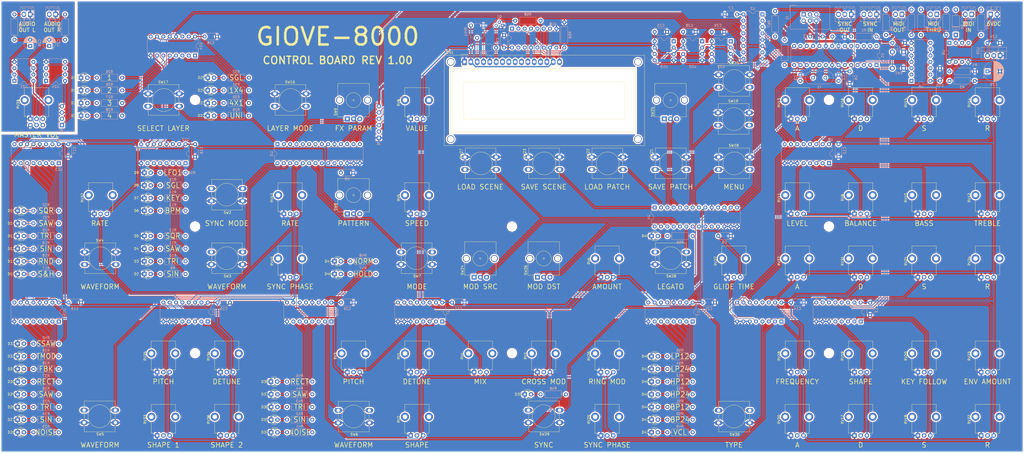
<source format=kicad_pcb>
(kicad_pcb (version 20171130) (host pcbnew "(5.1.5)-3")
  (title_block (title Synth) (date 2021-07-26) (rev 1.0))
  (layers (0 F.Cu signal) (31 B.Cu signal) (34 B.Paste user hide) (35 F.Paste user hide) (36 B.SilkS user hide) (37 F.SilkS user) (38 B.Mask user hide) (39 F.Mask user hide) (44 Edge.Cuts user))
  (net 0 "")
  (net 1 GND)
  (net 2 "Net-(C1-Pad1)")
  (net 3 "Net-(C2-Pad1)")
  (net 4 "Net-(C3-Pad1)")
  (net 5 "Net-(C4-Pad1)")
  (net 6 +5V)
  (net 7 "Net-(C26-Pad1)")
  (net 8 "Net-(D1-Pad1)")
  (net 9 "Net-(D1-Pad2)")
  (net 10 "Net-(D2-Pad2)")
  (net 11 "Net-(D3-Pad2)")
  (net 12 "Net-(D4-Pad2)")
  (net 13 "Net-(D5-Pad2)")
  (net 14 "Net-(D6-Pad2)")
  (net 15 "Net-(D7-Pad2)")
  (net 16 "Net-(D8-Pad2)")
  (net 17 "Net-(D9-Pad2)")
  (net 18 "Net-(D10-Pad2)")
  (net 19 "Net-(D11-Pad2)")
  (net 20 "Net-(D12-Pad2)")
  (net 21 "Net-(D13-Pad2)")
  (net 22 "Net-(D14-Pad2)")
  (net 23 "Net-(D15-Pad2)")
  (net 24 "Net-(D18-Pad2)")
  (net 25 "Net-(D19-Pad2)")
  (net 26 "Net-(D20-Pad2)")
  (net 27 "Net-(D21-Pad2)")
  (net 28 "Net-(D22-Pad2)")
  (net 29 "Net-(D23-Pad2)")
  (net 30 "Net-(D24-Pad2)")
  (net 31 "Net-(D25-Pad2)")
  (net 32 "Net-(D26-Pad2)")
  (net 33 "Net-(D27-Pad2)")
  (net 34 "Net-(D28-Pad2)")
  (net 35 "Net-(D29-Pad2)")
  (net 36 "Net-(D30-Pad2)")
  (net 37 "Net-(D31-Pad2)")
  (net 38 "Net-(D32-Pad2)")
  (net 39 "Net-(D33-Pad2)")
  (net 40 "Net-(D34-Pad2)")
  (net 41 "Net-(D35-Pad2)")
  (net 42 "Net-(D36-Pad2)")
  (net 43 "Net-(D37-Pad2)")
  (net 44 "Net-(D39-Pad2)")
  (net 45 "Net-(D40-Pad2)")
  (net 46 "Net-(D41-Pad2)")
  (net 47 "Net-(D42-Pad2)")
  (net 48 "Net-(D43-Pad2)")
  (net 49 "Net-(D44-Pad2)")
  (net 50 "Net-(D45-Pad2)")
  (net 51 "Net-(D46-Pad2)")
  (net 52 "Net-(D47-Pad2)")
  (net 53 "Net-(D48-Pad2)")
  (net 54 "Net-(D49-Pad2)")
  (net 55 "Net-(DS1-Pad3)")
  (net 56 "Net-(DS1-Pad4)")
  (net 57 "Net-(DS1-Pad6)")
  (net 58 "Net-(DS1-Pad11)")
  (net 59 "Net-(DS1-Pad12)")
  (net 60 "Net-(DS1-Pad13)")
  (net 61 "Net-(DS1-Pad14)")
  (net 62 "Net-(DS1-Pad16)")
  (net 63 /Controller/SDI)
  (net 64 /Controller/SCK)
  (net 65 "Net-(J2-Pad1)")
  (net 66 "Net-(J3-Pad1)")
  (net 67 "Net-(J3-Pad2)")
  (net 68 "Net-(J4-Pad2)")
  (net 69 "Net-(J4-Pad1)")
  (net 70 "Net-(J11-Pad2)")
  (net 71 "Net-(Q1-Pad2)")
  (net 72 /Controller/Rx)
  (net 73 "Net-(R4-Pad2)")
  (net 74 "Net-(R6-Pad1)")
  (net 75 "Net-(R8-Pad1)")
  (net 76 /Controller/~SS0)
  (net 77 "Net-(RV1-Pad2)")
  (net 78 "Net-(RV2-Pad2)")
  (net 79 "Net-(RV3-Pad2)")
  (net 80 "Net-(RV4-Pad2)")
  (net 81 "Net-(RV5-Pad2)")
  (net 82 "Net-(RV6-Pad2)")
  (net 83 "Net-(RV7-Pad2)")
  (net 84 "Net-(RV8-Pad2)")
  (net 85 "Net-(RV9-Pad2)")
  (net 86 "Net-(RV10-Pad2)")
  (net 87 "Net-(RV11-Pad2)")
  (net 88 "Net-(RV12-Pad2)")
  (net 89 "Net-(RV13-Pad2)")
  (net 90 "Net-(RV14-Pad2)")
  (net 91 "Net-(RV15-Pad2)")
  (net 92 "Net-(RV16-Pad2)")
  (net 93 "Net-(RV17-Pad2)")
  (net 94 "Net-(RV18-Pad2)")
  (net 95 "Net-(RV19-Pad2)")
  (net 96 "Net-(RV20-Pad2)")
  (net 97 "Net-(RV21-Pad2)")
  (net 98 "Net-(RV22-Pad2)")
  (net 99 "Net-(RV23-Pad2)")
  (net 100 "Net-(RV24-Pad2)")
  (net 101 "Net-(RV25-Pad2)")
  (net 102 "Net-(RV26-Pad2)")
  (net 103 "Net-(RV27-Pad2)")
  (net 104 "Net-(RV28-Pad2)")
  (net 105 "Net-(RV30-Pad2)")
  (net 106 "Net-(RV31-Pad2)")
  (net 107 "Net-(RV32-Pad2)")
  (net 108 "Net-(RV33-Pad2)")
  (net 109 "Net-(RV34-Pad2)")
  (net 110 "Net-(RV35-Pad2)")
  (net 111 "Net-(RV36-Pad2)")
  (net 112 "Net-(RV37-Pad2)")
  (net 113 "Net-(RV39-Pad2)")
  (net 114 "Net-(SW2-Pad2)")
  (net 115 "Net-(SW3-Pad2)")
  (net 116 "Net-(SW4-Pad2)")
  (net 117 "Net-(SW5-Pad2)")
  (net 118 "Net-(SW6-Pad2)")
  (net 119 "Net-(SW7-Pad2)")
  (net 120 "Net-(SW16-Pad2)")
  (net 121 "Net-(SW17-Pad2)")
  (net 122 "Net-(SW18-Pad2)")
  (net 123 "Net-(SW19-Pad2)")
  (net 124 "Net-(SW20-Pad2)")
  (net 125 "Net-(SW21-Pad2)")
  (net 126 "Net-(SW22-Pad2)")
  (net 127 "Net-(SW23-Pad2)")
  (net 128 "Net-(SW24-PadB)")
  (net 129 "Net-(SW24-PadA)")
  (net 130 "Net-(SW25-PadA)")
  (net 131 "Net-(SW25-PadB)")
  (net 132 "Net-(SW26-PadB)")
  (net 133 "Net-(SW26-PadA)")
  (net 134 /Controller/~SS)
  (net 135 /Controller/Tx)
  (net 136 /Controller/INT0)
  (net 137 /Controller/INT1)
  (net 138 /Controller/AN0)
  (net 139 /Controller/AN1)
  (net 140 /Controller/MUX0)
  (net 141 /Controller/AN2)
  (net 142 /Controller/MUX1)
  (net 143 /Controller/AN3)
  (net 144 /Controller/MUX2)
  (net 145 /Controller/AN4)
  (net 146 /Controller/~SS1)
  (net 147 /Controller/~SS3)
  (net 148 /Controller/~SS5)
  (net 149 "/Controller/LED (2)/SDI")
  (net 150 "/Controller/LED (3)/SDI")
  (net 151 "/Controller/LED (4)/SDI")
  (net 152 "/Controller/LED (5)/SDI")
  (net 153 "Net-(R9-Pad1)")
  (net 154 "Net-(R10-Pad1)")
  (net 155 "Net-(R11-Pad1)")
  (net 156 "Net-(R12-Pad1)")
  (net 157 "Net-(R13-Pad1)")
  (net 158 "Net-(R14-Pad1)")
  (net 159 "Net-(R15-Pad1)")
  (net 160 "Net-(R16-Pad1)")
  (net 161 "Net-(R17-Pad1)")
  (net 162 "Net-(R18-Pad1)")
  (net 163 "Net-(R19-Pad1)")
  (net 164 "Net-(R20-Pad1)")
  (net 165 "Net-(R21-Pad1)")
  (net 166 "Net-(R22-Pad1)")
  (net 167 "Net-(R25-Pad1)")
  (net 168 "Net-(R26-Pad1)")
  (net 169 "Net-(R27-Pad1)")
  (net 170 "Net-(R28-Pad1)")
  (net 171 "Net-(R29-Pad1)")
  (net 172 "Net-(R30-Pad1)")
  (net 173 "Net-(R31-Pad1)")
  (net 174 "Net-(R32-Pad1)")
  (net 175 "Net-(R33-Pad1)")
  (net 176 "Net-(R34-Pad1)")
  (net 177 "Net-(R35-Pad1)")
  (net 178 "Net-(R36-Pad1)")
  (net 179 "Net-(R37-Pad1)")
  (net 180 "Net-(R38-Pad1)")
  (net 181 "Net-(R39-Pad1)")
  (net 182 "Net-(R40-Pad1)")
  (net 183 "Net-(R41-Pad1)")
  (net 184 "Net-(R42-Pad1)")
  (net 185 "Net-(R43-Pad1)")
  (net 186 "Net-(R44-Pad1)")
  (net 187 "Net-(R46-Pad1)")
  (net 188 "Net-(R47-Pad1)")
  (net 189 "Net-(R48-Pad1)")
  (net 190 "Net-(R49-Pad1)")
  (net 191 "Net-(R50-Pad1)")
  (net 192 "Net-(R51-Pad1)")
  (net 193 "Net-(R52-Pad1)")
  (net 194 "Net-(R53-Pad1)")
  (net 195 "Net-(R54-Pad1)")
  (net 196 "Net-(R55-Pad1)")
  (net 197 "Net-(R56-Pad1)")
  (net 198 +6V)
  (net 199 "Net-(C26-Pad2)")
  (net 200 "Net-(C27-Pad1)")
  (net 201 "Net-(C27-Pad2)")
  (net 202 /Controller/SDO)
  (net 203 "/Volume Control/AudioR")
  (net 204 "/Volume Control/AudioL")
  (net 205 GNDA)
  (net 206 +5VA)
  (net 207 /Controller/~SSDSP)
  (net 208 "Net-(J8-Pad2)")
  (net 209 "Net-(J9-Pad2)")
  (net 210 "Net-(RV39-Pad5)")
  (net 211 /Controller/CLK_IN)
  (net 212 "Net-(J11-Pad3)")
  (net 213 /Controller/CLK_OUT)
  (net 214 /Controller/SYNC_OUT)
  (net 215 "Net-(U6-Pad10)")
  (net 216 "Net-(U6-Pad4)")
  (net 217 "Net-(SW27-Pad2)")
  (net 218 "Net-(SW28-Pad2)")
  (net 219 "Net-(SW29-Pad2)")
  (net 220 "Net-(SW30-Pad2)")
  (net 221 "Net-(SW8-PadB)")
  (net 222 "Net-(SW8-PadA)")
  (net 223 "Net-(SW9-PadA)")
  (net 224 "Net-(SW9-PadB)")
  (net 225 "Net-(RV40-Pad2)")
  (net 226 "Net-(RV42-Pad2)")
  (net 227 "/Controller/LED (1)/SDI")
  (net 228 /Controller/~SS7)
  (net 229 /Controller/~SS6)
  (net 230 /Controller/~SS4)
  (net 231 "Net-(D38-Pad2)")
  (net 232 /Controller/SYNC_IN)
  (net 233 "Net-(R45-Pad1)")
  (net 234 "Net-(RV39-Pad6)")
  (net 235 "Net-(RV39-Pad3)")
  (module Package_DIP:DIP-8_W7.62mm (layer B.Cu) (at 67.31 233.68)
    (fp_text reference U24 (at 3.81 2.33) (layer B.SilkS) (effects (justify mirror)))
    (fp_text value MCP6002-xP)
    (pad 1 thru_hole rect (at 0 0) (size 1.6 1.6) (drill 0.8) (layers *.Cu *.Mask) (net 234 "Net-(RV39-Pad6)"))
    (pad 5 thru_hole oval (at 7.62 -7.62) (size 1.6 1.6) (drill 0.8) (layers *.Cu *.Mask) (net 203 "/Volume Control/AudioR"))
    (pad 2 thru_hole oval (at 0 -2.54) (size 1.6 1.6) (drill 0.8) (layers *.Cu *.Mask) (net 234 "Net-(RV39-Pad6)"))
    (pad 6 thru_hole oval (at 7.62 -5.08) (size 1.6 1.6) (drill 0.8) (layers *.Cu *.Mask) (net 235 "Net-(RV39-Pad3)"))
    (pad 3 thru_hole oval (at 0 -5.08) (size 1.6 1.6) (drill 0.8) (layers *.Cu *.Mask) (net 204 "/Volume Control/AudioL"))
    (pad 7 thru_hole oval (at 7.62 -2.54) (size 1.6 1.6) (drill 0.8) (layers *.Cu *.Mask) (net 235 "Net-(RV39-Pad3)"))
    (pad 4 thru_hole oval (at 0 -7.62) (size 1.6 1.6) (drill 0.8) (layers *.Cu *.Mask) (net 205 GNDA))
    (pad 8 thru_hole oval (at 7.62 0) (size 1.6 1.6) (drill 0.8) (layers *.Cu *.Mask) (net 206 +5VA))
  )
  (module MountingHole:MountingHole_3.2mm_M3 (layer B.Cu) (at 127 241.3)
    (fp_text reference REF** hide)
    (fp_text value MountingHole_3.2mm_M3)
    (pad 1 np_thru_hole circle (at 0 0) (size 3.2 3.2) (drill 3.2) (layers *.Cu *.Mask))
  )
  (module MountingHole:MountingHole_3.2mm_M3 (layer B.Cu) (at 127 292.1)
    (fp_text reference REF** hide)
    (fp_text value MountingHole_3.2mm_M3)
    (pad 1 np_thru_hole circle (at 0 0) (size 3.2 3.2) (drill 3.2) (layers *.Cu *.Mask))
  )
  (module MountingHole:MountingHole_3.2mm_M3 (layer B.Cu) (at 254 292.1)
    (fp_text reference REF** hide)
    (fp_text value MountingHole_3.2mm_M3)
    (pad 1 np_thru_hole circle (at 0 0) (size 3.2 3.2) (drill 3.2) (layers *.Cu *.Mask))
  )
  (module MountingHole:MountingHole_3.2mm_M3 (layer B.Cu) (at 381 241.3)
    (fp_text reference REF** hide)
    (fp_text value MountingHole_3.2mm_M3)
    (pad 1 np_thru_hole circle (at 0 0) (size 3.2 3.2) (drill 3.2) (layers *.Cu *.Mask))
  )
  (module MountingHole:MountingHole_3.2mm_M3 (layer B.Cu) (at 381 292.1)
    (fp_text reference REF** hide)
    (fp_text value MountingHole_3.2mm_M3)
    (pad 1 np_thru_hole circle (at 0 0) (size 3.2 3.2) (drill 3.2) (layers *.Cu *.Mask))
  )
  (module MountingHole:MountingHole_3.2mm_M3 (layer B.Cu) (at 381 342.9)
    (fp_text reference REF** hide)
    (fp_text value MountingHole_3.2mm_M3)
    (pad 1 np_thru_hole circle (at 0 0) (size 3.2 3.2) (drill 3.2) (layers *.Cu *.Mask))
  )
  (module MountingHole:MountingHole_3.2mm_M3 (layer B.Cu) (at 254 342.9)
    (fp_text reference REF** hide)
    (fp_text value MountingHole_3.2mm_M3)
    (pad 1 np_thru_hole circle (at 0 0) (size 3.2 3.2) (drill 3.2) (layers *.Cu *.Mask))
  )
  (module MountingHole:MountingHole_3.2mm_M3 (layer B.Cu) (at 127 342.9)
    (fp_text reference REF** hide)
    (fp_text value MountingHole_3.2mm_M3)
    (pad 1 np_thru_hole circle (at 0 0) (size 3.2 3.2) (drill 3.2) (layers *.Cu *.Mask))
  )
  (module Display:WC1602A (layer F.Cu) (at 234.95 226.06)
    (fp_text reference DS1 (at -5.82 -3.81) (layer F.SilkS))
    (fp_text value WC1602A)
    (pad 1 thru_hole rect (at 0 0) (size 1.8 2.6) (drill 1.2) (layers *.Cu *.Mask) (net 1 GND))
    (pad 2 thru_hole oval (at 2.54 0) (size 1.8 2.6) (drill 1.2) (layers *.Cu *.Mask) (net 6 +5V))
    (pad 3 thru_hole oval (at 5.08 0) (size 1.8 2.6) (drill 1.2) (layers *.Cu *.Mask) (net 55 "Net-(DS1-Pad3)"))
    (pad 4 thru_hole oval (at 7.62 0) (size 1.8 2.6) (drill 1.2) (layers *.Cu *.Mask) (net 56 "Net-(DS1-Pad4)"))
    (pad 5 thru_hole oval (at 10.16 0) (size 1.8 2.6) (drill 1.2) (layers *.Cu *.Mask) (net 1 GND))
    (pad 6 thru_hole oval (at 12.7 0) (size 1.8 2.6) (drill 1.2) (layers *.Cu *.Mask) (net 57 "Net-(DS1-Pad6)"))
    (pad 7 thru_hole oval (at 15.24 0) (size 1.8 2.6) (drill 1.2) (layers *.Cu *.Mask))
    (pad 8 thru_hole oval (at 17.78 0) (size 1.8 2.6) (drill 1.2) (layers *.Cu *.Mask))
    (pad 9 thru_hole oval (at 20.32 0) (size 1.8 2.6) (drill 1.2) (layers *.Cu *.Mask))
    (pad 10 thru_hole oval (at 22.86 0) (size 1.8 2.6) (drill 1.2) (layers *.Cu *.Mask))
    (pad 11 thru_hole oval (at 25.4 0) (size 1.8 2.6) (drill 1.2) (layers *.Cu *.Mask) (net 58 "Net-(DS1-Pad11)"))
    (pad 12 thru_hole oval (at 27.94 0) (size 1.8 2.6) (drill 1.2) (layers *.Cu *.Mask) (net 59 "Net-(DS1-Pad12)"))
    (pad 13 thru_hole oval (at 30.48 0) (size 1.8 2.6) (drill 1.2) (layers *.Cu *.Mask) (net 60 "Net-(DS1-Pad13)"))
    (pad 14 thru_hole oval (at 33.02 0) (size 1.8 2.6) (drill 1.2) (layers *.Cu *.Mask) (net 61 "Net-(DS1-Pad14)"))
    (pad 15 thru_hole oval (at 35.56 0) (size 1.8 2.6) (drill 1.2) (layers *.Cu *.Mask) (net 6 +5V))
    (pad 16 thru_hole oval (at 38.1 0) (size 1.8 2.6) (drill 1.2) (layers *.Cu *.Mask) (net 62 "Net-(DS1-Pad16)"))
    (pad "" thru_hole circle (at -5.4991 0) (size 3 3) (drill 2.5) (layers *.Cu *.Mask))
    (pad "" thru_hole circle (at -5.4991 31.0007) (size 3 3) (drill 2.5) (layers *.Cu *.Mask))
    (pad "" thru_hole circle (at 69.49948 31.0007) (size 3 3) (drill 2.5) (layers *.Cu *.Mask))
    (pad "" thru_hole circle (at 69.5 0) (size 3 3) (drill 2.5) (layers *.Cu *.Mask))
  )
  (module Resistor_THT:R_Axial_DIN0207_L6.3mm_D2.5mm_P10.16mm_Horizontal (layer B.Cu) (at 255.27 209.55)
    (fp_text reference R58 (at 5.08 -2.54) (layer B.SilkS) (effects (justify mirror)))
    (fp_text value 100k)
    (pad 2 thru_hole oval (at 10.16 0) (size 1.6 1.6) (drill 0.8) (layers *.Cu *.Mask) (net 147 /Controller/~SS3))
    (pad 1 thru_hole circle (at 0 0) (size 1.6 1.6) (drill 0.8) (layers *.Cu *.Mask) (net 71 "Net-(Q1-Pad2)"))
  )
  (module Package_DIP:DIP-16_W7.62mm (layer B.Cu) (at 393.7 330.2 90)
    (fp_text reference U9 (at 7.62 0.635) (layer B.SilkS) (effects (justify mirror)))
    (fp_text value 4051)
    (pad 16 thru_hole oval (at 7.62 0 90) (size 1.6 1.6) (drill 0.8) (layers *.Cu *.Mask) (net 6 +5V))
    (pad 8 thru_hole oval (at 0 -17.78 90) (size 1.6 1.6) (drill 0.8) (layers *.Cu *.Mask) (net 1 GND))
    (pad 15 thru_hole oval (at 7.62 -2.54 90) (size 1.6 1.6) (drill 0.8) (layers *.Cu *.Mask) (net 98 "Net-(RV22-Pad2)"))
    (pad 7 thru_hole oval (at 0 -15.24 90) (size 1.6 1.6) (drill 0.8) (layers *.Cu *.Mask) (net 1 GND))
    (pad 14 thru_hole oval (at 7.62 -5.08 90) (size 1.6 1.6) (drill 0.8) (layers *.Cu *.Mask) (net 99 "Net-(RV23-Pad2)"))
    (pad 6 thru_hole oval (at 0 -12.7 90) (size 1.6 1.6) (drill 0.8) (layers *.Cu *.Mask) (net 1 GND))
    (pad 13 thru_hole oval (at 7.62 -7.62 90) (size 1.6 1.6) (drill 0.8) (layers *.Cu *.Mask) (net 100 "Net-(RV24-Pad2)"))
    (pad 5 thru_hole oval (at 0 -10.16 90) (size 1.6 1.6) (drill 0.8) (layers *.Cu *.Mask) (net 95 "Net-(RV19-Pad2)"))
    (pad 12 thru_hole oval (at 7.62 -10.16 90) (size 1.6 1.6) (drill 0.8) (layers *.Cu *.Mask) (net 97 "Net-(RV21-Pad2)"))
    (pad 4 thru_hole oval (at 0 -7.62 90) (size 1.6 1.6) (drill 0.8) (layers *.Cu *.Mask) (net 93 "Net-(RV17-Pad2)"))
    (pad 11 thru_hole oval (at 7.62 -12.7 90) (size 1.6 1.6) (drill 0.8) (layers *.Cu *.Mask) (net 140 /Controller/MUX0))
    (pad 3 thru_hole oval (at 0 -5.08 90) (size 1.6 1.6) (drill 0.8) (layers *.Cu *.Mask) (net 145 /Controller/AN4))
    (pad 10 thru_hole oval (at 7.62 -15.24 90) (size 1.6 1.6) (drill 0.8) (layers *.Cu *.Mask) (net 142 /Controller/MUX1))
    (pad 2 thru_hole oval (at 0 -2.54 90) (size 1.6 1.6) (drill 0.8) (layers *.Cu *.Mask) (net 94 "Net-(RV18-Pad2)"))
    (pad 9 thru_hole oval (at 7.62 -17.78 90) (size 1.6 1.6) (drill 0.8) (layers *.Cu *.Mask) (net 144 /Controller/MUX2))
    (pad 1 thru_hole rect (at 0 0 90) (size 1.6 1.6) (drill 0.8) (layers *.Cu *.Mask) (net 96 "Net-(RV20-Pad2)"))
  )
  (module Package_DIP:DIP-8_W7.62mm (layer B.Cu) (at 341.63 217.805 180)
    (fp_text reference U23 (at 3.81 -10.16 180) (layer B.SilkS) (effects (justify mirror)))
    (fp_text value 25LC512)
    (pad 1 thru_hole rect (at 0 0 180) (size 1.6 1.6) (drill 0.8) (layers *.Cu *.Mask) (net 229 /Controller/~SS6))
    (pad 5 thru_hole oval (at 7.62 -7.62 180) (size 1.6 1.6) (drill 0.8) (layers *.Cu *.Mask) (net 202 /Controller/SDO))
    (pad 2 thru_hole oval (at 0 -2.54 180) (size 1.6 1.6) (drill 0.8) (layers *.Cu *.Mask) (net 63 /Controller/SDI))
    (pad 6 thru_hole oval (at 7.62 -5.08 180) (size 1.6 1.6) (drill 0.8) (layers *.Cu *.Mask) (net 64 /Controller/SCK))
    (pad 3 thru_hole oval (at 0 -5.08 180) (size 1.6 1.6) (drill 0.8) (layers *.Cu *.Mask) (net 6 +5V))
    (pad 7 thru_hole oval (at 7.62 -2.54 180) (size 1.6 1.6) (drill 0.8) (layers *.Cu *.Mask) (net 6 +5V))
    (pad 4 thru_hole oval (at 0 -7.62 180) (size 1.6 1.6) (drill 0.8) (layers *.Cu *.Mask) (net 1 GND))
    (pad 8 thru_hole oval (at 7.62 0 180) (size 1.6 1.6) (drill 0.8) (layers *.Cu *.Mask) (net 6 +5V))
  )
  (module Package_DIP:DIP-16_W7.62mm (layer B.Cu) (at 123.19 266.7 90)
    (fp_text reference U12 (at 9.525 0 180) (layer B.SilkS) (effects (justify mirror)))
    (fp_text value 74HC595)
    (pad 1 thru_hole rect (at 0 0 90) (size 1.6 1.6) (drill 0.8) (layers *.Cu *.Mask) (net 159 "Net-(R15-Pad1)"))
    (pad 9 thru_hole oval (at 7.62 -17.78 90) (size 1.6 1.6) (drill 0.8) (layers *.Cu *.Mask) (net 150 "/Controller/LED (3)/SDI"))
    (pad 2 thru_hole oval (at 0 -2.54 90) (size 1.6 1.6) (drill 0.8) (layers *.Cu *.Mask) (net 158 "Net-(R14-Pad1)"))
    (pad 10 thru_hole oval (at 7.62 -15.24 90) (size 1.6 1.6) (drill 0.8) (layers *.Cu *.Mask) (net 6 +5V))
    (pad 3 thru_hole oval (at 0 -5.08 90) (size 1.6 1.6) (drill 0.8) (layers *.Cu *.Mask) (net 157 "Net-(R13-Pad1)"))
    (pad 11 thru_hole oval (at 7.62 -12.7 90) (size 1.6 1.6) (drill 0.8) (layers *.Cu *.Mask) (net 64 /Controller/SCK))
    (pad 4 thru_hole oval (at 0 -7.62 90) (size 1.6 1.6) (drill 0.8) (layers *.Cu *.Mask) (net 156 "Net-(R12-Pad1)"))
    (pad 12 thru_hole oval (at 7.62 -10.16 90) (size 1.6 1.6) (drill 0.8) (layers *.Cu *.Mask) (net 76 /Controller/~SS0))
    (pad 5 thru_hole oval (at 0 -10.16 90) (size 1.6 1.6) (drill 0.8) (layers *.Cu *.Mask) (net 155 "Net-(R11-Pad1)"))
    (pad 13 thru_hole oval (at 7.62 -7.62 90) (size 1.6 1.6) (drill 0.8) (layers *.Cu *.Mask) (net 1 GND))
    (pad 6 thru_hole oval (at 0 -12.7 90) (size 1.6 1.6) (drill 0.8) (layers *.Cu *.Mask) (net 154 "Net-(R10-Pad1)"))
    (pad 14 thru_hole oval (at 7.62 -5.08 90) (size 1.6 1.6) (drill 0.8) (layers *.Cu *.Mask) (net 227 "/Controller/LED (1)/SDI"))
    (pad 7 thru_hole oval (at 0 -15.24 90) (size 1.6 1.6) (drill 0.8) (layers *.Cu *.Mask) (net 153 "Net-(R9-Pad1)"))
    (pad 15 thru_hole oval (at 7.62 -2.54 90) (size 1.6 1.6) (drill 0.8) (layers *.Cu *.Mask) (net 160 "Net-(R16-Pad1)"))
    (pad 8 thru_hole oval (at 0 -17.78 90) (size 1.6 1.6) (drill 0.8) (layers *.Cu *.Mask) (net 1 GND))
    (pad 16 thru_hole oval (at 7.62 0 90) (size 1.6 1.6) (drill 0.8) (layers *.Cu *.Mask) (net 6 +5V))
  )
  (module Capacitor_THT:C_Disc_D5.0mm_W2.5mm_P5.00mm (layer B.Cu) (at 130.81 215.9)
    (fp_text reference C18 (at 2.5 2.5) (layer B.SilkS) (effects (justify mirror)))
    (fp_text value 100n)
    (pad 2 thru_hole circle (at 5 0) (size 1.6 1.6) (drill 0.8) (layers *.Cu *.Mask) (net 1 GND))
    (pad 1 thru_hole circle (at 0 0) (size 1.6 1.6) (drill 0.8) (layers *.Cu *.Mask) (net 6 +5V))
  )
  (module Button_Switch_THT:SW_PUSH-12mm (layer F.Cu) (at 95.05 370.76 180)
    (fp_text reference SW5 (at 6.08 -4.66) (layer F.SilkS))
    (fp_text value SW_Push)
    (pad 1 thru_hole oval (at 12.5 0 180) (size 3.048 1.85) (drill 1.3) (layers *.Cu *.Mask) (net 1 GND))
    (pad 2 thru_hole oval (at 12.5 5 180) (size 3.048 1.85) (drill 1.3) (layers *.Cu *.Mask) (net 117 "Net-(SW5-Pad2)"))
    (pad 1 thru_hole oval (at 0 0 180) (size 3.048 1.85) (drill 1.3) (layers *.Cu *.Mask) (net 1 GND))
    (pad 2 thru_hole oval (at 0 5 180) (size 3.048 1.85) (drill 1.3) (layers *.Cu *.Mask) (net 117 "Net-(SW5-Pad2)"))
  )
  (module Package_DIP:DIP-8_W7.62mm (layer B.Cu) (at 54.61 233.68)
    (fp_text reference U21 (at 3.81 2.33) (layer B.SilkS) (effects (justify mirror)))
    (fp_text value MCP6002-xP)
    (pad 1 thru_hole rect (at 0 0) (size 1.6 1.6) (drill 0.8) (layers *.Cu *.Mask) (net 7 "Net-(C26-Pad1)"))
    (pad 5 thru_hole oval (at 7.62 -7.62) (size 1.6 1.6) (drill 0.8) (layers *.Cu *.Mask) (net 113 "Net-(RV39-Pad2)"))
    (pad 2 thru_hole oval (at 0 -2.54) (size 1.6 1.6) (drill 0.8) (layers *.Cu *.Mask) (net 7 "Net-(C26-Pad1)"))
    (pad 6 thru_hole oval (at 7.62 -5.08) (size 1.6 1.6) (drill 0.8) (layers *.Cu *.Mask) (net 200 "Net-(C27-Pad1)"))
    (pad 3 thru_hole oval (at 0 -5.08) (size 1.6 1.6) (drill 0.8) (layers *.Cu *.Mask) (net 210 "Net-(RV39-Pad5)"))
    (pad 7 thru_hole oval (at 7.62 -2.54) (size 1.6 1.6) (drill 0.8) (layers *.Cu *.Mask) (net 200 "Net-(C27-Pad1)"))
    (pad 4 thru_hole oval (at 0 -7.62) (size 1.6 1.6) (drill 0.8) (layers *.Cu *.Mask) (net 205 GNDA))
    (pad 8 thru_hole oval (at 7.62 0) (size 1.6 1.6) (drill 0.8) (layers *.Cu *.Mask) (net 206 +5VA))
  )
  (module Resistor_THT:R_Axial_DIN0207_L6.3mm_D2.5mm_P10.16mm_Horizontal (layer B.Cu) (at 326.39 374.65 180)
    (fp_text reference R49 (at 5.08 2.37) (layer B.SilkS) (effects (justify mirror)))
    (fp_text value 1k5)
    (pad 2 thru_hole oval (at 10.16 0 180) (size 1.6 1.6) (drill 0.8) (layers *.Cu *.Mask) (net 47 "Net-(D42-Pad2)"))
    (pad 1 thru_hole circle (at 0 0 180) (size 1.6 1.6) (drill 0.8) (layers *.Cu *.Mask) (net 190 "Net-(R49-Pad1)"))
  )
  (module LED_THT:LED_D3.0mm (layer F.Cu) (at 309.88 374.65)
    (fp_text reference D42 (at -2.54 0) (layer F.SilkS))
    (fp_text value LED)
    (pad 1 thru_hole rect (at 0 0) (size 1.8 1.8) (drill 0.9) (layers *.Cu *.Mask) (net 1 GND))
    (pad 2 thru_hole circle (at 2.54 0) (size 1.8 1.8) (drill 0.9) (layers *.Cu *.Mask) (net 47 "Net-(D42-Pad2)"))
  )
  (module Package_DIP:DIP-8_W7.62mm (layer B.Cu) (at 318.77 217.805 180)
    (fp_text reference U19 (at 3.81 -10.16 180) (layer B.SilkS) (effects (justify mirror)))
    (fp_text value 25LC512)
    (pad 1 thru_hole rect (at 0 0 180) (size 1.6 1.6) (drill 0.8) (layers *.Cu *.Mask) (net 230 /Controller/~SS4))
    (pad 5 thru_hole oval (at 7.62 -7.62 180) (size 1.6 1.6) (drill 0.8) (layers *.Cu *.Mask) (net 202 /Controller/SDO))
    (pad 2 thru_hole oval (at 0 -2.54 180) (size 1.6 1.6) (drill 0.8) (layers *.Cu *.Mask) (net 63 /Controller/SDI))
    (pad 6 thru_hole oval (at 7.62 -5.08 180) (size 1.6 1.6) (drill 0.8) (layers *.Cu *.Mask) (net 64 /Controller/SCK))
    (pad 3 thru_hole oval (at 0 -5.08 180) (size 1.6 1.6) (drill 0.8) (layers *.Cu *.Mask) (net 6 +5V))
    (pad 7 thru_hole oval (at 7.62 -2.54 180) (size 1.6 1.6) (drill 0.8) (layers *.Cu *.Mask) (net 6 +5V))
    (pad 4 thru_hole oval (at 0 -7.62 180) (size 1.6 1.6) (drill 0.8) (layers *.Cu *.Mask) (net 1 GND))
    (pad 8 thru_hole oval (at 7.62 0 180) (size 1.6 1.6) (drill 0.8) (layers *.Cu *.Mask) (net 6 +5V))
  )
  (module Potentiometer_THT:Potentiometer_Alpha_RD901F-40-00D_Single_Vertical_CircularHoles (layer F.Cu) (at 391.2 287.02 90)
    (fp_text reference RV9 (at 6.45 -4.8 270) (layer F.SilkS))
    (fp_text value 10kB)
    (pad "" thru_hole circle (at 7.5 -2.3 180) (size 3.24 3.24) (drill 1.8) (layers *.Cu *.Mask))
    (pad "" thru_hole circle (at 7.5 7.3 180) (size 3.24 3.24) (drill 1.8) (layers *.Cu *.Mask))
    (pad 3 thru_hole circle (at 0 5 180) (size 1.8 1.8) (drill 1) (layers *.Cu *.Mask) (net 6 +5V))
    (pad 2 thru_hole circle (at 0 2.5 180) (size 1.8 1.8) (drill 1) (layers *.Cu *.Mask) (net 85 "Net-(RV9-Pad2)"))
    (pad 1 thru_hole rect (at 0 0 180) (size 1.8 1.8) (drill 1) (layers *.Cu *.Mask) (net 1 GND))
  )
  (module Potentiometer_THT:Potentiometer_Alpha_RD901F-40-00D_Single_Vertical_CircularHoles (layer F.Cu) (at 289.6 375.92 90)
    (fp_text reference RV25 (at 6.45 -4.8 270) (layer F.SilkS))
    (fp_text value 10kB)
    (pad "" thru_hole circle (at 7.5 -2.3 180) (size 3.24 3.24) (drill 1.8) (layers *.Cu *.Mask))
    (pad "" thru_hole circle (at 7.5 7.3 180) (size 3.24 3.24) (drill 1.8) (layers *.Cu *.Mask))
    (pad 3 thru_hole circle (at 0 5 180) (size 1.8 1.8) (drill 1) (layers *.Cu *.Mask) (net 6 +5V))
    (pad 2 thru_hole circle (at 0 2.5 180) (size 1.8 1.8) (drill 1) (layers *.Cu *.Mask) (net 101 "Net-(RV25-Pad2)"))
    (pad 1 thru_hole rect (at 0 0 180) (size 1.8 1.8) (drill 1) (layers *.Cu *.Mask) (net 1 GND))
  )
  (module Button_Switch_THT:SW_PUSH-12mm (layer F.Cu) (at 222.05 307.34 180)
    (fp_text reference SW7 (at 6.08 -4.66) (layer F.SilkS))
    (fp_text value SW_Push)
    (pad 1 thru_hole oval (at 12.5 0 180) (size 3.048 1.85) (drill 1.3) (layers *.Cu *.Mask) (net 1 GND))
    (pad 2 thru_hole oval (at 12.5 5 180) (size 3.048 1.85) (drill 1.3) (layers *.Cu *.Mask) (net 119 "Net-(SW7-Pad2)"))
    (pad 1 thru_hole oval (at 0 0 180) (size 3.048 1.85) (drill 1.3) (layers *.Cu *.Mask) (net 1 GND))
    (pad 2 thru_hole oval (at 0 5 180) (size 3.048 1.85) (drill 1.3) (layers *.Cu *.Mask) (net 119 "Net-(SW7-Pad2)"))
  )
  (module Package_DIP:DIP-14_W7.62mm (layer B.Cu) (at 414.02 233.68)
    (fp_text reference U6 (at 3.81 2.33 180) (layer B.SilkS) (effects (justify mirror)))
    (fp_text value 74AHC04)
    (pad 1 thru_hole rect (at 0 0) (size 1.6 1.6) (drill 0.8) (layers *.Cu *.Mask))
    (pad 8 thru_hole oval (at 7.62 -15.24) (size 1.6 1.6) (drill 0.8) (layers *.Cu *.Mask) (net 74 "Net-(R6-Pad1)"))
    (pad 2 thru_hole oval (at 0 -2.54) (size 1.6 1.6) (drill 0.8) (layers *.Cu *.Mask))
    (pad 9 thru_hole oval (at 7.62 -12.7) (size 1.6 1.6) (drill 0.8) (layers *.Cu *.Mask) (net 215 "Net-(U6-Pad10)"))
    (pad 3 thru_hole oval (at 0 -5.08) (size 1.6 1.6) (drill 0.8) (layers *.Cu *.Mask) (net 135 /Controller/Tx))
    (pad 10 thru_hole oval (at 7.62 -10.16) (size 1.6 1.6) (drill 0.8) (layers *.Cu *.Mask) (net 215 "Net-(U6-Pad10)"))
    (pad 4 thru_hole oval (at 0 -7.62) (size 1.6 1.6) (drill 0.8) (layers *.Cu *.Mask) (net 216 "Net-(U6-Pad4)"))
    (pad 11 thru_hole oval (at 7.62 -7.62) (size 1.6 1.6) (drill 0.8) (layers *.Cu *.Mask) (net 72 /Controller/Rx))
    (pad 5 thru_hole oval (at 0 -10.16) (size 1.6 1.6) (drill 0.8) (layers *.Cu *.Mask) (net 216 "Net-(U6-Pad4)"))
    (pad 12 thru_hole oval (at 7.62 -5.08) (size 1.6 1.6) (drill 0.8) (layers *.Cu *.Mask))
    (pad 6 thru_hole oval (at 0 -12.7) (size 1.6 1.6) (drill 0.8) (layers *.Cu *.Mask) (net 75 "Net-(R8-Pad1)"))
    (pad 13 thru_hole oval (at 7.62 -2.54) (size 1.6 1.6) (drill 0.8) (layers *.Cu *.Mask))
    (pad 7 thru_hole oval (at 0 -15.24) (size 1.6 1.6) (drill 0.8) (layers *.Cu *.Mask) (net 1 GND))
    (pad 14 thru_hole oval (at 7.62 0) (size 1.6 1.6) (drill 0.8) (layers *.Cu *.Mask) (net 6 +5V))
  )
  (module Diode_THT:D_A-405_P10.16mm_Horizontal (layer B.Cu) (at 431.8 215.265 90)
    (fp_text reference D1 (at 3.175 2.54 270) (layer B.SilkS) (effects (justify mirror)))
    (fp_text value D)
    (pad 2 thru_hole oval (at 10.16 0 90) (size 1.8 1.8) (drill 0.9) (layers *.Cu *.Mask) (net 9 "Net-(D1-Pad2)"))
    (pad 1 thru_hole rect (at 0 0 90) (size 1.8 1.8) (drill 0.9) (layers *.Cu *.Mask) (net 8 "Net-(D1-Pad1)"))
  )
  (module Resistor_THT:R_Axial_DIN0207_L6.3mm_D2.5mm_P10.16mm_Horizontal (layer B.Cu) (at 148.59 237.49 180)
    (fp_text reference R31 (at 5.08 2.37) (layer B.SilkS) (effects (justify mirror)))
    (fp_text value 1k5)
    (pad 1 thru_hole circle (at 0 0 180) (size 1.6 1.6) (drill 0.8) (layers *.Cu *.Mask) (net 173 "Net-(R31-Pad1)"))
    (pad 2 thru_hole oval (at 10.16 0 180) (size 1.6 1.6) (drill 0.8) (layers *.Cu *.Mask) (net 30 "Net-(D24-Pad2)"))
  )
  (module Resistor_THT:R_Axial_DIN0207_L6.3mm_D2.5mm_P10.16mm_Horizontal (layer B.Cu) (at 148.59 232.41 180)
    (fp_text reference R32 (at 5.08 2.37) (layer B.SilkS) (effects (justify mirror)))
    (fp_text value 1k5)
    (pad 1 thru_hole circle (at 0 0 180) (size 1.6 1.6) (drill 0.8) (layers *.Cu *.Mask) (net 174 "Net-(R32-Pad1)"))
    (pad 2 thru_hole oval (at 10.16 0 180) (size 1.6 1.6) (drill 0.8) (layers *.Cu *.Mask) (net 31 "Net-(D25-Pad2)"))
  )
  (module LED_THT:LED_D3.0mm (layer F.Cu) (at 132.08 232.41)
    (fp_text reference D25 (at -2.54 0) (layer F.SilkS))
    (fp_text value LED)
    (pad 2 thru_hole circle (at 2.54 0) (size 1.8 1.8) (drill 0.9) (layers *.Cu *.Mask) (net 31 "Net-(D25-Pad2)"))
    (pad 1 thru_hole rect (at 0 0) (size 1.8 1.8) (drill 0.9) (layers *.Cu *.Mask) (net 1 GND))
  )
  (module LED_THT:LED_D3.0mm (layer F.Cu) (at 132.08 237.49)
    (fp_text reference D24 (at -2.54 0) (layer F.SilkS))
    (fp_text value LED)
    (pad 1 thru_hole rect (at 0 0) (size 1.8 1.8) (drill 0.9) (layers *.Cu *.Mask) (net 1 GND))
    (pad 2 thru_hole circle (at 2.54 0) (size 1.8 1.8) (drill 0.9) (layers *.Cu *.Mask) (net 30 "Net-(D24-Pad2)"))
  )
  (module Capacitor_THT:C_Disc_D3.0mm_W1.6mm_P2.50mm (layer B.Cu) (at 384.81 233.68 90)
    (fp_text reference C2 (at 1.27 2.05 90) (layer B.SilkS) (effects (justify mirror)))
    (fp_text value 22p)
    (pad 1 thru_hole circle (at 0 0 90) (size 1.6 1.6) (drill 0.8) (layers *.Cu *.Mask) (net 3 "Net-(C2-Pad1)"))
    (pad 2 thru_hole circle (at 2.5 0 90) (size 1.6 1.6) (drill 0.8) (layers *.Cu *.Mask) (net 1 GND))
  )
  (module Capacitor_THT:C_Disc_D3.0mm_W1.6mm_P2.50mm (layer B.Cu) (at 369.53 233.68 90)
    (fp_text reference C3 (at 1.25 -1.865 90) (layer B.SilkS) (effects (justify mirror)))
    (fp_text value 22p)
    (pad 2 thru_hole circle (at 2.5 0 90) (size 1.6 1.6) (drill 0.8) (layers *.Cu *.Mask) (net 1 GND))
    (pad 1 thru_hole circle (at 0 0 90) (size 1.6 1.6) (drill 0.8) (layers *.Cu *.Mask) (net 4 "Net-(C3-Pad1)"))
  )
  (module Capacitor_THT:C_Disc_D5.0mm_W2.5mm_P5.00mm (layer B.Cu) (at 406.4 218.44)
    (fp_text reference C4 (at 2.5 2.5) (layer B.SilkS) (effects (justify mirror)))
    (fp_text value 100n)
    (pad 1 thru_hole circle (at 0 0) (size 1.6 1.6) (drill 0.8) (layers *.Cu *.Mask) (net 5 "Net-(C4-Pad1)"))
    (pad 2 thru_hole circle (at 5 0) (size 1.6 1.6) (drill 0.8) (layers *.Cu *.Mask) (net 1 GND))
  )
  (module Capacitor_THT:C_Disc_D5.0mm_W2.5mm_P5.00mm (layer B.Cu) (at 378.46 215.9 180)
    (fp_text reference C5 (at 6.985 0 90) (layer B.SilkS) (effects (justify mirror)))
    (fp_text value 100n)
    (pad 2 thru_hole circle (at 5 0 180) (size 1.6 1.6) (drill 0.8) (layers *.Cu *.Mask) (net 1 GND))
    (pad 1 thru_hole circle (at 0 0 180) (size 1.6 1.6) (drill 0.8) (layers *.Cu *.Mask) (net 6 +5V))
  )
  (module Capacitor_THT:C_Disc_D5.0mm_W2.5mm_P5.00mm (layer B.Cu) (at 389.255 229.87 270)
    (fp_text reference C6 (at 2.5 -2.54 90) (layer B.SilkS) (effects (justify mirror)))
    (fp_text value 100n)
    (pad 2 thru_hole circle (at 5 0 270) (size 1.6 1.6) (drill 0.8) (layers *.Cu *.Mask) (net 1 GND))
    (pad 1 thru_hole circle (at 0 0 270) (size 1.6 1.6) (drill 0.8) (layers *.Cu *.Mask) (net 6 +5V))
  )
  (module Capacitor_THT:C_Disc_D5.0mm_W2.5mm_P5.00mm (layer B.Cu) (at 344.17 207.01 180)
    (fp_text reference C7 (at 2.5 2.5) (layer B.SilkS) (effects (justify mirror)))
    (fp_text value 100n)
    (pad 1 thru_hole circle (at 0 0 180) (size 1.6 1.6) (drill 0.8) (layers *.Cu *.Mask) (net 6 +5V))
    (pad 2 thru_hole circle (at 5 0 180) (size 1.6 1.6) (drill 0.8) (layers *.Cu *.Mask) (net 1 GND))
  )
  (module Capacitor_THT:C_Disc_D5.0mm_W2.5mm_P5.00mm (layer B.Cu) (at 185.42 270.51)
    (fp_text reference C8 (at 2.5 2.5) (layer B.SilkS) (effects (justify mirror)))
    (fp_text value 100n)
    (pad 2 thru_hole circle (at 5 0) (size 1.6 1.6) (drill 0.8) (layers *.Cu *.Mask) (net 1 GND))
    (pad 1 thru_hole circle (at 0 0) (size 1.6 1.6) (drill 0.8) (layers *.Cu *.Mask) (net 6 +5V))
  )
  (module Capacitor_THT:C_Disc_D5.0mm_W2.5mm_P5.00mm (layer B.Cu) (at 336.63 295.91)
    (fp_text reference C9 (at 2.5 2.5) (layer B.SilkS) (effects (justify mirror)))
    (fp_text value 100n)
    (pad 1 thru_hole circle (at 0 0) (size 1.6 1.6) (drill 0.8) (layers *.Cu *.Mask) (net 6 +5V))
    (pad 2 thru_hole circle (at 5 0) (size 1.6 1.6) (drill 0.8) (layers *.Cu *.Mask) (net 1 GND))
  )
  (module Capacitor_THT:C_Disc_D5.0mm_W2.5mm_P5.00mm (layer B.Cu) (at 425.45 233.6 90)
    (fp_text reference C10 (at -1.985 0) (layer B.SilkS) (effects (justify mirror)))
    (fp_text value 100n)
    (pad 2 thru_hole circle (at 5 0 90) (size 1.6 1.6) (drill 0.8) (layers *.Cu *.Mask) (net 1 GND))
    (pad 1 thru_hole circle (at 0 0 90) (size 1.6 1.6) (drill 0.8) (layers *.Cu *.Mask) (net 6 +5V))
  )
  (module Capacitor_THT:C_Disc_D5.0mm_W2.5mm_P5.00mm (layer B.Cu) (at 229.95 322.58)
    (fp_text reference C11 (at 2.5 2.5 180) (layer B.SilkS) (effects (justify mirror)))
    (fp_text value 100n)
    (pad 2 thru_hole circle (at 5 0) (size 1.6 1.6) (drill 0.8) (layers *.Cu *.Mask) (net 1 GND))
    (pad 1 thru_hole circle (at 0 0) (size 1.6 1.6) (drill 0.8) (layers *.Cu *.Mask) (net 6 +5V))
  )
  (module Capacitor_THT:C_Disc_D5.0mm_W2.5mm_P5.00mm (layer B.Cu) (at 384.81 259.08 270)
    (fp_text reference C12 (at 2.5 -2.54 270) (layer B.SilkS) (effects (justify mirror)))
    (fp_text value 100n)
    (pad 2 thru_hole circle (at 5 0 270) (size 1.6 1.6) (drill 0.8) (layers *.Cu *.Mask) (net 1 GND))
    (pad 1 thru_hole circle (at 0 0 270) (size 1.6 1.6) (drill 0.8) (layers *.Cu *.Mask) (net 6 +5V))
  )
  (module Capacitor_THT:C_Disc_D5.0mm_W2.5mm_P5.00mm (layer B.Cu) (at 397.51 322.66 270)
    (fp_text reference C13 (at 2.5 -2.54 270) (layer B.SilkS) (effects (justify mirror)))
    (fp_text value 100n)
    (pad 1 thru_hole circle (at 0 0 270) (size 1.6 1.6) (drill 0.8) (layers *.Cu *.Mask) (net 6 +5V))
    (pad 2 thru_hole circle (at 5 0 270) (size 1.6 1.6) (drill 0.8) (layers *.Cu *.Mask) (net 1 GND))
  )
  (module Capacitor_THT:C_Disc_D5.0mm_W2.5mm_P5.00mm (layer B.Cu) (at 365.84 322.58)
    (fp_text reference C14 (at 2.5 2.5 180) (layer B.SilkS) (effects (justify mirror)))
    (fp_text value 100n)
    (pad 2 thru_hole circle (at 5 0) (size 1.6 1.6) (drill 0.8) (layers *.Cu *.Mask) (net 1 GND))
    (pad 1 thru_hole circle (at 0 0) (size 1.6 1.6) (drill 0.8) (layers *.Cu *.Mask) (net 6 +5V))
  )
  (module Capacitor_THT:C_Disc_D5.0mm_W2.5mm_P5.00mm (layer B.Cu) (at 135.97 322.58)
    (fp_text reference C15 (at 2.5 2.5 180) (layer B.SilkS) (effects (justify mirror)))
    (fp_text value 100n)
    (pad 1 thru_hole circle (at 0 0) (size 1.6 1.6) (drill 0.8) (layers *.Cu *.Mask) (net 6 +5V))
    (pad 2 thru_hole circle (at 5 0) (size 1.6 1.6) (drill 0.8) (layers *.Cu *.Mask) (net 1 GND))
  )
  (module Capacitor_THT:C_Disc_D5.0mm_W2.5mm_P5.00mm (layer B.Cu) (at 127 259.08 270)
    (fp_text reference C16 (at 2.5 -2.54 90) (layer B.SilkS) (effects (justify mirror)))
    (fp_text value 100n)
    (pad 1 thru_hole circle (at 0 0 270) (size 1.6 1.6) (drill 0.8) (layers *.Cu *.Mask) (net 6 +5V))
    (pad 2 thru_hole circle (at 5 0 270) (size 1.6 1.6) (drill 0.8) (layers *.Cu *.Mask) (net 1 GND))
  )
  (module Capacitor_THT:C_Disc_D5.0mm_W2.5mm_P5.00mm (layer B.Cu) (at 76.2 259.08 270)
    (fp_text reference C17 (at 2.5 -2.54 90) (layer B.SilkS) (effects (justify mirror)))
    (fp_text value 100n)
    (pad 1 thru_hole circle (at 0 0 270) (size 1.6 1.6) (drill 0.8) (layers *.Cu *.Mask) (net 6 +5V))
    (pad 2 thru_hole circle (at 5 0 270) (size 1.6 1.6) (drill 0.8) (layers *.Cu *.Mask) (net 1 GND))
  )
  (module Capacitor_THT:C_Disc_D5.0mm_W2.5mm_P5.00mm (layer B.Cu) (at 76.28 322.58)
    (fp_text reference C19 (at 2.5 2.5) (layer B.SilkS) (effects (justify mirror)))
    (fp_text value 100n)
    (pad 2 thru_hole circle (at 5 0) (size 1.6 1.6) (drill 0.8) (layers *.Cu *.Mask) (net 1 GND))
    (pad 1 thru_hole circle (at 0 0) (size 1.6 1.6) (drill 0.8) (layers *.Cu *.Mask) (net 6 +5V))
  )
  (module Capacitor_THT:C_Disc_D5.0mm_W2.5mm_P5.00mm (layer B.Cu) (at 185.5 322.58)
    (fp_text reference C20 (at 2.5 2.5) (layer B.SilkS) (effects (justify mirror)))
    (fp_text value 100n)
    (pad 2 thru_hole circle (at 5 0) (size 1.6 1.6) (drill 0.8) (layers *.Cu *.Mask) (net 1 GND))
    (pad 1 thru_hole circle (at 0 0) (size 1.6 1.6) (drill 0.8) (layers *.Cu *.Mask) (net 6 +5V))
  )
  (module Capacitor_THT:C_Disc_D5.0mm_W2.5mm_P5.00mm (layer B.Cu) (at 330.28 322.58)
    (fp_text reference C21 (at 2.5 2.5) (layer B.SilkS) (effects (justify mirror)))
    (fp_text value 100n)
    (pad 1 thru_hole circle (at 0 0) (size 1.6 1.6) (drill 0.8) (layers *.Cu *.Mask) (net 6 +5V))
    (pad 2 thru_hole circle (at 5 0) (size 1.6 1.6) (drill 0.8) (layers *.Cu *.Mask) (net 1 GND))
  )
  (module Capacitor_THT:C_Disc_D5.0mm_W2.5mm_P5.00mm (layer B.Cu) (at 250.825 220.345 90)
    (fp_text reference C22 (at 2.54 -2.54 90) (layer B.SilkS) (effects (justify mirror)))
    (fp_text value 100n)
    (pad 2 thru_hole circle (at 5 0 90) (size 1.6 1.6) (drill 0.8) (layers *.Cu *.Mask) (net 1 GND))
    (pad 1 thru_hole circle (at 0 0 90) (size 1.6 1.6) (drill 0.8) (layers *.Cu *.Mask) (net 6 +5V))
  )
  (module Capacitor_THT:C_Disc_D5.0mm_W2.5mm_P5.00mm (layer B.Cu) (at 311.15 213.995)
    (fp_text reference C23 (at 2.5 -2.54) (layer B.SilkS) (effects (justify mirror)))
    (fp_text value 100n)
    (pad 1 thru_hole circle (at 0 0) (size 1.6 1.6) (drill 0.8) (layers *.Cu *.Mask) (net 6 +5V))
    (pad 2 thru_hole circle (at 5 0) (size 1.6 1.6) (drill 0.8) (layers *.Cu *.Mask) (net 1 GND))
  )
  (module LED_THT:LED_D3.0mm (layer F.Cu) (at 106.68 311.15)
    (fp_text reference D2 (at -3.175 0) (layer F.SilkS))
    (fp_text value LED)
    (pad 2 thru_hole circle (at 2.54 0) (size 1.8 1.8) (drill 0.9) (layers *.Cu *.Mask) (net 10 "Net-(D2-Pad2)"))
    (pad 1 thru_hole rect (at 0 0) (size 1.8 1.8) (drill 0.9) (layers *.Cu *.Mask) (net 1 GND))
  )
  (module LED_THT:LED_D3.0mm (layer F.Cu) (at 106.68 306.07)
    (fp_text reference D3 (at -3.175 0) (layer F.SilkS))
    (fp_text value LED)
    (pad 1 thru_hole rect (at 0 0) (size 1.8 1.8) (drill 0.9) (layers *.Cu *.Mask) (net 1 GND))
    (pad 2 thru_hole circle (at 2.54 0) (size 1.8 1.8) (drill 0.9) (layers *.Cu *.Mask) (net 11 "Net-(D3-Pad2)"))
  )
  (module LED_THT:LED_D3.0mm (layer F.Cu) (at 106.68 300.99)
    (fp_text reference D4 (at -3.175 0) (layer F.SilkS))
    (fp_text value LED)
    (pad 2 thru_hole circle (at 2.54 0) (size 1.8 1.8) (drill 0.9) (layers *.Cu *.Mask) (net 12 "Net-(D4-Pad2)"))
    (pad 1 thru_hole rect (at 0 0) (size 1.8 1.8) (drill 0.9) (layers *.Cu *.Mask) (net 1 GND))
  )
  (module LED_THT:LED_D3.0mm (layer F.Cu) (at 106.68 295.91)
    (fp_text reference D5 (at -3.175 0) (layer F.SilkS))
    (fp_text value LED)
    (pad 2 thru_hole circle (at 2.54 0) (size 1.8 1.8) (drill 0.9) (layers *.Cu *.Mask) (net 13 "Net-(D5-Pad2)"))
    (pad 1 thru_hole rect (at 0 0) (size 1.8 1.8) (drill 0.9) (layers *.Cu *.Mask) (net 1 GND))
  )
  (module LED_THT:LED_D3.0mm (layer F.Cu) (at 106.68 285.75)
    (fp_text reference D6 (at -3.175 0) (layer F.SilkS))
    (fp_text value LED)
    (pad 2 thru_hole circle (at 2.54 0) (size 1.8 1.8) (drill 0.9) (layers *.Cu *.Mask) (net 14 "Net-(D6-Pad2)"))
    (pad 1 thru_hole rect (at 0 0) (size 1.8 1.8) (drill 0.9) (layers *.Cu *.Mask) (net 1 GND))
  )
  (module LED_THT:LED_D3.0mm (layer F.Cu) (at 106.68 280.67)
    (fp_text reference D7 (at -3.175 0) (layer F.SilkS))
    (fp_text value LED)
    (pad 1 thru_hole rect (at 0 0) (size 1.8 1.8) (drill 0.9) (layers *.Cu *.Mask) (net 1 GND))
    (pad 2 thru_hole circle (at 2.54 0) (size 1.8 1.8) (drill 0.9) (layers *.Cu *.Mask) (net 15 "Net-(D7-Pad2)"))
  )
  (module LED_THT:LED_D3.0mm (layer F.Cu) (at 106.68 275.59)
    (fp_text reference D8 (at -3.175 0) (layer F.SilkS))
    (fp_text value LED)
    (pad 2 thru_hole circle (at 2.54 0) (size 1.8 1.8) (drill 0.9) (layers *.Cu *.Mask) (net 16 "Net-(D8-Pad2)"))
    (pad 1 thru_hole rect (at 0 0) (size 1.8 1.8) (drill 0.9) (layers *.Cu *.Mask) (net 1 GND))
  )
  (module LED_THT:LED_D3.0mm (layer F.Cu) (at 106.68 270.51)
    (fp_text reference D9 (at -3.175 0) (layer F.SilkS))
    (fp_text value LED)
    (pad 1 thru_hole rect (at 0 0) (size 1.8 1.8) (drill 0.9) (layers *.Cu *.Mask) (net 1 GND))
    (pad 2 thru_hole circle (at 2.54 0) (size 1.8 1.8) (drill 0.9) (layers *.Cu *.Mask) (net 17 "Net-(D9-Pad2)"))
  )
  (module LED_THT:LED_D3.0mm (layer F.Cu) (at 55.88 311.15)
    (fp_text reference D10 (at -2.54 0) (layer F.SilkS))
    (fp_text value LED)
    (pad 1 thru_hole rect (at 0 0) (size 1.8 1.8) (drill 0.9) (layers *.Cu *.Mask) (net 1 GND))
    (pad 2 thru_hole circle (at 2.54 0) (size 1.8 1.8) (drill 0.9) (layers *.Cu *.Mask) (net 18 "Net-(D10-Pad2)"))
  )
  (module LED_THT:LED_D3.0mm (layer F.Cu) (at 55.88 306.07)
    (fp_text reference D11 (at -2.54 0) (layer F.SilkS))
    (fp_text value LED)
    (pad 2 thru_hole circle (at 2.54 0) (size 1.8 1.8) (drill 0.9) (layers *.Cu *.Mask) (net 19 "Net-(D11-Pad2)"))
    (pad 1 thru_hole rect (at 0 0) (size 1.8 1.8) (drill 0.9) (layers *.Cu *.Mask) (net 1 GND))
  )
  (module LED_THT:LED_D3.0mm (layer F.Cu) (at 55.88 300.99)
    (fp_text reference D12 (at -2.54 0) (layer F.SilkS))
    (fp_text value LED)
    (pad 2 thru_hole circle (at 2.54 0) (size 1.8 1.8) (drill 0.9) (layers *.Cu *.Mask) (net 20 "Net-(D12-Pad2)"))
    (pad 1 thru_hole rect (at 0 0) (size 1.8 1.8) (drill 0.9) (layers *.Cu *.Mask) (net 1 GND))
  )
  (module LED_THT:LED_D3.0mm (layer F.Cu) (at 55.88 295.91)
    (fp_text reference D13 (at -2.54 0) (layer F.SilkS))
    (fp_text value LED)
    (pad 1 thru_hole rect (at 0 0) (size 1.8 1.8) (drill 0.9) (layers *.Cu *.Mask) (net 1 GND))
    (pad 2 thru_hole circle (at 2.54 0) (size 1.8 1.8) (drill 0.9) (layers *.Cu *.Mask) (net 21 "Net-(D13-Pad2)"))
  )
  (module LED_THT:LED_D3.0mm (layer F.Cu) (at 55.88 290.83)
    (fp_text reference D14 (at -2.54 0) (layer F.SilkS))
    (fp_text value LED)
    (pad 2 thru_hole circle (at 2.54 0) (size 1.8 1.8) (drill 0.9) (layers *.Cu *.Mask) (net 22 "Net-(D14-Pad2)"))
    (pad 1 thru_hole rect (at 0 0) (size 1.8 1.8) (drill 0.9) (layers *.Cu *.Mask) (net 1 GND))
  )
  (module LED_THT:LED_D3.0mm (layer F.Cu) (at 55.88 285.75)
    (fp_text reference D15 (at -2.54 0) (layer F.SilkS))
    (fp_text value LED)
    (pad 2 thru_hole circle (at 2.54 0) (size 1.8 1.8) (drill 0.9) (layers *.Cu *.Mask) (net 23 "Net-(D15-Pad2)"))
    (pad 1 thru_hole rect (at 0 0) (size 1.8 1.8) (drill 0.9) (layers *.Cu *.Mask) (net 1 GND))
  )
  (module LED_THT:LED_D3.0mm (layer F.Cu) (at 81.28 232.41)
    (fp_text reference D18 (at -2.54 0) (layer F.SilkS))
    (fp_text value LED)
    (pad 1 thru_hole rect (at 0 0) (size 1.8 1.8) (drill 0.9) (layers *.Cu *.Mask) (net 1 GND))
    (pad 2 thru_hole circle (at 2.54 0) (size 1.8 1.8) (drill 0.9) (layers *.Cu *.Mask) (net 24 "Net-(D18-Pad2)"))
  )
  (module LED_THT:LED_D3.0mm (layer F.Cu) (at 81.28 237.49)
    (fp_text reference D19 (at -2.54 0) (layer F.SilkS))
    (fp_text value LED)
    (pad 1 thru_hole rect (at 0 0) (size 1.8 1.8) (drill 0.9) (layers *.Cu *.Mask) (net 1 GND))
    (pad 2 thru_hole circle (at 2.54 0) (size 1.8 1.8) (drill 0.9) (layers *.Cu *.Mask) (net 25 "Net-(D19-Pad2)"))
  )
  (module LED_THT:LED_D3.0mm (layer F.Cu) (at 81.28 242.57)
    (fp_text reference D20 (at -2.54 0) (layer F.SilkS))
    (fp_text value LED)
    (pad 2 thru_hole circle (at 2.54 0) (size 1.8 1.8) (drill 0.9) (layers *.Cu *.Mask) (net 26 "Net-(D20-Pad2)"))
    (pad 1 thru_hole rect (at 0 0) (size 1.8 1.8) (drill 0.9) (layers *.Cu *.Mask) (net 1 GND))
  )
  (module LED_THT:LED_D3.0mm (layer F.Cu) (at 81.28 247.65)
    (fp_text reference D21 (at -2.54 0) (layer F.SilkS))
    (fp_text value LED)
    (pad 1 thru_hole rect (at 0 0) (size 1.8 1.8) (drill 0.9) (layers *.Cu *.Mask) (net 1 GND))
    (pad 2 thru_hole circle (at 2.54 0) (size 1.8 1.8) (drill 0.9) (layers *.Cu *.Mask) (net 27 "Net-(D21-Pad2)"))
  )
  (module LED_THT:LED_D3.0mm (layer F.Cu) (at 132.08 247.65)
    (fp_text reference D22 (at -2.54 0) (layer F.SilkS))
    (fp_text value LED)
    (pad 1 thru_hole rect (at 0 0) (size 1.8 1.8) (drill 0.9) (layers *.Cu *.Mask) (net 1 GND))
    (pad 2 thru_hole circle (at 2.54 0) (size 1.8 1.8) (drill 0.9) (layers *.Cu *.Mask) (net 28 "Net-(D22-Pad2)"))
  )
  (module LED_THT:LED_D3.0mm (layer F.Cu) (at 132.08 242.57)
    (fp_text reference D23 (at -2.54 0) (layer F.SilkS))
    (fp_text value LED)
    (pad 1 thru_hole rect (at 0 0) (size 1.8 1.8) (drill 0.9) (layers *.Cu *.Mask) (net 1 GND))
    (pad 2 thru_hole circle (at 2.54 0) (size 1.8 1.8) (drill 0.9) (layers *.Cu *.Mask) (net 29 "Net-(D23-Pad2)"))
  )
  (module LED_THT:LED_D3.0mm (layer F.Cu) (at 55.88 374.65)
    (fp_text reference D26 (at -2.54 0) (layer F.SilkS))
    (fp_text value LED)
    (pad 2 thru_hole circle (at 2.54 0) (size 1.8 1.8) (drill 0.9) (layers *.Cu *.Mask) (net 32 "Net-(D26-Pad2)"))
    (pad 1 thru_hole rect (at 0 0) (size 1.8 1.8) (drill 0.9) (layers *.Cu *.Mask) (net 1 GND))
  )
  (module LED_THT:LED_D3.0mm (layer F.Cu) (at 55.88 369.57)
    (fp_text reference D27 (at -2.54 0) (layer F.SilkS))
    (fp_text value LED)
    (pad 2 thru_hole circle (at 2.54 0) (size 1.8 1.8) (drill 0.9) (layers *.Cu *.Mask) (net 33 "Net-(D27-Pad2)"))
    (pad 1 thru_hole rect (at 0 0) (size 1.8 1.8) (drill 0.9) (layers *.Cu *.Mask) (net 1 GND))
  )
  (module LED_THT:LED_D3.0mm (layer F.Cu) (at 55.88 364.49)
    (fp_text reference D28 (at -2.54 0) (layer F.SilkS))
    (fp_text value LED)
    (pad 1 thru_hole rect (at 0 0) (size 1.8 1.8) (drill 0.9) (layers *.Cu *.Mask) (net 1 GND))
    (pad 2 thru_hole circle (at 2.54 0) (size 1.8 1.8) (drill 0.9) (layers *.Cu *.Mask) (net 34 "Net-(D28-Pad2)"))
  )
  (module LED_THT:LED_D3.0mm (layer F.Cu) (at 55.88 359.41)
    (fp_text reference D29 (at -2.54 0) (layer F.SilkS))
    (fp_text value LED)
    (pad 1 thru_hole rect (at 0 0) (size 1.8 1.8) (drill 0.9) (layers *.Cu *.Mask) (net 1 GND))
    (pad 2 thru_hole circle (at 2.54 0) (size 1.8 1.8) (drill 0.9) (layers *.Cu *.Mask) (net 35 "Net-(D29-Pad2)"))
  )
  (module LED_THT:LED_D3.0mm (layer F.Cu) (at 55.88 354.33)
    (fp_text reference D30 (at -2.54 0) (layer F.SilkS))
    (fp_text value LED)
    (pad 1 thru_hole rect (at 0 0) (size 1.8 1.8) (drill 0.9) (layers *.Cu *.Mask) (net 1 GND))
    (pad 2 thru_hole circle (at 2.54 0) (size 1.8 1.8) (drill 0.9) (layers *.Cu *.Mask) (net 36 "Net-(D30-Pad2)"))
  )
  (module LED_THT:LED_D3.0mm (layer F.Cu) (at 55.88 349.25)
    (fp_text reference D31 (at -2.54 0) (layer F.SilkS))
    (fp_text value LED)
    (pad 1 thru_hole rect (at 0 0) (size 1.8 1.8) (drill 0.9) (layers *.Cu *.Mask) (net 1 GND))
    (pad 2 thru_hole circle (at 2.54 0) (size 1.8 1.8) (drill 0.9) (layers *.Cu *.Mask) (net 37 "Net-(D31-Pad2)"))
  )
  (module LED_THT:LED_D3.0mm (layer F.Cu) (at 55.88 344.17)
    (fp_text reference D32 (at -2.54 0) (layer F.SilkS))
    (fp_text value LED)
    (pad 2 thru_hole circle (at 2.54 0) (size 1.8 1.8) (drill 0.9) (layers *.Cu *.Mask) (net 38 "Net-(D32-Pad2)"))
    (pad 1 thru_hole rect (at 0 0) (size 1.8 1.8) (drill 0.9) (layers *.Cu *.Mask) (net 1 GND))
  )
  (module LED_THT:LED_D3.0mm (layer F.Cu) (at 55.88 339.09)
    (fp_text reference D33 (at -2.54 0) (layer F.SilkS))
    (fp_text value LED)
    (pad 1 thru_hole rect (at 0 0) (size 1.8 1.8) (drill 0.9) (layers *.Cu *.Mask) (net 1 GND))
    (pad 2 thru_hole circle (at 2.54 0) (size 1.8 1.8) (drill 0.9) (layers *.Cu *.Mask) (net 39 "Net-(D33-Pad2)"))
  )
  (module LED_THT:LED_D3.0mm (layer F.Cu) (at 157.48 374.65)
    (fp_text reference D34 (at -2.54 0) (layer F.SilkS))
    (fp_text value LED)
    (pad 1 thru_hole rect (at 0 0) (size 1.8 1.8) (drill 0.9) (layers *.Cu *.Mask) (net 1 GND))
    (pad 2 thru_hole circle (at 2.54 0) (size 1.8 1.8) (drill 0.9) (layers *.Cu *.Mask) (net 40 "Net-(D34-Pad2)"))
  )
  (module LED_THT:LED_D3.0mm (layer F.Cu) (at 157.48 369.57)
    (fp_text reference D35 (at -2.54 0) (layer F.SilkS))
    (fp_text value LED)
    (pad 2 thru_hole circle (at 2.54 0) (size 1.8 1.8) (drill 0.9) (layers *.Cu *.Mask) (net 41 "Net-(D35-Pad2)"))
    (pad 1 thru_hole rect (at 0 0) (size 1.8 1.8) (drill 0.9) (layers *.Cu *.Mask) (net 1 GND))
  )
  (module LED_THT:LED_D3.0mm (layer F.Cu) (at 157.48 364.49)
    (fp_text reference D36 (at -2.54 0) (layer F.SilkS))
    (fp_text value LED)
    (pad 2 thru_hole circle (at 2.54 0) (size 1.8 1.8) (drill 0.9) (layers *.Cu *.Mask) (net 42 "Net-(D36-Pad2)"))
    (pad 1 thru_hole rect (at 0 0) (size 1.8 1.8) (drill 0.9) (layers *.Cu *.Mask) (net 1 GND))
  )
  (module LED_THT:LED_D3.0mm (layer F.Cu) (at 157.48 359.41)
    (fp_text reference D37 (at -2.54 0) (layer F.SilkS))
    (fp_text value LED)
    (pad 1 thru_hole rect (at 0 0) (size 1.8 1.8) (drill 0.9) (layers *.Cu *.Mask) (net 1 GND))
    (pad 2 thru_hole circle (at 2.54 0) (size 1.8 1.8) (drill 0.9) (layers *.Cu *.Mask) (net 43 "Net-(D37-Pad2)"))
  )
  (module LED_THT:LED_D3.0mm (layer F.Cu) (at 259.08 359.41)
    (fp_text reference D39 (at -2.54 0) (layer F.SilkS))
    (fp_text value LED)
    (pad 1 thru_hole rect (at 0 0) (size 1.8 1.8) (drill 0.9) (layers *.Cu *.Mask) (net 1 GND))
    (pad 2 thru_hole circle (at 2.54 0) (size 1.8 1.8) (drill 0.9) (layers *.Cu *.Mask) (net 44 "Net-(D39-Pad2)"))
  )
  (module LED_THT:LED_D3.0mm (layer F.Cu) (at 182.88 311.15)
    (fp_text reference D40 (at -2.54 0) (layer F.SilkS))
    (fp_text value LED)
    (pad 1 thru_hole rect (at 0 0) (size 1.8 1.8) (drill 0.9) (layers *.Cu *.Mask) (net 1 GND))
    (pad 2 thru_hole circle (at 2.54 0) (size 1.8 1.8) (drill 0.9) (layers *.Cu *.Mask) (net 45 "Net-(D40-Pad2)"))
  )
  (module LED_THT:LED_D3.0mm (layer F.Cu) (at 182.88 306.07)
    (fp_text reference D41 (at -2.54 0) (layer F.SilkS))
    (fp_text value LED)
    (pad 1 thru_hole rect (at 0 0) (size 1.8 1.8) (drill 0.9) (layers *.Cu *.Mask) (net 1 GND))
    (pad 2 thru_hole circle (at 2.54 0) (size 1.8 1.8) (drill 0.9) (layers *.Cu *.Mask) (net 46 "Net-(D41-Pad2)"))
  )
  (module LED_THT:LED_D3.0mm (layer F.Cu) (at 309.88 369.57)
    (fp_text reference D43 (at -2.54 0) (layer F.SilkS))
    (fp_text value LED)
    (pad 2 thru_hole circle (at 2.54 0) (size 1.8 1.8) (drill 0.9) (layers *.Cu *.Mask) (net 48 "Net-(D43-Pad2)"))
    (pad 1 thru_hole rect (at 0 0) (size 1.8 1.8) (drill 0.9) (layers *.Cu *.Mask) (net 1 GND))
  )
  (module LED_THT:LED_D3.0mm (layer F.Cu) (at 309.88 364.49)
    (fp_text reference D44 (at -2.54 0) (layer F.SilkS))
    (fp_text value LED)
    (pad 1 thru_hole rect (at 0 0) (size 1.8 1.8) (drill 0.9) (layers *.Cu *.Mask) (net 1 GND))
    (pad 2 thru_hole circle (at 2.54 0) (size 1.8 1.8) (drill 0.9) (layers *.Cu *.Mask) (net 49 "Net-(D44-Pad2)"))
  )
  (module LED_THT:LED_D3.0mm (layer F.Cu) (at 309.88 359.41)
    (fp_text reference D45 (at -2.54 0) (layer F.SilkS))
    (fp_text value LED)
    (pad 2 thru_hole circle (at 2.54 0) (size 1.8 1.8) (drill 0.9) (layers *.Cu *.Mask) (net 50 "Net-(D45-Pad2)"))
    (pad 1 thru_hole rect (at 0 0) (size 1.8 1.8) (drill 0.9) (layers *.Cu *.Mask) (net 1 GND))
  )
  (module LED_THT:LED_D3.0mm (layer F.Cu) (at 309.88 354.33)
    (fp_text reference D46 (at -2.54 0) (layer F.SilkS))
    (fp_text value LED)
    (pad 1 thru_hole rect (at 0 0) (size 1.8 1.8) (drill 0.9) (layers *.Cu *.Mask) (net 1 GND))
    (pad 2 thru_hole circle (at 2.54 0) (size 1.8 1.8) (drill 0.9) (layers *.Cu *.Mask) (net 51 "Net-(D46-Pad2)"))
  )
  (module LED_THT:LED_D3.0mm (layer F.Cu) (at 309.88 349.25)
    (fp_text reference D47 (at -2.54 0) (layer F.SilkS))
    (fp_text value LED)
    (pad 2 thru_hole circle (at 2.54 0) (size 1.8 1.8) (drill 0.9) (layers *.Cu *.Mask) (net 52 "Net-(D47-Pad2)"))
    (pad 1 thru_hole rect (at 0 0) (size 1.8 1.8) (drill 0.9) (layers *.Cu *.Mask) (net 1 GND))
  )
  (module LED_THT:LED_D3.0mm (layer F.Cu) (at 309.88 344.17)
    (fp_text reference D48 (at -2.54 0) (layer F.SilkS))
    (fp_text value LED)
    (pad 1 thru_hole rect (at 0 0) (size 1.8 1.8) (drill 0.9) (layers *.Cu *.Mask) (net 1 GND))
    (pad 2 thru_hole circle (at 2.54 0) (size 1.8 1.8) (drill 0.9) (layers *.Cu *.Mask) (net 53 "Net-(D48-Pad2)"))
  )
  (module LED_THT:LED_D3.0mm (layer F.Cu) (at 309.88 295.91)
    (fp_text reference D49 (at -2.54 0) (layer F.SilkS))
    (fp_text value LED)
    (pad 2 thru_hole circle (at 2.54 0) (size 1.8 1.8) (drill 0.9) (layers *.Cu *.Mask) (net 54 "Net-(D49-Pad2)"))
    (pad 1 thru_hole rect (at 0 0) (size 1.8 1.8) (drill 0.9) (layers *.Cu *.Mask) (net 1 GND))
  )
  (module Connector_IDC:IDC-Header_2x03_P2.54mm_Vertical (layer B.Cu) (at 370.84 207.01 270)
    (fp_text reference J1 (at 1.27 6.604 90) (layer B.SilkS) (effects (justify mirror)))
    (fp_text value AVR-ISP-6)
    (pad 1 thru_hole rect (at 0 0 270) (size 1.7272 1.7272) (drill 1.016) (layers *.Cu *.Mask) (net 63 /Controller/SDI))
    (pad 2 thru_hole oval (at 2.54 0 270) (size 1.7272 1.7272) (drill 1.016) (layers *.Cu *.Mask) (net 6 +5V))
    (pad 3 thru_hole oval (at 0 -2.54 270) (size 1.7272 1.7272) (drill 1.016) (layers *.Cu *.Mask) (net 64 /Controller/SCK))
    (pad 4 thru_hole oval (at 2.54 -2.54 270) (size 1.7272 1.7272) (drill 1.016) (layers *.Cu *.Mask) (net 202 /Controller/SDO))
    (pad 5 thru_hole oval (at 0 -5.08 270) (size 1.7272 1.7272) (drill 1.016) (layers *.Cu *.Mask) (net 5 "Net-(C4-Pad1)"))
    (pad 6 thru_hole oval (at 2.54 -5.08 270) (size 1.7272 1.7272) (drill 1.016) (layers *.Cu *.Mask) (net 1 GND))
  )
  (module Connector_Molex:Molex_KK-254_AE-6410-02A_1x02_P2.54mm_Vertical (layer B.Cu) (at 438.15 207.01 180)
    (fp_text reference J2 (at 1.27 -3.81) (layer B.SilkS) (effects (justify mirror)))
    (fp_text value "MIDI In")
    (pad 2 thru_hole oval (at 2.54 0 180) (size 1.74 2.2) (drill 1.2) (layers *.Cu *.Mask) (net 9 "Net-(D1-Pad2)"))
    (pad 1 thru_hole roundrect (at 0 0 180) (size 1.74 2.2) (drill 1.2) (layers *.Cu *.Mask) (roundrect_rratio 0.143678) (net 65 "Net-(J2-Pad1)"))
  )
  (module Connector_Molex:Molex_KK-254_AE-6410-02A_1x02_P2.54mm_Vertical (layer B.Cu) (at 424.18 207.01 180)
    (fp_text reference J3 (at 1.27 -3.81) (layer B.SilkS) (effects (justify mirror)))
    (fp_text value "MIDI Thru")
    (pad 1 thru_hole roundrect (at 0 0 180) (size 1.74 2.2) (drill 1.2) (layers *.Cu *.Mask) (roundrect_rratio 0.143678) (net 66 "Net-(J3-Pad1)"))
    (pad 2 thru_hole oval (at 2.54 0 180) (size 1.74 2.2) (drill 1.2) (layers *.Cu *.Mask) (net 67 "Net-(J3-Pad2)"))
  )
  (module Connector_Molex:Molex_KK-254_AE-6410-02A_1x02_P2.54mm_Vertical (layer B.Cu) (at 410.21 207.01 180)
    (fp_text reference J4 (at 1.27 -3.81) (layer B.SilkS) (effects (justify mirror)))
    (fp_text value "MIDI Out")
    (pad 2 thru_hole oval (at 2.54 0 180) (size 1.74 2.2) (drill 1.2) (layers *.Cu *.Mask) (net 68 "Net-(J4-Pad2)"))
    (pad 1 thru_hole roundrect (at 0 0 180) (size 1.74 2.2) (drill 1.2) (layers *.Cu *.Mask) (roundrect_rratio 0.143678) (net 69 "Net-(J4-Pad1)"))
  )
  (module Package_TO_SOT_THT:TO-92 (layer B.Cu) (at 250.19 211.455 180)
    (fp_text reference Q1 (at 1.27 3.56) (layer B.SilkS) (effects (justify mirror)))
    (fp_text value 2N3904)
    (pad 2 thru_hole circle (at 1.27 1.27 90) (size 1.3 1.3) (drill 0.75) (layers *.Cu *.Mask) (net 71 "Net-(Q1-Pad2)"))
    (pad 3 thru_hole circle (at 2.54 0 90) (size 1.3 1.3) (drill 0.75) (layers *.Cu *.Mask) (net 57 "Net-(DS1-Pad6)"))
    (pad 1 thru_hole rect (at 0 0 90) (size 1.3 1.3) (drill 0.75) (layers *.Cu *.Mask) (net 1 GND))
  )
  (module Resistor_THT:R_Axial_DIN0207_L6.3mm_D2.5mm_P10.16mm_Horizontal (layer B.Cu) (at 400.05 215.9 180)
    (fp_text reference R1 (at 5.08 2.54) (layer B.SilkS) (effects (justify mirror)))
    (fp_text value 10k)
    (pad 2 thru_hole oval (at 10.16 0 180) (size 1.6 1.6) (drill 0.8) (layers *.Cu *.Mask) (net 6 +5V))
    (pad 1 thru_hole circle (at 0 0 180) (size 1.6 1.6) (drill 0.8) (layers *.Cu *.Mask) (net 5 "Net-(C4-Pad1)"))
  )
  (module Resistor_THT:R_Axial_DIN0207_L6.3mm_D2.5mm_P10.16mm_Horizontal (layer B.Cu) (at 441.96 215.265 90)
    (fp_text reference R2 (at 3.175 2.37 270) (layer B.SilkS) (effects (justify mirror)))
    (fp_text value 220)
    (pad 1 thru_hole circle (at 0 0 90) (size 1.6 1.6) (drill 0.8) (layers *.Cu *.Mask) (net 8 "Net-(D1-Pad1)"))
    (pad 2 thru_hole oval (at 10.16 0 90) (size 1.6 1.6) (drill 0.8) (layers *.Cu *.Mask) (net 65 "Net-(J2-Pad1)"))
  )
  (module Resistor_THT:R_Axial_DIN0207_L6.3mm_D2.5mm_P10.16mm_Horizontal (layer B.Cu) (at 439.42 233.68 180)
    (fp_text reference R3 (at 5.08 -2.54 180) (layer B.SilkS) (effects (justify mirror)))
    (fp_text value 470)
    (pad 2 thru_hole oval (at 10.16 0 180) (size 1.6 1.6) (drill 0.8) (layers *.Cu *.Mask) (net 72 /Controller/Rx))
    (pad 1 thru_hole circle (at 0 0 180) (size 1.6 1.6) (drill 0.8) (layers *.Cu *.Mask) (net 6 +5V))
  )
  (module Resistor_THT:R_Axial_DIN0207_L6.3mm_D2.5mm_P10.16mm_Horizontal (layer B.Cu) (at 439.42 229.87 180)
    (fp_text reference R4 (at 0 2.54 180) (layer B.SilkS) (effects (justify mirror)))
    (fp_text value 10k)
    (pad 1 thru_hole circle (at 0 0 180) (size 1.6 1.6) (drill 0.8) (layers *.Cu *.Mask) (net 1 GND))
    (pad 2 thru_hole oval (at 10.16 0 180) (size 1.6 1.6) (drill 0.8) (layers *.Cu *.Mask) (net 73 "Net-(R4-Pad2)"))
  )
  (module Resistor_THT:R_Axial_DIN0207_L6.3mm_D2.5mm_P10.16mm_Horizontal (layer B.Cu) (at 427.99 215.265 90)
    (fp_text reference R5 (at 2.54 -2.54 270) (layer B.SilkS) (effects (justify mirror)))
    (fp_text value 220)
    (pad 2 thru_hole oval (at 10.16 0 90) (size 1.6 1.6) (drill 0.8) (layers *.Cu *.Mask) (net 66 "Net-(J3-Pad1)"))
    (pad 1 thru_hole circle (at 0 0 90) (size 1.6 1.6) (drill 0.8) (layers *.Cu *.Mask) (net 6 +5V))
  )
  (module Resistor_THT:R_Axial_DIN0207_L6.3mm_D2.5mm_P10.16mm_Horizontal (layer B.Cu) (at 417.83 215.265 90)
    (fp_text reference R6 (at 2.54 2.37 270) (layer B.SilkS) (effects (justify mirror)))
    (fp_text value 220)
    (pad 1 thru_hole circle (at 0 0 90) (size 1.6 1.6) (drill 0.8) (layers *.Cu *.Mask) (net 74 "Net-(R6-Pad1)"))
    (pad 2 thru_hole oval (at 10.16 0 90) (size 1.6 1.6) (drill 0.8) (layers *.Cu *.Mask) (net 67 "Net-(J3-Pad2)"))
  )
  (module Resistor_THT:R_Axial_DIN0207_L6.3mm_D2.5mm_P10.16mm_Horizontal (layer B.Cu) (at 414.02 215.265 90)
    (fp_text reference R7 (at 2.54 -2.54 270) (layer B.SilkS) (effects (justify mirror)))
    (fp_text value 220)
    (pad 2 thru_hole oval (at 10.16 0 90) (size 1.6 1.6) (drill 0.8) (layers *.Cu *.Mask) (net 69 "Net-(J4-Pad1)"))
    (pad 1 thru_hole circle (at 0 0 90) (size 1.6 1.6) (drill 0.8) (layers *.Cu *.Mask) (net 6 +5V))
  )
  (module Resistor_THT:R_Axial_DIN0207_L6.3mm_D2.5mm_P10.16mm_Horizontal (layer B.Cu) (at 403.86 215.265 90)
    (fp_text reference R8 (at 2.54 2.37 270) (layer B.SilkS) (effects (justify mirror)))
    (fp_text value 220)
    (pad 1 thru_hole circle (at 0 0 90) (size 1.6 1.6) (drill 0.8) (layers *.Cu *.Mask) (net 75 "Net-(R8-Pad1)"))
    (pad 2 thru_hole oval (at 10.16 0 90) (size 1.6 1.6) (drill 0.8) (layers *.Cu *.Mask) (net 68 "Net-(J4-Pad2)"))
  )
  (module Resistor_THT:R_Axial_DIN0207_L6.3mm_D2.5mm_P10.16mm_Horizontal (layer B.Cu) (at 123.19 311.15 180)
    (fp_text reference R9 (at 5.08 2.37) (layer B.SilkS) (effects (justify mirror)))
    (fp_text value 1k5)
    (pad 1 thru_hole circle (at 0 0 180) (size 1.6 1.6) (drill 0.8) (layers *.Cu *.Mask) (net 153 "Net-(R9-Pad1)"))
    (pad 2 thru_hole oval (at 10.16 0 180) (size 1.6 1.6) (drill 0.8) (layers *.Cu *.Mask) (net 10 "Net-(D2-Pad2)"))
  )
  (module Resistor_THT:R_Axial_DIN0207_L6.3mm_D2.5mm_P10.16mm_Horizontal (layer B.Cu) (at 123.19 306.07 180)
    (fp_text reference R10 (at 5.08 2.37) (layer B.SilkS) (effects (justify mirror)))
    (fp_text value 1k5)
    (pad 1 thru_hole circle (at 0 0 180) (size 1.6 1.6) (drill 0.8) (layers *.Cu *.Mask) (net 154 "Net-(R10-Pad1)"))
    (pad 2 thru_hole oval (at 10.16 0 180) (size 1.6 1.6) (drill 0.8) (layers *.Cu *.Mask) (net 11 "Net-(D3-Pad2)"))
  )
  (module Resistor_THT:R_Axial_DIN0207_L6.3mm_D2.5mm_P10.16mm_Horizontal (layer B.Cu) (at 123.19 300.99 180)
    (fp_text reference R11 (at 5.08 2.37) (layer B.SilkS) (effects (justify mirror)))
    (fp_text value 1k5)
    (pad 1 thru_hole circle (at 0 0 180) (size 1.6 1.6) (drill 0.8) (layers *.Cu *.Mask) (net 155 "Net-(R11-Pad1)"))
    (pad 2 thru_hole oval (at 10.16 0 180) (size 1.6 1.6) (drill 0.8) (layers *.Cu *.Mask) (net 12 "Net-(D4-Pad2)"))
  )
  (module Resistor_THT:R_Axial_DIN0207_L6.3mm_D2.5mm_P10.16mm_Horizontal (layer B.Cu) (at 123.19 295.91 180)
    (fp_text reference R12 (at 5.08 2.37) (layer B.SilkS) (effects (justify mirror)))
    (fp_text value 1k5)
    (pad 1 thru_hole circle (at 0 0 180) (size 1.6 1.6) (drill 0.8) (layers *.Cu *.Mask) (net 156 "Net-(R12-Pad1)"))
    (pad 2 thru_hole oval (at 10.16 0 180) (size 1.6 1.6) (drill 0.8) (layers *.Cu *.Mask) (net 13 "Net-(D5-Pad2)"))
  )
  (module Resistor_THT:R_Axial_DIN0207_L6.3mm_D2.5mm_P10.16mm_Horizontal (layer B.Cu) (at 123.19 285.75 180)
    (fp_text reference R13 (at 5.08 2.37) (layer B.SilkS) (effects (justify mirror)))
    (fp_text value 1k5)
    (pad 1 thru_hole circle (at 0 0 180) (size 1.6 1.6) (drill 0.8) (layers *.Cu *.Mask) (net 157 "Net-(R13-Pad1)"))
    (pad 2 thru_hole oval (at 10.16 0 180) (size 1.6 1.6) (drill 0.8) (layers *.Cu *.Mask) (net 14 "Net-(D6-Pad2)"))
  )
  (module Resistor_THT:R_Axial_DIN0207_L6.3mm_D2.5mm_P10.16mm_Horizontal (layer B.Cu) (at 123.19 280.67 180)
    (fp_text reference R14 (at 5.08 2.37) (layer B.SilkS) (effects (justify mirror)))
    (fp_text value 1k5)
    (pad 1 thru_hole circle (at 0 0 180) (size 1.6 1.6) (drill 0.8) (layers *.Cu *.Mask) (net 158 "Net-(R14-Pad1)"))
    (pad 2 thru_hole oval (at 10.16 0 180) (size 1.6 1.6) (drill 0.8) (layers *.Cu *.Mask) (net 15 "Net-(D7-Pad2)"))
  )
  (module Resistor_THT:R_Axial_DIN0207_L6.3mm_D2.5mm_P10.16mm_Horizontal (layer B.Cu) (at 123.19 275.59 180)
    (fp_text reference R15 (at 5.08 2.37) (layer B.SilkS) (effects (justify mirror)))
    (fp_text value 1k5)
    (pad 1 thru_hole circle (at 0 0 180) (size 1.6 1.6) (drill 0.8) (layers *.Cu *.Mask) (net 159 "Net-(R15-Pad1)"))
    (pad 2 thru_hole oval (at 10.16 0 180) (size 1.6 1.6) (drill 0.8) (layers *.Cu *.Mask) (net 16 "Net-(D8-Pad2)"))
  )
  (module Resistor_THT:R_Axial_DIN0207_L6.3mm_D2.5mm_P10.16mm_Horizontal (layer B.Cu) (at 123.19 270.51 180)
    (fp_text reference R16 (at -2.54 0) (layer B.SilkS) (effects (justify mirror)))
    (fp_text value 1k5)
    (pad 1 thru_hole circle (at 0 0 180) (size 1.6 1.6) (drill 0.8) (layers *.Cu *.Mask) (net 160 "Net-(R16-Pad1)"))
    (pad 2 thru_hole oval (at 10.16 0 180) (size 1.6 1.6) (drill 0.8) (layers *.Cu *.Mask) (net 17 "Net-(D9-Pad2)"))
  )
  (module Resistor_THT:R_Axial_DIN0207_L6.3mm_D2.5mm_P10.16mm_Horizontal (layer B.Cu) (at 72.39 311.15 180)
    (fp_text reference R17 (at 5.08 2.37) (layer B.SilkS) (effects (justify mirror)))
    (fp_text value 1k5)
    (pad 2 thru_hole oval (at 10.16 0 180) (size 1.6 1.6) (drill 0.8) (layers *.Cu *.Mask) (net 18 "Net-(D10-Pad2)"))
    (pad 1 thru_hole circle (at 0 0 180) (size 1.6 1.6) (drill 0.8) (layers *.Cu *.Mask) (net 161 "Net-(R17-Pad1)"))
  )
  (module Resistor_THT:R_Axial_DIN0207_L6.3mm_D2.5mm_P10.16mm_Horizontal (layer B.Cu) (at 72.39 306.07 180)
    (fp_text reference R18 (at 5.08 2.37) (layer B.SilkS) (effects (justify mirror)))
    (fp_text value 1k5)
    (pad 2 thru_hole oval (at 10.16 0 180) (size 1.6 1.6) (drill 0.8) (layers *.Cu *.Mask) (net 19 "Net-(D11-Pad2)"))
    (pad 1 thru_hole circle (at 0 0 180) (size 1.6 1.6) (drill 0.8) (layers *.Cu *.Mask) (net 162 "Net-(R18-Pad1)"))
  )
  (module Resistor_THT:R_Axial_DIN0207_L6.3mm_D2.5mm_P10.16mm_Horizontal (layer B.Cu) (at 72.39 300.99 180)
    (fp_text reference R19 (at 5.08 2.37) (layer B.SilkS) (effects (justify mirror)))
    (fp_text value 1k5)
    (pad 2 thru_hole oval (at 10.16 0 180) (size 1.6 1.6) (drill 0.8) (layers *.Cu *.Mask) (net 20 "Net-(D12-Pad2)"))
    (pad 1 thru_hole circle (at 0 0 180) (size 1.6 1.6) (drill 0.8) (layers *.Cu *.Mask) (net 163 "Net-(R19-Pad1)"))
  )
  (module Resistor_THT:R_Axial_DIN0207_L6.3mm_D2.5mm_P10.16mm_Horizontal (layer B.Cu) (at 72.39 295.91 180)
    (fp_text reference R20 (at 5.08 2.37) (layer B.SilkS) (effects (justify mirror)))
    (fp_text value 1k5)
    (pad 2 thru_hole oval (at 10.16 0 180) (size 1.6 1.6) (drill 0.8) (layers *.Cu *.Mask) (net 21 "Net-(D13-Pad2)"))
    (pad 1 thru_hole circle (at 0 0 180) (size 1.6 1.6) (drill 0.8) (layers *.Cu *.Mask) (net 164 "Net-(R20-Pad1)"))
  )
  (module Resistor_THT:R_Axial_DIN0207_L6.3mm_D2.5mm_P10.16mm_Horizontal (layer B.Cu) (at 72.39 290.83 180)
    (fp_text reference R21 (at 5.08 2.37) (layer B.SilkS) (effects (justify mirror)))
    (fp_text value 1k5)
    (pad 2 thru_hole oval (at 10.16 0 180) (size 1.6 1.6) (drill 0.8) (layers *.Cu *.Mask) (net 22 "Net-(D14-Pad2)"))
    (pad 1 thru_hole circle (at 0 0 180) (size 1.6 1.6) (drill 0.8) (layers *.Cu *.Mask) (net 165 "Net-(R21-Pad1)"))
  )
  (module Resistor_THT:R_Axial_DIN0207_L6.3mm_D2.5mm_P10.16mm_Horizontal (layer B.Cu) (at 72.39 285.75 180)
    (fp_text reference R22 (at 5.08 2.37) (layer B.SilkS) (effects (justify mirror)))
    (fp_text value 1k5)
    (pad 2 thru_hole oval (at 10.16 0 180) (size 1.6 1.6) (drill 0.8) (layers *.Cu *.Mask) (net 23 "Net-(D15-Pad2)"))
    (pad 1 thru_hole circle (at 0 0 180) (size 1.6 1.6) (drill 0.8) (layers *.Cu *.Mask) (net 166 "Net-(R22-Pad1)"))
  )
  (module Resistor_THT:R_Axial_DIN0207_L6.3mm_D2.5mm_P10.16mm_Horizontal (layer B.Cu) (at 97.79 232.41 180)
    (fp_text reference R25 (at 5.08 2.37) (layer B.SilkS) (effects (justify mirror)))
    (fp_text value 1k5)
    (pad 2 thru_hole oval (at 10.16 0 180) (size 1.6 1.6) (drill 0.8) (layers *.Cu *.Mask) (net 24 "Net-(D18-Pad2)"))
    (pad 1 thru_hole circle (at 0 0 180) (size 1.6 1.6) (drill 0.8) (layers *.Cu *.Mask) (net 167 "Net-(R25-Pad1)"))
  )
  (module Resistor_THT:R_Axial_DIN0207_L6.3mm_D2.5mm_P10.16mm_Horizontal (layer B.Cu) (at 97.79 237.49 180)
    (fp_text reference R26 (at 5.08 2.37) (layer B.SilkS) (effects (justify mirror)))
    (fp_text value 1k5)
    (pad 1 thru_hole circle (at 0 0 180) (size 1.6 1.6) (drill 0.8) (layers *.Cu *.Mask) (net 168 "Net-(R26-Pad1)"))
    (pad 2 thru_hole oval (at 10.16 0 180) (size 1.6 1.6) (drill 0.8) (layers *.Cu *.Mask) (net 25 "Net-(D19-Pad2)"))
  )
  (module Resistor_THT:R_Axial_DIN0207_L6.3mm_D2.5mm_P10.16mm_Horizontal (layer B.Cu) (at 97.79 242.57 180)
    (fp_text reference R27 (at 5.08 2.37) (layer B.SilkS) (effects (justify mirror)))
    (fp_text value 1k5)
    (pad 2 thru_hole oval (at 10.16 0 180) (size 1.6 1.6) (drill 0.8) (layers *.Cu *.Mask) (net 26 "Net-(D20-Pad2)"))
    (pad 1 thru_hole circle (at 0 0 180) (size 1.6 1.6) (drill 0.8) (layers *.Cu *.Mask) (net 169 "Net-(R27-Pad1)"))
  )
  (module Resistor_THT:R_Axial_DIN0207_L6.3mm_D2.5mm_P10.16mm_Horizontal (layer B.Cu) (at 97.79 247.65 180)
    (fp_text reference R28 (at 5.08 2.37) (layer B.SilkS) (effects (justify mirror)))
    (fp_text value 1k5)
    (pad 2 thru_hole oval (at 10.16 0 180) (size 1.6 1.6) (drill 0.8) (layers *.Cu *.Mask) (net 27 "Net-(D21-Pad2)"))
    (pad 1 thru_hole circle (at 0 0 180) (size 1.6 1.6) (drill 0.8) (layers *.Cu *.Mask) (net 170 "Net-(R28-Pad1)"))
  )
  (module Resistor_THT:R_Axial_DIN0207_L6.3mm_D2.5mm_P10.16mm_Horizontal (layer B.Cu) (at 148.59 247.65 180)
    (fp_text reference R29 (at 5.08 2.37) (layer B.SilkS) (effects (justify mirror)))
    (fp_text value 1k5)
    (pad 2 thru_hole oval (at 10.16 0 180) (size 1.6 1.6) (drill 0.8) (layers *.Cu *.Mask) (net 28 "Net-(D22-Pad2)"))
    (pad 1 thru_hole circle (at 0 0 180) (size 1.6 1.6) (drill 0.8) (layers *.Cu *.Mask) (net 171 "Net-(R29-Pad1)"))
  )
  (module Resistor_THT:R_Axial_DIN0207_L6.3mm_D2.5mm_P10.16mm_Horizontal (layer B.Cu) (at 148.59 242.57 180)
    (fp_text reference R30 (at 5.08 2.37) (layer B.SilkS) (effects (justify mirror)))
    (fp_text value 1k5)
    (pad 2 thru_hole oval (at 10.16 0 180) (size 1.6 1.6) (drill 0.8) (layers *.Cu *.Mask) (net 29 "Net-(D23-Pad2)"))
    (pad 1 thru_hole circle (at 0 0 180) (size 1.6 1.6) (drill 0.8) (layers *.Cu *.Mask) (net 172 "Net-(R30-Pad1)"))
  )
  (module Resistor_THT:R_Axial_DIN0207_L6.3mm_D2.5mm_P10.16mm_Horizontal (layer B.Cu) (at 72.39 374.65 180)
    (fp_text reference R33 (at 5.08 2.37) (layer B.SilkS) (effects (justify mirror)))
    (fp_text value 1k5)
    (pad 1 thru_hole circle (at 0 0 180) (size 1.6 1.6) (drill 0.8) (layers *.Cu *.Mask) (net 175 "Net-(R33-Pad1)"))
    (pad 2 thru_hole oval (at 10.16 0 180) (size 1.6 1.6) (drill 0.8) (layers *.Cu *.Mask) (net 32 "Net-(D26-Pad2)"))
  )
  (module Resistor_THT:R_Axial_DIN0207_L6.3mm_D2.5mm_P10.16mm_Horizontal (layer B.Cu) (at 72.39 369.57 180)
    (fp_text reference R34 (at 5.08 2.37) (layer B.SilkS) (effects (justify mirror)))
    (fp_text value 1k5)
    (pad 2 thru_hole oval (at 10.16 0 180) (size 1.6 1.6) (drill 0.8) (layers *.Cu *.Mask) (net 33 "Net-(D27-Pad2)"))
    (pad 1 thru_hole circle (at 0 0 180) (size 1.6 1.6) (drill 0.8) (layers *.Cu *.Mask) (net 176 "Net-(R34-Pad1)"))
  )
  (module Resistor_THT:R_Axial_DIN0207_L6.3mm_D2.5mm_P10.16mm_Horizontal (layer B.Cu) (at 72.39 364.49 180)
    (fp_text reference R35 (at 5.08 2.37) (layer B.SilkS) (effects (justify mirror)))
    (fp_text value 1k5)
    (pad 1 thru_hole circle (at 0 0 180) (size 1.6 1.6) (drill 0.8) (layers *.Cu *.Mask) (net 177 "Net-(R35-Pad1)"))
    (pad 2 thru_hole oval (at 10.16 0 180) (size 1.6 1.6) (drill 0.8) (layers *.Cu *.Mask) (net 34 "Net-(D28-Pad2)"))
  )
  (module Resistor_THT:R_Axial_DIN0207_L6.3mm_D2.5mm_P10.16mm_Horizontal (layer B.Cu) (at 72.39 359.41 180)
    (fp_text reference R36 (at 5.08 2.37) (layer B.SilkS) (effects (justify mirror)))
    (fp_text value 1k5)
    (pad 2 thru_hole oval (at 10.16 0 180) (size 1.6 1.6) (drill 0.8) (layers *.Cu *.Mask) (net 35 "Net-(D29-Pad2)"))
    (pad 1 thru_hole circle (at 0 0 180) (size 1.6 1.6) (drill 0.8) (layers *.Cu *.Mask) (net 178 "Net-(R36-Pad1)"))
  )
  (module Resistor_THT:R_Axial_DIN0207_L6.3mm_D2.5mm_P10.16mm_Horizontal (layer B.Cu) (at 72.39 354.33 180)
    (fp_text reference R37 (at 5.08 2.37) (layer B.SilkS) (effects (justify mirror)))
    (fp_text value 1k5)
    (pad 1 thru_hole circle (at 0 0 180) (size 1.6 1.6) (drill 0.8) (layers *.Cu *.Mask) (net 179 "Net-(R37-Pad1)"))
    (pad 2 thru_hole oval (at 10.16 0 180) (size 1.6 1.6) (drill 0.8) (layers *.Cu *.Mask) (net 36 "Net-(D30-Pad2)"))
  )
  (module Resistor_THT:R_Axial_DIN0207_L6.3mm_D2.5mm_P10.16mm_Horizontal (layer B.Cu) (at 72.39 349.25 180)
    (fp_text reference R38 (at 5.08 2.37) (layer B.SilkS) (effects (justify mirror)))
    (fp_text value 1k5)
    (pad 1 thru_hole circle (at 0 0 180) (size 1.6 1.6) (drill 0.8) (layers *.Cu *.Mask) (net 180 "Net-(R38-Pad1)"))
    (pad 2 thru_hole oval (at 10.16 0 180) (size 1.6 1.6) (drill 0.8) (layers *.Cu *.Mask) (net 37 "Net-(D31-Pad2)"))
  )
  (module Resistor_THT:R_Axial_DIN0207_L6.3mm_D2.5mm_P10.16mm_Horizontal (layer B.Cu) (at 72.39 344.17 180)
    (fp_text reference R39 (at 5.08 2.37) (layer B.SilkS) (effects (justify mirror)))
    (fp_text value 1k5)
    (pad 1 thru_hole circle (at 0 0 180) (size 1.6 1.6) (drill 0.8) (layers *.Cu *.Mask) (net 181 "Net-(R39-Pad1)"))
    (pad 2 thru_hole oval (at 10.16 0 180) (size 1.6 1.6) (drill 0.8) (layers *.Cu *.Mask) (net 38 "Net-(D32-Pad2)"))
  )
  (module Resistor_THT:R_Axial_DIN0207_L6.3mm_D2.5mm_P10.16mm_Horizontal (layer B.Cu) (at 72.39 339.09 180)
    (fp_text reference R40 (at 5.08 2.37) (layer B.SilkS) (effects (justify mirror)))
    (fp_text value 1k5)
    (pad 1 thru_hole circle (at 0 0 180) (size 1.6 1.6) (drill 0.8) (layers *.Cu *.Mask) (net 182 "Net-(R40-Pad1)"))
    (pad 2 thru_hole oval (at 10.16 0 180) (size 1.6 1.6) (drill 0.8) (layers *.Cu *.Mask) (net 39 "Net-(D33-Pad2)"))
  )
  (module Resistor_THT:R_Axial_DIN0207_L6.3mm_D2.5mm_P10.16mm_Horizontal (layer B.Cu) (at 173.99 374.65 180)
    (fp_text reference R41 (at 5.08 2.37) (layer B.SilkS) (effects (justify mirror)))
    (fp_text value 1k5)
    (pad 1 thru_hole circle (at 0 0 180) (size 1.6 1.6) (drill 0.8) (layers *.Cu *.Mask) (net 183 "Net-(R41-Pad1)"))
    (pad 2 thru_hole oval (at 10.16 0 180) (size 1.6 1.6) (drill 0.8) (layers *.Cu *.Mask) (net 40 "Net-(D34-Pad2)"))
  )
  (module Resistor_THT:R_Axial_DIN0207_L6.3mm_D2.5mm_P10.16mm_Horizontal (layer B.Cu) (at 173.99 369.57 180)
    (fp_text reference R42 (at 5.08 2.37) (layer B.SilkS) (effects (justify mirror)))
    (fp_text value 1k5)
    (pad 2 thru_hole oval (at 10.16 0 180) (size 1.6 1.6) (drill 0.8) (layers *.Cu *.Mask) (net 41 "Net-(D35-Pad2)"))
    (pad 1 thru_hole circle (at 0 0 180) (size 1.6 1.6) (drill 0.8) (layers *.Cu *.Mask) (net 184 "Net-(R42-Pad1)"))
  )
  (module Resistor_THT:R_Axial_DIN0207_L6.3mm_D2.5mm_P10.16mm_Horizontal (layer B.Cu) (at 173.99 364.49 180)
    (fp_text reference R43 (at 5.08 2.37) (layer B.SilkS) (effects (justify mirror)))
    (fp_text value 1k5)
    (pad 2 thru_hole oval (at 10.16 0 180) (size 1.6 1.6) (drill 0.8) (layers *.Cu *.Mask) (net 42 "Net-(D36-Pad2)"))
    (pad 1 thru_hole circle (at 0 0 180) (size 1.6 1.6) (drill 0.8) (layers *.Cu *.Mask) (net 185 "Net-(R43-Pad1)"))
  )
  (module Resistor_THT:R_Axial_DIN0207_L6.3mm_D2.5mm_P10.16mm_Horizontal (layer B.Cu) (at 173.99 359.41 180)
    (fp_text reference R44 (at 5.08 2.37) (layer B.SilkS) (effects (justify mirror)))
    (fp_text value 1k5)
    (pad 2 thru_hole oval (at 10.16 0 180) (size 1.6 1.6) (drill 0.8) (layers *.Cu *.Mask) (net 43 "Net-(D37-Pad2)"))
    (pad 1 thru_hole circle (at 0 0 180) (size 1.6 1.6) (drill 0.8) (layers *.Cu *.Mask) (net 186 "Net-(R44-Pad1)"))
  )
  (module Resistor_THT:R_Axial_DIN0207_L6.3mm_D2.5mm_P10.16mm_Horizontal (layer B.Cu) (at 275.59 359.41 180)
    (fp_text reference R46 (at 5.08 2.37) (layer B.SilkS) (effects (justify mirror)))
    (fp_text value 1k5)
    (pad 2 thru_hole oval (at 10.16 0 180) (size 1.6 1.6) (drill 0.8) (layers *.Cu *.Mask) (net 44 "Net-(D39-Pad2)"))
    (pad 1 thru_hole circle (at 0 0 180) (size 1.6 1.6) (drill 0.8) (layers *.Cu *.Mask) (net 187 "Net-(R46-Pad1)"))
  )
  (module Resistor_THT:R_Axial_DIN0207_L6.3mm_D2.5mm_P10.16mm_Horizontal (layer B.Cu) (at 199.39 311.15 180)
    (fp_text reference R47 (at 5.08 2.37) (layer B.SilkS) (effects (justify mirror)))
    (fp_text value 1k5)
    (pad 2 thru_hole oval (at 10.16 0 180) (size 1.6 1.6) (drill 0.8) (layers *.Cu *.Mask) (net 45 "Net-(D40-Pad2)"))
    (pad 1 thru_hole circle (at 0 0 180) (size 1.6 1.6) (drill 0.8) (layers *.Cu *.Mask) (net 188 "Net-(R47-Pad1)"))
  )
  (module Resistor_THT:R_Axial_DIN0207_L6.3mm_D2.5mm_P10.16mm_Horizontal (layer B.Cu) (at 199.39 306.07 180)
    (fp_text reference R48 (at 5.08 2.37) (layer B.SilkS) (effects (justify mirror)))
    (fp_text value 1k5)
    (pad 2 thru_hole oval (at 10.16 0 180) (size 1.6 1.6) (drill 0.8) (layers *.Cu *.Mask) (net 46 "Net-(D41-Pad2)"))
    (pad 1 thru_hole circle (at 0 0 180) (size 1.6 1.6) (drill 0.8) (layers *.Cu *.Mask) (net 189 "Net-(R48-Pad1)"))
  )
  (module Resistor_THT:R_Axial_DIN0207_L6.3mm_D2.5mm_P10.16mm_Horizontal (layer B.Cu) (at 326.39 369.57 180)
    (fp_text reference R50 (at 5.08 2.37) (layer B.SilkS) (effects (justify mirror)))
    (fp_text value 1k5)
    (pad 2 thru_hole oval (at 10.16 0 180) (size 1.6 1.6) (drill 0.8) (layers *.Cu *.Mask) (net 48 "Net-(D43-Pad2)"))
    (pad 1 thru_hole circle (at 0 0 180) (size 1.6 1.6) (drill 0.8) (layers *.Cu *.Mask) (net 191 "Net-(R50-Pad1)"))
  )
  (module Resistor_THT:R_Axial_DIN0207_L6.3mm_D2.5mm_P10.16mm_Horizontal (layer B.Cu) (at 326.39 364.49 180)
    (fp_text reference R51 (at 5.08 2.37) (layer B.SilkS) (effects (justify mirror)))
    (fp_text value 1k5)
    (pad 1 thru_hole circle (at 0 0 180) (size 1.6 1.6) (drill 0.8) (layers *.Cu *.Mask) (net 192 "Net-(R51-Pad1)"))
    (pad 2 thru_hole oval (at 10.16 0 180) (size 1.6 1.6) (drill 0.8) (layers *.Cu *.Mask) (net 49 "Net-(D44-Pad2)"))
  )
  (module Resistor_THT:R_Axial_DIN0207_L6.3mm_D2.5mm_P10.16mm_Horizontal (layer B.Cu) (at 326.39 359.41 180)
    (fp_text reference R52 (at 5.08 2.37) (layer B.SilkS) (effects (justify mirror)))
    (fp_text value 1k5)
    (pad 2 thru_hole oval (at 10.16 0 180) (size 1.6 1.6) (drill 0.8) (layers *.Cu *.Mask) (net 50 "Net-(D45-Pad2)"))
    (pad 1 thru_hole circle (at 0 0 180) (size 1.6 1.6) (drill 0.8) (layers *.Cu *.Mask) (net 193 "Net-(R52-Pad1)"))
  )
  (module Resistor_THT:R_Axial_DIN0207_L6.3mm_D2.5mm_P10.16mm_Horizontal (layer B.Cu) (at 326.39 354.33 180)
    (fp_text reference R53 (at 5.08 2.37) (layer B.SilkS) (effects (justify mirror)))
    (fp_text value 1k5)
    (pad 1 thru_hole circle (at 0 0 180) (size 1.6 1.6) (drill 0.8) (layers *.Cu *.Mask) (net 194 "Net-(R53-Pad1)"))
    (pad 2 thru_hole oval (at 10.16 0 180) (size 1.6 1.6) (drill 0.8) (layers *.Cu *.Mask) (net 51 "Net-(D46-Pad2)"))
  )
  (module Resistor_THT:R_Axial_DIN0207_L6.3mm_D2.5mm_P10.16mm_Horizontal (layer B.Cu) (at 326.39 349.25 180)
    (fp_text reference R54 (at 5.08 2.37) (layer B.SilkS) (effects (justify mirror)))
    (fp_text value 1k5)
    (pad 1 thru_hole circle (at 0 0 180) (size 1.6 1.6) (drill 0.8) (layers *.Cu *.Mask) (net 195 "Net-(R54-Pad1)"))
    (pad 2 thru_hole oval (at 10.16 0 180) (size 1.6 1.6) (drill 0.8) (layers *.Cu *.Mask) (net 52 "Net-(D47-Pad2)"))
  )
  (module Resistor_THT:R_Axial_DIN0207_L6.3mm_D2.5mm_P10.16mm_Horizontal (layer B.Cu) (at 326.39 344.17 180)
    (fp_text reference R55 (at 5.08 2.37) (layer B.SilkS) (effects (justify mirror)))
    (fp_text value 1k5)
    (pad 1 thru_hole circle (at 0 0 180) (size 1.6 1.6) (drill 0.8) (layers *.Cu *.Mask) (net 196 "Net-(R55-Pad1)"))
    (pad 2 thru_hole oval (at 10.16 0 180) (size 1.6 1.6) (drill 0.8) (layers *.Cu *.Mask) (net 53 "Net-(D48-Pad2)"))
  )
  (module Resistor_THT:R_Axial_DIN0207_L6.3mm_D2.5mm_P10.16mm_Horizontal (layer B.Cu) (at 326.39 295.91 180)
    (fp_text reference R56 (at 5.08 -2.54) (layer B.SilkS) (effects (justify mirror)))
    (fp_text value 1k5)
    (pad 1 thru_hole circle (at 0 0 180) (size 1.6 1.6) (drill 0.8) (layers *.Cu *.Mask) (net 197 "Net-(R56-Pad1)"))
    (pad 2 thru_hole oval (at 10.16 0 180) (size 1.6 1.6) (drill 0.8) (layers *.Cu *.Mask) (net 54 "Net-(D49-Pad2)"))
  )
  (module Resistor_THT:R_Axial_DIN0207_L6.3mm_D2.5mm_P10.16mm_Horizontal (layer B.Cu) (at 237.49 220.345)
    (fp_text reference R57 (at 5.08 2.37) (layer B.SilkS) (effects (justify mirror)))
    (fp_text value 10k)
    (pad 2 thru_hole oval (at 10.16 0) (size 1.6 1.6) (drill 0.8) (layers *.Cu *.Mask) (net 57 "Net-(DS1-Pad6)"))
    (pad 1 thru_hole circle (at 0 0) (size 1.6 1.6) (drill 0.8) (layers *.Cu *.Mask) (net 6 +5V))
  )
  (module Resistor_THT:R_Axial_DIN0207_L6.3mm_D2.5mm_P10.16mm_Horizontal (layer B.Cu) (at 274.955 220.345 90)
    (fp_text reference R59 (at 5.08 2.37 90) (layer B.SilkS) (effects (justify mirror)))
    (fp_text value 100)
    (pad 1 thru_hole circle (at 0 0 90) (size 1.6 1.6) (drill 0.8) (layers *.Cu *.Mask) (net 62 "Net-(DS1-Pad16)"))
    (pad 2 thru_hole oval (at 10.16 0 90) (size 1.6 1.6) (drill 0.8) (layers *.Cu *.Mask) (net 1 GND))
  )
  (module Potentiometer_THT:Potentiometer_Alpha_RD901F-40-00D_Single_Vertical_CircularHoles (layer F.Cu) (at 213.4 350.52 90)
    (fp_text reference RV1 (at 6.45 -4.8 270) (layer F.SilkS))
    (fp_text value 10kB)
    (pad "" thru_hole circle (at 7.5 -2.3 180) (size 3.24 3.24) (drill 1.8) (layers *.Cu *.Mask))
    (pad "" thru_hole circle (at 7.5 7.3 180) (size 3.24 3.24) (drill 1.8) (layers *.Cu *.Mask))
    (pad 3 thru_hole circle (at 0 5 180) (size 1.8 1.8) (drill 1) (layers *.Cu *.Mask) (net 6 +5V))
    (pad 2 thru_hole circle (at 0 2.5 180) (size 1.8 1.8) (drill 1) (layers *.Cu *.Mask) (net 77 "Net-(RV1-Pad2)"))
    (pad 1 thru_hole rect (at 0 0 180) (size 1.8 1.8) (drill 1) (layers *.Cu *.Mask) (net 1 GND))
  )
  (module Potentiometer_THT:Potentiometer_Alpha_RD901F-40-00D_Single_Vertical_CircularHoles (layer F.Cu) (at 213.4 375.92 90)
    (fp_text reference RV2 (at 6.45 -4.8 270) (layer F.SilkS))
    (fp_text value 10kB)
    (pad 1 thru_hole rect (at 0 0 180) (size 1.8 1.8) (drill 1) (layers *.Cu *.Mask) (net 1 GND))
    (pad 2 thru_hole circle (at 0 2.5 180) (size 1.8 1.8) (drill 1) (layers *.Cu *.Mask) (net 78 "Net-(RV2-Pad2)"))
    (pad 3 thru_hole circle (at 0 5 180) (size 1.8 1.8) (drill 1) (layers *.Cu *.Mask) (net 6 +5V))
    (pad "" thru_hole circle (at 7.5 7.3 180) (size 3.24 3.24) (drill 1.8) (layers *.Cu *.Mask))
    (pad "" thru_hole circle (at 7.5 -2.3 180) (size 3.24 3.24) (drill 1.8) (layers *.Cu *.Mask))
  )
  (module Potentiometer_THT:Potentiometer_Alpha_RD901F-40-00D_Single_Vertical_CircularHoles (layer F.Cu) (at 188 350.52 90)
    (fp_text reference RV3 (at 6.45 -4.8 270) (layer F.SilkS))
    (fp_text value 10kB)
    (pad "" thru_hole circle (at 7.5 -2.3 180) (size 3.24 3.24) (drill 1.8) (layers *.Cu *.Mask))
    (pad "" thru_hole circle (at 7.5 7.3 180) (size 3.24 3.24) (drill 1.8) (layers *.Cu *.Mask))
    (pad 3 thru_hole circle (at 0 5 180) (size 1.8 1.8) (drill 1) (layers *.Cu *.Mask) (net 6 +5V))
    (pad 2 thru_hole circle (at 0 2.5 180) (size 1.8 1.8) (drill 1) (layers *.Cu *.Mask) (net 79 "Net-(RV3-Pad2)"))
    (pad 1 thru_hole rect (at 0 0 180) (size 1.8 1.8) (drill 1) (layers *.Cu *.Mask) (net 1 GND))
  )
  (module Potentiometer_THT:Potentiometer_Alpha_RD901F-40-00D_Single_Vertical_CircularHoles (layer F.Cu) (at 238.8 350.52 90)
    (fp_text reference RV4 (at 6.45 -4.8 270) (layer F.SilkS))
    (fp_text value 10kB)
    (pad 1 thru_hole rect (at 0 0 180) (size 1.8 1.8) (drill 1) (layers *.Cu *.Mask) (net 1 GND))
    (pad 2 thru_hole circle (at 0 2.5 180) (size 1.8 1.8) (drill 1) (layers *.Cu *.Mask) (net 80 "Net-(RV4-Pad2)"))
    (pad 3 thru_hole circle (at 0 5 180) (size 1.8 1.8) (drill 1) (layers *.Cu *.Mask) (net 6 +5V))
    (pad "" thru_hole circle (at 7.5 7.3 180) (size 3.24 3.24) (drill 1.8) (layers *.Cu *.Mask))
    (pad "" thru_hole circle (at 7.5 -2.3 180) (size 3.24 3.24) (drill 1.8) (layers *.Cu *.Mask))
  )
  (module Potentiometer_THT:Potentiometer_Alpha_RD901F-40-00D_Single_Vertical_CircularHoles (layer F.Cu) (at 213.4 287.02 90)
    (fp_text reference RV5 (at 6.45 -4.8 270) (layer F.SilkS))
    (fp_text value 10kB)
    (pad "" thru_hole circle (at 7.5 -2.3 180) (size 3.24 3.24) (drill 1.8) (layers *.Cu *.Mask))
    (pad "" thru_hole circle (at 7.5 7.3 180) (size 3.24 3.24) (drill 1.8) (layers *.Cu *.Mask))
    (pad 3 thru_hole circle (at 0 5 180) (size 1.8 1.8) (drill 1) (layers *.Cu *.Mask) (net 6 +5V))
    (pad 2 thru_hole circle (at 0 2.5 180) (size 1.8 1.8) (drill 1) (layers *.Cu *.Mask) (net 81 "Net-(RV5-Pad2)"))
    (pad 1 thru_hole rect (at 0 0 180) (size 1.8 1.8) (drill 1) (layers *.Cu *.Mask) (net 1 GND))
  )
  (module Potentiometer_THT:Potentiometer_Alpha_RD901F-40-00D_Single_Vertical_CircularHoles (layer F.Cu) (at 289.6 312.42 90)
    (fp_text reference RV6 (at 6.45 -4.8 270) (layer F.SilkS))
    (fp_text value 10kB)
    (pad 1 thru_hole rect (at 0 0 180) (size 1.8 1.8) (drill 1) (layers *.Cu *.Mask) (net 1 GND))
    (pad 2 thru_hole circle (at 0 2.5 180) (size 1.8 1.8) (drill 1) (layers *.Cu *.Mask) (net 82 "Net-(RV6-Pad2)"))
    (pad 3 thru_hole circle (at 0 5 180) (size 1.8 1.8) (drill 1) (layers *.Cu *.Mask) (net 6 +5V))
    (pad "" thru_hole circle (at 7.5 7.3 180) (size 3.24 3.24) (drill 1.8) (layers *.Cu *.Mask))
    (pad "" thru_hole circle (at 7.5 -2.3 180) (size 3.24 3.24) (drill 1.8) (layers *.Cu *.Mask))
  )
  (module Potentiometer_THT:Potentiometer_Alpha_RD901F-40-00D_Single_Vertical_CircularHoles (layer F.Cu) (at 264.2 350.52 90)
    (fp_text reference RV7 (at 6.45 -4.8 270) (layer F.SilkS))
    (fp_text value 10kB)
    (pad "" thru_hole circle (at 7.5 -2.3 180) (size 3.24 3.24) (drill 1.8) (layers *.Cu *.Mask))
    (pad "" thru_hole circle (at 7.5 7.3 180) (size 3.24 3.24) (drill 1.8) (layers *.Cu *.Mask))
    (pad 3 thru_hole circle (at 0 5 180) (size 1.8 1.8) (drill 1) (layers *.Cu *.Mask) (net 6 +5V))
    (pad 2 thru_hole circle (at 0 2.5 180) (size 1.8 1.8) (drill 1) (layers *.Cu *.Mask) (net 83 "Net-(RV7-Pad2)"))
    (pad 1 thru_hole rect (at 0 0 180) (size 1.8 1.8) (drill 1) (layers *.Cu *.Mask) (net 1 GND))
  )
  (module Potentiometer_THT:Potentiometer_Alpha_RD901F-40-00D_Single_Vertical_CircularHoles (layer F.Cu) (at 213.4 248.92 90)
    (fp_text reference RV8 (at 6.45 -4.8 270) (layer F.SilkS))
    (fp_text value 10kB)
    (pad 1 thru_hole rect (at 0 0 180) (size 1.8 1.8) (drill 1) (layers *.Cu *.Mask) (net 1 GND))
    (pad 2 thru_hole circle (at 0 2.5 180) (size 1.8 1.8) (drill 1) (layers *.Cu *.Mask) (net 84 "Net-(RV8-Pad2)"))
    (pad 3 thru_hole circle (at 0 5 180) (size 1.8 1.8) (drill 1) (layers *.Cu *.Mask) (net 6 +5V))
    (pad "" thru_hole circle (at 7.5 7.3 180) (size 3.24 3.24) (drill 1.8) (layers *.Cu *.Mask))
    (pad "" thru_hole circle (at 7.5 -2.3 180) (size 3.24 3.24) (drill 1.8) (layers *.Cu *.Mask))
  )
  (module Potentiometer_THT:Potentiometer_Alpha_RD901F-40-00D_Single_Vertical_CircularHoles (layer F.Cu) (at 416.6 287.02 90)
    (fp_text reference RV10 (at 6.45 -4.8 270) (layer F.SilkS))
    (fp_text value 10kB)
    (pad 1 thru_hole rect (at 0 0 180) (size 1.8 1.8) (drill 1) (layers *.Cu *.Mask) (net 1 GND))
    (pad 2 thru_hole circle (at 0 2.5 180) (size 1.8 1.8) (drill 1) (layers *.Cu *.Mask) (net 86 "Net-(RV10-Pad2)"))
    (pad 3 thru_hole circle (at 0 5 180) (size 1.8 1.8) (drill 1) (layers *.Cu *.Mask) (net 6 +5V))
    (pad "" thru_hole circle (at 7.5 7.3 180) (size 3.24 3.24) (drill 1.8) (layers *.Cu *.Mask))
    (pad "" thru_hole circle (at 7.5 -2.3 180) (size 3.24 3.24) (drill 1.8) (layers *.Cu *.Mask))
  )
  (module Potentiometer_THT:Potentiometer_Alpha_RD901F-40-00D_Single_Vertical_CircularHoles (layer F.Cu) (at 365.8 287.02 90)
    (fp_text reference RV11 (at 6.45 -4.8 270) (layer F.SilkS))
    (fp_text value 10kB)
    (pad "" thru_hole circle (at 7.5 -2.3 180) (size 3.24 3.24) (drill 1.8) (layers *.Cu *.Mask))
    (pad "" thru_hole circle (at 7.5 7.3 180) (size 3.24 3.24) (drill 1.8) (layers *.Cu *.Mask))
    (pad 3 thru_hole circle (at 0 5 180) (size 1.8 1.8) (drill 1) (layers *.Cu *.Mask) (net 6 +5V))
    (pad 2 thru_hole circle (at 0 2.5 180) (size 1.8 1.8) (drill 1) (layers *.Cu *.Mask) (net 87 "Net-(RV11-Pad2)"))
    (pad 1 thru_hole rect (at 0 0 180) (size 1.8 1.8) (drill 1) (layers *.Cu *.Mask) (net 1 GND))
  )
  (module Potentiometer_THT:Potentiometer_Alpha_RD901F-40-00D_Single_Vertical_CircularHoles (layer F.Cu) (at 442 287.02 90)
    (fp_text reference RV12 (at 6.45 -4.8 270) (layer F.SilkS))
    (fp_text value 10kB)
    (pad 1 thru_hole rect (at 0 0 180) (size 1.8 1.8) (drill 1) (layers *.Cu *.Mask) (net 1 GND))
    (pad 2 thru_hole circle (at 0 2.5 180) (size 1.8 1.8) (drill 1) (layers *.Cu *.Mask) (net 88 "Net-(RV12-Pad2)"))
    (pad 3 thru_hole circle (at 0 5 180) (size 1.8 1.8) (drill 1) (layers *.Cu *.Mask) (net 6 +5V))
    (pad "" thru_hole circle (at 7.5 7.3 180) (size 3.24 3.24) (drill 1.8) (layers *.Cu *.Mask))
    (pad "" thru_hole circle (at 7.5 -2.3 180) (size 3.24 3.24) (drill 1.8) (layers *.Cu *.Mask))
  )
  (module Potentiometer_THT:Potentiometer_Alpha_RD901F-40-00D_Single_Vertical_CircularHoles (layer F.Cu) (at 365.8 248.92 90)
    (fp_text reference RV13 (at 6.45 -4.8 270) (layer F.SilkS))
    (fp_text value 10kB)
    (pad "" thru_hole circle (at 7.5 -2.3 180) (size 3.24 3.24) (drill 1.8) (layers *.Cu *.Mask))
    (pad "" thru_hole circle (at 7.5 7.3 180) (size 3.24 3.24) (drill 1.8) (layers *.Cu *.Mask))
    (pad 3 thru_hole circle (at 0 5 180) (size 1.8 1.8) (drill 1) (layers *.Cu *.Mask) (net 6 +5V))
    (pad 2 thru_hole circle (at 0 2.5 180) (size 1.8 1.8) (drill 1) (layers *.Cu *.Mask) (net 89 "Net-(RV13-Pad2)"))
    (pad 1 thru_hole rect (at 0 0 180) (size 1.8 1.8) (drill 1) (layers *.Cu *.Mask) (net 1 GND))
  )
  (module Potentiometer_THT:Potentiometer_Alpha_RD901F-40-00D_Single_Vertical_CircularHoles (layer F.Cu) (at 442 248.92 90)
    (fp_text reference RV14 (at 6.45 -4.8 270) (layer F.SilkS))
    (fp_text value 10kB)
    (pad 1 thru_hole rect (at 0 0 180) (size 1.8 1.8) (drill 1) (layers *.Cu *.Mask) (net 1 GND))
    (pad 2 thru_hole circle (at 0 2.5 180) (size 1.8 1.8) (drill 1) (layers *.Cu *.Mask) (net 90 "Net-(RV14-Pad2)"))
    (pad 3 thru_hole circle (at 0 5 180) (size 1.8 1.8) (drill 1) (layers *.Cu *.Mask) (net 6 +5V))
    (pad "" thru_hole circle (at 7.5 7.3 180) (size 3.24 3.24) (drill 1.8) (layers *.Cu *.Mask))
    (pad "" thru_hole circle (at 7.5 -2.3 180) (size 3.24 3.24) (drill 1.8) (layers *.Cu *.Mask))
  )
  (module Potentiometer_THT:Potentiometer_Alpha_RD901F-40-00D_Single_Vertical_CircularHoles (layer F.Cu) (at 416.6 248.92 90)
    (fp_text reference RV15 (at 6.45 -4.8 270) (layer F.SilkS))
    (fp_text value 10kB)
    (pad 1 thru_hole rect (at 0 0 180) (size 1.8 1.8) (drill 1) (layers *.Cu *.Mask) (net 1 GND))
    (pad 2 thru_hole circle (at 0 2.5 180) (size 1.8 1.8) (drill 1) (layers *.Cu *.Mask) (net 91 "Net-(RV15-Pad2)"))
    (pad 3 thru_hole circle (at 0 5 180) (size 1.8 1.8) (drill 1) (layers *.Cu *.Mask) (net 6 +5V))
    (pad "" thru_hole circle (at 7.5 7.3 180) (size 3.24 3.24) (drill 1.8) (layers *.Cu *.Mask))
    (pad "" thru_hole circle (at 7.5 -2.3 180) (size 3.24 3.24) (drill 1.8) (layers *.Cu *.Mask))
  )
  (module Potentiometer_THT:Potentiometer_Alpha_RD901F-40-00D_Single_Vertical_CircularHoles (layer F.Cu) (at 391.2 248.92 90)
    (fp_text reference RV16 (at 6.45 -4.8 270) (layer F.SilkS))
    (fp_text value 10kB)
    (pad 1 thru_hole rect (at 0 0 180) (size 1.8 1.8) (drill 1) (layers *.Cu *.Mask) (net 1 GND))
    (pad 2 thru_hole circle (at 0 2.5 180) (size 1.8 1.8) (drill 1) (layers *.Cu *.Mask) (net 92 "Net-(RV16-Pad2)"))
    (pad 3 thru_hole circle (at 0 5 180) (size 1.8 1.8) (drill 1) (layers *.Cu *.Mask) (net 6 +5V))
    (pad "" thru_hole circle (at 7.5 7.3 180) (size 3.24 3.24) (drill 1.8) (layers *.Cu *.Mask))
    (pad "" thru_hole circle (at 7.5 -2.3 180) (size 3.24 3.24) (drill 1.8) (layers *.Cu *.Mask))
  )
  (module Potentiometer_THT:Potentiometer_Alpha_RD901F-40-00D_Single_Vertical_CircularHoles (layer F.Cu) (at 391.2 375.92 90)
    (fp_text reference RV17 (at 6.45 -4.8 270) (layer F.SilkS))
    (fp_text value 10kB)
    (pad "" thru_hole circle (at 7.5 -2.3 180) (size 3.24 3.24) (drill 1.8) (layers *.Cu *.Mask))
    (pad "" thru_hole circle (at 7.5 7.3 180) (size 3.24 3.24) (drill 1.8) (layers *.Cu *.Mask))
    (pad 3 thru_hole circle (at 0 5 180) (size 1.8 1.8) (drill 1) (layers *.Cu *.Mask) (net 6 +5V))
    (pad 2 thru_hole circle (at 0 2.5 180) (size 1.8 1.8) (drill 1) (layers *.Cu *.Mask) (net 93 "Net-(RV17-Pad2)"))
    (pad 1 thru_hole rect (at 0 0 180) (size 1.8 1.8) (drill 1) (layers *.Cu *.Mask) (net 1 GND))
  )
  (module Potentiometer_THT:Potentiometer_Alpha_RD901F-40-00D_Single_Vertical_CircularHoles (layer F.Cu) (at 416.6 375.92 90)
    (fp_text reference RV18 (at 6.45 -4.8 270) (layer F.SilkS))
    (fp_text value 10kB)
    (pad 1 thru_hole rect (at 0 0 180) (size 1.8 1.8) (drill 1) (layers *.Cu *.Mask) (net 1 GND))
    (pad 2 thru_hole circle (at 0 2.5 180) (size 1.8 1.8) (drill 1) (layers *.Cu *.Mask) (net 94 "Net-(RV18-Pad2)"))
    (pad 3 thru_hole circle (at 0 5 180) (size 1.8 1.8) (drill 1) (layers *.Cu *.Mask) (net 6 +5V))
    (pad "" thru_hole circle (at 7.5 7.3 180) (size 3.24 3.24) (drill 1.8) (layers *.Cu *.Mask))
    (pad "" thru_hole circle (at 7.5 -2.3 180) (size 3.24 3.24) (drill 1.8) (layers *.Cu *.Mask))
  )
  (module Potentiometer_THT:Potentiometer_Alpha_RD901F-40-00D_Single_Vertical_CircularHoles (layer F.Cu) (at 391.2 350.52 90)
    (fp_text reference RV19 (at 6.45 -4.8 270) (layer F.SilkS))
    (fp_text value 10kB)
    (pad "" thru_hole circle (at 7.5 -2.3 180) (size 3.24 3.24) (drill 1.8) (layers *.Cu *.Mask))
    (pad "" thru_hole circle (at 7.5 7.3 180) (size 3.24 3.24) (drill 1.8) (layers *.Cu *.Mask))
    (pad 3 thru_hole circle (at 0 5 180) (size 1.8 1.8) (drill 1) (layers *.Cu *.Mask) (net 6 +5V))
    (pad 2 thru_hole circle (at 0 2.5 180) (size 1.8 1.8) (drill 1) (layers *.Cu *.Mask) (net 95 "Net-(RV19-Pad2)"))
    (pad 1 thru_hole rect (at 0 0 180) (size 1.8 1.8) (drill 1) (layers *.Cu *.Mask) (net 1 GND))
  )
  (module Potentiometer_THT:Potentiometer_Alpha_RD901F-40-00D_Single_Vertical_CircularHoles (layer F.Cu) (at 416.6 350.52 90)
    (fp_text reference RV20 (at 6.45 -4.8 270) (layer F.SilkS))
    (fp_text value 10kB)
    (pad 1 thru_hole rect (at 0 0 180) (size 1.8 1.8) (drill 1) (layers *.Cu *.Mask) (net 1 GND))
    (pad 2 thru_hole circle (at 0 2.5 180) (size 1.8 1.8) (drill 1) (layers *.Cu *.Mask) (net 96 "Net-(RV20-Pad2)"))
    (pad 3 thru_hole circle (at 0 5 180) (size 1.8 1.8) (drill 1) (layers *.Cu *.Mask) (net 6 +5V))
    (pad "" thru_hole circle (at 7.5 7.3 180) (size 3.24 3.24) (drill 1.8) (layers *.Cu *.Mask))
    (pad "" thru_hole circle (at 7.5 -2.3 180) (size 3.24 3.24) (drill 1.8) (layers *.Cu *.Mask))
  )
  (module Potentiometer_THT:Potentiometer_Alpha_RD901F-40-00D_Single_Vertical_CircularHoles (layer F.Cu) (at 416.6 312.42 90)
    (fp_text reference RV21 (at 6.45 -4.8 270) (layer F.SilkS))
    (fp_text value 10kB)
    (pad "" thru_hole circle (at 7.5 -2.3 180) (size 3.24 3.24) (drill 1.8) (layers *.Cu *.Mask))
    (pad "" thru_hole circle (at 7.5 7.3 180) (size 3.24 3.24) (drill 1.8) (layers *.Cu *.Mask))
    (pad 3 thru_hole circle (at 0 5 180) (size 1.8 1.8) (drill 1) (layers *.Cu *.Mask) (net 6 +5V))
    (pad 2 thru_hole circle (at 0 2.5 180) (size 1.8 1.8) (drill 1) (layers *.Cu *.Mask) (net 97 "Net-(RV21-Pad2)"))
    (pad 1 thru_hole rect (at 0 0 180) (size 1.8 1.8) (drill 1) (layers *.Cu *.Mask) (net 1 GND))
  )
  (module Potentiometer_THT:Potentiometer_Alpha_RD901F-40-00D_Single_Vertical_CircularHoles (layer F.Cu) (at 442 375.92 90)
    (fp_text reference RV22 (at 6.45 -4.8 270) (layer F.SilkS))
    (fp_text value 10kB)
    (pad 1 thru_hole rect (at 0 0 180) (size 1.8 1.8) (drill 1) (layers *.Cu *.Mask) (net 1 GND))
    (pad 2 thru_hole circle (at 0 2.5 180) (size 1.8 1.8) (drill 1) (layers *.Cu *.Mask) (net 98 "Net-(RV22-Pad2)"))
    (pad 3 thru_hole circle (at 0 5 180) (size 1.8 1.8) (drill 1) (layers *.Cu *.Mask) (net 6 +5V))
    (pad "" thru_hole circle (at 7.5 7.3 180) (size 3.24 3.24) (drill 1.8) (layers *.Cu *.Mask))
    (pad "" thru_hole circle (at 7.5 -2.3 180) (size 3.24 3.24) (drill 1.8) (layers *.Cu *.Mask))
  )
  (module Potentiometer_THT:Potentiometer_Alpha_RD901F-40-00D_Single_Vertical_CircularHoles (layer F.Cu) (at 442 350.52 90)
    (fp_text reference RV23 (at 6.45 -4.8 270) (layer F.SilkS))
    (fp_text value 10kB)
    (pad "" thru_hole circle (at 7.5 -2.3 180) (size 3.24 3.24) (drill 1.8) (layers *.Cu *.Mask))
    (pad "" thru_hole circle (at 7.5 7.3 180) (size 3.24 3.24) (drill 1.8) (layers *.Cu *.Mask))
    (pad 3 thru_hole circle (at 0 5 180) (size 1.8 1.8) (drill 1) (layers *.Cu *.Mask) (net 6 +5V))
    (pad 2 thru_hole circle (at 0 2.5 180) (size 1.8 1.8) (drill 1) (layers *.Cu *.Mask) (net 99 "Net-(RV23-Pad2)"))
    (pad 1 thru_hole rect (at 0 0 180) (size 1.8 1.8) (drill 1) (layers *.Cu *.Mask) (net 1 GND))
  )
  (module Potentiometer_THT:Potentiometer_Alpha_RD901F-40-00D_Single_Vertical_CircularHoles (layer F.Cu) (at 442 312.42 90)
    (fp_text reference RV24 (at 6.45 -4.8 270) (layer F.SilkS))
    (fp_text value 10kB)
    (pad 1 thru_hole rect (at 0 0 180) (size 1.8 1.8) (drill 1) (layers *.Cu *.Mask) (net 1 GND))
    (pad 2 thru_hole circle (at 0 2.5 180) (size 1.8 1.8) (drill 1) (layers *.Cu *.Mask) (net 100 "Net-(RV24-Pad2)"))
    (pad 3 thru_hole circle (at 0 5 180) (size 1.8 1.8) (drill 1) (layers *.Cu *.Mask) (net 6 +5V))
    (pad "" thru_hole circle (at 7.5 7.3 180) (size 3.24 3.24) (drill 1.8) (layers *.Cu *.Mask))
    (pad "" thru_hole circle (at 7.5 -2.3 180) (size 3.24 3.24) (drill 1.8) (layers *.Cu *.Mask))
  )
  (module Potentiometer_THT:Potentiometer_Alpha_RD901F-40-00D_Single_Vertical_CircularHoles (layer F.Cu) (at 289.6 350.52 90)
    (fp_text reference RV26 (at 6.45 -4.8 270) (layer F.SilkS))
    (fp_text value 10kB)
    (pad 1 thru_hole rect (at 0 0 180) (size 1.8 1.8) (drill 1) (layers *.Cu *.Mask) (net 1 GND))
    (pad 2 thru_hole circle (at 0 2.5 180) (size 1.8 1.8) (drill 1) (layers *.Cu *.Mask) (net 102 "Net-(RV26-Pad2)"))
    (pad 3 thru_hole circle (at 0 5 180) (size 1.8 1.8) (drill 1) (layers *.Cu *.Mask) (net 6 +5V))
    (pad "" thru_hole circle (at 7.5 7.3 180) (size 3.24 3.24) (drill 1.8) (layers *.Cu *.Mask))
    (pad "" thru_hole circle (at 7.5 -2.3 180) (size 3.24 3.24) (drill 1.8) (layers *.Cu *.Mask))
  )
  (module Potentiometer_THT:Potentiometer_Alpha_RD901F-40-00D_Single_Vertical_CircularHoles (layer F.Cu) (at 340.4 312.42 90)
    (fp_text reference RV27 (at 6.45 -4.8 270) (layer F.SilkS))
    (fp_text value 10kB)
    (pad 1 thru_hole rect (at 0 0 180) (size 1.8 1.8) (drill 1) (layers *.Cu *.Mask) (net 1 GND))
    (pad 2 thru_hole circle (at 0 2.5 180) (size 1.8 1.8) (drill 1) (layers *.Cu *.Mask) (net 103 "Net-(RV27-Pad2)"))
    (pad 3 thru_hole circle (at 0 5 180) (size 1.8 1.8) (drill 1) (layers *.Cu *.Mask) (net 6 +5V))
    (pad "" thru_hole circle (at 7.5 7.3 180) (size 3.24 3.24) (drill 1.8) (layers *.Cu *.Mask))
    (pad "" thru_hole circle (at 7.5 -2.3 180) (size 3.24 3.24) (drill 1.8) (layers *.Cu *.Mask))
  )
  (module Potentiometer_THT:Potentiometer_Alpha_RD901F-40-00D_Single_Vertical_CircularHoles (layer F.Cu) (at 365.8 350.52 90)
    (fp_text reference RV28 (at 6.45 -4.8 270) (layer F.SilkS))
    (fp_text value 10kB)
    (pad "" thru_hole circle (at 7.5 -2.3 180) (size 3.24 3.24) (drill 1.8) (layers *.Cu *.Mask))
    (pad "" thru_hole circle (at 7.5 7.3 180) (size 3.24 3.24) (drill 1.8) (layers *.Cu *.Mask))
    (pad 3 thru_hole circle (at 0 5 180) (size 1.8 1.8) (drill 1) (layers *.Cu *.Mask) (net 6 +5V))
    (pad 2 thru_hole circle (at 0 2.5 180) (size 1.8 1.8) (drill 1) (layers *.Cu *.Mask) (net 104 "Net-(RV28-Pad2)"))
    (pad 1 thru_hole rect (at 0 0 180) (size 1.8 1.8) (drill 1) (layers *.Cu *.Mask) (net 1 GND))
  )
  (module Potentiometer_THT:Potentiometer_Alpha_RD901F-40-00D_Single_Vertical_CircularHoles (layer F.Cu) (at 365.76 375.92 90)
    (fp_text reference RV30 (at 6.45 -4.8 270) (layer F.SilkS))
    (fp_text value 10kB)
    (pad "" thru_hole circle (at 7.5 -2.3 180) (size 3.24 3.24) (drill 1.8) (layers *.Cu *.Mask))
    (pad "" thru_hole circle (at 7.5 7.3 180) (size 3.24 3.24) (drill 1.8) (layers *.Cu *.Mask))
    (pad 3 thru_hole circle (at 0 5 180) (size 1.8 1.8) (drill 1) (layers *.Cu *.Mask) (net 6 +5V))
    (pad 2 thru_hole circle (at 0 2.5 180) (size 1.8 1.8) (drill 1) (layers *.Cu *.Mask) (net 105 "Net-(RV30-Pad2)"))
    (pad 1 thru_hole rect (at 0 0 180) (size 1.8 1.8) (drill 1) (layers *.Cu *.Mask) (net 1 GND))
  )
  (module Potentiometer_THT:Potentiometer_Alpha_RD901F-40-00D_Single_Vertical_CircularHoles (layer F.Cu) (at 391.2 312.42 90)
    (fp_text reference RV31 (at 6.45 -4.8 270) (layer F.SilkS))
    (fp_text value 10kB)
    (pad 1 thru_hole rect (at 0 0 180) (size 1.8 1.8) (drill 1) (layers *.Cu *.Mask) (net 1 GND))
    (pad 2 thru_hole circle (at 0 2.5 180) (size 1.8 1.8) (drill 1) (layers *.Cu *.Mask) (net 106 "Net-(RV31-Pad2)"))
    (pad 3 thru_hole circle (at 0 5 180) (size 1.8 1.8) (drill 1) (layers *.Cu *.Mask) (net 6 +5V))
    (pad "" thru_hole circle (at 7.5 7.3 180) (size 3.24 3.24) (drill 1.8) (layers *.Cu *.Mask))
    (pad "" thru_hole circle (at 7.5 -2.3 180) (size 3.24 3.24) (drill 1.8) (layers *.Cu *.Mask))
  )
  (module Potentiometer_THT:Potentiometer_Alpha_RD901F-40-00D_Single_Vertical_CircularHoles (layer F.Cu) (at 365.8 312.42 90)
    (fp_text reference RV32 (at 6.45 -4.8 270) (layer F.SilkS))
    (fp_text value 10kB)
    (pad "" thru_hole circle (at 7.5 -2.3 180) (size 3.24 3.24) (drill 1.8) (layers *.Cu *.Mask))
    (pad "" thru_hole circle (at 7.5 7.3 180) (size 3.24 3.24) (drill 1.8) (layers *.Cu *.Mask))
    (pad 3 thru_hole circle (at 0 5 180) (size 1.8 1.8) (drill 1) (layers *.Cu *.Mask) (net 6 +5V))
    (pad 2 thru_hole circle (at 0 2.5 180) (size 1.8 1.8) (drill 1) (layers *.Cu *.Mask) (net 107 "Net-(RV32-Pad2)"))
    (pad 1 thru_hole rect (at 0 0 180) (size 1.8 1.8) (drill 1) (layers *.Cu *.Mask) (net 1 GND))
  )
  (module Potentiometer_THT:Potentiometer_Alpha_RD901F-40-00D_Single_Vertical_CircularHoles (layer F.Cu) (at 111.8 375.92 90)
    (fp_text reference RV33 (at 6.45 -4.8 270) (layer F.SilkS))
    (fp_text value 10kB)
    (pad 1 thru_hole rect (at 0 0 180) (size 1.8 1.8) (drill 1) (layers *.Cu *.Mask) (net 1 GND))
    (pad 2 thru_hole circle (at 0 2.5 180) (size 1.8 1.8) (drill 1) (layers *.Cu *.Mask) (net 108 "Net-(RV33-Pad2)"))
    (pad 3 thru_hole circle (at 0 5 180) (size 1.8 1.8) (drill 1) (layers *.Cu *.Mask) (net 6 +5V))
    (pad "" thru_hole circle (at 7.5 7.3 180) (size 3.24 3.24) (drill 1.8) (layers *.Cu *.Mask))
    (pad "" thru_hole circle (at 7.5 -2.3 180) (size 3.24 3.24) (drill 1.8) (layers *.Cu *.Mask))
  )
  (module Potentiometer_THT:Potentiometer_Alpha_RD901F-40-00D_Single_Vertical_CircularHoles (layer F.Cu) (at 137.2 350.52 90)
    (fp_text reference RV34 (at 6.45 -4.8 270) (layer F.SilkS))
    (fp_text value 10kB)
    (pad "" thru_hole circle (at 7.5 -2.3 180) (size 3.24 3.24) (drill 1.8) (layers *.Cu *.Mask))
    (pad "" thru_hole circle (at 7.5 7.3 180) (size 3.24 3.24) (drill 1.8) (layers *.Cu *.Mask))
    (pad 3 thru_hole circle (at 0 5 180) (size 1.8 1.8) (drill 1) (layers *.Cu *.Mask) (net 6 +5V))
    (pad 2 thru_hole circle (at 0 2.5 180) (size 1.8 1.8) (drill 1) (layers *.Cu *.Mask) (net 109 "Net-(RV34-Pad2)"))
    (pad 1 thru_hole rect (at 0 0 180) (size 1.8 1.8) (drill 1) (layers *.Cu *.Mask) (net 1 GND))
  )
  (module Potentiometer_THT:Potentiometer_Alpha_RD901F-40-00D_Single_Vertical_CircularHoles (layer F.Cu) (at 111.8 350.52 90)
    (fp_text reference RV35 (at 6.45 -4.8 270) (layer F.SilkS))
    (fp_text value 10kB)
    (pad 1 thru_hole rect (at 0 0 180) (size 1.8 1.8) (drill 1) (layers *.Cu *.Mask) (net 1 GND))
    (pad 2 thru_hole circle (at 0 2.5 180) (size 1.8 1.8) (drill 1) (layers *.Cu *.Mask) (net 110 "Net-(RV35-Pad2)"))
    (pad 3 thru_hole circle (at 0 5 180) (size 1.8 1.8) (drill 1) (layers *.Cu *.Mask) (net 6 +5V))
    (pad "" thru_hole circle (at 7.5 7.3 180) (size 3.24 3.24) (drill 1.8) (layers *.Cu *.Mask))
    (pad "" thru_hole circle (at 7.5 -2.3 180) (size 3.24 3.24) (drill 1.8) (layers *.Cu *.Mask))
  )
  (module Potentiometer_THT:Potentiometer_Alpha_RD901F-40-00D_Single_Vertical_CircularHoles (layer F.Cu) (at 137.2 375.92 90)
    (fp_text reference RV36 (at 6.45 -4.8 270) (layer F.SilkS))
    (fp_text value 10kB)
    (pad "" thru_hole circle (at 7.5 -2.3 180) (size 3.24 3.24) (drill 1.8) (layers *.Cu *.Mask))
    (pad "" thru_hole circle (at 7.5 7.3 180) (size 3.24 3.24) (drill 1.8) (layers *.Cu *.Mask))
    (pad 3 thru_hole circle (at 0 5 180) (size 1.8 1.8) (drill 1) (layers *.Cu *.Mask) (net 6 +5V))
    (pad 2 thru_hole circle (at 0 2.5 180) (size 1.8 1.8) (drill 1) (layers *.Cu *.Mask) (net 111 "Net-(RV36-Pad2)"))
    (pad 1 thru_hole rect (at 0 0 180) (size 1.8 1.8) (drill 1) (layers *.Cu *.Mask) (net 1 GND))
  )
  (module Potentiometer_THT:Potentiometer_Alpha_RD901F-40-00D_Single_Vertical_CircularHoles (layer F.Cu) (at 86.68 287.02 90)
    (fp_text reference RV37 (at 6.45 -4.8 270) (layer F.SilkS))
    (fp_text value 10kB)
    (pad 1 thru_hole rect (at 0 0 180) (size 1.8 1.8) (drill 1) (layers *.Cu *.Mask) (net 1 GND))
    (pad 2 thru_hole circle (at 0 2.5 180) (size 1.8 1.8) (drill 1) (layers *.Cu *.Mask) (net 112 "Net-(RV37-Pad2)"))
    (pad 3 thru_hole circle (at 0 5 180) (size 1.8 1.8) (drill 1) (layers *.Cu *.Mask) (net 6 +5V))
    (pad "" thru_hole circle (at 7.5 7.3 180) (size 3.24 3.24) (drill 1.8) (layers *.Cu *.Mask))
    (pad "" thru_hole circle (at 7.5 -2.3 180) (size 3.24 3.24) (drill 1.8) (layers *.Cu *.Mask))
  )
  (module Potentiometer_THT:Potentiometer_Piher_PT-6-V_Vertical (layer B.Cu) (at 242.53 211.455 270)
    (fp_text reference RV41 (at 2.5 7.06 90) (layer B.SilkS) (effects (justify mirror)))
    (fp_text value 10k)
    (pad 3 thru_hole circle (at 0 5 270) (size 1.62 1.62) (drill 0.9) (layers *.Cu *.Mask) (net 6 +5V))
    (pad 2 thru_hole circle (at 5 2.5 270) (size 1.62 1.62) (drill 0.9) (layers *.Cu *.Mask) (net 55 "Net-(DS1-Pad3)"))
    (pad 1 thru_hole circle (at 0 0 270) (size 1.62 1.62) (drill 0.9) (layers *.Cu *.Mask) (net 1 GND))
  )
  (module Button_Switch_THT:SW_PUSH-12mm (layer F.Cu) (at 146.05 281.86 180)
    (fp_text reference SW2 (at 6.08 -4.66) (layer F.SilkS))
    (fp_text value SW_Push)
    (pad 2 thru_hole oval (at 0 5 180) (size 3.048 1.85) (drill 1.3) (layers *.Cu *.Mask) (net 114 "Net-(SW2-Pad2)"))
    (pad 1 thru_hole oval (at 0 0 180) (size 3.048 1.85) (drill 1.3) (layers *.Cu *.Mask) (net 1 GND))
    (pad 2 thru_hole oval (at 12.5 5 180) (size 3.048 1.85) (drill 1.3) (layers *.Cu *.Mask) (net 114 "Net-(SW2-Pad2)"))
    (pad 1 thru_hole oval (at 12.5 0 180) (size 3.048 1.85) (drill 1.3) (layers *.Cu *.Mask) (net 1 GND))
  )
  (module Button_Switch_THT:SW_PUSH-12mm (layer F.Cu) (at 146.05 307.34 180)
    (fp_text reference SW3 (at 6.08 -4.66) (layer F.SilkS))
    (fp_text value SW_Push)
    (pad 1 thru_hole oval (at 12.5 0 180) (size 3.048 1.85) (drill 1.3) (layers *.Cu *.Mask) (net 1 GND))
    (pad 2 thru_hole oval (at 12.5 5 180) (size 3.048 1.85) (drill 1.3) (layers *.Cu *.Mask) (net 115 "Net-(SW3-Pad2)"))
    (pad 1 thru_hole oval (at 0 0 180) (size 3.048 1.85) (drill 1.3) (layers *.Cu *.Mask) (net 1 GND))
    (pad 2 thru_hole oval (at 0 5 180) (size 3.048 1.85) (drill 1.3) (layers *.Cu *.Mask) (net 115 "Net-(SW3-Pad2)"))
  )
  (module Button_Switch_THT:SW_PUSH-12mm (layer F.Cu) (at 82.75 302.34)
    (fp_text reference SW4 (at 6.08 -4.66) (layer F.SilkS))
    (fp_text value SW_Push)
    (pad 2 thru_hole oval (at 0 5) (size 3.048 1.85) (drill 1.3) (layers *.Cu *.Mask) (net 116 "Net-(SW4-Pad2)"))
    (pad 1 thru_hole oval (at 0 0) (size 3.048 1.85) (drill 1.3) (layers *.Cu *.Mask) (net 1 GND))
    (pad 2 thru_hole oval (at 12.5 5) (size 3.048 1.85) (drill 1.3) (layers *.Cu *.Mask) (net 116 "Net-(SW4-Pad2)"))
    (pad 1 thru_hole oval (at 12.5 0) (size 3.048 1.85) (drill 1.3) (layers *.Cu *.Mask) (net 1 GND))
  )
  (module Button_Switch_THT:SW_PUSH-12mm (layer F.Cu) (at 196.85 370.84 180)
    (fp_text reference SW6 (at 6.08 -4.66) (layer F.SilkS))
    (fp_text value SW_Push)
    (pad 2 thru_hole oval (at 0 5 180) (size 3.048 1.85) (drill 1.3) (layers *.Cu *.Mask) (net 118 "Net-(SW6-Pad2)"))
    (pad 1 thru_hole oval (at 0 0 180) (size 3.048 1.85) (drill 1.3) (layers *.Cu *.Mask) (net 1 GND))
    (pad 2 thru_hole oval (at 12.5 5 180) (size 3.048 1.85) (drill 1.3) (layers *.Cu *.Mask) (net 118 "Net-(SW6-Pad2)"))
    (pad 1 thru_hole oval (at 12.5 0 180) (size 3.048 1.85) (drill 1.3) (layers *.Cu *.Mask) (net 1 GND))
  )
  (module Button_Switch_THT:SW_PUSH-12mm (layer F.Cu) (at 158.95 238.84)
    (fp_text reference SW16 (at 6.08 -4.66) (layer F.SilkS))
    (fp_text value SW_Push)
    (pad 2 thru_hole oval (at 0 5) (size 3.048 1.85) (drill 1.3) (layers *.Cu *.Mask) (net 120 "Net-(SW16-Pad2)"))
    (pad 1 thru_hole oval (at 0 0) (size 3.048 1.85) (drill 1.3) (layers *.Cu *.Mask) (net 1 GND))
    (pad 2 thru_hole oval (at 12.5 5) (size 3.048 1.85) (drill 1.3) (layers *.Cu *.Mask) (net 120 "Net-(SW16-Pad2)"))
    (pad 1 thru_hole oval (at 12.5 0) (size 3.048 1.85) (drill 1.3) (layers *.Cu *.Mask) (net 1 GND))
  )
  (module Button_Switch_THT:SW_PUSH-12mm (layer F.Cu) (at 108.15 238.84)
    (fp_text reference SW17 (at 6.08 -4.66) (layer F.SilkS))
    (fp_text value SW_Push)
    (pad 1 thru_hole oval (at 12.5 0) (size 3.048 1.85) (drill 1.3) (layers *.Cu *.Mask) (net 1 GND))
    (pad 2 thru_hole oval (at 12.5 5) (size 3.048 1.85) (drill 1.3) (layers *.Cu *.Mask) (net 121 "Net-(SW17-Pad2)"))
    (pad 1 thru_hole oval (at 0 0) (size 3.048 1.85) (drill 1.3) (layers *.Cu *.Mask) (net 1 GND))
    (pad 2 thru_hole oval (at 0 5) (size 3.048 1.85) (drill 1.3) (layers *.Cu *.Mask) (net 121 "Net-(SW17-Pad2)"))
  )
  (module Button_Switch_THT:SW_PUSH-12mm (layer F.Cu) (at 336.75 264.24)
    (fp_text reference SW18 (at 6.08 -4.66) (layer F.SilkS))
    (fp_text value SW_Push)
    (pad 2 thru_hole oval (at 0 5) (size 3.048 1.85) (drill 1.3) (layers *.Cu *.Mask) (net 122 "Net-(SW18-Pad2)"))
    (pad 1 thru_hole oval (at 0 0) (size 3.048 1.85) (drill 1.3) (layers *.Cu *.Mask) (net 1 GND))
    (pad 2 thru_hole oval (at 12.5 5) (size 3.048 1.85) (drill 1.3) (layers *.Cu *.Mask) (net 122 "Net-(SW18-Pad2)"))
    (pad 1 thru_hole oval (at 12.5 0) (size 3.048 1.85) (drill 1.3) (layers *.Cu *.Mask) (net 1 GND))
  )
  (module Button_Switch_THT:SW_PUSH-12mm (layer F.Cu) (at 336.55 246.46)
    (fp_text reference SW19 (at 6.08 -4.66) (layer F.SilkS))
    (fp_text value SW_Push)
    (pad 1 thru_hole oval (at 12.5 0) (size 3.048 1.85) (drill 1.3) (layers *.Cu *.Mask) (net 1 GND))
    (pad 2 thru_hole oval (at 12.5 5) (size 3.048 1.85) (drill 1.3) (layers *.Cu *.Mask) (net 123 "Net-(SW19-Pad2)"))
    (pad 1 thru_hole oval (at 0 0) (size 3.048 1.85) (drill 1.3) (layers *.Cu *.Mask) (net 1 GND))
    (pad 2 thru_hole oval (at 0 5) (size 3.048 1.85) (drill 1.3) (layers *.Cu *.Mask) (net 123 "Net-(SW19-Pad2)"))
  )
  (module Button_Switch_THT:SW_PUSH-12mm (layer F.Cu) (at 336.75 231.22)
    (fp_text reference SW20 (at 6.08 -4.66) (layer F.SilkS))
    (fp_text value SW_Push)
    (pad 2 thru_hole oval (at 0 5) (size 3.048 1.85) (drill 1.3) (layers *.Cu *.Mask) (net 124 "Net-(SW20-Pad2)"))
    (pad 1 thru_hole oval (at 0 0) (size 3.048 1.85) (drill 1.3) (layers *.Cu *.Mask) (net 1 GND))
    (pad 2 thru_hole oval (at 12.5 5) (size 3.048 1.85) (drill 1.3) (layers *.Cu *.Mask) (net 124 "Net-(SW20-Pad2)"))
    (pad 1 thru_hole oval (at 12.5 0) (size 3.048 1.85) (drill 1.3) (layers *.Cu *.Mask) (net 1 GND))
  )
  (module Button_Switch_THT:SW_PUSH-12mm (layer F.Cu) (at 311.35 264.24)
    (fp_text reference SW21 (at -1.47 -1.35 90) (layer F.SilkS))
    (fp_text value SW_Push)
    (pad 1 thru_hole oval (at 12.5 0) (size 3.048 1.85) (drill 1.3) (layers *.Cu *.Mask) (net 1 GND))
    (pad 2 thru_hole oval (at 12.5 5) (size 3.048 1.85) (drill 1.3) (layers *.Cu *.Mask) (net 125 "Net-(SW21-Pad2)"))
    (pad 1 thru_hole oval (at 0 0) (size 3.048 1.85) (drill 1.3) (layers *.Cu *.Mask) (net 1 GND))
    (pad 2 thru_hole oval (at 0 5) (size 3.048 1.85) (drill 1.3) (layers *.Cu *.Mask) (net 125 "Net-(SW21-Pad2)"))
  )
  (module Button_Switch_THT:SW_PUSH-12mm (layer F.Cu) (at 285.95 264.24)
    (fp_text reference SW22 (at -1.47 -1.35 90) (layer F.SilkS))
    (fp_text value SW_Push)
    (pad 2 thru_hole oval (at 0 5) (size 3.048 1.85) (drill 1.3) (layers *.Cu *.Mask) (net 126 "Net-(SW22-Pad2)"))
    (pad 1 thru_hole oval (at 0 0) (size 3.048 1.85) (drill 1.3) (layers *.Cu *.Mask) (net 1 GND))
    (pad 2 thru_hole oval (at 12.5 5) (size 3.048 1.85) (drill 1.3) (layers *.Cu *.Mask) (net 126 "Net-(SW22-Pad2)"))
    (pad 1 thru_hole oval (at 12.5 0) (size 3.048 1.85) (drill 1.3) (layers *.Cu *.Mask) (net 1 GND))
  )
  (module Button_Switch_THT:SW_PUSH-12mm (layer F.Cu) (at 260.55 264.24)
    (fp_text reference SW23 (at -1.47 -1.35 90) (layer F.SilkS))
    (fp_text value SW_Push)
    (pad 2 thru_hole oval (at 0 5) (size 3.048 1.85) (drill 1.3) (layers *.Cu *.Mask) (net 127 "Net-(SW23-Pad2)"))
    (pad 1 thru_hole oval (at 0 0) (size 3.048 1.85) (drill 1.3) (layers *.Cu *.Mask) (net 1 GND))
    (pad 2 thru_hole oval (at 12.5 5) (size 3.048 1.85) (drill 1.3) (layers *.Cu *.Mask) (net 127 "Net-(SW23-Pad2)"))
    (pad 1 thru_hole oval (at 12.5 0) (size 3.048 1.85) (drill 1.3) (layers *.Cu *.Mask) (net 1 GND))
  )
  (module Rotary_Encoder:RotaryEncoder_Alps_EC12E_Vertical_H20mm_CircularMountingHoles (layer F.Cu) (at 238.8 312.42 90)
    (fp_text reference SW24 (at 2.8 -4.7 90) (layer F.SilkS))
    (fp_text value RotEnc)
    (pad MP thru_hole circle (at 7.5 8.1 90) (size 2.8 2.8) (drill 2.2) (layers *.Cu *.Mask))
    (pad MP thru_hole circle (at 7.5 -3.1 90) (size 2.8 2.8) (drill 2.2) (layers *.Cu *.Mask))
    (pad B thru_hole circle (at 0 5 90) (size 2 2) (drill 1) (layers *.Cu *.Mask) (net 128 "Net-(SW24-PadB)"))
    (pad C thru_hole circle (at 0 2.5 90) (size 2 2) (drill 1) (layers *.Cu *.Mask) (net 1 GND))
    (pad A thru_hole rect (at 0 0 90) (size 2 2) (drill 1) (layers *.Cu *.Mask) (net 129 "Net-(SW24-PadA)"))
  )
  (module Rotary_Encoder:RotaryEncoder_Alps_EC12E_Vertical_H20mm_CircularMountingHoles (layer F.Cu) (at 315 248.92 90)
    (fp_text reference SW25 (at 2.8 -4.7 90) (layer F.SilkS))
    (fp_text value RotEnc)
    (pad A thru_hole rect (at 0 0 90) (size 2 2) (drill 1) (layers *.Cu *.Mask) (net 130 "Net-(SW25-PadA)"))
    (pad C thru_hole circle (at 0 2.5 90) (size 2 2) (drill 1) (layers *.Cu *.Mask) (net 1 GND))
    (pad B thru_hole circle (at 0 5 90) (size 2 2) (drill 1) (layers *.Cu *.Mask) (net 131 "Net-(SW25-PadB)"))
    (pad MP thru_hole circle (at 7.5 -3.1 90) (size 2.8 2.8) (drill 2.2) (layers *.Cu *.Mask))
    (pad MP thru_hole circle (at 7.5 8.1 90) (size 2.8 2.8) (drill 2.2) (layers *.Cu *.Mask))
  )
  (module Rotary_Encoder:RotaryEncoder_Alps_EC12E_Vertical_H20mm_CircularMountingHoles (layer F.Cu) (at 264.2 312.42 90)
    (fp_text reference SW26 (at 2.8 -4.7 90) (layer F.SilkS))
    (fp_text value RotEnc)
    (pad MP thru_hole circle (at 7.5 8.1 90) (size 2.8 2.8) (drill 2.2) (layers *.Cu *.Mask))
    (pad MP thru_hole circle (at 7.5 -3.1 90) (size 2.8 2.8) (drill 2.2) (layers *.Cu *.Mask))
    (pad B thru_hole circle (at 0 5 90) (size 2 2) (drill 1) (layers *.Cu *.Mask) (net 132 "Net-(SW26-PadB)"))
    (pad C thru_hole circle (at 0 2.5 90) (size 2 2) (drill 1) (layers *.Cu *.Mask) (net 1 GND))
    (pad A thru_hole rect (at 0 0 90) (size 2 2) (drill 1) (layers *.Cu *.Mask) (net 133 "Net-(SW26-PadA)"))
  )
  (module Package_DIP:DIP-28_W7.62mm (layer B.Cu) (at 400.05 227.33 90)
    (fp_text reference U1 (at 3.81 2.33 90) (layer B.SilkS) (effects (justify mirror)))
    (fp_text value ATMEGA328P-PU)
    (pad 1 thru_hole rect (at 0 0 90) (size 1.6 1.6) (drill 0.8) (layers *.Cu *.Mask) (net 5 "Net-(C4-Pad1)"))
    (pad 15 thru_hole oval (at 7.62 -33.02 90) (size 1.6 1.6) (drill 0.8) (layers *.Cu *.Mask) (net 214 /Controller/SYNC_OUT))
    (pad 2 thru_hole oval (at 0 -2.54 90) (size 1.6 1.6) (drill 0.8) (layers *.Cu *.Mask) (net 72 /Controller/Rx))
    (pad 16 thru_hole oval (at 7.62 -30.48 90) (size 1.6 1.6) (drill 0.8) (layers *.Cu *.Mask) (net 134 /Controller/~SS))
    (pad 3 thru_hole oval (at 0 -5.08 90) (size 1.6 1.6) (drill 0.8) (layers *.Cu *.Mask) (net 135 /Controller/Tx))
    (pad 17 thru_hole oval (at 7.62 -27.94 90) (size 1.6 1.6) (drill 0.8) (layers *.Cu *.Mask) (net 202 /Controller/SDO))
    (pad 4 thru_hole oval (at 0 -7.62 90) (size 1.6 1.6) (drill 0.8) (layers *.Cu *.Mask) (net 136 /Controller/INT0))
    (pad 18 thru_hole oval (at 7.62 -25.4 90) (size 1.6 1.6) (drill 0.8) (layers *.Cu *.Mask) (net 63 /Controller/SDI))
    (pad 5 thru_hole oval (at 0 -10.16 90) (size 1.6 1.6) (drill 0.8) (layers *.Cu *.Mask) (net 137 /Controller/INT1))
    (pad 19 thru_hole oval (at 7.62 -22.86 90) (size 1.6 1.6) (drill 0.8) (layers *.Cu *.Mask) (net 64 /Controller/SCK))
    (pad 6 thru_hole oval (at 0 -12.7 90) (size 1.6 1.6) (drill 0.8) (layers *.Cu *.Mask) (net 211 /Controller/CLK_IN))
    (pad 20 thru_hole oval (at 7.62 -20.32 90) (size 1.6 1.6) (drill 0.8) (layers *.Cu *.Mask) (net 6 +5V))
    (pad 7 thru_hole oval (at 0 -15.24 90) (size 1.6 1.6) (drill 0.8) (layers *.Cu *.Mask) (net 6 +5V))
    (pad 21 thru_hole oval (at 7.62 -17.78 90) (size 1.6 1.6) (drill 0.8) (layers *.Cu *.Mask) (net 2 "Net-(C1-Pad1)"))
    (pad 8 thru_hole oval (at 0 -17.78 90) (size 1.6 1.6) (drill 0.8) (layers *.Cu *.Mask) (net 1 GND))
    (pad 22 thru_hole oval (at 7.62 -15.24 90) (size 1.6 1.6) (drill 0.8) (layers *.Cu *.Mask) (net 1 GND))
    (pad 9 thru_hole oval (at 0 -20.32 90) (size 1.6 1.6) (drill 0.8) (layers *.Cu *.Mask) (net 3 "Net-(C2-Pad1)"))
    (pad 23 thru_hole oval (at 7.62 -12.7 90) (size 1.6 1.6) (drill 0.8) (layers *.Cu *.Mask) (net 138 /Controller/AN0))
    (pad 10 thru_hole oval (at 0 -22.86 90) (size 1.6 1.6) (drill 0.8) (layers *.Cu *.Mask) (net 4 "Net-(C3-Pad1)"))
    (pad 24 thru_hole oval (at 7.62 -10.16 90) (size 1.6 1.6) (drill 0.8) (layers *.Cu *.Mask) (net 139 /Controller/AN1))
    (pad 11 thru_hole oval (at 0 -25.4 90) (size 1.6 1.6) (drill 0.8) (layers *.Cu *.Mask) (net 140 /Controller/MUX0))
    (pad 25 thru_hole oval (at 7.62 -7.62 90) (size 1.6 1.6) (drill 0.8) (layers *.Cu *.Mask) (net 141 /Controller/AN2))
    (pad 12 thru_hole oval (at 0 -27.94 90) (size 1.6 1.6) (drill 0.8) (layers *.Cu *.Mask) (net 142 /Controller/MUX1))
    (pad 26 thru_hole oval (at 7.62 -5.08 90) (size 1.6 1.6) (drill 0.8) (layers *.Cu *.Mask) (net 143 /Controller/AN3))
    (pad 13 thru_hole oval (at 0 -30.48 90) (size 1.6 1.6) (drill 0.8) (layers *.Cu *.Mask) (net 144 /Controller/MUX2))
    (pad 27 thru_hole oval (at 7.62 -2.54 90) (size 1.6 1.6) (drill 0.8) (layers *.Cu *.Mask) (net 145 /Controller/AN4))
    (pad 14 thru_hole oval (at 0 -33.02 90) (size 1.6 1.6) (drill 0.8) (layers *.Cu *.Mask) (net 213 /Controller/CLK_OUT))
    (pad 28 thru_hole oval (at 7.62 0 90) (size 1.6 1.6) (drill 0.8) (layers *.Cu *.Mask))
  )
  (module Package_DIP:DIP-16_W7.62mm (layer B.Cu) (at 354.33 207.01 180)
    (fp_text reference U2 (at 3.81 2.33) (layer B.SilkS) (effects (justify mirror)))
    (fp_text value 74HC138)
    (pad 16 thru_hole oval (at 7.62 0 180) (size 1.6 1.6) (drill 0.8) (layers *.Cu *.Mask) (net 6 +5V))
    (pad 8 thru_hole oval (at 0 -17.78 180) (size 1.6 1.6) (drill 0.8) (layers *.Cu *.Mask) (net 1 GND))
    (pad 15 thru_hole oval (at 7.62 -2.54 180) (size 1.6 1.6) (drill 0.8) (layers *.Cu *.Mask) (net 76 /Controller/~SS0))
    (pad 7 thru_hole oval (at 0 -15.24 180) (size 1.6 1.6) (drill 0.8) (layers *.Cu *.Mask) (net 228 /Controller/~SS7))
    (pad 14 thru_hole oval (at 7.62 -5.08 180) (size 1.6 1.6) (drill 0.8) (layers *.Cu *.Mask) (net 146 /Controller/~SS1))
    (pad 6 thru_hole oval (at 0 -12.7 180) (size 1.6 1.6) (drill 0.8) (layers *.Cu *.Mask) (net 6 +5V))
    (pad 13 thru_hole oval (at 7.62 -7.62 180) (size 1.6 1.6) (drill 0.8) (layers *.Cu *.Mask) (net 207 /Controller/~SSDSP))
    (pad 5 thru_hole oval (at 0 -10.16 180) (size 1.6 1.6) (drill 0.8) (layers *.Cu *.Mask) (net 1 GND))
    (pad 12 thru_hole oval (at 7.62 -10.16 180) (size 1.6 1.6) (drill 0.8) (layers *.Cu *.Mask) (net 147 /Controller/~SS3))
    (pad 4 thru_hole oval (at 0 -7.62 180) (size 1.6 1.6) (drill 0.8) (layers *.Cu *.Mask) (net 134 /Controller/~SS))
    (pad 11 thru_hole oval (at 7.62 -12.7 180) (size 1.6 1.6) (drill 0.8) (layers *.Cu *.Mask) (net 230 /Controller/~SS4))
    (pad 3 thru_hole oval (at 0 -5.08 180) (size 1.6 1.6) (drill 0.8) (layers *.Cu *.Mask) (net 144 /Controller/MUX2))
    (pad 10 thru_hole oval (at 7.62 -15.24 180) (size 1.6 1.6) (drill 0.8) (layers *.Cu *.Mask) (net 148 /Controller/~SS5))
    (pad 2 thru_hole oval (at 0 -2.54 180) (size 1.6 1.6) (drill 0.8) (layers *.Cu *.Mask) (net 142 /Controller/MUX1))
    (pad 9 thru_hole oval (at 7.62 -17.78 180) (size 1.6 1.6) (drill 0.8) (layers *.Cu *.Mask) (net 229 /Controller/~SS6))
    (pad 1 thru_hole rect (at 0 0 180) (size 1.6 1.6) (drill 0.8) (layers *.Cu *.Mask) (net 140 /Controller/MUX0))
  )
  (module Package_DIP:DIP-28_W7.62mm (layer B.Cu) (at 160.02 259.08 270)
    (fp_text reference U3 (at 3.81 2.33 90) (layer B.SilkS) (effects (justify mirror)))
    (fp_text value MCP23S17_SP)
    (pad 28 thru_hole oval (at 7.62 0 270) (size 1.6 1.6) (drill 0.8) (layers *.Cu *.Mask) (net 114 "Net-(SW2-Pad2)"))
    (pad 14 thru_hole oval (at 0 -33.02 270) (size 1.6 1.6) (drill 0.8) (layers *.Cu *.Mask) (net 63 /Controller/SDI))
    (pad 27 thru_hole oval (at 7.62 -2.54 270) (size 1.6 1.6) (drill 0.8) (layers *.Cu *.Mask) (net 115 "Net-(SW3-Pad2)"))
    (pad 13 thru_hole oval (at 0 -30.48 270) (size 1.6 1.6) (drill 0.8) (layers *.Cu *.Mask) (net 202 /Controller/SDO))
    (pad 26 thru_hole oval (at 7.62 -5.08 270) (size 1.6 1.6) (drill 0.8) (layers *.Cu *.Mask) (net 116 "Net-(SW4-Pad2)"))
    (pad 12 thru_hole oval (at 0 -27.94 270) (size 1.6 1.6) (drill 0.8) (layers *.Cu *.Mask) (net 64 /Controller/SCK))
    (pad 25 thru_hole oval (at 7.62 -7.62 270) (size 1.6 1.6) (drill 0.8) (layers *.Cu *.Mask) (net 117 "Net-(SW5-Pad2)"))
    (pad 11 thru_hole oval (at 0 -25.4 270) (size 1.6 1.6) (drill 0.8) (layers *.Cu *.Mask) (net 146 /Controller/~SS1))
    (pad 24 thru_hole oval (at 7.62 -10.16 270) (size 1.6 1.6) (drill 0.8) (layers *.Cu *.Mask) (net 118 "Net-(SW6-Pad2)"))
    (pad 10 thru_hole oval (at 0 -22.86 270) (size 1.6 1.6) (drill 0.8) (layers *.Cu *.Mask) (net 1 GND))
    (pad 23 thru_hole oval (at 7.62 -12.7 270) (size 1.6 1.6) (drill 0.8) (layers *.Cu *.Mask) (net 119 "Net-(SW7-Pad2)"))
    (pad 9 thru_hole oval (at 0 -20.32 270) (size 1.6 1.6) (drill 0.8) (layers *.Cu *.Mask) (net 6 +5V))
    (pad 22 thru_hole oval (at 7.62 -15.24 270) (size 1.6 1.6) (drill 0.8) (layers *.Cu *.Mask) (net 221 "Net-(SW8-PadB)"))
    (pad 8 thru_hole oval (at 0 -17.78 270) (size 1.6 1.6) (drill 0.8) (layers *.Cu *.Mask) (net 232 /Controller/SYNC_IN))
    (pad 21 thru_hole oval (at 7.62 -17.78 270) (size 1.6 1.6) (drill 0.8) (layers *.Cu *.Mask) (net 222 "Net-(SW8-PadA)"))
    (pad 7 thru_hole oval (at 0 -15.24 270) (size 1.6 1.6) (drill 0.8) (layers *.Cu *.Mask))
    (pad 20 thru_hole oval (at 7.62 -20.32 270) (size 1.6 1.6) (drill 0.8) (layers *.Cu *.Mask) (net 137 /Controller/INT1))
    (pad 6 thru_hole oval (at 0 -12.7 270) (size 1.6 1.6) (drill 0.8) (layers *.Cu *.Mask))
    (pad 19 thru_hole oval (at 7.62 -22.86 270) (size 1.6 1.6) (drill 0.8) (layers *.Cu *.Mask))
    (pad 5 thru_hole oval (at 0 -10.16 270) (size 1.6 1.6) (drill 0.8) (layers *.Cu *.Mask))
    (pad 18 thru_hole oval (at 7.62 -25.4 270) (size 1.6 1.6) (drill 0.8) (layers *.Cu *.Mask) (net 6 +5V))
    (pad 4 thru_hole oval (at 0 -7.62 270) (size 1.6 1.6) (drill 0.8) (layers *.Cu *.Mask) (net 224 "Net-(SW9-PadB)"))
    (pad 17 thru_hole oval (at 7.62 -27.94 270) (size 1.6 1.6) (drill 0.8) (layers *.Cu *.Mask) (net 1 GND))
    (pad 3 thru_hole oval (at 0 -5.08 270) (size 1.6 1.6) (drill 0.8) (layers *.Cu *.Mask) (net 223 "Net-(SW9-PadA)"))
    (pad 16 thru_hole oval (at 7.62 -30.48 270) (size 1.6 1.6) (drill 0.8) (layers *.Cu *.Mask) (net 1 GND))
    (pad 2 thru_hole oval (at 0 -2.54 270) (size 1.6 1.6) (drill 0.8) (layers *.Cu *.Mask) (net 120 "Net-(SW16-Pad2)"))
    (pad 15 thru_hole oval (at 7.62 -33.02 270) (size 1.6 1.6) (drill 0.8) (layers *.Cu *.Mask) (net 1 GND))
    (pad 1 thru_hole rect (at 0 0 270) (size 1.6 1.6) (drill 0.8) (layers *.Cu *.Mask) (net 121 "Net-(SW17-Pad2)"))
  )
  (module Package_DIP:DIP-28_W7.62mm (layer B.Cu) (at 311.15 284.48 270)
    (fp_text reference U4 (at 3.81 2.33 90) (layer B.SilkS) (effects (justify mirror)))
    (fp_text value MCP23S17_SP)
    (pad 1 thru_hole rect (at 0 0 270) (size 1.6 1.6) (drill 0.8) (layers *.Cu *.Mask) (net 127 "Net-(SW23-Pad2)"))
    (pad 15 thru_hole oval (at 7.62 -33.02 270) (size 1.6 1.6) (drill 0.8) (layers *.Cu *.Mask) (net 1 GND))
    (pad 2 thru_hole oval (at 0 -2.54 270) (size 1.6 1.6) (drill 0.8) (layers *.Cu *.Mask) (net 126 "Net-(SW22-Pad2)"))
    (pad 16 thru_hole oval (at 7.62 -30.48 270) (size 1.6 1.6) (drill 0.8) (layers *.Cu *.Mask) (net 1 GND))
    (pad 3 thru_hole oval (at 0 -5.08 270) (size 1.6 1.6) (drill 0.8) (layers *.Cu *.Mask) (net 125 "Net-(SW21-Pad2)"))
    (pad 17 thru_hole oval (at 7.62 -27.94 270) (size 1.6 1.6) (drill 0.8) (layers *.Cu *.Mask) (net 1 GND))
    (pad 4 thru_hole oval (at 0 -7.62 270) (size 1.6 1.6) (drill 0.8) (layers *.Cu *.Mask) (net 130 "Net-(SW25-PadA)"))
    (pad 18 thru_hole oval (at 7.62 -25.4 270) (size 1.6 1.6) (drill 0.8) (layers *.Cu *.Mask) (net 6 +5V))
    (pad 5 thru_hole oval (at 0 -10.16 270) (size 1.6 1.6) (drill 0.8) (layers *.Cu *.Mask) (net 131 "Net-(SW25-PadB)"))
    (pad 19 thru_hole oval (at 7.62 -22.86 270) (size 1.6 1.6) (drill 0.8) (layers *.Cu *.Mask))
    (pad 6 thru_hole oval (at 0 -12.7 270) (size 1.6 1.6) (drill 0.8) (layers *.Cu *.Mask) (net 124 "Net-(SW20-Pad2)"))
    (pad 20 thru_hole oval (at 7.62 -20.32 270) (size 1.6 1.6) (drill 0.8) (layers *.Cu *.Mask) (net 136 /Controller/INT0))
    (pad 7 thru_hole oval (at 0 -15.24 270) (size 1.6 1.6) (drill 0.8) (layers *.Cu *.Mask) (net 123 "Net-(SW19-Pad2)"))
    (pad 21 thru_hole oval (at 7.62 -17.78 270) (size 1.6 1.6) (drill 0.8) (layers *.Cu *.Mask) (net 220 "Net-(SW30-Pad2)"))
    (pad 8 thru_hole oval (at 0 -17.78 270) (size 1.6 1.6) (drill 0.8) (layers *.Cu *.Mask) (net 122 "Net-(SW18-Pad2)"))
    (pad 22 thru_hole oval (at 7.62 -15.24 270) (size 1.6 1.6) (drill 0.8) (layers *.Cu *.Mask) (net 219 "Net-(SW29-Pad2)"))
    (pad 9 thru_hole oval (at 0 -20.32 270) (size 1.6 1.6) (drill 0.8) (layers *.Cu *.Mask) (net 6 +5V))
    (pad 23 thru_hole oval (at 7.62 -12.7 270) (size 1.6 1.6) (drill 0.8) (layers *.Cu *.Mask) (net 218 "Net-(SW28-Pad2)"))
    (pad 10 thru_hole oval (at 0 -22.86 270) (size 1.6 1.6) (drill 0.8) (layers *.Cu *.Mask) (net 1 GND))
    (pad 24 thru_hole oval (at 7.62 -10.16 270) (size 1.6 1.6) (drill 0.8) (layers *.Cu *.Mask) (net 217 "Net-(SW27-Pad2)"))
    (pad 11 thru_hole oval (at 0 -25.4 270) (size 1.6 1.6) (drill 0.8) (layers *.Cu *.Mask) (net 228 /Controller/~SS7))
    (pad 25 thru_hole oval (at 7.62 -7.62 270) (size 1.6 1.6) (drill 0.8) (layers *.Cu *.Mask) (net 129 "Net-(SW24-PadA)"))
    (pad 12 thru_hole oval (at 0 -27.94 270) (size 1.6 1.6) (drill 0.8) (layers *.Cu *.Mask) (net 64 /Controller/SCK))
    (pad 26 thru_hole oval (at 7.62 -5.08 270) (size 1.6 1.6) (drill 0.8) (layers *.Cu *.Mask) (net 128 "Net-(SW24-PadB)"))
    (pad 13 thru_hole oval (at 0 -30.48 270) (size 1.6 1.6) (drill 0.8) (layers *.Cu *.Mask) (net 202 /Controller/SDO))
    (pad 27 thru_hole oval (at 7.62 -2.54 270) (size 1.6 1.6) (drill 0.8) (layers *.Cu *.Mask) (net 133 "Net-(SW26-PadA)"))
    (pad 14 thru_hole oval (at 0 -33.02 270) (size 1.6 1.6) (drill 0.8) (layers *.Cu *.Mask) (net 63 /Controller/SDI))
    (pad 28 thru_hole oval (at 7.62 0 270) (size 1.6 1.6) (drill 0.8) (layers *.Cu *.Mask) (net 132 "Net-(SW26-PadB)"))
  )
  (module Package_DIP:DIP-8_W7.62mm (layer B.Cu) (at 429.26 218.44 270)
    (fp_text reference U5 (at 3.81 2.33 90) (layer B.SilkS) (effects (justify mirror)))
    (fp_text value 6N138)
    (pad 1 thru_hole rect (at 0 0 270) (size 1.6 1.6) (drill 0.8) (layers *.Cu *.Mask))
    (pad 5 thru_hole oval (at 7.62 -7.62 270) (size 1.6 1.6) (drill 0.8) (layers *.Cu *.Mask) (net 1 GND))
    (pad 2 thru_hole oval (at 0 -2.54 270) (size 1.6 1.6) (drill 0.8) (layers *.Cu *.Mask) (net 8 "Net-(D1-Pad1)"))
    (pad 6 thru_hole oval (at 7.62 -5.08 270) (size 1.6 1.6) (drill 0.8) (layers *.Cu *.Mask) (net 72 /Controller/Rx))
    (pad 3 thru_hole oval (at 0 -5.08 270) (size 1.6 1.6) (drill 0.8) (layers *.Cu *.Mask) (net 9 "Net-(D1-Pad2)"))
    (pad 7 thru_hole oval (at 7.62 -2.54 270) (size 1.6 1.6) (drill 0.8) (layers *.Cu *.Mask) (net 73 "Net-(R4-Pad2)"))
    (pad 4 thru_hole oval (at 0 -7.62 270) (size 1.6 1.6) (drill 0.8) (layers *.Cu *.Mask))
    (pad 8 thru_hole oval (at 7.62 0 270) (size 1.6 1.6) (drill 0.8) (layers *.Cu *.Mask) (net 6 +5V))
  )
  (module Package_DIP:DIP-16_W7.62mm (layer B.Cu) (at 226.06 330.2 90)
    (fp_text reference U7 (at 3.81 2.33 270) (layer B.SilkS) (effects (justify mirror)))
    (fp_text value 4051)
    (pad 16 thru_hole oval (at 7.62 0 90) (size 1.6 1.6) (drill 0.8) (layers *.Cu *.Mask) (net 6 +5V))
    (pad 8 thru_hole oval (at 0 -17.78 90) (size 1.6 1.6) (drill 0.8) (layers *.Cu *.Mask) (net 1 GND))
    (pad 15 thru_hole oval (at 7.62 -2.54 90) (size 1.6 1.6) (drill 0.8) (layers *.Cu *.Mask) (net 82 "Net-(RV6-Pad2)"))
    (pad 7 thru_hole oval (at 0 -15.24 90) (size 1.6 1.6) (drill 0.8) (layers *.Cu *.Mask) (net 1 GND))
    (pad 14 thru_hole oval (at 7.62 -5.08 90) (size 1.6 1.6) (drill 0.8) (layers *.Cu *.Mask) (net 83 "Net-(RV7-Pad2)"))
    (pad 6 thru_hole oval (at 0 -12.7 90) (size 1.6 1.6) (drill 0.8) (layers *.Cu *.Mask) (net 1 GND))
    (pad 13 thru_hole oval (at 7.62 -7.62 90) (size 1.6 1.6) (drill 0.8) (layers *.Cu *.Mask) (net 84 "Net-(RV8-Pad2)"))
    (pad 5 thru_hole oval (at 0 -10.16 90) (size 1.6 1.6) (drill 0.8) (layers *.Cu *.Mask) (net 79 "Net-(RV3-Pad2)"))
    (pad 12 thru_hole oval (at 7.62 -10.16 90) (size 1.6 1.6) (drill 0.8) (layers *.Cu *.Mask) (net 81 "Net-(RV5-Pad2)"))
    (pad 4 thru_hole oval (at 0 -7.62 90) (size 1.6 1.6) (drill 0.8) (layers *.Cu *.Mask) (net 77 "Net-(RV1-Pad2)"))
    (pad 11 thru_hole oval (at 7.62 -12.7 90) (size 1.6 1.6) (drill 0.8) (layers *.Cu *.Mask) (net 140 /Controller/MUX0))
    (pad 3 thru_hole oval (at 0 -5.08 90) (size 1.6 1.6) (drill 0.8) (layers *.Cu *.Mask) (net 141 /Controller/AN2))
    (pad 10 thru_hole oval (at 7.62 -15.24 90) (size 1.6 1.6) (drill 0.8) (layers *.Cu *.Mask) (net 142 /Controller/MUX1))
    (pad 2 thru_hole oval (at 0 -2.54 90) (size 1.6 1.6) (drill 0.8) (layers *.Cu *.Mask) (net 78 "Net-(RV2-Pad2)"))
    (pad 9 thru_hole oval (at 7.62 -17.78 90) (size 1.6 1.6) (drill 0.8) (layers *.Cu *.Mask) (net 144 /Controller/MUX2))
    (pad 1 thru_hole rect (at 0 0 90) (size 1.6 1.6) (drill 0.8) (layers *.Cu *.Mask) (net 80 "Net-(RV4-Pad2)"))
  )
  (module Package_DIP:DIP-16_W7.62mm (layer B.Cu) (at 381 266.7 90)
    (fp_text reference U8 (at 9.525 0.635) (layer B.SilkS) (effects (justify mirror)))
    (fp_text value 4051)
    (pad 16 thru_hole oval (at 7.62 0 90) (size 1.6 1.6) (drill 0.8) (layers *.Cu *.Mask) (net 6 +5V))
    (pad 8 thru_hole oval (at 0 -17.78 90) (size 1.6 1.6) (drill 0.8) (layers *.Cu *.Mask) (net 1 GND))
    (pad 15 thru_hole oval (at 7.62 -2.54 90) (size 1.6 1.6) (drill 0.8) (layers *.Cu *.Mask) (net 90 "Net-(RV14-Pad2)"))
    (pad 7 thru_hole oval (at 0 -15.24 90) (size 1.6 1.6) (drill 0.8) (layers *.Cu *.Mask) (net 1 GND))
    (pad 14 thru_hole oval (at 7.62 -5.08 90) (size 1.6 1.6) (drill 0.8) (layers *.Cu *.Mask) (net 91 "Net-(RV15-Pad2)"))
    (pad 6 thru_hole oval (at 0 -12.7 90) (size 1.6 1.6) (drill 0.8) (layers *.Cu *.Mask) (net 1 GND))
    (pad 13 thru_hole oval (at 7.62 -7.62 90) (size 1.6 1.6) (drill 0.8) (layers *.Cu *.Mask) (net 92 "Net-(RV16-Pad2)"))
    (pad 5 thru_hole oval (at 0 -10.16 90) (size 1.6 1.6) (drill 0.8) (layers *.Cu *.Mask) (net 87 "Net-(RV11-Pad2)"))
    (pad 12 thru_hole oval (at 7.62 -10.16 90) (size 1.6 1.6) (drill 0.8) (layers *.Cu *.Mask) (net 89 "Net-(RV13-Pad2)"))
    (pad 4 thru_hole oval (at 0 -7.62 90) (size 1.6 1.6) (drill 0.8) (layers *.Cu *.Mask) (net 85 "Net-(RV9-Pad2)"))
    (pad 11 thru_hole oval (at 7.62 -12.7 90) (size 1.6 1.6) (drill 0.8) (layers *.Cu *.Mask) (net 140 /Controller/MUX0))
    (pad 3 thru_hole oval (at 0 -5.08 90) (size 1.6 1.6) (drill 0.8) (layers *.Cu *.Mask) (net 138 /Controller/AN0))
    (pad 10 thru_hole oval (at 7.62 -15.24 90) (size 1.6 1.6) (drill 0.8) (layers *.Cu *.Mask) (net 142 /Controller/MUX1))
    (pad 2 thru_hole oval (at 0 -2.54 90) (size 1.6 1.6) (drill 0.8) (layers *.Cu *.Mask) (net 86 "Net-(RV10-Pad2)"))
    (pad 9 thru_hole oval (at 7.62 -17.78 90) (size 1.6 1.6) (drill 0.8) (layers *.Cu *.Mask) (net 144 /Controller/MUX2))
    (pad 1 thru_hole rect (at 0 0 90) (size 1.6 1.6) (drill 0.8) (layers *.Cu *.Mask) (net 88 "Net-(RV12-Pad2)"))
  )
  (module Package_DIP:DIP-16_W7.62mm (layer B.Cu) (at 361.95 330.2 90)
    (fp_text reference U10 (at 3.81 2.33 270) (layer B.SilkS) (effects (justify mirror)))
    (fp_text value 4051)
    (pad 16 thru_hole oval (at 7.62 0 90) (size 1.6 1.6) (drill 0.8) (layers *.Cu *.Mask) (net 6 +5V))
    (pad 8 thru_hole oval (at 0 -17.78 90) (size 1.6 1.6) (drill 0.8) (layers *.Cu *.Mask) (net 1 GND))
    (pad 15 thru_hole oval (at 7.62 -2.54 90) (size 1.6 1.6) (drill 0.8) (layers *.Cu *.Mask) (net 105 "Net-(RV30-Pad2)"))
    (pad 7 thru_hole oval (at 0 -15.24 90) (size 1.6 1.6) (drill 0.8) (layers *.Cu *.Mask) (net 1 GND))
    (pad 14 thru_hole oval (at 7.62 -5.08 90) (size 1.6 1.6) (drill 0.8) (layers *.Cu *.Mask) (net 106 "Net-(RV31-Pad2)"))
    (pad 6 thru_hole oval (at 0 -12.7 90) (size 1.6 1.6) (drill 0.8) (layers *.Cu *.Mask) (net 1 GND))
    (pad 13 thru_hole oval (at 7.62 -7.62 90) (size 1.6 1.6) (drill 0.8) (layers *.Cu *.Mask) (net 107 "Net-(RV32-Pad2)"))
    (pad 5 thru_hole oval (at 0 -10.16 90) (size 1.6 1.6) (drill 0.8) (layers *.Cu *.Mask) (net 103 "Net-(RV27-Pad2)"))
    (pad 12 thru_hole oval (at 7.62 -10.16 90) (size 1.6 1.6) (drill 0.8) (layers *.Cu *.Mask))
    (pad 4 thru_hole oval (at 0 -7.62 90) (size 1.6 1.6) (drill 0.8) (layers *.Cu *.Mask) (net 101 "Net-(RV25-Pad2)"))
    (pad 11 thru_hole oval (at 7.62 -12.7 90) (size 1.6 1.6) (drill 0.8) (layers *.Cu *.Mask) (net 140 /Controller/MUX0))
    (pad 3 thru_hole oval (at 0 -5.08 90) (size 1.6 1.6) (drill 0.8) (layers *.Cu *.Mask) (net 143 /Controller/AN3))
    (pad 10 thru_hole oval (at 7.62 -15.24 90) (size 1.6 1.6) (drill 0.8) (layers *.Cu *.Mask) (net 142 /Controller/MUX1))
    (pad 2 thru_hole oval (at 0 -2.54 90) (size 1.6 1.6) (drill 0.8) (layers *.Cu *.Mask) (net 102 "Net-(RV26-Pad2)"))
    (pad 9 thru_hole oval (at 7.62 -17.78 90) (size 1.6 1.6) (drill 0.8) (layers *.Cu *.Mask) (net 144 /Controller/MUX2))
    (pad 1 thru_hole rect (at 0 0 90) (size 1.6 1.6) (drill 0.8) (layers *.Cu *.Mask) (net 104 "Net-(RV28-Pad2)"))
  )
  (module Package_DIP:DIP-16_W7.62mm (layer B.Cu) (at 132.08 330.2 90)
    (fp_text reference U11 (at 3.81 2.33 270) (layer B.SilkS) (effects (justify mirror)))
    (fp_text value 4051)
    (pad 16 thru_hole oval (at 7.62 0 90) (size 1.6 1.6) (drill 0.8) (layers *.Cu *.Mask) (net 6 +5V))
    (pad 8 thru_hole oval (at 0 -17.78 90) (size 1.6 1.6) (drill 0.8) (layers *.Cu *.Mask) (net 1 GND))
    (pad 15 thru_hole oval (at 7.62 -2.54 90) (size 1.6 1.6) (drill 0.8) (layers *.Cu *.Mask))
    (pad 7 thru_hole oval (at 0 -15.24 90) (size 1.6 1.6) (drill 0.8) (layers *.Cu *.Mask) (net 1 GND))
    (pad 14 thru_hole oval (at 7.62 -5.08 90) (size 1.6 1.6) (drill 0.8) (layers *.Cu *.Mask) (net 225 "Net-(RV40-Pad2)"))
    (pad 6 thru_hole oval (at 0 -12.7 90) (size 1.6 1.6) (drill 0.8) (layers *.Cu *.Mask) (net 1 GND))
    (pad 13 thru_hole oval (at 7.62 -7.62 90) (size 1.6 1.6) (drill 0.8) (layers *.Cu *.Mask) (net 226 "Net-(RV42-Pad2)"))
    (pad 5 thru_hole oval (at 0 -10.16 90) (size 1.6 1.6) (drill 0.8) (layers *.Cu *.Mask) (net 110 "Net-(RV35-Pad2)"))
    (pad 12 thru_hole oval (at 7.62 -10.16 90) (size 1.6 1.6) (drill 0.8) (layers *.Cu *.Mask) (net 112 "Net-(RV37-Pad2)"))
    (pad 4 thru_hole oval (at 0 -7.62 90) (size 1.6 1.6) (drill 0.8) (layers *.Cu *.Mask) (net 108 "Net-(RV33-Pad2)"))
    (pad 11 thru_hole oval (at 7.62 -12.7 90) (size 1.6 1.6) (drill 0.8) (layers *.Cu *.Mask) (net 140 /Controller/MUX0))
    (pad 3 thru_hole oval (at 0 -5.08 90) (size 1.6 1.6) (drill 0.8) (layers *.Cu *.Mask) (net 139 /Controller/AN1))
    (pad 10 thru_hole oval (at 7.62 -15.24 90) (size 1.6 1.6) (drill 0.8) (layers *.Cu *.Mask) (net 142 /Controller/MUX1))
    (pad 2 thru_hole oval (at 0 -2.54 90) (size 1.6 1.6) (drill 0.8) (layers *.Cu *.Mask) (net 109 "Net-(RV34-Pad2)"))
    (pad 9 thru_hole oval (at 7.62 -17.78 90) (size 1.6 1.6) (drill 0.8) (layers *.Cu *.Mask) (net 144 /Controller/MUX2))
    (pad 1 thru_hole rect (at 0 0 90) (size 1.6 1.6) (drill 0.8) (layers *.Cu *.Mask) (net 111 "Net-(RV36-Pad2)"))
  )
  (module Package_DIP:DIP-16_W7.62mm (layer B.Cu) (at 72.39 266.7 90)
    (fp_text reference U13 (at -2.54 0) (layer B.SilkS) (effects (justify mirror)))
    (fp_text value 74HC595)
    (pad 1 thru_hole rect (at 0 0 90) (size 1.6 1.6) (drill 0.8) (layers *.Cu *.Mask))
    (pad 9 thru_hole oval (at 7.62 -17.78 90) (size 1.6 1.6) (drill 0.8) (layers *.Cu *.Mask) (net 227 "/Controller/LED (1)/SDI"))
    (pad 2 thru_hole oval (at 0 -2.54 90) (size 1.6 1.6) (drill 0.8) (layers *.Cu *.Mask) (net 166 "Net-(R22-Pad1)"))
    (pad 10 thru_hole oval (at 7.62 -15.24 90) (size 1.6 1.6) (drill 0.8) (layers *.Cu *.Mask) (net 6 +5V))
    (pad 3 thru_hole oval (at 0 -5.08 90) (size 1.6 1.6) (drill 0.8) (layers *.Cu *.Mask) (net 165 "Net-(R21-Pad1)"))
    (pad 11 thru_hole oval (at 7.62 -12.7 90) (size 1.6 1.6) (drill 0.8) (layers *.Cu *.Mask) (net 64 /Controller/SCK))
    (pad 4 thru_hole oval (at 0 -7.62 90) (size 1.6 1.6) (drill 0.8) (layers *.Cu *.Mask) (net 164 "Net-(R20-Pad1)"))
    (pad 12 thru_hole oval (at 7.62 -10.16 90) (size 1.6 1.6) (drill 0.8) (layers *.Cu *.Mask) (net 76 /Controller/~SS0))
    (pad 5 thru_hole oval (at 0 -10.16 90) (size 1.6 1.6) (drill 0.8) (layers *.Cu *.Mask) (net 163 "Net-(R19-Pad1)"))
    (pad 13 thru_hole oval (at 7.62 -7.62 90) (size 1.6 1.6) (drill 0.8) (layers *.Cu *.Mask) (net 1 GND))
    (pad 6 thru_hole oval (at 0 -12.7 90) (size 1.6 1.6) (drill 0.8) (layers *.Cu *.Mask) (net 162 "Net-(R18-Pad1)"))
    (pad 14 thru_hole oval (at 7.62 -5.08 90) (size 1.6 1.6) (drill 0.8) (layers *.Cu *.Mask) (net 149 "/Controller/LED (2)/SDI"))
    (pad 7 thru_hole oval (at 0 -15.24 90) (size 1.6 1.6) (drill 0.8) (layers *.Cu *.Mask) (net 161 "Net-(R17-Pad1)"))
    (pad 15 thru_hole oval (at 7.62 -2.54 90) (size 1.6 1.6) (drill 0.8) (layers *.Cu *.Mask))
    (pad 8 thru_hole oval (at 0 -17.78 90) (size 1.6 1.6) (drill 0.8) (layers *.Cu *.Mask) (net 1 GND))
    (pad 16 thru_hole oval (at 7.62 0 90) (size 1.6 1.6) (drill 0.8) (layers *.Cu *.Mask) (net 6 +5V))
  )
  (module Package_DIP:DIP-16_W7.62mm (layer B.Cu) (at 127 223.52 90)
    (fp_text reference U14 (at 3.81 2.33 90) (layer B.SilkS) (effects (justify mirror)))
    (fp_text value 74HC595)
    (pad 1 thru_hole rect (at 0 0 90) (size 1.6 1.6) (drill 0.8) (layers *.Cu *.Mask) (net 173 "Net-(R31-Pad1)"))
    (pad 9 thru_hole oval (at 7.62 -17.78 90) (size 1.6 1.6) (drill 0.8) (layers *.Cu *.Mask))
    (pad 2 thru_hole oval (at 0 -2.54 90) (size 1.6 1.6) (drill 0.8) (layers *.Cu *.Mask) (net 172 "Net-(R30-Pad1)"))
    (pad 10 thru_hole oval (at 7.62 -15.24 90) (size 1.6 1.6) (drill 0.8) (layers *.Cu *.Mask) (net 6 +5V))
    (pad 3 thru_hole oval (at 0 -5.08 90) (size 1.6 1.6) (drill 0.8) (layers *.Cu *.Mask) (net 171 "Net-(R29-Pad1)"))
    (pad 11 thru_hole oval (at 7.62 -12.7 90) (size 1.6 1.6) (drill 0.8) (layers *.Cu *.Mask) (net 64 /Controller/SCK))
    (pad 4 thru_hole oval (at 0 -7.62 90) (size 1.6 1.6) (drill 0.8) (layers *.Cu *.Mask) (net 170 "Net-(R28-Pad1)"))
    (pad 12 thru_hole oval (at 7.62 -10.16 90) (size 1.6 1.6) (drill 0.8) (layers *.Cu *.Mask) (net 76 /Controller/~SS0))
    (pad 5 thru_hole oval (at 0 -10.16 90) (size 1.6 1.6) (drill 0.8) (layers *.Cu *.Mask) (net 169 "Net-(R27-Pad1)"))
    (pad 13 thru_hole oval (at 7.62 -7.62 90) (size 1.6 1.6) (drill 0.8) (layers *.Cu *.Mask) (net 1 GND))
    (pad 6 thru_hole oval (at 0 -12.7 90) (size 1.6 1.6) (drill 0.8) (layers *.Cu *.Mask) (net 168 "Net-(R26-Pad1)"))
    (pad 14 thru_hole oval (at 7.62 -5.08 90) (size 1.6 1.6) (drill 0.8) (layers *.Cu *.Mask) (net 150 "/Controller/LED (3)/SDI"))
    (pad 7 thru_hole oval (at 0 -15.24 90) (size 1.6 1.6) (drill 0.8) (layers *.Cu *.Mask) (net 167 "Net-(R25-Pad1)"))
    (pad 15 thru_hole oval (at 7.62 -2.54 90) (size 1.6 1.6) (drill 0.8) (layers *.Cu *.Mask) (net 174 "Net-(R32-Pad1)"))
    (pad 8 thru_hole oval (at 0 -17.78 90) (size 1.6 1.6) (drill 0.8) (layers *.Cu *.Mask) (net 1 GND))
    (pad 16 thru_hole oval (at 7.62 0 90) (size 1.6 1.6) (drill 0.8) (layers *.Cu *.Mask) (net 6 +5V))
  )
  (module Package_DIP:DIP-16_W7.62mm (layer B.Cu) (at 72.39 330.2 90)
    (fp_text reference U15 (at 3.81 2.33 90) (layer B.SilkS) (effects (justify mirror)))
    (fp_text value 74HC595)
    (pad 1 thru_hole rect (at 0 0 90) (size 1.6 1.6) (drill 0.8) (layers *.Cu *.Mask) (net 181 "Net-(R39-Pad1)"))
    (pad 9 thru_hole oval (at 7.62 -17.78 90) (size 1.6 1.6) (drill 0.8) (layers *.Cu *.Mask) (net 149 "/Controller/LED (2)/SDI"))
    (pad 2 thru_hole oval (at 0 -2.54 90) (size 1.6 1.6) (drill 0.8) (layers *.Cu *.Mask) (net 180 "Net-(R38-Pad1)"))
    (pad 10 thru_hole oval (at 7.62 -15.24 90) (size 1.6 1.6) (drill 0.8) (layers *.Cu *.Mask) (net 6 +5V))
    (pad 3 thru_hole oval (at 0 -5.08 90) (size 1.6 1.6) (drill 0.8) (layers *.Cu *.Mask) (net 179 "Net-(R37-Pad1)"))
    (pad 11 thru_hole oval (at 7.62 -12.7 90) (size 1.6 1.6) (drill 0.8) (layers *.Cu *.Mask) (net 64 /Controller/SCK))
    (pad 4 thru_hole oval (at 0 -7.62 90) (size 1.6 1.6) (drill 0.8) (layers *.Cu *.Mask) (net 178 "Net-(R36-Pad1)"))
    (pad 12 thru_hole oval (at 7.62 -10.16 90) (size 1.6 1.6) (drill 0.8) (layers *.Cu *.Mask) (net 76 /Controller/~SS0))
    (pad 5 thru_hole oval (at 0 -10.16 90) (size 1.6 1.6) (drill 0.8) (layers *.Cu *.Mask) (net 177 "Net-(R35-Pad1)"))
    (pad 13 thru_hole oval (at 7.62 -7.62 90) (size 1.6 1.6) (drill 0.8) (layers *.Cu *.Mask) (net 1 GND))
    (pad 6 thru_hole oval (at 0 -12.7 90) (size 1.6 1.6) (drill 0.8) (layers *.Cu *.Mask) (net 176 "Net-(R34-Pad1)"))
    (pad 14 thru_hole oval (at 7.62 -5.08 90) (size 1.6 1.6) (drill 0.8) (layers *.Cu *.Mask) (net 151 "/Controller/LED (4)/SDI"))
    (pad 7 thru_hole oval (at 0 -15.24 90) (size 1.6 1.6) (drill 0.8) (layers *.Cu *.Mask) (net 175 "Net-(R33-Pad1)"))
    (pad 15 thru_hole oval (at 7.62 -2.54 90) (size 1.6 1.6) (drill 0.8) (layers *.Cu *.Mask) (net 182 "Net-(R40-Pad1)"))
    (pad 8 thru_hole oval (at 0 -17.78 90) (size 1.6 1.6) (drill 0.8) (layers *.Cu *.Mask) (net 1 GND))
    (pad 16 thru_hole oval (at 7.62 0 90) (size 1.6 1.6) (drill 0.8) (layers *.Cu *.Mask) (net 6 +5V))
  )
  (module Package_DIP:DIP-16_W7.62mm (layer B.Cu) (at 181.61 330.2 90)
    (fp_text reference U16 (at 3.81 2.33 90) (layer B.SilkS) (effects (justify mirror)))
    (fp_text value 74HC595)
    (pad 16 thru_hole oval (at 7.62 0 90) (size 1.6 1.6) (drill 0.8) (layers *.Cu *.Mask) (net 6 +5V))
    (pad 8 thru_hole oval (at 0 -17.78 90) (size 1.6 1.6) (drill 0.8) (layers *.Cu *.Mask) (net 1 GND))
    (pad 15 thru_hole oval (at 7.62 -2.54 90) (size 1.6 1.6) (drill 0.8) (layers *.Cu *.Mask) (net 189 "Net-(R48-Pad1)"))
    (pad 7 thru_hole oval (at 0 -15.24 90) (size 1.6 1.6) (drill 0.8) (layers *.Cu *.Mask) (net 183 "Net-(R41-Pad1)"))
    (pad 14 thru_hole oval (at 7.62 -5.08 90) (size 1.6 1.6) (drill 0.8) (layers *.Cu *.Mask) (net 152 "/Controller/LED (5)/SDI"))
    (pad 6 thru_hole oval (at 0 -12.7 90) (size 1.6 1.6) (drill 0.8) (layers *.Cu *.Mask) (net 184 "Net-(R42-Pad1)"))
    (pad 13 thru_hole oval (at 7.62 -7.62 90) (size 1.6 1.6) (drill 0.8) (layers *.Cu *.Mask) (net 1 GND))
    (pad 5 thru_hole oval (at 0 -10.16 90) (size 1.6 1.6) (drill 0.8) (layers *.Cu *.Mask) (net 185 "Net-(R43-Pad1)"))
    (pad 12 thru_hole oval (at 7.62 -10.16 90) (size 1.6 1.6) (drill 0.8) (layers *.Cu *.Mask) (net 76 /Controller/~SS0))
    (pad 4 thru_hole oval (at 0 -7.62 90) (size 1.6 1.6) (drill 0.8) (layers *.Cu *.Mask) (net 186 "Net-(R44-Pad1)"))
    (pad 11 thru_hole oval (at 7.62 -12.7 90) (size 1.6 1.6) (drill 0.8) (layers *.Cu *.Mask) (net 64 /Controller/SCK))
    (pad 3 thru_hole oval (at 0 -5.08 90) (size 1.6 1.6) (drill 0.8) (layers *.Cu *.Mask) (net 233 "Net-(R45-Pad1)"))
    (pad 10 thru_hole oval (at 7.62 -15.24 90) (size 1.6 1.6) (drill 0.8) (layers *.Cu *.Mask) (net 6 +5V))
    (pad 2 thru_hole oval (at 0 -2.54 90) (size 1.6 1.6) (drill 0.8) (layers *.Cu *.Mask) (net 187 "Net-(R46-Pad1)"))
    (pad 9 thru_hole oval (at 7.62 -17.78 90) (size 1.6 1.6) (drill 0.8) (layers *.Cu *.Mask) (net 151 "/Controller/LED (4)/SDI"))
    (pad 1 thru_hole rect (at 0 0 90) (size 1.6 1.6) (drill 0.8) (layers *.Cu *.Mask) (net 188 "Net-(R47-Pad1)"))
  )
  (module Package_DIP:DIP-16_W7.62mm (layer B.Cu) (at 326.39 330.2 90)
    (fp_text reference U17 (at 3.81 2.33 90) (layer B.SilkS) (effects (justify mirror)))
    (fp_text value 74HC595)
    (pad 1 thru_hole rect (at 0 0 90) (size 1.6 1.6) (drill 0.8) (layers *.Cu *.Mask) (net 196 "Net-(R55-Pad1)"))
    (pad 9 thru_hole oval (at 7.62 -17.78 90) (size 1.6 1.6) (drill 0.8) (layers *.Cu *.Mask) (net 152 "/Controller/LED (5)/SDI"))
    (pad 2 thru_hole oval (at 0 -2.54 90) (size 1.6 1.6) (drill 0.8) (layers *.Cu *.Mask) (net 195 "Net-(R54-Pad1)"))
    (pad 10 thru_hole oval (at 7.62 -15.24 90) (size 1.6 1.6) (drill 0.8) (layers *.Cu *.Mask) (net 6 +5V))
    (pad 3 thru_hole oval (at 0 -5.08 90) (size 1.6 1.6) (drill 0.8) (layers *.Cu *.Mask) (net 194 "Net-(R53-Pad1)"))
    (pad 11 thru_hole oval (at 7.62 -12.7 90) (size 1.6 1.6) (drill 0.8) (layers *.Cu *.Mask) (net 64 /Controller/SCK))
    (pad 4 thru_hole oval (at 0 -7.62 90) (size 1.6 1.6) (drill 0.8) (layers *.Cu *.Mask) (net 193 "Net-(R52-Pad1)"))
    (pad 12 thru_hole oval (at 7.62 -10.16 90) (size 1.6 1.6) (drill 0.8) (layers *.Cu *.Mask) (net 76 /Controller/~SS0))
    (pad 5 thru_hole oval (at 0 -10.16 90) (size 1.6 1.6) (drill 0.8) (layers *.Cu *.Mask) (net 192 "Net-(R51-Pad1)"))
    (pad 13 thru_hole oval (at 7.62 -7.62 90) (size 1.6 1.6) (drill 0.8) (layers *.Cu *.Mask) (net 1 GND))
    (pad 6 thru_hole oval (at 0 -12.7 90) (size 1.6 1.6) (drill 0.8) (layers *.Cu *.Mask) (net 191 "Net-(R50-Pad1)"))
    (pad 14 thru_hole oval (at 7.62 -5.08 90) (size 1.6 1.6) (drill 0.8) (layers *.Cu *.Mask) (net 202 /Controller/SDO))
    (pad 7 thru_hole oval (at 0 -15.24 90) (size 1.6 1.6) (drill 0.8) (layers *.Cu *.Mask) (net 190 "Net-(R49-Pad1)"))
    (pad 15 thru_hole oval (at 7.62 -2.54 90) (size 1.6 1.6) (drill 0.8) (layers *.Cu *.Mask) (net 197 "Net-(R56-Pad1)"))
    (pad 8 thru_hole oval (at 0 -17.78 90) (size 1.6 1.6) (drill 0.8) (layers *.Cu *.Mask) (net 1 GND))
    (pad 16 thru_hole oval (at 7.62 0 90) (size 1.6 1.6) (drill 0.8) (layers *.Cu *.Mask) (net 6 +5V))
  )
  (module Package_DIP:DIP-16_W7.62mm (layer B.Cu) (at 254 212.725 270)
    (fp_text reference U18 (at -1.905 -16.51 180) (layer B.SilkS) (effects (justify mirror)))
    (fp_text value 74HC595)
    (pad 16 thru_hole oval (at 7.62 0 270) (size 1.6 1.6) (drill 0.8) (layers *.Cu *.Mask) (net 6 +5V))
    (pad 8 thru_hole oval (at 0 -17.78 270) (size 1.6 1.6) (drill 0.8) (layers *.Cu *.Mask) (net 1 GND))
    (pad 15 thru_hole oval (at 7.62 -2.54 270) (size 1.6 1.6) (drill 0.8) (layers *.Cu *.Mask))
    (pad 7 thru_hole oval (at 0 -15.24 270) (size 1.6 1.6) (drill 0.8) (layers *.Cu *.Mask) (net 61 "Net-(DS1-Pad14)"))
    (pad 14 thru_hole oval (at 7.62 -5.08 270) (size 1.6 1.6) (drill 0.8) (layers *.Cu *.Mask) (net 202 /Controller/SDO))
    (pad 6 thru_hole oval (at 0 -12.7 270) (size 1.6 1.6) (drill 0.8) (layers *.Cu *.Mask) (net 60 "Net-(DS1-Pad13)"))
    (pad 13 thru_hole oval (at 7.62 -7.62 270) (size 1.6 1.6) (drill 0.8) (layers *.Cu *.Mask) (net 1 GND))
    (pad 5 thru_hole oval (at 0 -10.16 270) (size 1.6 1.6) (drill 0.8) (layers *.Cu *.Mask) (net 59 "Net-(DS1-Pad12)"))
    (pad 12 thru_hole oval (at 7.62 -10.16 270) (size 1.6 1.6) (drill 0.8) (layers *.Cu *.Mask) (net 147 /Controller/~SS3))
    (pad 4 thru_hole oval (at 0 -7.62 270) (size 1.6 1.6) (drill 0.8) (layers *.Cu *.Mask) (net 58 "Net-(DS1-Pad11)"))
    (pad 11 thru_hole oval (at 7.62 -12.7 270) (size 1.6 1.6) (drill 0.8) (layers *.Cu *.Mask) (net 64 /Controller/SCK))
    (pad 3 thru_hole oval (at 0 -5.08 270) (size 1.6 1.6) (drill 0.8) (layers *.Cu *.Mask))
    (pad 10 thru_hole oval (at 7.62 -15.24 270) (size 1.6 1.6) (drill 0.8) (layers *.Cu *.Mask) (net 6 +5V))
    (pad 2 thru_hole oval (at 0 -2.54 270) (size 1.6 1.6) (drill 0.8) (layers *.Cu *.Mask) (net 56 "Net-(DS1-Pad4)"))
    (pad 9 thru_hole oval (at 7.62 -17.78 270) (size 1.6 1.6) (drill 0.8) (layers *.Cu *.Mask))
    (pad 1 thru_hole rect (at 0 0 270) (size 1.6 1.6) (drill 0.8) (layers *.Cu *.Mask))
  )
  (module Crystal:Crystal_HC49-U_Vertical (layer B.Cu) (at 379.53 232.41 180)
    (fp_text reference Y1 (at 2.44 -3.81) (layer B.SilkS) (effects (justify mirror)))
    (fp_text value "20 MHz")
    (pad 1 thru_hole circle (at 0 0 180) (size 1.5 1.5) (drill 0.8) (layers *.Cu *.Mask) (net 3 "Net-(C2-Pad1)"))
    (pad 2 thru_hole circle (at 4.88 0 180) (size 1.5 1.5) (drill 0.8) (layers *.Cu *.Mask) (net 4 "Net-(C3-Pad1)"))
  )
  (module Button_Switch_THT:SW_PUSH_6mm (layer B.Cu) (at 410.9 228.6 90)
    (fp_text reference SW1 (at -1.905 -1.96 180) (layer B.SilkS) (effects (justify mirror)))
    (fp_text value SW_Push)
    (pad 2 thru_hole circle (at 0 -4.5) (size 2 2) (drill 1.1) (layers *.Cu *.Mask) (net 5 "Net-(C4-Pad1)"))
    (pad 1 thru_hole circle (at 0 0) (size 2 2) (drill 1.1) (layers *.Cu *.Mask) (net 1 GND))
    (pad 2 thru_hole circle (at 6.5 -4.5) (size 2 2) (drill 1.1) (layers *.Cu *.Mask) (net 5 "Net-(C4-Pad1)"))
    (pad 1 thru_hole circle (at 6.5 0) (size 2 2) (drill 1.1) (layers *.Cu *.Mask) (net 1 GND))
  )
  (module Capacitor_THT:C_Disc_D5.0mm_W2.5mm_P5.00mm (layer B.Cu) (at 444.5 218.44)
    (fp_text reference C24 (at 2.5 -2.54) (layer B.SilkS) (effects (justify mirror)))
    (fp_text value 100n)
    (pad 2 thru_hole circle (at 5 0) (size 1.6 1.6) (drill 0.8) (layers *.Cu *.Mask) (net 1 GND))
    (pad 1 thru_hole circle (at 0 0) (size 1.6 1.6) (drill 0.8) (layers *.Cu *.Mask) (net 198 +6V))
  )
  (module Capacitor_THT:CP_Radial_D8.0mm_P5.00mm (layer B.Cu) (at 444.5 229.87)
    (fp_text reference C25 (at 2.5 5.25) (layer B.SilkS) (effects (justify mirror)))
    (fp_text value 100u)
    (pad 1 thru_hole rect (at 0 0) (size 1.6 1.6) (drill 0.8) (layers *.Cu *.Mask) (net 6 +5V))
    (pad 2 thru_hole circle (at 5 0) (size 1.6 1.6) (drill 0.8) (layers *.Cu *.Mask) (net 1 GND))
  )
  (module Connector_PinHeader_2.54mm:PinHeader_1x04_P2.54mm_Vertical (layer B.Cu) (at 73.66 251.46)
    (fp_text reference J5 (at 0 2.33) (layer B.SilkS) (effects (justify mirror)))
    (fp_text value Conn_01x04_Male)
    (pad 1 thru_hole rect (at 0 0) (size 1.7 1.7) (drill 1) (layers *.Cu *.Mask) (net 203 "/Volume Control/AudioR"))
    (pad 2 thru_hole oval (at 0 -2.54) (size 1.7 1.7) (drill 1) (layers *.Cu *.Mask) (net 204 "/Volume Control/AudioL"))
    (pad 3 thru_hole oval (at 0 -5.08) (size 1.7 1.7) (drill 1) (layers *.Cu *.Mask) (net 205 GNDA))
    (pad 4 thru_hole oval (at 0 -7.62) (size 1.7 1.7) (drill 1) (layers *.Cu *.Mask) (net 206 +5VA))
  )
  (module Connector_PinHeader_2.54mm:PinHeader_1x06_P2.54mm_Vertical (layer B.Cu) (at 200.66 256.54)
    (fp_text reference J6 (at 0 2.33) (layer B.SilkS) (effects (justify mirror)))
    (fp_text value Conn_01x06_Male)
    (pad 1 thru_hole rect (at 0 0) (size 1.7 1.7) (drill 1) (layers *.Cu *.Mask) (net 1 GND))
    (pad 2 thru_hole oval (at 0 -2.54) (size 1.7 1.7) (drill 1) (layers *.Cu *.Mask) (net 207 /Controller/~SSDSP))
    (pad 3 thru_hole oval (at 0 -5.08) (size 1.7 1.7) (drill 1) (layers *.Cu *.Mask) (net 63 /Controller/SDI))
    (pad 4 thru_hole oval (at 0 -7.62) (size 1.7 1.7) (drill 1) (layers *.Cu *.Mask) (net 202 /Controller/SDO))
    (pad 5 thru_hole oval (at 0 -10.16) (size 1.7 1.7) (drill 1) (layers *.Cu *.Mask) (net 64 /Controller/SCK))
    (pad 6 thru_hole oval (at 0 -12.7) (size 1.7 1.7) (drill 1) (layers *.Cu *.Mask) (net 198 +6V))
  )
  (module Connector_Molex:Molex_KK-254_AE-6410-02A_1x02_P2.54mm_Vertical (layer B.Cu) (at 445.77 207.01)
    (fp_text reference J7 (at 1.27 4.12) (layer B.SilkS) (effects (justify mirror)))
    (fp_text value 6VDC)
    (pad 1 thru_hole roundrect (at 0 0) (size 1.74 2.2) (drill 1.2) (layers *.Cu *.Mask) (roundrect_rratio 0.143678) (net 198 +6V))
    (pad 2 thru_hole oval (at 2.54 0) (size 1.74 2.2) (drill 1.2) (layers *.Cu *.Mask) (net 1 GND))
  )
  (module Connector_Molex:Molex_KK-254_AE-6410-02A_1x02_P2.54mm_Vertical (layer B.Cu) (at 60.96 207.01 180)
    (fp_text reference J8 (at 1.27 -3.81) (layer B.SilkS) (effects (justify mirror)))
    (fp_text value Conn_01x02_Male)
    (pad 2 thru_hole oval (at 2.54 0 180) (size 1.74 2.2) (drill 1.2) (layers *.Cu *.Mask) (net 208 "Net-(J8-Pad2)"))
    (pad 1 thru_hole roundrect (at 0 0 180) (size 1.74 2.2) (drill 1.2) (layers *.Cu *.Mask) (roundrect_rratio 0.143678) (net 205 GNDA))
  )
  (module Connector_Molex:Molex_KK-254_AE-6410-02A_1x02_P2.54mm_Vertical (layer B.Cu) (at 71.12 207.01 180)
    (fp_text reference J9 (at 1.27 -3.81) (layer B.SilkS) (effects (justify mirror)))
    (fp_text value Conn_01x02_Male)
    (pad 1 thru_hole roundrect (at 0 0 180) (size 1.74 2.2) (drill 1.2) (layers *.Cu *.Mask) (roundrect_rratio 0.143678) (net 205 GNDA))
    (pad 2 thru_hole oval (at 2.54 0 180) (size 1.74 2.2) (drill 1.2) (layers *.Cu *.Mask) (net 209 "Net-(J9-Pad2)"))
  )
  (module Resistor_THT:R_Axial_DIN0207_L6.3mm_D2.5mm_P10.16mm_Horizontal (layer B.Cu) (at 54.61 207.01 270)
    (fp_text reference R60 (at 5.08 -2.54 90) (layer B.SilkS) (effects (justify mirror)))
    (fp_text value 100)
    (pad 2 thru_hole oval (at 10.16 0 270) (size 1.6 1.6) (drill 0.8) (layers *.Cu *.Mask) (net 199 "Net-(C26-Pad2)"))
    (pad 1 thru_hole circle (at 0 0 270) (size 1.6 1.6) (drill 0.8) (layers *.Cu *.Mask) (net 208 "Net-(J8-Pad2)"))
  )
  (module Resistor_THT:R_Axial_DIN0207_L6.3mm_D2.5mm_P10.16mm_Horizontal (layer B.Cu) (at 74.93 207.01 270)
    (fp_text reference R63 (at 5.08 2.37 90) (layer B.SilkS) (effects (justify mirror)))
    (fp_text value 100)
    (pad 1 thru_hole circle (at 0 0 270) (size 1.6 1.6) (drill 0.8) (layers *.Cu *.Mask) (net 209 "Net-(J9-Pad2)"))
    (pad 2 thru_hole oval (at 10.16 0 270) (size 1.6 1.6) (drill 0.8) (layers *.Cu *.Mask) (net 201 "Net-(C27-Pad2)"))
  )
  (module Potentiometer_THT:Potentiometer_Alpha_RD902F-40-00D_Dual_Vertical_CircularHoles (layer F.Cu) (at 61 248.92 90)
    (fp_text reference RV39 (at 5.87 -4.9 270) (layer F.SilkS))
    (fp_text value 22kA)
    (pad 4 thru_hole circle (at -2.5 0 180) (size 1.8 1.8) (drill 1) (layers *.Cu *.Mask) (net 205 GNDA))
    (pad 5 thru_hole circle (at -2.5 2.5 180) (size 1.8 1.8) (drill 1) (layers *.Cu *.Mask) (net 210 "Net-(RV39-Pad5)"))
    (pad 6 thru_hole circle (at -2.5 5 180) (size 1.8 1.8) (drill 1) (layers *.Cu *.Mask) (net 234 "Net-(RV39-Pad6)"))
    (pad "" thru_hole circle (at 7.5 -2.25 180) (size 3.24 3.24) (drill 1.8) (layers *.Cu *.Mask))
    (pad "" thru_hole circle (at 7.5 7.25 180) (size 3.24 3.24) (drill 1.8) (layers *.Cu *.Mask))
    (pad 3 thru_hole circle (at 0 5 180) (size 1.8 1.8) (drill 1) (layers *.Cu *.Mask) (net 235 "Net-(RV39-Pad3)"))
    (pad 2 thru_hole circle (at 0 2.5 180) (size 1.8 1.8) (drill 1) (layers *.Cu *.Mask) (net 113 "Net-(RV39-Pad2)"))
    (pad 1 thru_hole rect (at 0 0 180) (size 1.8 1.8) (drill 1) (layers *.Cu *.Mask) (net 205 GNDA))
  )
  (module Package_TO_SOT_THT:TO-220-3_Vertical (layer B.Cu) (at 449.58 223.52 180)
    (fp_text reference U20 (at 8.89 1.905 270) (layer B.SilkS) (effects (justify mirror)))
    (fp_text value LM1117-5.0)
    (pad 1 thru_hole rect (at 0 0 180) (size 1.905 2) (drill 1.1) (layers *.Cu *.Mask) (net 1 GND))
    (pad 2 thru_hole oval (at 2.54 0 180) (size 1.905 2) (drill 1.1) (layers *.Cu *.Mask) (net 6 +5V))
    (pad 3 thru_hole oval (at 5.08 0 180) (size 1.905 2) (drill 1.1) (layers *.Cu *.Mask) (net 198 +6V))
  )
  (module Connector_Molex:Molex_KK-254_AE-6410-03A_1x03_P2.54mm_Vertical (layer B.Cu) (at 400.05 207.01 180)
    (fp_text reference J10 (at 2.54 -3.81) (layer B.SilkS) (effects (justify mirror)))
    (fp_text value Conn_01x03_Male)
    (pad 3 thru_hole oval (at 5.08 0 180) (size 1.74 2.2) (drill 1.2) (layers *.Cu *.Mask) (net 211 /Controller/CLK_IN))
    (pad 2 thru_hole oval (at 2.54 0 180) (size 1.74 2.2) (drill 1.2) (layers *.Cu *.Mask) (net 232 /Controller/SYNC_IN))
    (pad 1 thru_hole roundrect (at 0 0 180) (size 1.74 2.2) (drill 1.2) (layers *.Cu *.Mask) (roundrect_rratio 0.143678) (net 1 GND))
  )
  (module Connector_Molex:Molex_KK-254_AE-6410-03A_1x03_P2.54mm_Vertical (layer B.Cu) (at 389.89 207.01 180)
    (fp_text reference J11 (at 2.54 -3.81) (layer B.SilkS) (effects (justify mirror)))
    (fp_text value Conn_01x03_Male)
    (pad 1 thru_hole roundrect (at 0 0 180) (size 1.74 2.2) (drill 1.2) (layers *.Cu *.Mask) (roundrect_rratio 0.143678) (net 1 GND))
    (pad 2 thru_hole oval (at 2.54 0 180) (size 1.74 2.2) (drill 1.2) (layers *.Cu *.Mask) (net 70 "Net-(J11-Pad2)"))
    (pad 3 thru_hole oval (at 5.08 0 180) (size 1.74 2.2) (drill 1.2) (layers *.Cu *.Mask) (net 212 "Net-(J11-Pad3)"))
  )
  (module Resistor_THT:R_Axial_DIN0207_L6.3mm_D2.5mm_P10.16mm_Horizontal (layer B.Cu) (at 363.22 217.17 270)
    (fp_text reference R66 (at 5.08 2.37 90) (layer B.SilkS) (effects (justify mirror)))
    (fp_text value 100)
    (pad 2 thru_hole oval (at 10.16 0 270) (size 1.6 1.6) (drill 0.8) (layers *.Cu *.Mask) (net 213 /Controller/CLK_OUT))
    (pad 1 thru_hole circle (at 0 0 270) (size 1.6 1.6) (drill 0.8) (layers *.Cu *.Mask) (net 212 "Net-(J11-Pad3)"))
  )
  (module Resistor_THT:R_Axial_DIN0207_L6.3mm_D2.5mm_P10.16mm_Horizontal (layer B.Cu) (at 359.41 205.74 270)
    (fp_text reference R67 (at 5.08 2.37 90) (layer B.SilkS) (effects (justify mirror)))
    (fp_text value 100)
    (pad 1 thru_hole circle (at 0 0 270) (size 1.6 1.6) (drill 0.8) (layers *.Cu *.Mask) (net 70 "Net-(J11-Pad2)"))
    (pad 2 thru_hole oval (at 10.16 0 270) (size 1.6 1.6) (drill 0.8) (layers *.Cu *.Mask) (net 214 /Controller/SYNC_OUT))
  )
  (module Button_Switch_THT:SW_PUSH-12mm (layer F.Cu) (at 235.15 264.24)
    (fp_text reference SW27 (at -1.47 -1.35 90) (layer F.SilkS))
    (fp_text value SW_Push)
    (pad 2 thru_hole oval (at 0 5) (size 3.048 1.85) (drill 1.3) (layers *.Cu *.Mask) (net 217 "Net-(SW27-Pad2)"))
    (pad 1 thru_hole oval (at 0 0) (size 3.048 1.85) (drill 1.3) (layers *.Cu *.Mask) (net 1 GND))
    (pad 2 thru_hole oval (at 12.5 5) (size 3.048 1.85) (drill 1.3) (layers *.Cu *.Mask) (net 217 "Net-(SW27-Pad2)"))
    (pad 1 thru_hole oval (at 12.5 0) (size 3.048 1.85) (drill 1.3) (layers *.Cu *.Mask) (net 1 GND))
  )
  (module Button_Switch_THT:SW_PUSH-12mm (layer F.Cu) (at 323.85 307.34 180)
    (fp_text reference SW28 (at 6.08 -4.66) (layer F.SilkS))
    (fp_text value SW_Push)
    (pad 1 thru_hole oval (at 12.5 0 180) (size 3.048 1.85) (drill 1.3) (layers *.Cu *.Mask) (net 1 GND))
    (pad 2 thru_hole oval (at 12.5 5 180) (size 3.048 1.85) (drill 1.3) (layers *.Cu *.Mask) (net 218 "Net-(SW28-Pad2)"))
    (pad 1 thru_hole oval (at 0 0 180) (size 3.048 1.85) (drill 1.3) (layers *.Cu *.Mask) (net 1 GND))
    (pad 2 thru_hole oval (at 0 5 180) (size 3.048 1.85) (drill 1.3) (layers *.Cu *.Mask) (net 218 "Net-(SW28-Pad2)"))
  )
  (module Button_Switch_THT:SW_PUSH-12mm (layer F.Cu) (at 273.05 370.76 180)
    (fp_text reference SW29 (at 6.08 -4.66) (layer F.SilkS))
    (fp_text value SW_Push)
    (pad 2 thru_hole oval (at 0 5 180) (size 3.048 1.85) (drill 1.3) (layers *.Cu *.Mask) (net 219 "Net-(SW29-Pad2)"))
    (pad 1 thru_hole oval (at 0 0 180) (size 3.048 1.85) (drill 1.3) (layers *.Cu *.Mask) (net 1 GND))
    (pad 2 thru_hole oval (at 12.5 5 180) (size 3.048 1.85) (drill 1.3) (layers *.Cu *.Mask) (net 219 "Net-(SW29-Pad2)"))
    (pad 1 thru_hole oval (at 12.5 0 180) (size 3.048 1.85) (drill 1.3) (layers *.Cu *.Mask) (net 1 GND))
  )
  (module Button_Switch_THT:SW_PUSH-12mm (layer F.Cu) (at 349.25 370.84 180)
    (fp_text reference SW30 (at 6.08 -4.66) (layer F.SilkS))
    (fp_text value SW_Push)
    (pad 1 thru_hole oval (at 12.5 0 180) (size 3.048 1.85) (drill 1.3) (layers *.Cu *.Mask) (net 1 GND))
    (pad 2 thru_hole oval (at 12.5 5 180) (size 3.048 1.85) (drill 1.3) (layers *.Cu *.Mask) (net 220 "Net-(SW30-Pad2)"))
    (pad 1 thru_hole oval (at 0 0 180) (size 3.048 1.85) (drill 1.3) (layers *.Cu *.Mask) (net 1 GND))
    (pad 2 thru_hole oval (at 0 5 180) (size 3.048 1.85) (drill 1.3) (layers *.Cu *.Mask) (net 220 "Net-(SW30-Pad2)"))
  )
  (module Rotary_Encoder:RotaryEncoder_Alps_EC12E_Vertical_H20mm_CircularMountingHoles (layer F.Cu) (at 188 287.02 90)
    (fp_text reference SW8 (at 2.8 -4.7 90) (layer F.SilkS))
    (fp_text value RotEnc)
    (pad MP thru_hole circle (at 7.5 8.1 90) (size 2.8 2.8) (drill 2.2) (layers *.Cu *.Mask))
    (pad MP thru_hole circle (at 7.5 -3.1 90) (size 2.8 2.8) (drill 2.2) (layers *.Cu *.Mask))
    (pad B thru_hole circle (at 0 5 90) (size 2 2) (drill 1) (layers *.Cu *.Mask) (net 221 "Net-(SW8-PadB)"))
    (pad C thru_hole circle (at 0 2.5 90) (size 2 2) (drill 1) (layers *.Cu *.Mask) (net 1 GND))
    (pad A thru_hole rect (at 0 0 90) (size 2 2) (drill 1) (layers *.Cu *.Mask) (net 222 "Net-(SW8-PadA)"))
  )
  (module Rotary_Encoder:RotaryEncoder_Alps_EC12E_Vertical_H20mm_CircularMountingHoles (layer F.Cu) (at 188 248.92 90)
    (fp_text reference SW9 (at 2.8 -4.7 90) (layer F.SilkS))
    (fp_text value RotEnc)
    (pad A thru_hole rect (at 0 0 90) (size 2 2) (drill 1) (layers *.Cu *.Mask) (net 223 "Net-(SW9-PadA)"))
    (pad C thru_hole circle (at 0 2.5 90) (size 2 2) (drill 1) (layers *.Cu *.Mask) (net 1 GND))
    (pad B thru_hole circle (at 0 5 90) (size 2 2) (drill 1) (layers *.Cu *.Mask) (net 224 "Net-(SW9-PadB)"))
    (pad MP thru_hole circle (at 7.5 -3.1 90) (size 2.8 2.8) (drill 2.2) (layers *.Cu *.Mask))
    (pad MP thru_hole circle (at 7.5 8.1 90) (size 2.8 2.8) (drill 2.2) (layers *.Cu *.Mask))
  )
  (module Potentiometer_THT:Potentiometer_Alpha_RD901F-40-00D_Single_Vertical_CircularHoles (layer F.Cu) (at 162.6 312.42 90)
    (fp_text reference RV40 (at 6.45 -4.8 270) (layer F.SilkS))
    (fp_text value 10kB)
    (pad "" thru_hole circle (at 7.5 -2.3 180) (size 3.24 3.24) (drill 1.8) (layers *.Cu *.Mask))
    (pad "" thru_hole circle (at 7.5 7.3 180) (size 3.24 3.24) (drill 1.8) (layers *.Cu *.Mask))
    (pad 3 thru_hole circle (at 0 5 180) (size 1.8 1.8) (drill 1) (layers *.Cu *.Mask) (net 6 +5V))
    (pad 2 thru_hole circle (at 0 2.5 180) (size 1.8 1.8) (drill 1) (layers *.Cu *.Mask) (net 225 "Net-(RV40-Pad2)"))
    (pad 1 thru_hole rect (at 0 0 180) (size 1.8 1.8) (drill 1) (layers *.Cu *.Mask) (net 1 GND))
  )
  (module Potentiometer_THT:Potentiometer_Alpha_RD901F-40-00D_Single_Vertical_CircularHoles (layer F.Cu) (at 162.6 287.02 90)
    (fp_text reference RV42 (at 6.45 -4.8 270) (layer F.SilkS))
    (fp_text value 10kB)
    (pad 1 thru_hole rect (at 0 0 180) (size 1.8 1.8) (drill 1) (layers *.Cu *.Mask) (net 1 GND))
    (pad 2 thru_hole circle (at 0 2.5 180) (size 1.8 1.8) (drill 1) (layers *.Cu *.Mask) (net 226 "Net-(RV42-Pad2)"))
    (pad 3 thru_hole circle (at 0 5 180) (size 1.8 1.8) (drill 1) (layers *.Cu *.Mask) (net 6 +5V))
    (pad "" thru_hole circle (at 7.5 7.3 180) (size 3.24 3.24) (drill 1.8) (layers *.Cu *.Mask))
    (pad "" thru_hole circle (at 7.5 -2.3 180) (size 3.24 3.24) (drill 1.8) (layers *.Cu *.Mask))
  )
  (module Capacitor_THT:C_Disc_D5.0mm_W2.5mm_P5.00mm (layer B.Cu) (at 382.35 215.9)
    (fp_text reference C1 (at 2.5 -2.54) (layer B.SilkS) (effects (justify mirror)))
    (fp_text value 100n)
    (pad 1 thru_hole circle (at 0 0) (size 1.6 1.6) (drill 0.8) (layers *.Cu *.Mask) (net 2 "Net-(C1-Pad1)"))
    (pad 2 thru_hole circle (at 5 0) (size 1.6 1.6) (drill 0.8) (layers *.Cu *.Mask) (net 1 GND))
  )
  (module Capacitor_THT:C_Disc_D5.0mm_W2.5mm_P5.00mm (layer B.Cu) (at 322.58 213.995)
    (fp_text reference C28 (at 2.5 -2.54) (layer B.SilkS) (effects (justify mirror)))
    (fp_text value 100n)
    (pad 2 thru_hole circle (at 5 0) (size 1.6 1.6) (drill 0.8) (layers *.Cu *.Mask) (net 1 GND))
    (pad 1 thru_hole circle (at 0 0) (size 1.6 1.6) (drill 0.8) (layers *.Cu *.Mask) (net 6 +5V))
  )
  (module Capacitor_THT:C_Disc_D5.0mm_W2.5mm_P5.00mm (layer B.Cu) (at 334.01 213.995)
    (fp_text reference C29 (at 2.5 -2.54) (layer B.SilkS) (effects (justify mirror)))
    (fp_text value 100n)
    (pad 1 thru_hole circle (at 0 0) (size 1.6 1.6) (drill 0.8) (layers *.Cu *.Mask) (net 6 +5V))
    (pad 2 thru_hole circle (at 5 0) (size 1.6 1.6) (drill 0.8) (layers *.Cu *.Mask) (net 1 GND))
  )
  (module Package_DIP:DIP-8_W7.62mm (layer B.Cu) (at 330.2 217.805 180)
    (fp_text reference U22 (at 3.81 -10.16 180) (layer B.SilkS) (effects (justify mirror)))
    (fp_text value 25LC512)
    (pad 1 thru_hole rect (at 0 0 180) (size 1.6 1.6) (drill 0.8) (layers *.Cu *.Mask) (net 148 /Controller/~SS5))
    (pad 5 thru_hole oval (at 7.62 -7.62 180) (size 1.6 1.6) (drill 0.8) (layers *.Cu *.Mask) (net 202 /Controller/SDO))
    (pad 2 thru_hole oval (at 0 -2.54 180) (size 1.6 1.6) (drill 0.8) (layers *.Cu *.Mask) (net 63 /Controller/SDI))
    (pad 6 thru_hole oval (at 7.62 -5.08 180) (size 1.6 1.6) (drill 0.8) (layers *.Cu *.Mask) (net 64 /Controller/SCK))
    (pad 3 thru_hole oval (at 0 -5.08 180) (size 1.6 1.6) (drill 0.8) (layers *.Cu *.Mask) (net 6 +5V))
    (pad 7 thru_hole oval (at 7.62 -2.54 180) (size 1.6 1.6) (drill 0.8) (layers *.Cu *.Mask) (net 6 +5V))
    (pad 4 thru_hole oval (at 0 -7.62 180) (size 1.6 1.6) (drill 0.8) (layers *.Cu *.Mask) (net 1 GND))
    (pad 8 thru_hole oval (at 7.62 0 180) (size 1.6 1.6) (drill 0.8) (layers *.Cu *.Mask) (net 6 +5V))
  )
  (module LED_THT:LED_D3.0mm (layer F.Cu) (at 157.385001 354.305001)
    (fp_text reference D38 (at -2.445001 0.024999) (layer F.SilkS))
    (fp_text value LED)
    (pad 1 thru_hole rect (at 0 0) (size 1.8 1.8) (drill 0.9) (layers *.Cu *.Mask) (net 1 GND))
    (pad 2 thru_hole circle (at 2.54 0) (size 1.8 1.8) (drill 0.9) (layers *.Cu *.Mask) (net 231 "Net-(D38-Pad2)"))
  )
  (module Resistor_THT:R_Axial_DIN0207_L6.3mm_D2.5mm_P10.16mm_Horizontal (layer B.Cu) (at 173.99 354.33 180)
    (fp_text reference R45 (at 5.08 2.37) (layer B.SilkS) (effects (justify mirror)))
    (fp_text value 1k5)
    (pad 1 thru_hole circle (at 0 0 180) (size 1.6 1.6) (drill 0.8) (layers *.Cu *.Mask) (net 233 "Net-(R45-Pad1)"))
    (pad 2 thru_hole oval (at 10.16 0 180) (size 1.6 1.6) (drill 0.8) (layers *.Cu *.Mask) (net 231 "Net-(D38-Pad2)"))
  )
  (module Capacitor_THT:CP_Radial_D5.0mm_P2.50mm (layer B.Cu) (at 60.96 219.67 90)
    (fp_text reference C26 (at 1.25 3.75 90) (layer B.SilkS) (effects (justify mirror)))
    (fp_text value 10u)
    (pad 2 thru_hole circle (at 2.5 0 90) (size 1.6 1.6) (drill 0.8) (layers *.Cu *.Mask) (net 199 "Net-(C26-Pad2)"))
    (pad 1 thru_hole rect (at 0 0 90) (size 1.6 1.6) (drill 0.8) (layers *.Cu *.Mask) (net 7 "Net-(C26-Pad1)"))
  )
  (module Capacitor_THT:CP_Radial_D5.0mm_P2.50mm (layer B.Cu) (at 68.58 219.67 90)
    (fp_text reference C27 (at 1.25 3.75 90) (layer B.SilkS) (effects (justify mirror)))
    (fp_text value 10u)
    (pad 1 thru_hole rect (at 0 0 90) (size 1.6 1.6) (drill 0.8) (layers *.Cu *.Mask) (net 200 "Net-(C27-Pad1)"))
    (pad 2 thru_hole circle (at 2.5 0 90) (size 1.6 1.6) (drill 0.8) (layers *.Cu *.Mask) (net 201 "Net-(C27-Pad2)"))
  )
  (gr_text VCL (at 321.31 374.65) (layer F.SilkS) (effects (font (size 2 2) (thickness 0.25))))
  (gr_line (start 48.895 382.905) (end 48.895 201.295) (layer Edge.Cuts) (width 0.1))
  (gr_line (start 459.105 382.905) (end 48.895 382.905) (layer Edge.Cuts) (width 0.1))
  (gr_line (start 459.105 201.295) (end 459.105 382.905) (layer Edge.Cuts) (width 0.1))
  (gr_line (start 48.895 201.295) (end 459.105 201.295) (layer Edge.Cuts) (width 0.1))
  (gr_line (start 229.235 254.635) (end 229.235 228.6) (layer Edge.Cuts) (width 0.1))
  (gr_line (start 303.53 254.635) (end 229.235 254.635) (layer Edge.Cuts) (width 0.1))
  (gr_line (start 303.53 228.6) (end 303.53 254.635) (layer Edge.Cuts) (width 0.1))
  (gr_line (start 229.235 228.6) (end 303.53 228.6) (layer Edge.Cuts) (width 0.1))
  (gr_text "AUDIO\nOUT L" (at 59.69 212.09) (layer F.SilkS) (effects (font (size 1.5 1.5) (thickness 0.25))))
  (gr_text "AUDIO\nOUT R" (at 69.85 212.09) (layer F.SilkS) (effects (font (size 1.5 1.5) (thickness 0.25))))
  (gr_text "SYNC\nOUT" (at 387.35 212.09) (layer F.SilkS) (effects (font (size 1.5 1.5) (thickness 0.25))))
  (gr_text "SYNC\nIN" (at 397.51 212.09) (layer F.SilkS) (effects (font (size 1.5 1.5) (thickness 0.25))))
  (gr_text "MIDI\nOUT" (at 408.94 212.09) (layer F.SilkS) (effects (font (size 1.5 1.5) (thickness 0.25))))
  (gr_text "MIDI\nTHRU" (at 422.91 212.09) (layer F.SilkS) (effects (font (size 1.5 1.5) (thickness 0.25))))
  (gr_text "MIDI\nIN" (at 436.88 212.09) (layer F.SilkS) (effects (font (size 1.5 1.5) (thickness 0.25))))
  (gr_text 6VDC (at 447.04 210.82) (layer F.SilkS) (effects (font (size 1.5 1.5) (thickness 0.25))))
  (gr_text TRI (at 118.11 306.07) (layer F.SilkS) (effects (font (size 2 2) (thickness 0.25))))
  (gr_text RECT (at 168.91 354.33) (layer F.SilkS) (effects (font (size 2 2) (thickness 0.25))))
  (gr_text SQR (at 67.31 285.75) (layer F.SilkS) (effects (font (size 2 2) (thickness 0.25))))
  (gr_text "CONTROL BOARD REV 1.00" (at 184.15 225.425) (layer F.SilkS) (effects (font (size 3 3) (thickness 0.5))))
  (gr_text GIOVE-8000 (at 184.15 215.9) (layer F.SilkS) (effects (font (size 7 7) (thickness 1))))
  (gr_text LP24 (at 321.31 349.25) (layer F.SilkS) (effects (font (size 2 2) (thickness 0.25))))
  (gr_text LP12 (at 321.31 344.17) (layer F.SilkS) (effects (font (size 2 2) (thickness 0.25))))
  (gr_text BP12 (at 321.31 364.49) (layer F.SilkS) (effects (font (size 2 2) (thickness 0.25))))
  (gr_text BP24 (at 321.31 369.57) (layer F.SilkS) (effects (font (size 2 2) (thickness 0.25))))
  (gr_text HP12 (at 321.31 354.33) (layer F.SilkS) (effects (font (size 2 2) (thickness 0.25))))
  (gr_text HP24 (at 321.31 359.41) (layer F.SilkS) (effects (font (size 2 2) (thickness 0.25))))
  (gr_text HOLD (at 194.31 311.15) (layer F.SilkS) (effects (font (size 2 2) (thickness 0.25))))
  (gr_text NORM (at 194.31 306.07) (layer F.SilkS) (effects (font (size 2 2) (thickness 0.25))))
  (gr_text SGL (at 143.51 232.41) (layer F.SilkS) (effects (font (size 2 2) (thickness 0.25))))
  (gr_text 1X4 (at 143.51 237.49) (layer F.SilkS) (effects (font (size 2 2) (thickness 0.25))))
  (gr_text UNI (at 143.51 247.65) (layer F.SilkS) (effects (font (size 2 2) (thickness 0.25))))
  (gr_text 4X1 (at 143.51 242.57) (layer F.SilkS) (effects (font (size 2 2) (thickness 0.25))))
  (gr_text 2 (at 92.71 237.49) (layer F.SilkS) (effects (font (size 2 2) (thickness 0.25))))
  (gr_text 4 (at 92.71 247.65) (layer F.SilkS) (effects (font (size 2 2) (thickness 0.25))))
  (gr_text 1 (at 92.71 232.41) (layer F.SilkS) (effects (font (size 2 2) (thickness 0.25))))
  (gr_text 3 (at 92.71 242.57) (layer F.SilkS) (effects (font (size 2 2) (thickness 0.25))))
  (gr_text SAW (at 67.31 290.83) (layer F.SilkS) (effects (font (size 2 2) (thickness 0.25))))
  (gr_text TRI (at 67.31 295.91) (layer F.SilkS) (effects (font (size 2 2) (thickness 0.25))))
  (gr_text SIN (at 67.31 300.99) (layer F.SilkS) (effects (font (size 2 2) (thickness 0.25))))
  (gr_text S&H (at 67.31 311.15) (layer F.SilkS) (effects (font (size 2 2) (thickness 0.25))))
  (gr_text RND (at 67.31 306.07) (layer F.SilkS) (effects (font (size 2 2) (thickness 0.25))))
  (gr_text KEY (at 118.11 280.67) (layer F.SilkS) (effects (font (size 2 2) (thickness 0.25))))
  (gr_text SGL (at 118.11 275.59) (layer F.SilkS) (effects (font (size 2 2) (thickness 0.25))))
  (gr_text BPM (at 118.11 285.75) (layer F.SilkS) (effects (font (size 2 2) (thickness 0.25))))
  (gr_text LFO1 (at 118.11 270.51) (layer F.SilkS) (effects (font (size 2 2) (thickness 0.25))))
  (gr_text SIN (at 118.11 311.15) (layer F.SilkS) (effects (font (size 2 2) (thickness 0.25))))
  (gr_text SAW (at 118.11 300.99) (layer F.SilkS) (effects (font (size 2 2) (thickness 0.25))))
  (gr_text SQR (at 118.11 295.91) (layer F.SilkS) (effects (font (size 2 2) (thickness 0.25))))
  (gr_text TRI (at 67.31 364.49) (layer F.SilkS) (effects (font (size 2 2) (thickness 0.25))))
  (gr_text SAW (at 67.31 359.41) (layer F.SilkS) (effects (font (size 2 2) (thickness 0.25))))
  (gr_text SIN (at 67.31 369.57) (layer F.SilkS) (effects (font (size 2 2) (thickness 0.25))))
  (gr_text NOISE (at 67.31 374.65) (layer F.SilkS) (effects (font (size 2 2) (thickness 0.25))))
  (gr_text TMOD (at 67.31 344.17) (layer F.SilkS) (effects (font (size 2 2) (thickness 0.25))))
  (gr_text RECT (at 67.31 354.33) (layer F.SilkS) (effects (font (size 2 2) (thickness 0.25))))
  (gr_text SSAW (at 67.31 339.09) (layer F.SilkS) (effects (font (size 2 2) (thickness 0.25))))
  (gr_text FBK (at 67.31 349.25) (layer F.SilkS) (effects (font (size 2 2) (thickness 0.25))))
  (gr_text NOISE (at 168.91 374.65) (layer F.SilkS) (effects (font (size 2 2) (thickness 0.25))))
  (gr_text SIN (at 168.91 369.57) (layer F.SilkS) (effects (font (size 2 2) (thickness 0.25))))
  (gr_text TRI (at 168.91 364.49) (layer F.SilkS) (effects (font (size 2 2) (thickness 0.25))))
  (gr_text SAW (at 168.91 359.41) (layer F.SilkS) (effects (font (size 2 2) (thickness 0.25))))
  (gr_text FREQUENCY (at 368.3 354.33) (layer F.SilkS) (effects (font (size 2 2) (thickness 0.25))))
  (gr_text SHAPE (at 393.7 354.33) (layer F.SilkS) (effects (font (size 2 2) (thickness 0.25))))
  (gr_text "KEY FOLLOW" (at 419.1 354.33) (layer F.SilkS) (effects (font (size 2 2) (thickness 0.25))))
  (gr_text "ENV AMOUNT" (at 444.5 354.33) (layer F.SilkS) (effects (font (size 2 2) (thickness 0.25))))
  (gr_text R (at 444.5 379.73) (layer F.SilkS) (effects (font (size 2 2) (thickness 0.25))))
  (gr_text S (at 419.1 379.73) (layer F.SilkS) (effects (font (size 2 2) (thickness 0.25))))
  (gr_text D (at 393.7 379.73) (layer F.SilkS) (effects (font (size 2 2) (thickness 0.25))))
  (gr_text A (at 368.3 379.73) (layer F.SilkS) (effects (font (size 2 2) (thickness 0.25))))
  (gr_text TYPE (at 342.9 379.73) (layer F.SilkS) (effects (font (size 2 2) (thickness 0.25))))
  (gr_text "SYNC PHASE" (at 292.1 379.73) (layer F.SilkS) (effects (font (size 2 2) (thickness 0.25))))
  (gr_text SYNC (at 266.7 379.73) (layer F.SilkS) (effects (font (size 2 2) (thickness 0.25))))
  (gr_text "RING MOD" (at 292.1 354.33) (layer F.SilkS) (effects (font (size 2 2) (thickness 0.25))))
  (gr_text "CROSS MOD" (at 266.7 354.33) (layer F.SilkS) (effects (font (size 2 2) (thickness 0.25))))
  (gr_text MIX (at 241.3 354.33) (layer F.SilkS) (effects (font (size 2 2) (thickness 0.25))))
  (gr_text DETUNE (at 215.9 354.33) (layer F.SilkS) (effects (font (size 2 2) (thickness 0.25))))
  (gr_text SHAPE (at 215.9 379.73) (layer F.SilkS) (effects (font (size 2 2) (thickness 0.25))))
  (gr_text WAVEFORM (at 190.5 379.73) (layer F.SilkS) (effects (font (size 2 2) (thickness 0.25))))
  (gr_text PITCH (at 190.5 354.33) (layer F.SilkS) (effects (font (size 2 2) (thickness 0.25))))
  (gr_text DETUNE (at 139.7 354.33) (layer F.SilkS) (effects (font (size 2 2) (thickness 0.25))))
  (gr_text PITCH (at 114.3 354.33) (layer F.SilkS) (effects (font (size 2 2) (thickness 0.25))))
  (gr_text "SHAPE 2" (at 139.7 379.73) (layer F.SilkS) (effects (font (size 2 2) (thickness 0.25))))
  (gr_text "SHAPE 1" (at 114.3 379.73) (layer F.SilkS) (effects (font (size 2 2) (thickness 0.25))))
  (gr_text WAVEFORM (at 88.9 379.73) (layer F.SilkS) (effects (font (size 2 2) (thickness 0.25))))
  (gr_text VALUE (at 215.9 252.73) (layer F.SilkS) (effects (font (size 2 2) (thickness 0.25))))
  (gr_text "FX PARAM" (at 190.5 252.73) (layer F.SilkS) (effects (font (size 2 2) (thickness 0.25))))
  (gr_text "LAYER MODE" (at 165.1 252.73) (layer F.SilkS) (effects (font (size 2 2) (thickness 0.25))))
  (gr_text "SELECT LAYER" (at 114.3 252.73) (layer F.SilkS) (effects (font (size 2 2) (thickness 0.25))))
  (gr_text "MASTER VOL" (at 63.5 255.27) (layer F.SilkS) (effects (font (size 2 2) (thickness 0.25))))
  (gr_text RATE (at 88.9 290.83) (layer F.SilkS) (effects (font (size 2 2) (thickness 0.25))))
  (gr_text WAVEFORM (at 88.9 316.23) (layer F.SilkS) (effects (font (size 2 2) (thickness 0.25))))
  (gr_text WAVEFORM (at 139.7 316.23) (layer F.SilkS) (effects (font (size 2 2) (thickness 0.25))))
  (gr_text "SYNC MODE" (at 139.7 290.83) (layer F.SilkS) (effects (font (size 2 2) (thickness 0.25))))
  (gr_text RATE (at 165.1 290.83) (layer F.SilkS) (effects (font (size 2 2) (thickness 0.25))))
  (gr_text PATTERN (at 190.5 290.83) (layer F.SilkS) (effects (font (size 2 2) (thickness 0.25))))
  (gr_text SPEED (at 215.9 290.83) (layer F.SilkS) (effects (font (size 2 2) (thickness 0.25))))
  (gr_text "SYNC PHASE" (at 165.1 316.23) (layer F.SilkS) (effects (font (size 2 2) (thickness 0.25))))
  (gr_text MODE (at 215.9 316.23) (layer F.SilkS) (effects (font (size 2 2) (thickness 0.25))))
  (gr_text "MOD SRC" (at 241.3 316.23) (layer F.SilkS) (effects (font (size 2 2) (thickness 0.25))))
  (gr_text "MOD DST" (at 266.7 316.23) (layer F.SilkS) (effects (font (size 2 2) (thickness 0.25))))
  (gr_text AMOUNT (at 292.1 316.23) (layer F.SilkS) (effects (font (size 2 2) (thickness 0.25))))
  (gr_text LEGATO (at 317.5 316.23) (layer F.SilkS) (effects (font (size 2 2) (thickness 0.25))))
  (gr_text "GLIDE TIME" (at 342.9 316.23) (layer F.SilkS) (effects (font (size 2 2) (thickness 0.25))))
  (gr_text A (at 368.3 316.23) (layer F.SilkS) (effects (font (size 2 2) (thickness 0.25))))
  (gr_text D (at 393.7 316.23) (layer F.SilkS) (effects (font (size 2 2) (thickness 0.25))))
  (gr_text S (at 419.1 316.23) (layer F.SilkS) (effects (font (size 2 2) (thickness 0.25))))
  (gr_text R (at 444.5 316.23) (layer F.SilkS) (effects (font (size 2 2) (thickness 0.25))))
  (gr_text LEVEL (at 368.3 290.83) (layer F.SilkS) (effects (font (size 2 2) (thickness 0.25))))
  (gr_text BALANCE (at 393.7 290.83) (layer F.SilkS) (effects (font (size 2 2) (thickness 0.25))))
  (gr_text BASS (at 419.1 290.83) (layer F.SilkS) (effects (font (size 2 2) (thickness 0.25))))
  (gr_text TREBLE (at 444.5 290.83) (layer F.SilkS) (effects (font (size 2 2) (thickness 0.25))))
  (gr_text R (at 444.5 252.73) (layer F.SilkS) (effects (font (size 2 2) (thickness 0.25))))
  (gr_text S (at 419.1 252.73) (layer F.SilkS) (effects (font (size 2 2) (thickness 0.25))))
  (gr_text D (at 393.7 252.73) (layer F.SilkS) (effects (font (size 2 2) (thickness 0.25))))
  (gr_text A (at 368.3 252.73) (layer F.SilkS) (effects (font (size 2 2) (thickness 0.25))))
  (gr_text "LOAD SCENE" (at 241.3 276.225) (layer F.SilkS) (effects (font (size 2 2) (thickness 0.25))))
  (gr_text "SAVE SCENE" (at 266.7 276.225) (layer F.SilkS) (effects (font (size 2 2) (thickness 0.25))))
  (gr_text "LOAD PATCH" (at 292.1 276.225) (layer F.SilkS) (effects (font (size 2 2) (thickness 0.25))))
  (gr_text "SAVE PATCH" (at 317.5 276.225) (layer F.SilkS) (effects (font (size 2 2) (thickness 0.25))))
  (gr_text MENU (at 342.9 276.225) (layer F.SilkS) (effects (font (size 2 2) (thickness 0.25))))
  (segment (start 382.35 219.63) (end 382.27 219.71) (width 0.25) (layer B.Cu) (net 2))
  (segment (start 382.35 215.9) (end 382.35 219.63) (width 0.25) (layer B.Cu) (net 2))
  (segment (start 379.73 232.21) (end 379.53 232.41) (width 0.25) (layer B.Cu) (net 3))
  (segment (start 379.73 227.33) (end 379.73 232.21) (width 0.25) (layer B.Cu) (net 3))
  (segment (start 379.53 232.41) (end 380.8 233.68) (width 0.25) (layer B.Cu) (net 3))
  (segment (start 380.8 233.68) (end 384.81 233.68) (width 0.25) (layer B.Cu) (net 3))
  (segment (start 374.65 232.41) (end 373.38 233.68) (width 0.25) (layer B.Cu) (net 4))
  (segment (start 373.38 233.68) (end 369.57 233.68) (width 0.25) (layer B.Cu) (net 4))
  (segment (start 375.285 229.235) (end 377.19 227.33) (width 0.25) (layer B.Cu) (net 4))
  (segment (start 374.65 232.41) (end 375.285 231.775) (width 0.25) (layer B.Cu) (net 4))
  (segment (start 375.285 231.775) (end 375.285 229.235) (width 0.25) (layer B.Cu) (net 4))
  (segment (start 406.4 218.44) (end 406.4 222.1) (width 0.25) (layer B.Cu) (net 5))
  (segment (start 397.51 213.36) (end 400.05 215.9) (width 0.25) (layer F.Cu) (net 5))
  (segment (start 375.92 207.01) (end 382.27 213.36) (width 0.25) (layer F.Cu) (net 5))
  (segment (start 382.27 213.36) (end 397.51 213.36) (width 0.25) (layer F.Cu) (net 5))
  (segment (start 400.05 227.33) (end 401.32 228.6) (width 0.25) (layer B.Cu) (net 5))
  (segment (start 401.32 228.6) (end 406.4 228.6) (width 0.25) (layer B.Cu) (net 5))
  (segment (start 406.4 222.1) (end 406.4 228.6) (width 0.25) (layer F.Cu) (net 5))
  (segment (start 402.59 218.44) (end 406.4 218.44) (width 0.25) (layer B.Cu) (net 5))
  (segment (start 400.05 215.9) (end 402.59 218.44) (width 0.25) (layer B.Cu) (net 5))
  (segment (start 336.55 295.83) (end 336.63 295.91) (width 0.5) (layer B.Cu) (net 6))
  (segment (start 393.7 322.58) (end 397.59 322.58) (width 0.5) (layer B.Cu) (net 6))
  (segment (start 447 350.52) (end 447 375.92) (width 0.5) (layer B.Cu) (net 6))
  (segment (start 370.76 350.56) (end 370.8 350.52) (width 0.5) (layer B.Cu) (net 6))
  (segment (start 370.76 375.92) (end 370.76 350.56) (width 0.5) (layer B.Cu) (net 6))
  (segment (start 447 287.02) (end 447 289.52) (width 0.5) (layer B.Cu) (net 6))
  (segment (start 447 289.52) (end 447 288.29) (width 0.5) (layer B.Cu) (net 6))
  (segment (start 396.2 287.02) (end 396.24 288.29) (width 0.5) (layer B.Cu) (net 6))
  (segment (start 447 289.52) (end 447 312.42) (width 0.5) (layer B.Cu) (net 6))
  (segment (start 345.44 311.15) (end 345.4 312.42) (width 0.5) (layer B.Cu) (net 6))
  (segment (start 345.44 304.72) (end 345.44 311.15) (width 0.5) (layer B.Cu) (net 6))
  (segment (start 336.63 295.91) (end 345.44 304.72) (width 0.5) (layer B.Cu) (net 6))
  (segment (start 379.73 222.25) (end 384.81 227.33) (width 0.5) (layer B.Cu) (net 6))
  (segment (start 379.73 219.71) (end 379.73 222.25) (width 0.5) (layer B.Cu) (net 6))
  (segment (start 384.81 227.33) (end 387.35 229.87) (width 0.5) (layer B.Cu) (net 6))
  (segment (start 379.73 215.9) (end 379.73 219.71) (width 0.5) (layer B.Cu) (net 6))
  (segment (start 378.46 215.9) (end 379.73 215.9) (width 0.5) (layer B.Cu) (net 6))
  (segment (start 379.73 215.9) (end 381.635 213.995) (width 0.5) (layer B.Cu) (net 6))
  (segment (start 425.37 233.68) (end 425.45 233.6) (width 0.5) (layer B.Cu) (net 6))
  (segment (start 421.64 233.68) (end 425.37 233.68) (width 0.5) (layer B.Cu) (net 6))
  (segment (start 439.42 233.68) (end 447.04 233.68) (width 0.5) (layer B.Cu) (net 6))
  (segment (start 447.04 233.68) (end 447.04 247.65) (width 0.5) (layer B.Cu) (net 6))
  (segment (start 444.5 229.87) (end 447.04 229.87) (width 0.5) (layer B.Cu) (net 6))
  (segment (start 447.04 229.87) (end 447.04 233.68) (width 0.5) (layer B.Cu) (net 6))
  (segment (start 427.99 226.06) (end 429.26 226.06) (width 0.5) (layer B.Cu) (net 6))
  (segment (start 427.99 231.06) (end 425.45 233.6) (width 0.5) (layer B.Cu) (net 6))
  (segment (start 427.99 226.06) (end 427.99 231.06) (width 0.5) (layer B.Cu) (net 6))
  (segment (start 427.99 224.79) (end 427.99 226.06) (width 0.5) (layer B.Cu) (net 6))
  (segment (start 344.17 207.01) (end 346.71 207.01) (width 0.5) (layer B.Cu) (net 6))
  (segment (start 142.2 350.52) (end 142.2 375.92) (width 0.5) (layer B.Cu) (net 6))
  (segment (start 336.55 293.37) (end 336.55 295.83) (width 0.5) (layer B.Cu) (net 6))
  (segment (start 336.55 292.1) (end 336.55 293.37) (width 0.5) (layer B.Cu) (net 6))
  (segment (start 447 248.92) (end 447 287.02) (width 0.5) (layer B.Cu) (net 6))
  (segment (start 292.695 310.515) (end 294.6 312.42) (width 0.5) (layer B.Cu) (net 6))
  (segment (start 180.34 259.08) (end 180.34 258.935001) (width 0.5) (layer B.Cu) (net 6))
  (segment (start 185.42 270.51) (end 185.42 267.97) (width 0.5) (layer B.Cu) (net 6))
  (segment (start 166.37 322.58) (end 166.37 321.31) (width 0.5) (layer B.Cu) (net 6))
  (segment (start 137.24 321.31) (end 135.97 322.58) (width 0.5) (layer B.Cu) (net 6))
  (segment (start 142.2 321.35) (end 142.24 321.31) (width 0.5) (layer B.Cu) (net 6))
  (segment (start 166.37 321.31) (end 142.24 321.31) (width 0.5) (layer B.Cu) (net 6))
  (segment (start 142.24 321.31) (end 137.24 321.31) (width 0.5) (layer B.Cu) (net 6))
  (segment (start 447 248.92) (end 447 236.22) (width 0.5) (layer B.Cu) (net 6))
  (segment (start 132.08 322.58) (end 135.97 322.58) (width 0.5) (layer F.Cu) (net 6))
  (segment (start 326.39 322.58) (end 330.28 322.58) (width 0.5) (layer F.Cu) (net 6))
  (segment (start 371.95 377.19) (end 370.76 375.92) (width 0.5) (layer B.Cu) (net 6))
  (segment (start 421.64 375.96) (end 421.6 375.92) (width 0.5) (layer B.Cu) (net 6))
  (segment (start 421.64 377.825) (end 421.64 375.96) (width 0.5) (layer B.Cu) (net 6))
  (segment (start 445.095 377.825) (end 447 375.92) (width 0.5) (layer B.Cu) (net 6))
  (segment (start 421.62 312.4) (end 421.6 312.42) (width 0.5) (layer B.Cu) (net 6))
  (segment (start 91.68 287.02) (end 104.14 274.56) (width 0.5) (layer B.Cu) (net 6))
  (segment (start 104.14 274.56) (end 104.14 260.35) (width 0.5) (layer B.Cu) (net 6))
  (segment (start 72.39 259.08) (end 74.93 259.08) (width 0.5) (layer B.Cu) (net 6))
  (segment (start 72.39 322.58) (end 74.93 322.58) (width 0.5) (layer B.Cu) (net 6))
  (segment (start 74.93 259.08) (end 76.2 259.08) (width 0.5) (layer B.Cu) (net 6))
  (segment (start 74.93 322.58) (end 76.2 322.58) (width 0.5) (layer B.Cu) (net 6))
  (segment (start 300.99 312.42) (end 311.15 322.58) (width 0.5) (layer B.Cu) (net 6))
  (segment (start 294.6 312.42) (end 300.99 312.42) (width 0.5) (layer B.Cu) (net 6))
  (segment (start 330.2 285.75) (end 331.47 284.48) (width 0.5) (layer B.Cu) (net 6))
  (segment (start 193.04 351.79) (end 193 350.52) (width 0.5) (layer B.Cu) (net 6))
  (segment (start 292.695 352.425) (end 294.6 350.52) (width 0.5) (layer F.Cu) (net 6))
  (segment (start 269.2 350.52) (end 271.105 352.425) (width 0.5) (layer F.Cu) (net 6))
  (segment (start 123.19 259.08) (end 127 259.08) (width 0.5) (layer F.Cu) (net 6))
  (segment (start 127 215.9) (end 130.81 215.9) (width 0.5) (layer F.Cu) (net 6))
  (segment (start 107.95 259.08) (end 107.95 260.35) (width 0.5) (layer B.Cu) (net 6))
  (segment (start 104.14 260.35) (end 107.95 260.35) (width 0.5) (layer B.Cu) (net 6))
  (segment (start 121.92 260.35) (end 123.19 259.08) (width 0.5) (layer B.Cu) (net 6))
  (segment (start 107.95 260.35) (end 121.92 260.35) (width 0.5) (layer B.Cu) (net 6))
  (segment (start 322.58 213.995) (end 322.58 217.805) (width 0.5) (layer B.Cu) (net 6))
  (segment (start 334.01 213.995) (end 334.01 217.805) (width 0.5) (layer B.Cu) (net 6))
  (segment (start 377.19 215.9) (end 378.46 215.9) (width 0.5) (layer F.Cu) (net 6))
  (segment (start 370.84 209.55) (end 377.19 215.9) (width 0.5) (layer F.Cu) (net 6))
  (segment (start 318.77 222.885) (end 321.31 220.345) (width 0.5) (layer B.Cu) (net 6))
  (segment (start 321.31 220.345) (end 322.58 220.345) (width 0.5) (layer B.Cu) (net 6))
  (segment (start 322.58 217.805) (end 322.58 220.345) (width 0.5) (layer B.Cu) (net 6))
  (segment (start 332.74 220.345) (end 330.2 222.885) (width 0.5) (layer B.Cu) (net 6))
  (segment (start 334.01 220.345) (end 332.74 220.345) (width 0.5) (layer B.Cu) (net 6))
  (segment (start 334.01 217.805) (end 334.01 220.345) (width 0.5) (layer B.Cu) (net 6))
  (segment (start 339.09 220.345) (end 341.63 222.885) (width 0.5) (layer B.Cu) (net 6))
  (segment (start 334.01 220.345) (end 339.09 220.345) (width 0.5) (layer B.Cu) (net 6))
  (segment (start 421.6 350.52) (end 421.6 375.92) (width 0.5) (layer B.Cu) (net 6))
  (segment (start 142.2 375.92) (end 144.105 377.825) (width 0.5) (layer F.Cu) (net 6))
  (segment (start 325.12 222.885) (end 330.2 222.885) (width 0.5) (layer B.Cu) (net 6))
  (segment (start 322.58 220.345) (end 325.12 222.885) (width 0.5) (layer B.Cu) (net 6))
  (segment (start 313.69 222.885) (end 318.77 222.885) (width 0.5) (layer B.Cu) (net 6))
  (segment (start 311.15 220.345) (end 313.69 222.885) (width 0.5) (layer B.Cu) (net 6))
  (segment (start 428.04501 224.84501) (end 427.99 224.79) (width 0.5) (layer B.Cu) (net 6))
  (segment (start 385.445 258.445) (end 447 258.445) (width 0.5) (layer B.Cu) (net 6))
  (segment (start 384.81 259.08) (end 385.445 258.445) (width 0.5) (layer B.Cu) (net 6))
  (segment (start 370.8 312.42) (end 372.705 310.515) (width 0.5) (layer B.Cu) (net 6))
  (segment (start 397.51 322.66) (end 397.59 322.58) (width 0.5) (layer B.Cu) (net 6))
  (segment (start 396.2 350.52) (end 396.2 375.92) (width 0.5) (layer B.Cu) (net 6))
  (segment (start 291.465 372.785) (end 294.6 375.92) (width 0.5) (layer B.Cu) (net 6))
  (segment (start 294.6 350.52) (end 291.465 353.655) (width 0.5) (layer B.Cu) (net 6))
  (segment (start 291.465 353.655) (end 291.465 372.785) (width 0.5) (layer B.Cu) (net 6))
  (segment (start 330.2 293.37) (end 330.2 285.75) (width 0.5) (layer B.Cu) (net 6))
  (segment (start 330.28 322.58) (end 329.565 321.865) (width 0.5) (layer B.Cu) (net 6))
  (segment (start 329.565 321.865) (end 329.565 294.005) (width 0.5) (layer B.Cu) (net 6))
  (segment (start 329.565 294.005) (end 330.2 293.37) (width 0.5) (layer B.Cu) (net 6))
  (segment (start 330.2 293.37) (end 336.55 293.37) (width 0.5) (layer B.Cu) (net 6))
  (segment (start 312.42 323.85) (end 311.15 322.58) (width 0.5) (layer B.Cu) (net 6))
  (segment (start 326.39 322.58) (end 325.12 323.85) (width 0.5) (layer B.Cu) (net 6))
  (segment (start 325.12 323.85) (end 312.42 323.85) (width 0.5) (layer B.Cu) (net 6))
  (segment (start 365.84 327.74) (end 365.84 322.58) (width 0.5) (layer B.Cu) (net 6))
  (segment (start 370.8 350.52) (end 370.205 349.925) (width 0.5) (layer B.Cu) (net 6))
  (segment (start 370.205 332.105) (end 365.84 327.74) (width 0.5) (layer B.Cu) (net 6))
  (segment (start 370.205 349.925) (end 370.205 332.105) (width 0.5) (layer B.Cu) (net 6))
  (segment (start 368.38 320.04) (end 365.84 322.58) (width 0.5) (layer B.Cu) (net 6))
  (segment (start 396.2 312.42) (end 388.58 320.04) (width 0.5) (layer B.Cu) (net 6))
  (segment (start 388.58 320.04) (end 368.38 320.04) (width 0.5) (layer B.Cu) (net 6))
  (segment (start 141.605 337.185) (end 135.97 331.55) (width 0.5) (layer B.Cu) (net 6))
  (segment (start 142.2 350.52) (end 141.605 349.925) (width 0.5) (layer B.Cu) (net 6))
  (segment (start 135.97 331.55) (end 135.97 322.58) (width 0.5) (layer B.Cu) (net 6))
  (segment (start 141.605 349.925) (end 141.605 337.185) (width 0.5) (layer B.Cu) (net 6))
  (segment (start 167.005 311.825) (end 167.6 312.42) (width 0.5) (layer B.Cu) (net 6))
  (segment (start 167.6 287.02) (end 167.005 287.615) (width 0.5) (layer B.Cu) (net 6))
  (segment (start 167.005 287.615) (end 167.005 311.825) (width 0.5) (layer B.Cu) (net 6))
  (segment (start 292.695 314.325) (end 294.6 312.42) (width 0.5) (layer B.Cu) (net 6))
  (segment (start 269.2 326.43) (end 270.51 325.12) (width 0.5) (layer B.Cu) (net 6))
  (segment (start 269.2 350.52) (end 269.2 326.43) (width 0.5) (layer B.Cu) (net 6))
  (segment (start 270.51 325.12) (end 276.86 325.12) (width 0.5) (layer B.Cu) (net 6))
  (segment (start 276.86 325.12) (end 287.655 314.325) (width 0.5) (layer B.Cu) (net 6))
  (segment (start 287.655 314.325) (end 292.695 314.325) (width 0.5) (layer B.Cu) (net 6))
  (segment (start 398.225 321.945) (end 447.04 321.945) (width 0.5) (layer B.Cu) (net 6))
  (segment (start 397.51 322.66) (end 398.225 321.945) (width 0.5) (layer B.Cu) (net 6))
  (segment (start 447.04 350.48) (end 447 350.52) (width 0.5) (layer B.Cu) (net 6))
  (segment (start 447 312.42) (end 447.04 312.46) (width 0.5) (layer B.Cu) (net 6))
  (segment (start 447.04 312.46) (end 447.04 350.48) (width 0.5) (layer B.Cu) (net 6))
  (segment (start 224.79 321.31) (end 226.06 322.58) (width 0.5) (layer B.Cu) (net 6))
  (segment (start 218.44 321.31) (end 224.79 321.31) (width 0.5) (layer B.Cu) (net 6))
  (segment (start 217.805 320.675) (end 218.44 321.31) (width 0.5) (layer B.Cu) (net 6))
  (segment (start 218.4 287.02) (end 217.805 287.615) (width 0.5) (layer B.Cu) (net 6))
  (segment (start 217.805 287.615) (end 217.805 320.675) (width 0.5) (layer B.Cu) (net 6))
  (segment (start 167.005 313.015) (end 167.6 312.42) (width 0.5) (layer B.Cu) (net 6))
  (segment (start 166.37 321.31) (end 167.005 320.675) (width 0.5) (layer B.Cu) (net 6))
  (segment (start 167.005 320.675) (end 167.005 313.015) (width 0.5) (layer B.Cu) (net 6))
  (segment (start 116.8 375.92) (end 116.92 375.92) (width 0.5) (layer B.Cu) (net 6))
  (segment (start 118.705 377.825) (end 116.8 375.92) (width 0.5) (layer B.Cu) (net 6))
  (segment (start 142.2 375.92) (end 140.295 377.825) (width 0.5) (layer B.Cu) (net 6))
  (segment (start 116.205 351.115) (end 116.8 350.52) (width 0.5) (layer B.Cu) (net 6))
  (segment (start 116.8 375.92) (end 116.205 375.325) (width 0.5) (layer B.Cu) (net 6))
  (segment (start 116.205 375.325) (end 116.205 351.115) (width 0.5) (layer B.Cu) (net 6))
  (segment (start 77.55 323.85) (end 76.28 322.58) (width 0.5) (layer B.Cu) (net 6))
  (segment (start 132.08 322.58) (end 130.81 323.85) (width 0.5) (layer B.Cu) (net 6))
  (segment (start 130.81 323.85) (end 77.55 323.85) (width 0.5) (layer B.Cu) (net 6))
  (segment (start 76.2 259.08) (end 76.835 258.445) (width 0.5) (layer B.Cu) (net 6))
  (segment (start 102.235 258.445) (end 104.14 260.35) (width 0.5) (layer B.Cu) (net 6))
  (segment (start 76.835 258.445) (end 102.235 258.445) (width 0.5) (layer B.Cu) (net 6))
  (segment (start 128.27 260.35) (end 179.07 260.35) (width 0.5) (layer B.Cu) (net 6))
  (segment (start 127 259.08) (end 128.27 260.35) (width 0.5) (layer B.Cu) (net 6))
  (segment (start 217.805 286.425) (end 218.4 287.02) (width 0.5) (layer B.Cu) (net 6))
  (segment (start 218.4 248.92) (end 217.805 249.515) (width 0.5) (layer B.Cu) (net 6))
  (segment (start 217.805 249.515) (end 217.805 286.425) (width 0.5) (layer B.Cu) (net 6))
  (segment (start 125.73 217.17) (end 127 215.9) (width 0.5) (layer B.Cu) (net 6))
  (segment (start 111.76 215.9) (end 113.03 217.17) (width 0.5) (layer B.Cu) (net 6))
  (segment (start 113.03 217.17) (end 125.73 217.17) (width 0.5) (layer B.Cu) (net 6))
  (segment (start 429.26 226.06) (end 430.53 224.79) (width 0.5) (layer B.Cu) (net 6))
  (segment (start 430.53 224.79) (end 437.515 224.79) (width 0.5) (layer B.Cu) (net 6))
  (segment (start 438.15 225.425) (end 447.04 225.425) (width 0.5) (layer B.Cu) (net 6))
  (segment (start 437.515 224.79) (end 438.15 225.425) (width 0.5) (layer B.Cu) (net 6))
  (segment (start 447.04 223.52) (end 447.04 225.425) (width 0.5) (layer B.Cu) (net 6))
  (segment (start 447.04 225.425) (end 447.04 229.87) (width 0.5) (layer B.Cu) (net 6))
  (segment (start 346.71 207.01) (end 347.98 208.28) (width 0.5) (layer B.Cu) (net 6))
  (segment (start 347.98 219.71) (end 354.33 219.71) (width 0.5) (layer B.Cu) (net 6))
  (segment (start 347.98 208.28) (end 347.98 219.71) (width 0.5) (layer B.Cu) (net 6))
  (segment (start 311.15 213.995) (end 311.15 217.17) (width 0.5) (layer B.Cu) (net 6))
  (segment (start 311.15 217.17) (end 311.15 217.805) (width 0.5) (layer B.Cu) (net 6))
  (segment (start 237.49 211.495) (end 237.53 211.455) (width 0.5) (layer B.Cu) (net 6))
  (segment (start 237.49 220.345) (end 237.49 211.495) (width 0.5) (layer B.Cu) (net 6))
  (segment (start 250.825 220.345) (end 254 220.345) (width 0.5) (layer B.Cu) (net 6))
  (segment (start 344.805 226.06) (end 341.63 222.885) (width 0.5) (layer B.Cu) (net 6))
  (segment (start 347.345 226.06) (end 344.805 226.06) (width 0.5) (layer B.Cu) (net 6))
  (segment (start 347.98 219.71) (end 347.98 225.425) (width 0.5) (layer B.Cu) (net 6))
  (segment (start 347.98 225.425) (end 347.345 226.06) (width 0.5) (layer B.Cu) (net 6))
  (segment (start 237.49 220.345) (end 237.49 226.06) (width 0.5) (layer B.Cu) (net 6))
  (segment (start 311.15 220.345) (end 311.15 219.075) (width 0.5) (layer B.Cu) (net 6))
  (segment (start 311.15 219.075) (end 311.15 217.805) (width 0.5) (layer B.Cu) (net 6))
  (segment (start 270.51 219.075) (end 311.15 219.075) (width 0.5) (layer B.Cu) (net 6))
  (segment (start 269.24 220.345) (end 270.51 219.075) (width 0.5) (layer B.Cu) (net 6))
  (segment (start 270.51 225.1075) (end 270.51 226.06) (width 0.5) (layer B.Cu) (net 6))
  (segment (start 269.24 220.345) (end 269.24 223.8375) (width 0.5) (layer B.Cu) (net 6))
  (segment (start 269.24 223.8375) (end 270.51 225.1075) (width 0.5) (layer B.Cu) (net 6))
  (segment (start 218.4 231.18) (end 218.4 248.92) (width 0.5) (layer B.Cu) (net 6))
  (segment (start 237.49 220.345) (end 229.235 220.345) (width 0.5) (layer B.Cu) (net 6))
  (segment (start 229.235 220.345) (end 218.4 231.18) (width 0.5) (layer B.Cu) (net 6))
  (segment (start 179.07 260.35) (end 180.34 259.08) (width 0.5) (layer B.Cu) (net 6))
  (segment (start 185.42 267.97) (end 185.42 266.7) (width 0.5) (layer B.Cu) (net 6))
  (segment (start 179.705 267.97) (end 185.42 267.97) (width 0.5) (layer B.Cu) (net 6))
  (segment (start 179.07 260.35) (end 179.07 267.335) (width 0.5) (layer B.Cu) (net 6))
  (segment (start 179.07 267.335) (end 179.705 267.97) (width 0.5) (layer B.Cu) (net 6))
  (segment (start 435.61 237.49) (end 439.42 233.68) (width 0.5) (layer B.Cu) (net 6))
  (segment (start 421.64 237.49) (end 435.61 237.49) (width 0.5) (layer B.Cu) (net 6))
  (segment (start 373.38 237.49) (end 370.8 240.07) (width 0.5) (layer B.Cu) (net 6))
  (segment (start 370.8 240.07) (end 370.8 248.92) (width 0.5) (layer B.Cu) (net 6))
  (segment (start 387.35 229.87) (end 387.35 237.49) (width 0.5) (layer B.Cu) (net 6))
  (segment (start 387.35 237.49) (end 373.38 237.49) (width 0.5) (layer B.Cu) (net 6))
  (segment (start 421.6 237.49) (end 421.6 248.92) (width 0.5) (layer B.Cu) (net 6))
  (segment (start 396.24 237.49) (end 421.6 237.49) (width 0.5) (layer B.Cu) (net 6))
  (segment (start 396.2 248.92) (end 396.2 237.49) (width 0.5) (layer B.Cu) (net 6))
  (segment (start 396.2 237.49) (end 387.35 237.49) (width 0.5) (layer B.Cu) (net 6))
  (segment (start 71.12 257.81) (end 72.39 259.08) (width 0.5) (layer B.Cu) (net 6))
  (segment (start 57.15 259.08) (end 58.42 257.81) (width 0.5) (layer B.Cu) (net 6))
  (segment (start 58.42 257.81) (end 71.12 257.81) (width 0.5) (layer B.Cu) (net 6))
  (segment (start 396.2 375.92) (end 396.2 377.825) (width 0.5) (layer B.Cu) (net 6))
  (segment (start 372.585 377.825) (end 371.95 377.19) (width 0.5) (layer B.Cu) (net 6))
  (segment (start 421.64 377.825) (end 372.585 377.825) (width 0.5) (layer B.Cu) (net 6))
  (segment (start 421.64 377.825) (end 445.095 377.825) (width 0.5) (layer B.Cu) (net 6))
  (segment (start 267.295 352.425) (end 269.2 350.52) (width 0.5) (layer B.Cu) (net 6))
  (segment (start 243.884999 352.425) (end 267.295 352.425) (width 0.5) (layer B.Cu) (net 6))
  (segment (start 243.8 350.52) (end 243.8 352.385) (width 0.5) (layer B.Cu) (net 6))
  (segment (start 218.4 375.88) (end 218.4 375.92) (width 0.5) (layer B.Cu) (net 6))
  (segment (start 217.805 375.285) (end 218.4 375.88) (width 0.5) (layer B.Cu) (net 6))
  (segment (start 218.44 352.425) (end 217.805 353.06) (width 0.5) (layer B.Cu) (net 6))
  (segment (start 217.805 353.06) (end 217.805 375.285) (width 0.5) (layer B.Cu) (net 6))
  (segment (start 218.44 352.425) (end 218.4 350.52) (width 0.5) (layer B.Cu) (net 6))
  (segment (start 243.84 352.425) (end 218.44 352.425) (width 0.5) (layer B.Cu) (net 6))
  (segment (start 193.04 352.425) (end 193.04 351.79) (width 0.5) (layer B.Cu) (net 6))
  (segment (start 140.295 377.825) (end 118.705 377.825) (width 0.5) (layer B.Cu) (net 6))
  (segment (start 387.985 213.995) (end 389.89 215.9) (width 0.5) (layer B.Cu) (net 6))
  (segment (start 381.635 213.995) (end 387.985 213.995) (width 0.5) (layer B.Cu) (net 6))
  (segment (start 249.555 219.075) (end 250.825 220.345) (width 0.5) (layer F.Cu) (net 6))
  (segment (start 237.49 220.345) (end 238.76 219.075) (width 0.5) (layer F.Cu) (net 6))
  (segment (start 238.76 219.075) (end 249.555 219.075) (width 0.5) (layer F.Cu) (net 6))
  (segment (start 421.6 288.925) (end 421.6 287.02) (width 0.5) (layer B.Cu) (net 6))
  (segment (start 447 288.925) (end 421.6 288.925) (width 0.5) (layer B.Cu) (net 6))
  (segment (start 396.24 288.29) (end 396.24 288.925) (width 0.5) (layer B.Cu) (net 6))
  (segment (start 421.64 288.925) (end 421.64 288.29) (width 0.5) (layer B.Cu) (net 6))
  (segment (start 396.24 288.925) (end 421.64 288.925) (width 0.5) (layer B.Cu) (net 6))
  (segment (start 372.705 310.515) (end 396.24 310.515) (width 0.5) (layer B.Cu) (net 6))
  (segment (start 231.14 323.85) (end 275.638749 323.85) (width 0.5) (layer B.Cu) (net 6))
  (segment (start 226.06 322.58) (end 229.87 322.58) (width 0.5) (layer B.Cu) (net 6))
  (segment (start 229.87 322.58) (end 231.14 323.85) (width 0.5) (layer B.Cu) (net 6))
  (segment (start 288.973749 310.515) (end 292.695 310.515) (width 0.5) (layer B.Cu) (net 6))
  (segment (start 275.638749 323.85) (end 288.973749 310.515) (width 0.5) (layer B.Cu) (net 6))
  (segment (start 271.105 352.425) (end 292.695 352.425) (width 0.5) (layer F.Cu) (net 6))
  (segment (start 216.495 377.825) (end 218.4 375.92) (width 0.5) (layer F.Cu) (net 6))
  (segment (start 144.105 377.825) (end 216.495 377.825) (width 0.5) (layer F.Cu) (net 6))
  (segment (start 384.175 258.445) (end 384.81 259.08) (width 0.5) (layer B.Cu) (net 6))
  (segment (start 381 259.08) (end 381.635 258.445) (width 0.5) (layer B.Cu) (net 6))
  (segment (start 381.635 258.445) (end 384.175 258.445) (width 0.5) (layer B.Cu) (net 6))
  (segment (start 371.435 287.655) (end 370.8 287.02) (width 0.5) (layer B.Cu) (net 6))
  (segment (start 388.62 287.655) (end 371.435 287.655) (width 0.5) (layer B.Cu) (net 6))
  (segment (start 396.24 288.925) (end 389.89 288.925) (width 0.5) (layer B.Cu) (net 6))
  (segment (start 389.89 288.925) (end 388.62 287.655) (width 0.5) (layer B.Cu) (net 6))
  (segment (start 396.24 310.515) (end 421.618067 310.515) (width 0.5) (layer B.Cu) (net 6))
  (segment (start 446.96 310.515) (end 421.64 310.515) (width 0.5) (layer B.Cu) (net 6))
  (segment (start 361.95 322.58) (end 365.84 322.58) (width 0.5) (layer B.Cu) (net 6))
  (segment (start 181.61 322.58) (end 185.42 322.58) (width 0.5) (layer B.Cu) (net 6))
  (segment (start 182.88 322.58) (end 182.88 348.010002) (width 0.5) (layer B.Cu) (net 6))
  (segment (start 187.294998 352.425) (end 193.04 352.425) (width 0.5) (layer B.Cu) (net 6))
  (segment (start 182.88 348.010002) (end 187.294998 352.425) (width 0.5) (layer B.Cu) (net 6))
  (segment (start 427.99 215.265) (end 427.99 224.79) (width 0.5) (layer B.Cu) (net 6))
  (segment (start 426.085 213.36) (end 427.99 215.265) (width 0.5) (layer B.Cu) (net 6))
  (segment (start 414.02 214.63) (end 415.29 213.36) (width 0.5) (layer B.Cu) (net 6))
  (segment (start 415.29 213.36) (end 426.085 213.36) (width 0.5) (layer B.Cu) (net 6))
  (segment (start 362.585 229.87) (end 389.255 229.87) (width 0.5) (layer F.Cu) (net 6))
  (segment (start 360.68 227.965) (end 362.585 229.87) (width 0.5) (layer F.Cu) (net 6))
  (segment (start 354.33 219.71) (end 360.68 226.06) (width 0.5) (layer F.Cu) (net 6))
  (segment (start 360.68 226.06) (end 360.68 227.965) (width 0.5) (layer F.Cu) (net 6))
  (segment (start 389.255 229.87) (end 387.35 229.87) (width 0.5) (layer B.Cu) (net 6))
  (segment (start 74.93 259.08) (end 74.93 322.58) (width 0.5) (layer B.Cu) (net 6))
  (segment (start 71.12 321.31) (end 72.39 322.58) (width 0.5) (layer B.Cu) (net 6))
  (segment (start 57.15 322.58) (end 58.42 321.31) (width 0.5) (layer B.Cu) (net 6))
  (segment (start 58.42 321.31) (end 71.12 321.31) (width 0.5) (layer B.Cu) (net 6))
  (segment (start 421.6 310.533067) (end 421.618067 310.515) (width 0.5) (layer B.Cu) (net 6))
  (segment (start 421.6 312.42) (end 421.6 310.533067) (width 0.5) (layer B.Cu) (net 6))
  (segment (start 396.2 310.555) (end 396.24 310.515) (width 0.5) (layer B.Cu) (net 6))
  (segment (start 396.2 312.42) (end 396.2 310.555) (width 0.5) (layer B.Cu) (net 6))
  (segment (start 268.605 227.965) (end 270.51 226.06) (width 0.5) (layer B.Cu) (net 6))
  (segment (start 239.395 227.965) (end 268.605 227.965) (width 0.5) (layer B.Cu) (net 6))
  (segment (start 237.49 226.06) (end 239.395 227.965) (width 0.5) (layer B.Cu) (net 6))
  (segment (start 110.49 224.155) (end 114.3 227.965) (width 0.5) (layer F.Cu) (net 6))
  (segment (start 111.76 215.9) (end 110.49 217.17) (width 0.5) (layer F.Cu) (net 6))
  (segment (start 114.3 252.73) (end 107.95 259.08) (width 0.5) (layer F.Cu) (net 6))
  (segment (start 114.3 227.965) (end 114.3 252.73) (width 0.5) (layer F.Cu) (net 6))
  (segment (start 110.49 217.17) (end 110.49 224.155) (width 0.5) (layer F.Cu) (net 6))
  (segment (start 193.899999 351.419999) (end 193.939999 351.419999) (width 0.5) (layer F.Cu) (net 6))
  (segment (start 193 350.52) (end 193.899999 351.419999) (width 0.5) (layer F.Cu) (net 6))
  (segment (start 193.939999 351.419999) (end 195.58 353.06) (width 0.5) (layer F.Cu) (net 6))
  (segment (start 215.86 353.06) (end 218.4 350.52) (width 0.5) (layer F.Cu) (net 6))
  (segment (start 195.58 353.06) (end 215.86 353.06) (width 0.5) (layer F.Cu) (net 6))
  (segment (start 54.61 233.68) (end 54.61 231.14) (width 0.25) (layer B.Cu) (net 7))
  (segment (start 53.810001 230.340001) (end 54.61 231.14) (width 0.25) (layer B.Cu) (net 7))
  (segment (start 53.34 229.87) (end 53.810001 230.340001) (width 0.25) (layer B.Cu) (net 7))
  (segment (start 53.34 224.79) (end 53.34 229.87) (width 0.25) (layer B.Cu) (net 7))
  (segment (start 60.96 219.67) (end 58.46 219.67) (width 0.25) (layer B.Cu) (net 7))
  (segment (start 58.46 219.67) (end 53.34 224.79) (width 0.25) (layer B.Cu) (net 7))
  (segment (start 437.445685 219.71) (end 441.96 215.195685) (width 0.25) (layer B.Cu) (net 8))
  (segment (start 431.8 218.44) (end 433.07 219.71) (width 0.25) (layer B.Cu) (net 8))
  (segment (start 433.07 219.71) (end 437.445685 219.71) (width 0.25) (layer B.Cu) (net 8))
  (segment (start 431.8 215.265) (end 431.8 218.44) (width 0.25) (layer B.Cu) (net 8))
  (segment (start 435.61 217.17) (end 435.61 207.01) (width 0.25) (layer B.Cu) (net 9))
  (segment (start 434.34 218.44) (end 435.61 217.17) (width 0.25) (layer B.Cu) (net 9))
  (segment (start 433.705 207.01) (end 431.8 205.105) (width 0.25) (layer B.Cu) (net 9))
  (segment (start 435.61 207.01) (end 433.705 207.01) (width 0.25) (layer B.Cu) (net 9))
  (segment (start 109.22 311.15) (end 113.03 311.15) (width 0.25) (layer B.Cu) (net 10))
  (segment (start 109.22 306.07) (end 113.03 306.07) (width 0.25) (layer B.Cu) (net 11))
  (segment (start 109.22 300.99) (end 113.03 300.99) (width 0.25) (layer B.Cu) (net 12))
  (segment (start 109.22 295.91) (end 113.03 295.91) (width 0.25) (layer B.Cu) (net 13))
  (segment (start 109.22 285.75) (end 113.03 285.75) (width 0.25) (layer B.Cu) (net 14))
  (segment (start 109.22 280.67) (end 113.03 280.67) (width 0.25) (layer B.Cu) (net 15))
  (segment (start 109.22 275.59) (end 113.03 275.59) (width 0.25) (layer B.Cu) (net 16))
  (segment (start 109.22 270.51) (end 113.03 270.51) (width 0.25) (layer B.Cu) (net 17))
  (segment (start 58.42 311.15) (end 62.23 311.15) (width 0.25) (layer B.Cu) (net 18))
  (segment (start 58.42 306.07) (end 62.23 306.07) (width 0.25) (layer B.Cu) (net 19))
  (segment (start 58.42 300.99) (end 62.23 300.99) (width 0.25) (layer B.Cu) (net 20))
  (segment (start 58.42 295.91) (end 62.23 295.91) (width 0.25) (layer B.Cu) (net 21))
  (segment (start 58.42 290.83) (end 62.23 290.83) (width 0.25) (layer B.Cu) (net 22))
  (segment (start 58.42 285.75) (end 62.23 285.75) (width 0.25) (layer B.Cu) (net 23))
  (segment (start 87.63 232.41) (end 83.82 232.41) (width 0.25) (layer B.Cu) (net 24))
  (segment (start 83.82 237.49) (end 87.63 237.49) (width 0.25) (layer B.Cu) (net 25))
  (segment (start 83.82 242.57) (end 87.63 242.57) (width 0.25) (layer B.Cu) (net 26))
  (segment (start 83.82 247.65) (end 87.63 247.65) (width 0.25) (layer B.Cu) (net 27))
  (segment (start 134.62 247.65) (end 138.43 247.65) (width 0.25) (layer B.Cu) (net 28))
  (segment (start 134.62 242.57) (end 138.43 242.57) (width 0.25) (layer B.Cu) (net 29))
  (segment (start 134.62 237.49) (end 138.43 237.49) (width 0.25) (layer B.Cu) (net 30))
  (segment (start 134.62 232.41) (end 138.43 232.41) (width 0.25) (layer B.Cu) (net 31))
  (segment (start 58.42 374.65) (end 62.23 374.65) (width 0.25) (layer B.Cu) (net 32))
  (segment (start 58.42 369.57) (end 62.23 369.57) (width 0.25) (layer B.Cu) (net 33))
  (segment (start 58.42 364.49) (end 62.23 364.49) (width 0.25) (layer B.Cu) (net 34))
  (segment (start 58.42 359.41) (end 62.23 359.41) (width 0.25) (layer B.Cu) (net 35))
  (segment (start 58.42 354.33) (end 62.23 354.33) (width 0.25) (layer B.Cu) (net 36))
  (segment (start 58.42 349.25) (end 62.23 349.25) (width 0.25) (layer B.Cu) (net 37))
  (segment (start 58.42 344.17) (end 62.23 344.17) (width 0.25) (layer B.Cu) (net 38))
  (segment (start 58.42 339.09) (end 62.23 339.09) (width 0.25) (layer B.Cu) (net 39))
  (segment (start 160.02 374.65) (end 163.83 374.65) (width 0.25) (layer B.Cu) (net 40))
  (segment (start 160.02 369.57) (end 163.83 369.57) (width 0.25) (layer B.Cu) (net 41))
  (segment (start 160.02 364.49) (end 163.83 364.49) (width 0.25) (layer B.Cu) (net 42))
  (segment (start 160.02 359.41) (end 163.83 359.41) (width 0.25) (layer B.Cu) (net 43))
  (segment (start 261.62 359.41) (end 265.43 359.41) (width 0.25) (layer B.Cu) (net 44))
  (segment (start 185.42 311.15) (end 189.23 311.15) (width 0.25) (layer B.Cu) (net 45))
  (segment (start 185.42 306.07) (end 189.23 306.07) (width 0.25) (layer B.Cu) (net 46))
  (segment (start 312.42 374.65) (end 316.23 374.65) (width 0.25) (layer B.Cu) (net 47))
  (segment (start 312.42 369.57) (end 316.23 369.57) (width 0.25) (layer B.Cu) (net 48))
  (segment (start 312.42 364.49) (end 316.23 364.49) (width 0.25) (layer B.Cu) (net 49))
  (segment (start 312.42 359.41) (end 316.23 359.41) (width 0.25) (layer B.Cu) (net 50))
  (segment (start 312.42 354.33) (end 316.23 354.33) (width 0.25) (layer B.Cu) (net 51))
  (segment (start 312.42 349.25) (end 316.23 349.25) (width 0.25) (layer B.Cu) (net 52))
  (segment (start 312.42 344.17) (end 316.23 344.17) (width 0.25) (layer B.Cu) (net 53))
  (segment (start 316.23 295.91) (end 312.42 295.91) (width 0.25) (layer B.Cu) (net 54))
  (segment (start 240.03 226.06) (end 240.03 216.455) (width 0.25) (layer B.Cu) (net 55))
  (segment (start 255.905 208.28) (end 248.92 208.28) (width 0.25) (layer B.Cu) (net 56))
  (segment (start 256.54 208.915) (end 255.905 208.28) (width 0.25) (layer B.Cu) (net 56))
  (segment (start 256.54 212.725) (end 256.54 208.915) (width 0.25) (layer B.Cu) (net 56))
  (segment (start 248.92 208.28) (end 242.57 214.63) (width 0.25) (layer B.Cu) (net 56))
  (segment (start 242.57 214.63) (end 242.57 226.06) (width 0.25) (layer B.Cu) (net 56))
  (segment (start 247.65 211.455) (end 247.65 220.345) (width 0.25) (layer B.Cu) (net 57))
  (segment (start 247.65 220.345) (end 247.65 226.06) (width 0.25) (layer B.Cu) (net 57))
  (segment (start 260.35 213.995) (end 261.62 212.725) (width 0.25) (layer B.Cu) (net 58))
  (segment (start 260.35 226.06) (end 260.35 213.995) (width 0.25) (layer B.Cu) (net 58))
  (segment (start 262.89 226.06) (end 262.89 219.71) (width 0.25) (layer B.Cu) (net 59))
  (segment (start 264.16 218.44) (end 264.16 212.725) (width 0.25) (layer B.Cu) (net 59))
  (segment (start 262.89 219.71) (end 264.16 218.44) (width 0.25) (layer B.Cu) (net 59))
  (segment (start 266.7 218.44) (end 266.7 212.725) (width 0.25) (layer B.Cu) (net 60))
  (segment (start 265.43 226.06) (end 265.43 219.71) (width 0.25) (layer B.Cu) (net 60))
  (segment (start 265.43 219.71) (end 266.7 218.44) (width 0.25) (layer B.Cu) (net 60))
  (segment (start 267.97 213.995) (end 269.24 212.725) (width 0.25) (layer B.Cu) (net 61))
  (segment (start 267.97 226.06) (end 267.97 213.995) (width 0.25) (layer B.Cu) (net 61))
  (segment (start 273.05 222.25) (end 274.955 220.345) (width 0.25) (layer B.Cu) (net 62))
  (segment (start 273.05 226.06) (end 273.05 222.25) (width 0.25) (layer B.Cu) (net 62))
  (segment (start 374.65 209.06087) (end 374.65 219.71) (width 0.25) (layer B.Cu) (net 63))
  (segment (start 370.84 207.01) (end 372.11 208.28) (width 0.25) (layer B.Cu) (net 63))
  (segment (start 373.86913 208.28) (end 374.65 209.06087) (width 0.25) (layer B.Cu) (net 63))
  (segment (start 372.11 208.28) (end 373.86913 208.28) (width 0.25) (layer B.Cu) (net 63))
  (segment (start 372.11 222.25) (end 360.045 222.25) (width 0.25) (layer B.Cu) (net 63))
  (segment (start 360.045 222.25) (end 356.235 226.06) (width 0.25) (layer B.Cu) (net 63))
  (segment (start 374.65 219.71) (end 372.11 222.25) (width 0.25) (layer B.Cu) (net 63))
  (via (at 356.235 226.06) (size 0.8) (drill 0.4) (layers F.Cu B.Cu) (net 63))
  (segment (start 352.425 229.87) (end 356.235 226.06) (width 0.25) (layer B.Cu) (net 63))
  (segment (start 352.425 276.86) (end 352.425 229.87) (width 0.25) (layer B.Cu) (net 63))
  (segment (start 344.17 284.48) (end 344.805 284.48) (width 0.25) (layer B.Cu) (net 63))
  (segment (start 344.805 284.48) (end 352.425 276.86) (width 0.25) (layer B.Cu) (net 63))
  (segment (start 329.074999 221.470001) (end 330.2 220.345) (width 0.25) (layer F.Cu) (net 63))
  (segment (start 319.895001 221.470001) (end 329.074999 221.470001) (width 0.25) (layer F.Cu) (net 63))
  (segment (start 318.77 220.345) (end 319.895001 221.470001) (width 0.25) (layer F.Cu) (net 63))
  (segment (start 340.36 219.075) (end 341.63 220.345) (width 0.25) (layer F.Cu) (net 63))
  (segment (start 330.2 220.345) (end 331.47 219.075) (width 0.25) (layer F.Cu) (net 63))
  (segment (start 331.47 219.075) (end 340.36 219.075) (width 0.25) (layer F.Cu) (net 63))
  (segment (start 355.6 226.695) (end 356.235 226.06) (width 0.25) (layer F.Cu) (net 63))
  (segment (start 345.44 225.425) (end 346.71 226.695) (width 0.25) (layer F.Cu) (net 63))
  (segment (start 341.63 220.345) (end 345.44 224.155) (width 0.25) (layer F.Cu) (net 63))
  (segment (start 346.71 226.695) (end 355.6 226.695) (width 0.25) (layer F.Cu) (net 63))
  (segment (start 345.44 224.155) (end 345.44 225.425) (width 0.25) (layer F.Cu) (net 63))
  (segment (start 193.04 255.27) (end 193.04 259.08) (width 0.25) (layer B.Cu) (net 63))
  (segment (start 200.66 251.46) (end 196.85 251.46) (width 0.25) (layer B.Cu) (net 63))
  (segment (start 196.85 251.46) (end 193.04 255.27) (width 0.25) (layer B.Cu) (net 63))
  (segment (start 266.065 222.25) (end 227.33 222.25) (width 0.25) (layer F.Cu) (net 63))
  (segment (start 203.2 248.92) (end 200.66 251.46) (width 0.25) (layer F.Cu) (net 63))
  (segment (start 312.42 226.695) (end 310.515 226.695) (width 0.25) (layer F.Cu) (net 63))
  (segment (start 227.33 222.25) (end 203.2 246.38) (width 0.25) (layer F.Cu) (net 63))
  (segment (start 318.77 220.345) (end 312.42 226.695) (width 0.25) (layer F.Cu) (net 63))
  (segment (start 310.515 226.695) (end 306.705 222.885) (width 0.25) (layer F.Cu) (net 63))
  (segment (start 306.705 222.885) (end 266.7 222.885) (width 0.25) (layer F.Cu) (net 63))
  (segment (start 203.2 246.38) (end 203.2 248.92) (width 0.25) (layer F.Cu) (net 63))
  (segment (start 266.7 222.885) (end 266.065 222.25) (width 0.25) (layer F.Cu) (net 63))
  (segment (start 313.69 323.85) (end 313.69 322.58) (width 0.25) (layer F.Cu) (net 64))
  (segment (start 377.19 209.06087) (end 377.19 219.71) (width 0.25) (layer B.Cu) (net 64))
  (segment (start 376.40913 208.28) (end 377.19 209.06087) (width 0.25) (layer B.Cu) (net 64))
  (segment (start 373.38 207.01) (end 374.65 208.28) (width 0.25) (layer B.Cu) (net 64))
  (segment (start 374.65 208.28) (end 376.40913 208.28) (width 0.25) (layer B.Cu) (net 64))
  (via (at 356.235 227.330008) (size 0.8) (drill 0.4) (layers F.Cu B.Cu) (net 64))
  (segment (start 360.680008 222.885) (end 356.235 227.330008) (width 0.25) (layer B.Cu) (net 64))
  (segment (start 374.015 222.885) (end 360.680008 222.885) (width 0.25) (layer B.Cu) (net 64))
  (segment (start 377.19 219.71) (end 374.015 222.885) (width 0.25) (layer B.Cu) (net 64))
  (segment (start 356.234992 227.330008) (end 356.235 227.330008) (width 0.25) (layer B.Cu) (net 64))
  (segment (start 339.09 284.48) (end 340.36 285.75) (width 0.25) (layer B.Cu) (net 64))
  (segment (start 344.805 285.75) (end 353.06 277.495) (width 0.25) (layer B.Cu) (net 64))
  (segment (start 340.36 285.75) (end 344.805 285.75) (width 0.25) (layer B.Cu) (net 64))
  (segment (start 353.06 277.495) (end 353.06 230.505) (width 0.25) (layer B.Cu) (net 64))
  (segment (start 353.06 230.505) (end 356.234992 227.330008) (width 0.25) (layer B.Cu) (net 64))
  (segment (start 170.18 325.12) (end 168.91 323.85) (width 0.25) (layer F.Cu) (net 64))
  (segment (start 313.69 323.85) (end 307.34 323.85) (width 0.25) (layer F.Cu) (net 64))
  (segment (start 206.375 320.04) (end 201.295 325.12) (width 0.25) (layer F.Cu) (net 64))
  (segment (start 303.53 320.04) (end 206.375 320.04) (width 0.25) (layer F.Cu) (net 64))
  (segment (start 307.34 323.85) (end 303.53 320.04) (width 0.25) (layer F.Cu) (net 64))
  (segment (start 201.295 325.12) (end 170.18 325.12) (width 0.25) (layer F.Cu) (net 64))
  (segment (start 168.91 323.85) (end 168.91 322.58) (width 0.25) (layer F.Cu) (net 64))
  (segment (start 163.195 323.85) (end 168.91 323.85) (width 0.25) (layer F.Cu) (net 64))
  (segment (start 160.655 321.31) (end 163.195 323.85) (width 0.25) (layer F.Cu) (net 64))
  (segment (start 66.04 328.93) (end 105.41 328.93) (width 0.25) (layer F.Cu) (net 64))
  (segment (start 59.69 322.58) (end 66.04 328.93) (width 0.25) (layer F.Cu) (net 64))
  (segment (start 105.41 328.93) (end 113.03 321.31) (width 0.25) (layer F.Cu) (net 64))
  (segment (start 113.03 321.31) (end 160.655 321.31) (width 0.25) (layer F.Cu) (net 64))
  (segment (start 58.42 267.335) (end 59.69 268.605) (width 0.25) (layer F.Cu) (net 64))
  (segment (start 59.69 259.08) (end 58.42 260.35) (width 0.25) (layer F.Cu) (net 64))
  (segment (start 59.69 268.605) (end 59.69 322.58) (width 0.25) (layer F.Cu) (net 64))
  (segment (start 58.42 260.35) (end 58.42 267.335) (width 0.25) (layer F.Cu) (net 64))
  (segment (start 109.22 260.35) (end 110.49 259.08) (width 0.25) (layer F.Cu) (net 64))
  (segment (start 61.595 257.175) (end 80.645 257.175) (width 0.25) (layer F.Cu) (net 64))
  (segment (start 59.69 259.08) (end 61.595 257.175) (width 0.25) (layer F.Cu) (net 64))
  (segment (start 80.645 257.175) (end 83.82 260.35) (width 0.25) (layer F.Cu) (net 64))
  (segment (start 83.82 260.35) (end 109.22 260.35) (width 0.25) (layer F.Cu) (net 64))
  (segment (start 321.31 224.155) (end 322.58 222.885) (width 0.25) (layer B.Cu) (net 64))
  (segment (start 311.15 222.885) (end 312.42 224.155) (width 0.25) (layer B.Cu) (net 64))
  (segment (start 312.42 224.155) (end 321.31 224.155) (width 0.25) (layer B.Cu) (net 64))
  (segment (start 332.74 224.155) (end 334.01 222.885) (width 0.25) (layer B.Cu) (net 64))
  (segment (start 322.58 222.885) (end 323.85 224.155) (width 0.25) (layer B.Cu) (net 64))
  (segment (start 323.85 224.155) (end 332.74 224.155) (width 0.25) (layer B.Cu) (net 64))
  (segment (start 338.455008 227.330008) (end 356.235 227.330008) (width 0.25) (layer F.Cu) (net 64))
  (segment (start 334.01 222.885) (end 338.455008 227.330008) (width 0.25) (layer F.Cu) (net 64))
  (segment (start 309.88 221.615) (end 311.15 222.885) (width 0.25) (layer F.Cu) (net 64))
  (segment (start 267.97 221.615) (end 309.88 221.615) (width 0.25) (layer F.Cu) (net 64))
  (segment (start 266.7 220.345) (end 267.97 221.615) (width 0.25) (layer F.Cu) (net 64))
  (segment (start 187.96 257.81) (end 187.96 259.08) (width 0.25) (layer B.Cu) (net 64))
  (segment (start 200.66 246.38) (end 199.39 246.38) (width 0.25) (layer B.Cu) (net 64))
  (segment (start 199.39 246.38) (end 187.96 257.81) (width 0.25) (layer B.Cu) (net 64))
  (segment (start 233.045 213.995) (end 200.66 246.38) (width 0.25) (layer F.Cu) (net 64))
  (segment (start 266.7 220.345) (end 260.35 213.995) (width 0.25) (layer F.Cu) (net 64))
  (segment (start 260.35 213.995) (end 233.045 213.995) (width 0.25) (layer F.Cu) (net 64))
  (segment (start 316.745001 323.85) (end 313.69 323.85) (width 0.25) (layer F.Cu) (net 64))
  (segment (start 317.5 321.31) (end 317.5 323.095001) (width 0.25) (layer F.Cu) (net 64))
  (segment (start 336.55 287.02) (end 332.105 287.02) (width 0.25) (layer F.Cu) (net 64))
  (segment (start 317.5 323.095001) (end 316.745001 323.85) (width 0.25) (layer F.Cu) (net 64))
  (segment (start 332.105 287.02) (end 327.515001 291.609999) (width 0.25) (layer F.Cu) (net 64))
  (segment (start 339.09 284.48) (end 336.55 287.02) (width 0.25) (layer F.Cu) (net 64))
  (segment (start 327.515001 291.609999) (end 327.515001 311.294999) (width 0.25) (layer F.Cu) (net 64))
  (segment (start 327.515001 311.294999) (end 317.5 321.31) (width 0.25) (layer F.Cu) (net 64))
  (segment (start 114.935 254.635) (end 110.49 259.08) (width 0.25) (layer F.Cu) (net 64))
  (segment (start 114.935 226.06) (end 114.935 254.635) (width 0.25) (layer F.Cu) (net 64))
  (segment (start 113.03 224.155) (end 114.935 226.06) (width 0.25) (layer F.Cu) (net 64))
  (segment (start 114.3 215.9) (end 113.03 217.17) (width 0.25) (layer F.Cu) (net 64))
  (segment (start 113.03 217.17) (end 113.03 224.155) (width 0.25) (layer F.Cu) (net 64))
  (segment (start 438.15 207.01) (end 440.055 207.01) (width 0.25) (layer B.Cu) (net 65))
  (segment (start 440.055 207.01) (end 441.96 205.105) (width 0.25) (layer B.Cu) (net 65))
  (segment (start 424.18 207.01) (end 425.45 207.01) (width 0.25) (layer B.Cu) (net 66))
  (segment (start 425.45 207.01) (end 427.99 204.47) (width 0.25) (layer B.Cu) (net 66))
  (segment (start 421.64 207.01) (end 420.37 207.01) (width 0.25) (layer B.Cu) (net 67))
  (segment (start 420.37 207.01) (end 417.83 204.47) (width 0.25) (layer B.Cu) (net 67))
  (segment (start 407.67 207.01) (end 405.765 207.01) (width 0.25) (layer B.Cu) (net 68))
  (segment (start 405.765 207.01) (end 403.86 205.105) (width 0.25) (layer B.Cu) (net 68))
  (segment (start 410.21 207.01) (end 412.115 207.01) (width 0.25) (layer B.Cu) (net 69))
  (segment (start 412.115 207.01) (end 414.02 205.105) (width 0.25) (layer B.Cu) (net 69))
  (segment (start 360.045 205.105) (end 359.41 205.74) (width 0.25) (layer B.Cu) (net 70))
  (segment (start 387.35 207.01) (end 385.445 205.105) (width 0.25) (layer B.Cu) (net 70))
  (segment (start 385.445 205.105) (end 360.045 205.105) (width 0.25) (layer B.Cu) (net 70))
  (segment (start 254.635 209.55) (end 255.27 209.55) (width 0.25) (layer B.Cu) (net 71))
  (segment (start 248.92 210.185) (end 249.555 209.55) (width 0.25) (layer B.Cu) (net 71))
  (segment (start 249.555 209.55) (end 254.635 209.55) (width 0.25) (layer B.Cu) (net 71))
  (segment (start 427.99 234.95) (end 429.26 233.68) (width 0.25) (layer B.Cu) (net 72))
  (segment (start 420.37 227.33) (end 420.37 234.95) (width 0.25) (layer B.Cu) (net 72))
  (segment (start 421.64 226.06) (end 420.37 227.33) (width 0.25) (layer B.Cu) (net 72))
  (segment (start 420.37 234.95) (end 427.99 234.95) (width 0.25) (layer B.Cu) (net 72))
  (segment (start 403.86 234.95) (end 420.37 234.95) (width 0.25) (layer B.Cu) (net 72))
  (segment (start 397.51 227.33) (end 397.51 228.6) (width 0.25) (layer B.Cu) (net 72))
  (segment (start 397.51 228.6) (end 403.86 234.95) (width 0.25) (layer B.Cu) (net 72))
  (segment (start 430.53 229.87) (end 434.34 226.06) (width 0.25) (layer B.Cu) (net 72))
  (segment (start 429.26 233.68) (end 430.53 232.41) (width 0.25) (layer B.Cu) (net 72))
  (segment (start 430.53 232.41) (end 430.53 229.87) (width 0.25) (layer B.Cu) (net 72))
  (segment (start 429.26 228.6) (end 431.8 226.06) (width 0.25) (layer B.Cu) (net 73))
  (segment (start 429.26 229.87) (end 429.26 228.6) (width 0.25) (layer B.Cu) (net 73))
  (segment (start 421.005 218.44) (end 421.64 218.44) (width 0.25) (layer B.Cu) (net 74))
  (segment (start 417.83 215.265) (end 421.005 218.44) (width 0.25) (layer B.Cu) (net 74))
  (segment (start 405.765 215.265) (end 403.86 215.265) (width 0.25) (layer B.Cu) (net 75))
  (segment (start 410.845 220.345) (end 405.765 215.265) (width 0.25) (layer B.Cu) (net 75))
  (segment (start 414.02 220.98) (end 413.385 220.345) (width 0.25) (layer B.Cu) (net 75))
  (segment (start 413.385 220.345) (end 410.845 220.345) (width 0.25) (layer B.Cu) (net 75))
  (segment (start 172.72 318.77) (end 312.42 318.77) (width 0.25) (layer F.Cu) (net 76))
  (segment (start 312.42 318.77) (end 316.23 322.58) (width 0.25) (layer F.Cu) (net 76))
  (segment (start 171.45 322.58) (end 171.45 320.04) (width 0.25) (layer F.Cu) (net 76))
  (segment (start 171.45 320.04) (end 172.72 318.77) (width 0.25) (layer F.Cu) (net 76))
  (segment (start 62.23 320.04) (end 171.45 320.04) (width 0.25) (layer F.Cu) (net 76))
  (segment (start 62.23 320.04) (end 62.23 322.58) (width 0.25) (layer F.Cu) (net 76))
  (segment (start 60.325 318.135) (end 62.23 320.04) (width 0.25) (layer F.Cu) (net 76))
  (segment (start 60.325 267.825001) (end 60.325 318.135) (width 0.25) (layer F.Cu) (net 76))
  (segment (start 60.96 267.190001) (end 60.325 267.825001) (width 0.25) (layer F.Cu) (net 76))
  (segment (start 62.23 259.08) (end 60.96 260.35) (width 0.25) (layer F.Cu) (net 76))
  (segment (start 60.96 260.35) (end 60.96 267.190001) (width 0.25) (layer F.Cu) (net 76))
  (segment (start 111.125 260.985) (end 113.03 259.08) (width 0.25) (layer F.Cu) (net 76))
  (segment (start 83.185 260.985) (end 111.125 260.985) (width 0.25) (layer F.Cu) (net 76))
  (segment (start 80.01 257.81) (end 83.185 260.985) (width 0.25) (layer F.Cu) (net 76))
  (segment (start 62.23 259.08) (end 63.5 257.81) (width 0.25) (layer F.Cu) (net 76))
  (segment (start 63.5 257.81) (end 80.01 257.81) (width 0.25) (layer F.Cu) (net 76))
  (segment (start 126.365 206.375) (end 116.84 215.9) (width 0.25) (layer B.Cu) (net 76))
  (segment (start 346.71 209.55) (end 324.485 209.55) (width 0.25) (layer B.Cu) (net 76))
  (segment (start 321.31 206.375) (end 126.365 206.375) (width 0.25) (layer B.Cu) (net 76))
  (segment (start 324.485 209.55) (end 321.31 206.375) (width 0.25) (layer B.Cu) (net 76))
  (segment (start 115.57 217.17) (end 116.84 215.9) (width 0.25) (layer F.Cu) (net 76))
  (segment (start 113.03 259.08) (end 115.57 256.54) (width 0.25) (layer F.Cu) (net 76))
  (segment (start 115.57 256.54) (end 115.57 217.17) (width 0.25) (layer F.Cu) (net 76))
  (segment (start 218.44 330.2) (end 216.535 332.105) (width 0.25) (layer B.Cu) (net 77))
  (segment (start 216.535 349.885) (end 215.9 350.52) (width 0.25) (layer B.Cu) (net 77))
  (segment (start 216.535 332.105) (end 216.535 349.885) (width 0.25) (layer B.Cu) (net 77))
  (segment (start 217.17 374.65) (end 215.9 375.92) (width 0.25) (layer B.Cu) (net 78))
  (segment (start 217.17 332.74) (end 217.17 374.65) (width 0.25) (layer B.Cu) (net 78))
  (segment (start 218.44 331.47) (end 217.17 332.74) (width 0.25) (layer B.Cu) (net 78))
  (segment (start 223.52 330.2) (end 222.25 331.47) (width 0.25) (layer B.Cu) (net 78))
  (segment (start 222.25 331.47) (end 218.44 331.47) (width 0.25) (layer B.Cu) (net 78))
  (segment (start 215.9 330.2) (end 196.805001 349.294999) (width 0.25) (layer B.Cu) (net 79))
  (segment (start 191.186998 350.52) (end 190.5 350.52) (width 0.25) (layer B.Cu) (net 79))
  (segment (start 192.411999 349.294999) (end 191.186998 350.52) (width 0.25) (layer B.Cu) (net 79))
  (segment (start 196.805001 349.294999) (end 192.411999 349.294999) (width 0.25) (layer B.Cu) (net 79))
  (segment (start 241.3 344.39) (end 241.3 350.52) (width 0.25) (layer B.Cu) (net 80))
  (segment (start 227.11 330.2) (end 241.3 344.39) (width 0.25) (layer B.Cu) (net 80))
  (segment (start 226.06 330.2) (end 227.11 330.2) (width 0.25) (layer B.Cu) (net 80))
  (segment (start 216.535 321.945) (end 215.9 322.58) (width 0.25) (layer B.Cu) (net 81))
  (segment (start 215.9 287.02) (end 216.535 287.655) (width 0.25) (layer B.Cu) (net 81))
  (segment (start 216.535 287.655) (end 216.535 321.945) (width 0.25) (layer B.Cu) (net 81))
  (segment (start 290.83 313.69) (end 292.1 312.42) (width 0.25) (layer B.Cu) (net 82))
  (segment (start 287.02 313.69) (end 290.83 313.69) (width 0.25) (layer B.Cu) (net 82))
  (segment (start 276.225 324.485) (end 287.02 313.69) (width 0.25) (layer B.Cu) (net 82))
  (segment (start 223.52 322.58) (end 225.425 324.485) (width 0.25) (layer B.Cu) (net 82))
  (segment (start 225.425 324.485) (end 276.225 324.485) (width 0.25) (layer B.Cu) (net 82))
  (segment (start 268.605 348.615) (end 266.7 350.52) (width 0.25) (layer B.Cu) (net 83))
  (segment (start 268.605 326.39) (end 268.605 348.615) (width 0.25) (layer B.Cu) (net 83))
  (segment (start 267.335 325.12) (end 268.605 326.39) (width 0.25) (layer B.Cu) (net 83))
  (segment (start 220.98 322.58) (end 223.52 325.12) (width 0.25) (layer B.Cu) (net 83))
  (segment (start 223.52 325.12) (end 267.335 325.12) (width 0.25) (layer B.Cu) (net 83))
  (segment (start 217.17 321.31) (end 218.44 322.58) (width 0.25) (layer B.Cu) (net 84))
  (segment (start 215.9 248.92) (end 217.17 250.19) (width 0.25) (layer B.Cu) (net 84))
  (segment (start 217.17 250.19) (end 217.17 321.31) (width 0.25) (layer B.Cu) (net 84))
  (segment (start 387.985 268.605) (end 375.285 268.605) (width 0.25) (layer B.Cu) (net 85))
  (segment (start 393.7 287.02) (end 393.7 274.32) (width 0.25) (layer B.Cu) (net 85))
  (segment (start 375.285 268.605) (end 373.38 266.7) (width 0.25) (layer B.Cu) (net 85))
  (segment (start 393.7 274.32) (end 387.985 268.605) (width 0.25) (layer B.Cu) (net 85))
  (segment (start 379.73 267.97) (end 378.46 266.7) (width 0.25) (layer B.Cu) (net 86))
  (segment (start 417.83 267.97) (end 379.73 267.97) (width 0.25) (layer B.Cu) (net 86))
  (segment (start 419.1 287.02) (end 419.1 269.24) (width 0.25) (layer B.Cu) (net 86))
  (segment (start 419.1 269.24) (end 417.83 267.97) (width 0.25) (layer B.Cu) (net 86))
  (segment (start 368.3 269.24) (end 370.84 266.7) (width 0.25) (layer B.Cu) (net 87))
  (segment (start 368.3 287.02) (end 368.3 269.24) (width 0.25) (layer B.Cu) (net 87))
  (segment (start 444.5 274.0025) (end 444.5 287.02) (width 0.25) (layer B.Cu) (net 88))
  (segment (start 437.8325 267.335) (end 444.5 274.0025) (width 0.25) (layer B.Cu) (net 88))
  (segment (start 381 266.7) (end 381.635 267.335) (width 0.25) (layer B.Cu) (net 88))
  (segment (start 381.635 267.335) (end 437.8325 267.335) (width 0.25) (layer B.Cu) (net 88))
  (segment (start 368.3 256.54) (end 370.84 259.08) (width 0.25) (layer B.Cu) (net 89))
  (segment (start 368.3 248.92) (end 368.3 256.54) (width 0.25) (layer B.Cu) (net 89))
  (segment (start 446.405 250.825) (end 444.5 248.92) (width 0.25) (layer B.Cu) (net 90))
  (segment (start 446.405 255.905) (end 446.405 250.825) (width 0.25) (layer B.Cu) (net 90))
  (segment (start 444.5 257.81) (end 446.405 255.905) (width 0.25) (layer B.Cu) (net 90))
  (segment (start 378.46 259.08) (end 379.73 257.81) (width 0.25) (layer B.Cu) (net 90))
  (segment (start 379.73 257.81) (end 444.5 257.81) (width 0.25) (layer B.Cu) (net 90))
  (segment (start 410.845 257.175) (end 419.1 248.92) (width 0.25) (layer B.Cu) (net 91))
  (segment (start 377.755685 257.244315) (end 377.825 257.244315) (width 0.25) (layer B.Cu) (net 91))
  (segment (start 375.92 259.08) (end 377.755685 257.244315) (width 0.25) (layer B.Cu) (net 91))
  (segment (start 377.825 257.244315) (end 377.894315 257.175) (width 0.25) (layer B.Cu) (net 91))
  (segment (start 377.894315 257.175) (end 410.845 257.175) (width 0.25) (layer B.Cu) (net 91))
  (segment (start 386.08 256.54) (end 393.7 248.92) (width 0.25) (layer B.Cu) (net 92))
  (segment (start 373.38 259.08) (end 375.92 256.54) (width 0.25) (layer B.Cu) (net 92))
  (segment (start 375.92 256.54) (end 386.08 256.54) (width 0.25) (layer B.Cu) (net 92))
  (segment (start 395.605 374.015) (end 393.7 375.92) (width 0.25) (layer B.Cu) (net 93))
  (segment (start 386.08 331.465001) (end 394.974999 340.36) (width 0.25) (layer B.Cu) (net 93))
  (segment (start 394.974999 351.108001) (end 395.605 351.738002) (width 0.25) (layer B.Cu) (net 93))
  (segment (start 386.08 330.2) (end 386.08 331.465001) (width 0.25) (layer B.Cu) (net 93))
  (segment (start 394.974999 340.36) (end 394.974999 351.108001) (width 0.25) (layer B.Cu) (net 93))
  (segment (start 395.605 351.738002) (end 395.605 374.015) (width 0.25) (layer B.Cu) (net 93))
  (segment (start 391.16 330.2) (end 392.43 328.93) (width 0.25) (layer B.Cu) (net 94))
  (segment (start 421.005 374.015) (end 419.1 375.92) (width 0.25) (layer B.Cu) (net 94))
  (segment (start 414.655 328.93) (end 420.37 334.645) (width 0.25) (layer B.Cu) (net 94))
  (segment (start 392.43 328.93) (end 414.655 328.93) (width 0.25) (layer B.Cu) (net 94))
  (segment (start 420.37 334.645) (end 420.37 351.155) (width 0.25) (layer B.Cu) (net 94))
  (segment (start 420.37 351.155) (end 421.005 351.79) (width 0.25) (layer B.Cu) (net 94))
  (segment (start 421.005 351.79) (end 421.005 374.015) (width 0.25) (layer B.Cu) (net 94))
  (segment (start 394.335 340.995) (end 383.54 330.2) (width 0.25) (layer B.Cu) (net 95))
  (segment (start 393.7 350.52) (end 394.335 349.885) (width 0.25) (layer B.Cu) (net 95))
  (segment (start 394.335 349.885) (end 394.335 340.995) (width 0.25) (layer B.Cu) (net 95))
  (segment (start 393.7 330.2) (end 394.335 329.565) (width 0.25) (layer B.Cu) (net 96))
  (segment (start 419.735 349.885) (end 419.1 350.52) (width 0.25) (layer B.Cu) (net 96))
  (segment (start 419.735 335.28) (end 419.735 349.885) (width 0.25) (layer B.Cu) (net 96))
  (segment (start 394.335 329.565) (end 414.02 329.565) (width 0.25) (layer B.Cu) (net 96))
  (segment (start 414.02 329.565) (end 419.735 335.28) (width 0.25) (layer B.Cu) (net 96))
  (segment (start 410.845 320.675) (end 419.1 312.42) (width 0.25) (layer B.Cu) (net 97))
  (segment (start 385.445 320.675) (end 410.845 320.675) (width 0.25) (layer B.Cu) (net 97))
  (segment (start 383.54 322.58) (end 385.445 320.675) (width 0.25) (layer B.Cu) (net 97))
  (segment (start 446.405 374.015) (end 444.5 375.92) (width 0.25) (layer B.Cu) (net 98))
  (segment (start 399.415 322.58) (end 445.135 322.58) (width 0.25) (layer B.Cu) (net 98))
  (segment (start 446.405 351.79) (end 446.405 374.015) (width 0.25) (layer B.Cu) (net 98))
  (segment (start 398.145 323.85) (end 399.415 322.58) (width 0.25) (layer B.Cu) (net 98))
  (segment (start 391.16 322.58) (end 392.43 323.85) (width 0.25) (layer B.Cu) (net 98))
  (segment (start 445.135 322.58) (end 446.405 323.85) (width 0.25) (layer B.Cu) (net 98))
  (segment (start 392.43 323.85) (end 398.145 323.85) (width 0.25) (layer B.Cu) (net 98))
  (segment (start 446.405 323.85) (end 446.405 349.25) (width 0.25) (layer B.Cu) (net 98))
  (segment (start 446.405 349.25) (end 445.774999 349.880001) (width 0.25) (layer B.Cu) (net 98))
  (segment (start 445.774999 349.880001) (end 445.774999 351.159999) (width 0.25) (layer B.Cu) (net 98))
  (segment (start 445.774999 351.159999) (end 446.405 351.79) (width 0.25) (layer B.Cu) (net 98))
  (segment (start 445.399999 349.620001) (end 444.5 350.52) (width 0.25) (layer B.Cu) (net 99))
  (segment (start 445.399999 349.618591) (end 445.399999 349.620001) (width 0.25) (layer B.Cu) (net 99))
  (segment (start 445.77 324.485) (end 445.77 349.24859) (width 0.25) (layer B.Cu) (net 99))
  (segment (start 390.525 324.485) (end 398.78 324.485) (width 0.25) (layer B.Cu) (net 99))
  (segment (start 445.77 349.24859) (end 445.399999 349.618591) (width 0.25) (layer B.Cu) (net 99))
  (segment (start 400.05 323.215) (end 444.5 323.215) (width 0.25) (layer B.Cu) (net 99))
  (segment (start 388.62 322.58) (end 390.525 324.485) (width 0.25) (layer B.Cu) (net 99))
  (segment (start 398.78 324.485) (end 400.05 323.215) (width 0.25) (layer B.Cu) (net 99))
  (segment (start 444.5 323.215) (end 445.77 324.485) (width 0.25) (layer B.Cu) (net 99))
  (segment (start 446.405 320.04) (end 446.405 314.325) (width 0.25) (layer B.Cu) (net 100))
  (segment (start 446.405 314.325) (end 444.5 312.42) (width 0.25) (layer B.Cu) (net 100))
  (segment (start 386.08 322.58) (end 387.35 321.31) (width 0.25) (layer B.Cu) (net 100))
  (segment (start 445.135 321.31) (end 446.405 320.04) (width 0.25) (layer B.Cu) (net 100))
  (segment (start 387.35 321.31) (end 445.135 321.31) (width 0.25) (layer B.Cu) (net 100))
  (segment (start 345.44 377.19) (end 354.33 368.3) (width 0.25) (layer B.Cu) (net 101))
  (segment (start 354.33 368.3) (end 354.33 330.2) (width 0.25) (layer B.Cu) (net 101))
  (segment (start 292.1 375.92) (end 293.37 377.19) (width 0.25) (layer B.Cu) (net 101))
  (segment (start 293.37 377.19) (end 345.44 377.19) (width 0.25) (layer B.Cu) (net 101))
  (segment (start 292.1 351.79) (end 292.1 350.52) (width 0.25) (layer B.Cu) (net 102))
  (segment (start 290.874999 376.554) (end 290.874999 353.015001) (width 0.25) (layer B.Cu) (net 102))
  (segment (start 354.965 334.645) (end 354.965 368.935) (width 0.25) (layer B.Cu) (net 102))
  (segment (start 292.145999 377.825) (end 290.874999 376.554) (width 0.25) (layer B.Cu) (net 102))
  (segment (start 290.874999 353.015001) (end 292.1 351.79) (width 0.25) (layer B.Cu) (net 102))
  (segment (start 359.41 330.2) (end 354.965 334.645) (width 0.25) (layer B.Cu) (net 102))
  (segment (start 346.075 377.825) (end 292.145999 377.825) (width 0.25) (layer B.Cu) (net 102))
  (segment (start 354.965 368.935) (end 346.075 377.825) (width 0.25) (layer B.Cu) (net 102))
  (segment (start 342.9 313.692792) (end 342.9 312.42) (width 0.25) (layer B.Cu) (net 103))
  (segment (start 351.79 330.2) (end 350.52 328.93) (width 0.25) (layer B.Cu) (net 103))
  (segment (start 344.17 328.93) (end 341.63 326.39) (width 0.25) (layer B.Cu) (net 103))
  (segment (start 341.63 326.39) (end 341.63 314.962792) (width 0.25) (layer B.Cu) (net 103))
  (segment (start 350.52 328.93) (end 344.17 328.93) (width 0.25) (layer B.Cu) (net 103))
  (segment (start 341.63 314.962792) (end 342.9 313.692792) (width 0.25) (layer B.Cu) (net 103))
  (segment (start 368.935 349.885) (end 368.3 350.52) (width 0.25) (layer B.Cu) (net 104))
  (segment (start 361.95 330.2) (end 368.935 337.185) (width 0.25) (layer B.Cu) (net 104))
  (segment (start 368.935 337.185) (end 368.935 349.885) (width 0.25) (layer B.Cu) (net 104))
  (segment (start 369.574999 332.744999) (end 359.41 322.58) (width 0.25) (layer B.Cu) (net 105))
  (segment (start 368.26 375.92) (end 369.574999 374.605001) (width 0.25) (layer B.Cu) (net 105))
  (segment (start 369.574999 374.605001) (end 369.574999 332.744999) (width 0.25) (layer B.Cu) (net 105))
  (segment (start 358.14 321.31) (end 365.76 321.31) (width 0.25) (layer B.Cu) (net 106))
  (segment (start 356.87 322.58) (end 358.14 321.31) (width 0.25) (layer B.Cu) (net 106))
  (segment (start 365.76 321.31) (end 367.665 319.405) (width 0.25) (layer B.Cu) (net 106))
  (segment (start 393.7 313.69) (end 393.7 312.42) (width 0.25) (layer B.Cu) (net 106))
  (segment (start 367.665 319.405) (end 387.985 319.405) (width 0.25) (layer B.Cu) (net 106))
  (segment (start 387.985 319.405) (end 393.7 313.69) (width 0.25) (layer B.Cu) (net 106))
  (segment (start 360.045 320.675) (end 368.3 312.42) (width 0.25) (layer B.Cu) (net 107))
  (segment (start 354.33 322.58) (end 356.235 320.675) (width 0.25) (layer B.Cu) (net 107))
  (segment (start 356.235 320.675) (end 360.045 320.675) (width 0.25) (layer B.Cu) (net 107))
  (segment (start 115.57 374.65) (end 114.3 375.92) (width 0.25) (layer B.Cu) (net 108))
  (segment (start 115.57 337.82) (end 115.57 374.65) (width 0.25) (layer B.Cu) (net 108))
  (segment (start 121.92 331.47) (end 115.57 337.82) (width 0.25) (layer B.Cu) (net 108))
  (segment (start 124.46 330.2) (end 123.19 331.47) (width 0.25) (layer B.Cu) (net 108))
  (segment (start 123.19 331.47) (end 121.92 331.47) (width 0.25) (layer B.Cu) (net 108))
  (segment (start 140.335 349.885) (end 139.7 350.52) (width 0.25) (layer B.Cu) (net 109))
  (segment (start 129.609315 330.2) (end 130.879315 331.47) (width 0.25) (layer B.Cu) (net 109))
  (segment (start 129.54 330.2) (end 129.609315 330.2) (width 0.25) (layer B.Cu) (net 109))
  (segment (start 130.879315 331.47) (end 133.35 331.47) (width 0.25) (layer B.Cu) (net 109))
  (segment (start 140.335 338.455) (end 140.335 349.885) (width 0.25) (layer B.Cu) (net 109))
  (segment (start 133.35 331.47) (end 140.335 338.455) (width 0.25) (layer B.Cu) (net 109))
  (segment (start 114.935 349.885) (end 114.3 350.52) (width 0.25) (layer B.Cu) (net 110))
  (segment (start 121.92 330.2) (end 114.935 337.185) (width 0.25) (layer B.Cu) (net 110))
  (segment (start 114.935 337.185) (end 114.935 349.885) (width 0.25) (layer B.Cu) (net 110))
  (segment (start 141.605 374.013604) (end 139.7 375.918604) (width 0.25) (layer B.Cu) (net 111))
  (segment (start 133.35 330.2) (end 140.97 337.82) (width 0.25) (layer B.Cu) (net 111))
  (segment (start 132.08 330.2) (end 133.35 330.2) (width 0.25) (layer B.Cu) (net 111))
  (segment (start 141.605 351.79) (end 141.605 374.013604) (width 0.25) (layer B.Cu) (net 111))
  (segment (start 140.97 337.82) (end 140.97 351.155) (width 0.25) (layer B.Cu) (net 111))
  (segment (start 139.7 375.918604) (end 139.7 375.92) (width 0.25) (layer B.Cu) (net 111))
  (segment (start 140.97 351.155) (end 141.605 351.79) (width 0.25) (layer B.Cu) (net 111))
  (segment (start 118.745 319.405) (end 100.965 319.405) (width 0.25) (layer B.Cu) (net 112))
  (segment (start 89.18 307.62) (end 89.18 287.02) (width 0.25) (layer B.Cu) (net 112))
  (segment (start 121.92 322.58) (end 118.745 319.405) (width 0.25) (layer B.Cu) (net 112))
  (segment (start 100.965 319.405) (end 89.18 307.62) (width 0.25) (layer B.Cu) (net 112))
  (segment (start 63.5 247.647208) (end 63.5 248.92) (width 0.25) (layer B.Cu) (net 113))
  (segment (start 62.23 226.06) (end 63.5 227.33) (width 0.25) (layer B.Cu) (net 113))
  (segment (start 63.5 227.33) (end 63.5 247.647208) (width 0.25) (layer B.Cu) (net 113))
  (segment (start 146.05 276.86) (end 133.55 276.86) (width 0.25) (layer F.Cu) (net 114))
  (segment (start 155.575 267.335) (end 146.05 276.86) (width 0.25) (layer B.Cu) (net 114))
  (segment (start 160.02 266.7) (end 159.385 267.335) (width 0.25) (layer B.Cu) (net 114))
  (segment (start 159.385 267.335) (end 155.575 267.335) (width 0.25) (layer B.Cu) (net 114))
  (segment (start 133.55 302.34) (end 146.05 302.34) (width 0.25) (layer F.Cu) (net 115))
  (segment (start 146.605 302.34) (end 146.05 302.34) (width 0.25) (layer B.Cu) (net 115))
  (segment (start 162.56 266.555001) (end 161.145001 267.97) (width 0.25) (layer B.Cu) (net 115))
  (segment (start 156.21 267.97) (end 147.955 276.225) (width 0.25) (layer B.Cu) (net 115))
  (segment (start 147.955 276.225) (end 147.955 300.859) (width 0.25) (layer B.Cu) (net 115))
  (segment (start 146.474 302.34) (end 146.05 302.34) (width 0.25) (layer B.Cu) (net 115))
  (segment (start 161.145001 267.97) (end 156.21 267.97) (width 0.25) (layer B.Cu) (net 115))
  (segment (start 147.955 300.859) (end 146.474 302.34) (width 0.25) (layer B.Cu) (net 115))
  (segment (start 82.75 307.34) (end 95.25 307.34) (width 0.25) (layer F.Cu) (net 116))
  (segment (start 163.195 268.605) (end 165.1 266.7) (width 0.25) (layer B.Cu) (net 116))
  (segment (start 156.845 268.605) (end 163.195 268.605) (width 0.25) (layer B.Cu) (net 116))
  (segment (start 148.59 276.86) (end 156.845 268.605) (width 0.25) (layer B.Cu) (net 116))
  (segment (start 95.25 312.42) (end 101.6 318.77) (width 0.25) (layer B.Cu) (net 116))
  (segment (start 95.25 307.34) (end 95.25 312.42) (width 0.25) (layer B.Cu) (net 116))
  (segment (start 101.6 318.77) (end 138.43 318.77) (width 0.25) (layer B.Cu) (net 116))
  (segment (start 138.43 318.77) (end 148.59 308.61) (width 0.25) (layer B.Cu) (net 116))
  (segment (start 148.59 308.61) (end 148.59 276.86) (width 0.25) (layer B.Cu) (net 116))
  (segment (start 95.05 365.76) (end 82.55 365.76) (width 0.25) (layer F.Cu) (net 117))
  (segment (start 166.37 320.04) (end 166.37 267.97) (width 0.25) (layer B.Cu) (net 117))
  (segment (start 95.05 339.925) (end 110.49 324.485) (width 0.25) (layer B.Cu) (net 117))
  (segment (start 95.05 365.76) (end 95.05 339.925) (width 0.25) (layer B.Cu) (net 117))
  (segment (start 166.37 267.97) (end 167.64 266.7) (width 0.25) (layer B.Cu) (net 117))
  (segment (start 110.49 324.485) (end 132.08 324.485) (width 0.25) (layer B.Cu) (net 117))
  (segment (start 132.08 324.485) (end 135.89 320.675) (width 0.25) (layer B.Cu) (net 117))
  (segment (start 165.735 320.675) (end 166.37 320.04) (width 0.25) (layer B.Cu) (net 117))
  (segment (start 135.89 320.675) (end 165.735 320.675) (width 0.25) (layer B.Cu) (net 117))
  (segment (start 184.35 365.84) (end 196.85 365.84) (width 0.25) (layer F.Cu) (net 118))
  (segment (start 184.23 365.84) (end 184.35 365.84) (width 0.25) (layer B.Cu) (net 118))
  (segment (start 180.34 329.565) (end 180.34 361.95) (width 0.25) (layer B.Cu) (net 118))
  (segment (start 179.705 328.93) (end 180.34 329.565) (width 0.25) (layer B.Cu) (net 118))
  (segment (start 172.204999 328.93) (end 179.705 328.93) (width 0.25) (layer B.Cu) (net 118))
  (segment (start 180.34 361.95) (end 184.23 365.84) (width 0.25) (layer B.Cu) (net 118))
  (segment (start 168.91 287.687999) (end 167.64 288.957999) (width 0.25) (layer B.Cu) (net 118))
  (segment (start 168.91 286.252357) (end 168.91 287.687999) (width 0.25) (layer B.Cu) (net 118))
  (segment (start 167.64 310.515) (end 168.91 311.785) (width 0.25) (layer B.Cu) (net 118))
  (segment (start 167.64 288.957999) (end 167.64 310.515) (width 0.25) (layer B.Cu) (net 118))
  (segment (start 167.005 269.875) (end 167.005 284.347357) (width 0.25) (layer B.Cu) (net 118))
  (segment (start 167.64 324.365001) (end 172.204999 328.93) (width 0.25) (layer B.Cu) (net 118))
  (segment (start 167.005 284.347357) (end 168.91 286.252357) (width 0.25) (layer B.Cu) (net 118))
  (segment (start 168.91 311.785) (end 168.91 313.055) (width 0.25) (layer B.Cu) (net 118))
  (segment (start 168.91 313.055) (end 167.64 314.325) (width 0.25) (layer B.Cu) (net 118))
  (segment (start 170.18 266.7) (end 167.005 269.875) (width 0.25) (layer B.Cu) (net 118))
  (segment (start 167.64 314.325) (end 167.64 324.365001) (width 0.25) (layer B.Cu) (net 118))
  (segment (start 209.55 302.34) (end 222.05 302.34) (width 0.25) (layer F.Cu) (net 119))
  (segment (start 176.53 270.51) (end 176.53 279.4) (width 0.25) (layer B.Cu) (net 119))
  (segment (start 209.55 301.165) (end 209.55 302.34) (width 0.25) (layer B.Cu) (net 119))
  (segment (start 172.72 266.7) (end 176.53 270.51) (width 0.25) (layer B.Cu) (net 119))
  (segment (start 197.31 288.925) (end 209.55 301.165) (width 0.25) (layer B.Cu) (net 119))
  (segment (start 176.53 279.4) (end 186.055 288.925) (width 0.25) (layer B.Cu) (net 119))
  (segment (start 186.055 288.925) (end 197.31 288.925) (width 0.25) (layer B.Cu) (net 119))
  (segment (start 158.95 243.84) (end 171.45 243.84) (width 0.25) (layer F.Cu) (net 120))
  (segment (start 171.45 250.045001) (end 171.45 243.84) (width 0.25) (layer B.Cu) (net 120))
  (segment (start 162.56 259.08) (end 171.45 250.045001) (width 0.25) (layer B.Cu) (net 120))
  (segment (start 108.15 243.84) (end 120.65 243.84) (width 0.25) (layer B.Cu) (net 121))
  (segment (start 124.555 248.92) (end 149.86 248.92) (width 0.25) (layer B.Cu) (net 121))
  (segment (start 149.86 248.92) (end 160.02 259.08) (width 0.25) (layer B.Cu) (net 121))
  (segment (start 120.65 243.84) (end 120.65 245.015) (width 0.25) (layer B.Cu) (net 121))
  (segment (start 120.65 245.015) (end 124.555 248.92) (width 0.25) (layer B.Cu) (net 121))
  (segment (start 336.75 269.24) (end 349.25 269.24) (width 0.25) (layer F.Cu) (net 122))
  (segment (start 335.28 269.24) (end 336.75 269.24) (width 0.25) (layer B.Cu) (net 122))
  (segment (start 328.93 284.48) (end 327.025 282.575) (width 0.25) (layer B.Cu) (net 122))
  (segment (start 327.025 277.495) (end 335.28 269.24) (width 0.25) (layer B.Cu) (net 122))
  (segment (start 327.025 282.575) (end 327.025 277.495) (width 0.25) (layer B.Cu) (net 122))
  (segment (start 336.55 251.46) (end 349.05 251.46) (width 0.25) (layer F.Cu) (net 123))
  (segment (start 335.28 251.46) (end 336.55 251.46) (width 0.25) (layer B.Cu) (net 123))
  (segment (start 326.39 284.48) (end 326.39 260.35) (width 0.25) (layer B.Cu) (net 123))
  (segment (start 326.39 260.35) (end 335.28 251.46) (width 0.25) (layer B.Cu) (net 123))
  (segment (start 336.75 236.22) (end 349.25 236.22) (width 0.25) (layer F.Cu) (net 124))
  (segment (start 335.28 236.22) (end 336.75 236.22) (width 0.25) (layer B.Cu) (net 124))
  (segment (start 325.755 245.745) (end 335.28 236.22) (width 0.25) (layer B.Cu) (net 124))
  (segment (start 323.85 284.48) (end 325.755 282.575) (width 0.25) (layer B.Cu) (net 124))
  (segment (start 325.755 282.575) (end 325.755 245.745) (width 0.25) (layer B.Cu) (net 124))
  (segment (start 311.35 269.24) (end 323.85 269.24) (width 0.25) (layer F.Cu) (net 125))
  (segment (start 325.12 269.24) (end 323.85 269.24) (width 0.25) (layer B.Cu) (net 125))
  (segment (start 316.23 272.415) (end 316.23 284.48) (width 0.25) (layer B.Cu) (net 125))
  (segment (start 311.35 269.24) (end 313.055 269.24) (width 0.25) (layer B.Cu) (net 125))
  (segment (start 313.055 269.24) (end 316.23 272.415) (width 0.25) (layer B.Cu) (net 125))
  (segment (start 285.95 269.24) (end 298.45 269.24) (width 0.25) (layer F.Cu) (net 126))
  (segment (start 313.69 284.48) (end 313.69 282.575) (width 0.25) (layer B.Cu) (net 126))
  (segment (start 300.355 269.24) (end 298.45 269.24) (width 0.25) (layer B.Cu) (net 126))
  (segment (start 313.69 282.575) (end 300.355 269.24) (width 0.25) (layer B.Cu) (net 126))
  (segment (start 287.115 284.48) (end 273.05 270.415) (width 0.25) (layer B.Cu) (net 127))
  (segment (start 273.05 270.415) (end 273.05 269.24) (width 0.25) (layer B.Cu) (net 127))
  (segment (start 311.15 284.48) (end 287.115 284.48) (width 0.25) (layer B.Cu) (net 127))
  (segment (start 260.55 269.24) (end 273.05 269.24) (width 0.25) (layer F.Cu) (net 127))
  (segment (start 243.84 312.42) (end 243.8 312.42) (width 0.25) (layer B.Cu) (net 128))
  (segment (start 266.065 290.195) (end 243.84 312.42) (width 0.25) (layer B.Cu) (net 128))
  (segment (start 316.23 292.1) (end 314.325 290.195) (width 0.25) (layer B.Cu) (net 128))
  (segment (start 314.325 290.195) (end 266.065 290.195) (width 0.25) (layer B.Cu) (net 128))
  (segment (start 316.23 289.56) (end 265.429295 289.56) (width 0.25) (layer B.Cu) (net 129))
  (segment (start 265.429295 289.56) (end 244.474295 310.515) (width 0.25) (layer B.Cu) (net 129))
  (segment (start 238.8 312.41) (end 238.8 312.42) (width 0.25) (layer B.Cu) (net 129))
  (segment (start 244.474295 310.515) (end 240.695 310.515) (width 0.25) (layer B.Cu) (net 129))
  (segment (start 318.77 292.1) (end 316.23 289.56) (width 0.25) (layer B.Cu) (net 129))
  (segment (start 240.695 310.515) (end 238.8 312.41) (width 0.25) (layer B.Cu) (net 129))
  (segment (start 315 248.96) (end 315 248.92) (width 0.25) (layer B.Cu) (net 130))
  (segment (start 316.865 250.825) (end 315 248.96) (width 0.25) (layer B.Cu) (net 130))
  (segment (start 318.77 284.48) (end 316.865 282.575) (width 0.25) (layer B.Cu) (net 130))
  (segment (start 316.865 282.575) (end 316.865 250.825) (width 0.25) (layer B.Cu) (net 130))
  (segment (start 319.405 248.92) (end 320 248.92) (width 0.25) (layer B.Cu) (net 131))
  (segment (start 317.5 250.825) (end 319.405 248.92) (width 0.25) (layer B.Cu) (net 131))
  (segment (start 321.31 284.48) (end 317.5 280.67) (width 0.25) (layer B.Cu) (net 131))
  (segment (start 317.5 280.67) (end 317.5 250.825) (width 0.25) (layer B.Cu) (net 131))
  (segment (start 310.515 291.465) (end 311.15 292.1) (width 0.25) (layer B.Cu) (net 132))
  (segment (start 293.365 291.465) (end 310.515 291.465) (width 0.25) (layer B.Cu) (net 132))
  (segment (start 273.68 311.15) (end 293.365 291.465) (width 0.25) (layer B.Cu) (net 132))
  (segment (start 269.2 312.42) (end 270.47 311.15) (width 0.25) (layer B.Cu) (net 132))
  (segment (start 270.47 311.15) (end 273.68 311.15) (width 0.25) (layer B.Cu) (net 132))
  (segment (start 266.105 310.515) (end 264.2 312.42) (width 0.25) (layer B.Cu) (net 133))
  (segment (start 273.05 310.515) (end 266.105 310.515) (width 0.25) (layer B.Cu) (net 133))
  (segment (start 292.735 290.83) (end 273.05 310.515) (width 0.25) (layer B.Cu) (net 133))
  (segment (start 313.69 292.1) (end 312.42 290.83) (width 0.25) (layer B.Cu) (net 133))
  (segment (start 312.42 290.83) (end 292.735 290.83) (width 0.25) (layer B.Cu) (net 133))
  (segment (start 368.3 220.98) (end 361.315 220.98) (width 0.25) (layer B.Cu) (net 134))
  (segment (start 354.965 214.63) (end 354.33 214.63) (width 0.25) (layer B.Cu) (net 134))
  (segment (start 369.57 219.71) (end 368.3 220.98) (width 0.25) (layer B.Cu) (net 134))
  (segment (start 361.315 220.98) (end 354.965 214.63) (width 0.25) (layer B.Cu) (net 134))
  (segment (start 396.24 226.06) (end 394.97 227.33) (width 0.25) (layer B.Cu) (net 135))
  (segment (start 414.02 228.6) (end 411.48 226.06) (width 0.25) (layer B.Cu) (net 135))
  (segment (start 411.48 226.06) (end 396.24 226.06) (width 0.25) (layer B.Cu) (net 135))
  (segment (start 331.47 290.195) (end 331.47 292.1) (width 0.25) (layer F.Cu) (net 136))
  (segment (start 333.375 288.29) (end 331.47 290.195) (width 0.25) (layer F.Cu) (net 136))
  (segment (start 396.875 288.29) (end 333.375 288.29) (width 0.25) (layer F.Cu) (net 136))
  (segment (start 393.7 226.06) (end 401.32 226.06) (width 0.25) (layer F.Cu) (net 136))
  (segment (start 392.43 227.33) (end 393.7 226.06) (width 0.25) (layer F.Cu) (net 136))
  (segment (start 401.32 226.06) (end 401.955 226.695) (width 0.25) (layer F.Cu) (net 136))
  (segment (start 401.955 226.695) (end 401.955 283.21) (width 0.25) (layer F.Cu) (net 136))
  (segment (start 401.955 283.21) (end 396.875 288.29) (width 0.25) (layer F.Cu) (net 136))
  (segment (start 363.22 250.19) (end 383.54 250.19) (width 0.25) (layer F.Cu) (net 137))
  (segment (start 351.155 262.255) (end 363.22 250.19) (width 0.25) (layer F.Cu) (net 137))
  (segment (start 383.54 250.19) (end 391.16 242.57) (width 0.25) (layer F.Cu) (net 137))
  (segment (start 180.34 266.555001) (end 184.640001 262.255) (width 0.25) (layer F.Cu) (net 137))
  (segment (start 184.640001 262.255) (end 351.155 262.255) (width 0.25) (layer F.Cu) (net 137))
  (segment (start 389.89 227.965) (end 389.89 227.33) (width 0.25) (layer F.Cu) (net 137))
  (segment (start 391.16 242.57) (end 391.16 229.235) (width 0.25) (layer F.Cu) (net 137))
  (segment (start 391.16 229.235) (end 389.89 227.965) (width 0.25) (layer F.Cu) (net 137))
  (segment (start 377.19 265.43) (end 375.92 266.7) (width 0.25) (layer F.Cu) (net 138))
  (segment (start 387.35 219.71) (end 391.16 223.52) (width 0.25) (layer F.Cu) (net 138))
  (segment (start 391.795 243.206411) (end 384.3614 250.640011) (width 0.25) (layer F.Cu) (net 138))
  (segment (start 391.795 228.59859) (end 391.795 243.206411) (width 0.25) (layer F.Cu) (net 138))
  (segment (start 377.19 257.810352) (end 377.19 265.43) (width 0.25) (layer F.Cu) (net 138))
  (segment (start 391.16 223.52) (end 391.16 227.96359) (width 0.25) (layer F.Cu) (net 138))
  (segment (start 384.360341 250.640011) (end 377.19 257.810352) (width 0.25) (layer F.Cu) (net 138))
  (segment (start 384.3614 250.640011) (end 384.360341 250.640011) (width 0.25) (layer F.Cu) (net 138))
  (segment (start 391.16 227.96359) (end 391.795 228.59859) (width 0.25) (layer F.Cu) (net 138))
  (segment (start 394.335 225.425) (end 389.89 220.98) (width 0.25) (layer F.Cu) (net 139))
  (segment (start 402.59 319.405) (end 402.59 226.06) (width 0.25) (layer F.Cu) (net 139))
  (segment (start 129.54 327.66) (end 371.475 327.66) (width 0.25) (layer F.Cu) (net 139))
  (segment (start 401.955 225.425) (end 394.335 225.425) (width 0.25) (layer F.Cu) (net 139))
  (segment (start 127 330.2) (end 129.54 327.66) (width 0.25) (layer F.Cu) (net 139))
  (segment (start 389.89 220.98) (end 389.89 219.71) (width 0.25) (layer F.Cu) (net 139))
  (segment (start 402.59 226.06) (end 401.955 225.425) (width 0.25) (layer F.Cu) (net 139))
  (segment (start 371.475 327.66) (end 375.285 323.85) (width 0.25) (layer F.Cu) (net 139))
  (segment (start 398.145 323.85) (end 402.59 319.405) (width 0.25) (layer F.Cu) (net 139))
  (segment (start 375.285 323.85) (end 398.145 323.85) (width 0.25) (layer F.Cu) (net 139))
  (segment (start 361.315 252.095) (end 368.3 259.08) (width 0.25) (layer B.Cu) (net 140))
  (segment (start 374.65 230.505) (end 372.745 232.41) (width 0.25) (layer B.Cu) (net 140))
  (segment (start 372.745 232.41) (end 367.031057 232.41) (width 0.25) (layer B.Cu) (net 140))
  (segment (start 361.315 238.126057) (end 361.315 252.095) (width 0.25) (layer B.Cu) (net 140))
  (segment (start 374.65 227.33) (end 374.65 230.505) (width 0.25) (layer B.Cu) (net 140))
  (segment (start 367.031057 232.41) (end 361.315 238.126057) (width 0.25) (layer B.Cu) (net 140))
  (segment (start 122.555 325.755) (end 201.93141 325.755) (width 0.25) (layer F.Cu) (net 140))
  (segment (start 119.38 322.58) (end 122.555 325.755) (width 0.25) (layer F.Cu) (net 140))
  (segment (start 201.93141 325.755) (end 207.01141 320.675) (width 0.25) (layer F.Cu) (net 140))
  (segment (start 211.455 320.675) (end 213.36 322.58) (width 0.25) (layer F.Cu) (net 140))
  (segment (start 207.01141 320.675) (end 211.455 320.675) (width 0.25) (layer F.Cu) (net 140))
  (segment (start 367.500001 259.879999) (end 368.3 259.08) (width 0.25) (layer B.Cu) (net 140))
  (segment (start 367.500001 259.882821) (end 367.500001 259.879999) (width 0.25) (layer B.Cu) (net 140))
  (segment (start 349.25 320.04) (end 361.315 307.975) (width 0.25) (layer B.Cu) (net 140))
  (segment (start 349.25 322.58) (end 349.25 320.04) (width 0.25) (layer B.Cu) (net 140))
  (segment (start 361.315 307.975) (end 361.315 266.065) (width 0.25) (layer B.Cu) (net 140))
  (segment (start 361.315 266.065) (end 361.317822 266.065) (width 0.25) (layer B.Cu) (net 140))
  (segment (start 361.317822 266.065) (end 367.500001 259.882821) (width 0.25) (layer B.Cu) (net 140))
  (segment (start 379.095 320.675) (end 381 322.58) (width 0.25) (layer F.Cu) (net 140))
  (segment (start 369.57 325.755) (end 374.65 320.675) (width 0.25) (layer F.Cu) (net 140))
  (segment (start 349.25 322.58) (end 352.425 325.755) (width 0.25) (layer F.Cu) (net 140))
  (segment (start 374.65 320.675) (end 379.095 320.675) (width 0.25) (layer F.Cu) (net 140))
  (segment (start 352.425 325.755) (end 369.57 325.755) (width 0.25) (layer F.Cu) (net 140))
  (segment (start 342.9 320.675) (end 347.345 320.675) (width 0.25) (layer F.Cu) (net 140))
  (segment (start 337.82 325.755) (end 342.9 320.675) (width 0.25) (layer F.Cu) (net 140))
  (segment (start 213.36 322.58) (end 216.535 325.755) (width 0.25) (layer F.Cu) (net 140))
  (segment (start 347.345 320.675) (end 349.25 322.58) (width 0.25) (layer F.Cu) (net 140))
  (segment (start 216.535 325.755) (end 337.82 325.755) (width 0.25) (layer F.Cu) (net 140))
  (segment (start 356.87 209.55) (end 354.33 207.01) (width 0.25) (layer F.Cu) (net 140))
  (segment (start 356.87 218.44) (end 356.87 209.55) (width 0.25) (layer F.Cu) (net 140))
  (segment (start 363.22 224.79) (end 356.87 218.44) (width 0.25) (layer F.Cu) (net 140))
  (segment (start 374.65 227.33) (end 372.11 224.79) (width 0.25) (layer F.Cu) (net 140))
  (segment (start 372.11 224.79) (end 363.22 224.79) (width 0.25) (layer F.Cu) (net 140))
  (segment (start 222.885 328.295) (end 220.98 330.2) (width 0.25) (layer F.Cu) (net 141))
  (segment (start 375.92 324.485) (end 372.11 328.295) (width 0.25) (layer F.Cu) (net 141))
  (segment (start 398.78 324.485) (end 375.92 324.485) (width 0.25) (layer F.Cu) (net 141))
  (segment (start 392.43 220.979824) (end 396.240176 224.79) (width 0.25) (layer F.Cu) (net 141))
  (segment (start 403.225 225.425) (end 403.225 320.04) (width 0.25) (layer F.Cu) (net 141))
  (segment (start 392.43 219.71) (end 392.43 220.979824) (width 0.25) (layer F.Cu) (net 141))
  (segment (start 372.11 328.295) (end 222.885 328.295) (width 0.25) (layer F.Cu) (net 141))
  (segment (start 396.240176 224.79) (end 402.59 224.79) (width 0.25) (layer F.Cu) (net 141))
  (segment (start 403.225 320.04) (end 398.78 324.485) (width 0.25) (layer F.Cu) (net 141))
  (segment (start 402.59 224.79) (end 403.225 225.425) (width 0.25) (layer F.Cu) (net 141))
  (segment (start 370.84 228.6) (end 372.11 227.33) (width 0.25) (layer B.Cu) (net 142))
  (segment (start 365.76 257.81) (end 360.68 252.73) (width 0.25) (layer B.Cu) (net 142))
  (segment (start 365.76 259.08) (end 365.76 257.81) (width 0.25) (layer B.Cu) (net 142))
  (segment (start 360.68 252.73) (end 360.68 237.490705) (width 0.25) (layer B.Cu) (net 142))
  (segment (start 360.68 237.490705) (end 369.570705 228.6) (width 0.25) (layer B.Cu) (net 142))
  (segment (start 369.570705 228.6) (end 370.84 228.6) (width 0.25) (layer B.Cu) (net 142))
  (segment (start 209.55 321.31) (end 210.82 322.58) (width 0.25) (layer F.Cu) (net 142))
  (segment (start 120.65 326.39) (end 202.56641 326.39) (width 0.25) (layer F.Cu) (net 142))
  (segment (start 207.64641 321.31) (end 209.55 321.31) (width 0.25) (layer F.Cu) (net 142))
  (segment (start 116.84 322.58) (end 120.65 326.39) (width 0.25) (layer F.Cu) (net 142))
  (segment (start 202.56641 326.39) (end 207.64641 321.31) (width 0.25) (layer F.Cu) (net 142))
  (segment (start 346.71 321.31) (end 346.71 322.58) (width 0.25) (layer B.Cu) (net 142))
  (segment (start 360.68 307.34) (end 346.71 321.31) (width 0.25) (layer B.Cu) (net 142))
  (segment (start 360.68 265.43) (end 360.68 307.34) (width 0.25) (layer B.Cu) (net 142))
  (segment (start 365.76 259.08) (end 365.76 260.35) (width 0.25) (layer B.Cu) (net 142))
  (segment (start 365.76 260.35) (end 360.68 265.43) (width 0.25) (layer B.Cu) (net 142))
  (segment (start 377.19 321.31) (end 378.46 322.58) (width 0.25) (layer F.Cu) (net 142))
  (segment (start 375.285 321.31) (end 377.19 321.31) (width 0.25) (layer F.Cu) (net 142))
  (segment (start 370.205 326.39) (end 375.285 321.31) (width 0.25) (layer F.Cu) (net 142))
  (segment (start 346.71 322.58) (end 350.52 326.39) (width 0.25) (layer F.Cu) (net 142))
  (segment (start 350.52 326.39) (end 370.205 326.39) (width 0.25) (layer F.Cu) (net 142))
  (segment (start 214.63 326.39) (end 338.455 326.39) (width 0.25) (layer F.Cu) (net 142))
  (segment (start 210.82 322.58) (end 214.63 326.39) (width 0.25) (layer F.Cu) (net 142))
  (segment (start 345.44 321.31) (end 346.71 322.58) (width 0.25) (layer F.Cu) (net 142))
  (segment (start 338.455 326.39) (end 343.535 321.31) (width 0.25) (layer F.Cu) (net 142))
  (segment (start 343.535 321.31) (end 345.44 321.31) (width 0.25) (layer F.Cu) (net 142))
  (segment (start 356.235 211.455) (end 354.33 209.55) (width 0.25) (layer F.Cu) (net 142))
  (segment (start 370.205 225.425) (end 362.585 225.425) (width 0.25) (layer F.Cu) (net 142))
  (segment (start 372.11 227.33) (end 370.205 225.425) (width 0.25) (layer F.Cu) (net 142))
  (segment (start 356.235 219.075) (end 356.235 211.455) (width 0.25) (layer F.Cu) (net 142))
  (segment (start 362.585 225.425) (end 356.235 219.075) (width 0.25) (layer F.Cu) (net 142))
  (segment (start 376.555 325.12) (end 394.385 325.12) (width 0.25) (layer F.Cu) (net 143))
  (segment (start 372.745 328.93) (end 376.555 325.12) (width 0.25) (layer F.Cu) (net 143))
  (segment (start 356.87 330.2) (end 358.14 328.93) (width 0.25) (layer F.Cu) (net 143))
  (segment (start 358.14 328.93) (end 372.745 328.93) (width 0.25) (layer F.Cu) (net 143))
  (segment (start 399.415 325.12) (end 394.335 325.12) (width 0.25) (layer F.Cu) (net 143))
  (segment (start 398.145 224.155) (end 403.225 224.155) (width 0.25) (layer F.Cu) (net 143))
  (segment (start 403.86 320.675) (end 399.415 325.12) (width 0.25) (layer F.Cu) (net 143))
  (segment (start 394.97 220.98) (end 398.145 224.155) (width 0.25) (layer F.Cu) (net 143))
  (segment (start 394.97 219.71) (end 394.97 220.98) (width 0.25) (layer F.Cu) (net 143))
  (segment (start 403.225 224.155) (end 403.86 224.79) (width 0.25) (layer F.Cu) (net 143))
  (segment (start 403.86 224.79) (end 403.86 320.675) (width 0.25) (layer F.Cu) (net 143))
  (segment (start 363.22 256.54) (end 363.22 259.08) (width 0.25) (layer B.Cu) (net 144))
  (segment (start 360.045 253.365) (end 363.22 256.54) (width 0.25) (layer B.Cu) (net 144))
  (segment (start 369.57 227.33) (end 360.045 236.855) (width 0.25) (layer B.Cu) (net 144))
  (segment (start 360.045 236.855) (end 360.045 253.365) (width 0.25) (layer B.Cu) (net 144))
  (segment (start 203.2 327.025) (end 207.645 322.58) (width 0.25) (layer F.Cu) (net 144))
  (segment (start 114.3 322.58) (end 118.745 327.025) (width 0.25) (layer F.Cu) (net 144))
  (segment (start 207.645 322.58) (end 208.28 322.58) (width 0.25) (layer F.Cu) (net 144))
  (segment (start 118.745 327.025) (end 203.2 327.025) (width 0.25) (layer F.Cu) (net 144))
  (segment (start 360.045 306.705) (end 344.17 322.58) (width 0.25) (layer B.Cu) (net 144))
  (segment (start 363.22 259.08) (end 363.22 261.62) (width 0.25) (layer B.Cu) (net 144))
  (segment (start 360.045 264.795) (end 360.045 306.705) (width 0.25) (layer B.Cu) (net 144))
  (segment (start 363.22 261.62) (end 360.045 264.795) (width 0.25) (layer B.Cu) (net 144))
  (segment (start 375.285 322.58) (end 375.92 322.58) (width 0.25) (layer F.Cu) (net 144))
  (segment (start 370.84 327.025) (end 375.285 322.58) (width 0.25) (layer F.Cu) (net 144))
  (segment (start 344.17 322.58) (end 348.615 327.025) (width 0.25) (layer F.Cu) (net 144))
  (segment (start 348.615 327.025) (end 370.84 327.025) (width 0.25) (layer F.Cu) (net 144))
  (segment (start 339.725 327.025) (end 344.17 322.58) (width 0.25) (layer F.Cu) (net 144))
  (segment (start 208.28 322.58) (end 212.725 327.025) (width 0.25) (layer F.Cu) (net 144))
  (segment (start 212.725 327.025) (end 339.725 327.025) (width 0.25) (layer F.Cu) (net 144))
  (segment (start 368.3 226.06) (end 369.57 227.33) (width 0.25) (layer F.Cu) (net 144))
  (segment (start 361.949648 226.06) (end 368.3 226.06) (width 0.25) (layer F.Cu) (net 144))
  (segment (start 354.33 212.09) (end 355.6 213.36) (width 0.25) (layer F.Cu) (net 144))
  (segment (start 355.6 219.710352) (end 361.949648 226.06) (width 0.25) (layer F.Cu) (net 144))
  (segment (start 355.6 213.36) (end 355.6 219.710352) (width 0.25) (layer F.Cu) (net 144))
  (segment (start 404.495 224.155) (end 404.495 321.31) (width 0.25) (layer F.Cu) (net 145))
  (segment (start 400.05 223.52) (end 403.86 223.52) (width 0.25) (layer F.Cu) (net 145))
  (segment (start 393.065 325.755) (end 388.62 330.2) (width 0.25) (layer F.Cu) (net 145))
  (segment (start 397.51 219.71) (end 397.51 220.98) (width 0.25) (layer F.Cu) (net 145))
  (segment (start 403.86 223.52) (end 404.495 224.155) (width 0.25) (layer F.Cu) (net 145))
  (segment (start 400.685 325.12) (end 400.605802 325.12) (width 0.25) (layer F.Cu) (net 145))
  (segment (start 397.51 220.98) (end 400.05 223.52) (width 0.25) (layer F.Cu) (net 145))
  (segment (start 404.495 321.31) (end 400.685 325.12) (width 0.25) (layer F.Cu) (net 145))
  (segment (start 400.605802 325.12) (end 399.970802 325.755) (width 0.25) (layer F.Cu) (net 145))
  (segment (start 399.970802 325.755) (end 393.065 325.755) (width 0.25) (layer F.Cu) (net 145))
  (segment (start 199.39 243.205) (end 199.39 245.11) (width 0.25) (layer B.Cu) (net 146))
  (segment (start 201.295 241.3) (end 199.39 243.205) (width 0.25) (layer B.Cu) (net 146))
  (segment (start 201.295 212.09) (end 201.295 241.3) (width 0.25) (layer B.Cu) (net 146))
  (segment (start 185.42 259.08) (end 185.42 258.935001) (width 0.25) (layer B.Cu) (net 146))
  (segment (start 346.71 212.09) (end 344.805 210.185) (width 0.25) (layer B.Cu) (net 146))
  (segment (start 323.85 210.185) (end 320.675 207.01) (width 0.25) (layer B.Cu) (net 146))
  (segment (start 199.39 245.11) (end 185.42 259.08) (width 0.25) (layer B.Cu) (net 146))
  (segment (start 320.675 207.01) (end 206.375 207.01) (width 0.25) (layer B.Cu) (net 146))
  (segment (start 344.805 210.185) (end 323.85 210.185) (width 0.25) (layer B.Cu) (net 146))
  (segment (start 206.375 207.01) (end 201.295 212.09) (width 0.25) (layer B.Cu) (net 146))
  (segment (start 265.43 209.55) (end 265.43 211.455) (width 0.25) (layer B.Cu) (net 147))
  (segment (start 266.7 208.28) (end 319.404295 208.28) (width 0.25) (layer B.Cu) (net 147))
  (segment (start 265.43 209.55) (end 266.7 208.28) (width 0.25) (layer B.Cu) (net 147))
  (segment (start 322.579295 211.455) (end 341.63 211.455) (width 0.25) (layer B.Cu) (net 147))
  (segment (start 346.71 216.535) (end 346.71 217.17) (width 0.25) (layer B.Cu) (net 147))
  (segment (start 319.404295 208.28) (end 322.579295 211.455) (width 0.25) (layer B.Cu) (net 147))
  (segment (start 341.63 211.455) (end 346.71 216.535) (width 0.25) (layer B.Cu) (net 147))
  (segment (start 265.43 218.44) (end 265.43 209.55) (width 0.25) (layer B.Cu) (net 147))
  (segment (start 264.16 220.345) (end 264.16 219.71) (width 0.25) (layer B.Cu) (net 147))
  (segment (start 264.16 219.71) (end 265.43 218.44) (width 0.25) (layer B.Cu) (net 147))
  (segment (start 344.805 220.345) (end 346.71 222.25) (width 0.25) (layer B.Cu) (net 148))
  (segment (start 330.2 217.805) (end 330.2 215.9) (width 0.25) (layer B.Cu) (net 148))
  (segment (start 344.805 217.17) (end 344.805 220.345) (width 0.25) (layer B.Cu) (net 148))
  (segment (start 330.2 215.9) (end 333.375 212.725) (width 0.25) (layer B.Cu) (net 148))
  (segment (start 333.375 212.725) (end 340.36 212.725) (width 0.25) (layer B.Cu) (net 148))
  (segment (start 340.36 212.725) (end 344.805 217.17) (width 0.25) (layer B.Cu) (net 148))
  (segment (start 53.34 321.31) (end 53.34 264.597499) (width 0.25) (layer B.Cu) (net 149))
  (segment (start 54.61 322.58) (end 53.34 321.31) (width 0.25) (layer B.Cu) (net 149))
  (segment (start 53.34 264.597499) (end 57.587499 260.35) (width 0.25) (layer B.Cu) (net 149))
  (segment (start 66.04 260.35) (end 67.31 259.08) (width 0.25) (layer B.Cu) (net 149))
  (segment (start 57.587499 260.35) (end 66.04 260.35) (width 0.25) (layer B.Cu) (net 149))
  (segment (start 108.679999 214.774999) (end 120.794999 214.774999) (width 0.25) (layer F.Cu) (net 150))
  (segment (start 120.794999 214.774999) (end 121.92 215.9) (width 0.25) (layer F.Cu) (net 150))
  (segment (start 105.41 218.044998) (end 108.679999 214.774999) (width 0.25) (layer F.Cu) (net 150))
  (segment (start 105.41 259.08) (end 105.41 218.044998) (width 0.25) (layer F.Cu) (net 150))
  (segment (start 69.215 320.675) (end 161.925 320.675) (width 0.25) (layer F.Cu) (net 151))
  (segment (start 67.31 322.58) (end 69.215 320.675) (width 0.25) (layer F.Cu) (net 151))
  (segment (start 161.925 320.675) (end 163.83 322.58) (width 0.25) (layer F.Cu) (net 151))
  (segment (start 305.435 319.405) (end 308.61 322.58) (width 0.25) (layer F.Cu) (net 152))
  (segment (start 176.53 322.58) (end 179.705 319.405) (width 0.25) (layer F.Cu) (net 152))
  (segment (start 179.705 319.405) (end 305.435 319.405) (width 0.25) (layer F.Cu) (net 152))
  (segment (start 110.534999 269.284999) (end 114.343589 269.284999) (width 0.25) (layer B.Cu) (net 153))
  (segment (start 118.11 306.07) (end 123.19 311.15) (width 0.25) (layer B.Cu) (net 153))
  (segment (start 114.343589 269.284999) (end 118.11 273.05141) (width 0.25) (layer B.Cu) (net 153))
  (segment (start 107.95 266.7) (end 110.534999 269.284999) (width 0.25) (layer B.Cu) (net 153))
  (segment (start 118.11 273.05141) (end 118.11 306.07) (width 0.25) (layer B.Cu) (net 153))
  (segment (start 112.395 268.605) (end 114.935 268.605) (width 0.25) (layer B.Cu) (net 154))
  (segment (start 118.745 301.625) (end 123.19 306.07) (width 0.25) (layer B.Cu) (net 154))
  (segment (start 118.745 272.415) (end 118.745 301.625) (width 0.25) (layer B.Cu) (net 154))
  (segment (start 110.49 266.7) (end 112.395 268.605) (width 0.25) (layer B.Cu) (net 154))
  (segment (start 114.935 268.605) (end 118.745 272.415) (width 0.25) (layer B.Cu) (net 154))
  (segment (start 114.3 267.97) (end 115.57 267.97) (width 0.25) (layer B.Cu) (net 155))
  (segment (start 113.03 266.7) (end 114.3 267.97) (width 0.25) (layer B.Cu) (net 155))
  (segment (start 119.38 297.18) (end 123.19 300.99) (width 0.25) (layer B.Cu) (net 155))
  (segment (start 115.57 267.97) (end 119.38 271.78) (width 0.25) (layer B.Cu) (net 155))
  (segment (start 119.38 271.78) (end 119.38 297.18) (width 0.25) (layer B.Cu) (net 155))
  (segment (start 120.015 292.735) (end 123.19 295.91) (width 0.25) (layer B.Cu) (net 156))
  (segment (start 115.57 266.7) (end 120.015 271.145) (width 0.25) (layer B.Cu) (net 156))
  (segment (start 120.015 271.145) (end 120.015 292.735) (width 0.25) (layer B.Cu) (net 156))
  (segment (start 120.65 283.21) (end 123.19 285.75) (width 0.25) (layer B.Cu) (net 157))
  (segment (start 118.11 266.7) (end 120.65 269.24) (width 0.25) (layer B.Cu) (net 157))
  (segment (start 120.65 269.24) (end 120.65 283.21) (width 0.25) (layer B.Cu) (net 157))
  (segment (start 121.285 278.765) (end 123.19 280.67) (width 0.25) (layer B.Cu) (net 158))
  (segment (start 120.65 266.7) (end 121.285 267.335) (width 0.25) (layer B.Cu) (net 158))
  (segment (start 121.285 267.335) (end 121.285 278.765) (width 0.25) (layer B.Cu) (net 158))
  (segment (start 121.92 274.32) (end 123.19 275.59) (width 0.25) (layer B.Cu) (net 159))
  (segment (start 123.19 266.7) (end 121.92 267.97) (width 0.25) (layer B.Cu) (net 159))
  (segment (start 121.92 267.97) (end 121.92 274.32) (width 0.25) (layer B.Cu) (net 159))
  (segment (start 121.92 257.81) (end 124.340001 257.81) (width 0.25) (layer B.Cu) (net 160))
  (segment (start 125.73 267.97) (end 123.19 270.51) (width 0.25) (layer B.Cu) (net 160))
  (segment (start 124.340001 257.81) (end 125.73 259.199999) (width 0.25) (layer B.Cu) (net 160))
  (segment (start 120.65 259.08) (end 121.92 257.81) (width 0.25) (layer B.Cu) (net 160))
  (segment (start 125.73 259.199999) (end 125.73 267.97) (width 0.25) (layer B.Cu) (net 160))
  (segment (start 68.58 307.34) (end 72.39 311.15) (width 0.25) (layer B.Cu) (net 161))
  (segment (start 57.15 266.7) (end 68.58 278.13) (width 0.25) (layer B.Cu) (net 161))
  (segment (start 68.58 278.13) (end 68.58 307.34) (width 0.25) (layer B.Cu) (net 161))
  (segment (start 69.215 302.895) (end 72.39 306.07) (width 0.25) (layer B.Cu) (net 162))
  (segment (start 59.69 266.7) (end 69.215 276.225) (width 0.25) (layer B.Cu) (net 162))
  (segment (start 69.215 276.225) (end 69.215 302.895) (width 0.25) (layer B.Cu) (net 162))
  (segment (start 69.85 298.45) (end 72.39 300.99) (width 0.25) (layer B.Cu) (net 163))
  (segment (start 62.23 266.7) (end 69.85 274.32) (width 0.25) (layer B.Cu) (net 163))
  (segment (start 69.85 274.32) (end 69.85 298.45) (width 0.25) (layer B.Cu) (net 163))
  (segment (start 70.485 294.005) (end 72.39 295.91) (width 0.25) (layer B.Cu) (net 164))
  (segment (start 64.77 266.7) (end 70.485 272.415) (width 0.25) (layer B.Cu) (net 164))
  (segment (start 70.485 272.415) (end 70.485 294.005) (width 0.25) (layer B.Cu) (net 164))
  (segment (start 71.12 289.56) (end 72.39 290.83) (width 0.25) (layer B.Cu) (net 165))
  (segment (start 67.31 266.7) (end 71.12 270.51) (width 0.25) (layer B.Cu) (net 165))
  (segment (start 71.12 270.51) (end 71.12 289.56) (width 0.25) (layer B.Cu) (net 165))
  (segment (start 71.755 285.115) (end 72.39 285.75) (width 0.25) (layer B.Cu) (net 166))
  (segment (start 69.85 266.7) (end 71.755 268.605) (width 0.25) (layer B.Cu) (net 166))
  (segment (start 71.755 268.605) (end 71.755 285.115) (width 0.25) (layer B.Cu) (net 166))
  (segment (start 111.76 226.695) (end 111.76 223.52) (width 0.25) (layer B.Cu) (net 167))
  (segment (start 97.79 232.41) (end 106.045 232.41) (width 0.25) (layer B.Cu) (net 167))
  (segment (start 106.045 232.41) (end 111.76 226.695) (width 0.25) (layer B.Cu) (net 167))
  (segment (start 114.3 225.425) (end 114.3 223.52) (width 0.25) (layer B.Cu) (net 168))
  (segment (start 97.79 237.49) (end 102.235 237.49) (width 0.25) (layer B.Cu) (net 168))
  (segment (start 102.235 237.49) (end 114.3 225.425) (width 0.25) (layer B.Cu) (net 168))
  (segment (start 98.425 242.57) (end 97.79 242.57) (width 0.25) (layer B.Cu) (net 169))
  (segment (start 116.84 223.52) (end 116.84 224.155) (width 0.25) (layer B.Cu) (net 169))
  (segment (start 116.84 224.155) (end 98.425 242.57) (width 0.25) (layer B.Cu) (net 169))
  (segment (start 118.745 223.52) (end 119.38 223.52) (width 0.25) (layer B.Cu) (net 170))
  (segment (start 97.79 247.65) (end 97.79 244.475) (width 0.25) (layer B.Cu) (net 170))
  (segment (start 97.79 244.475) (end 118.745 223.52) (width 0.25) (layer B.Cu) (net 170))
  (segment (start 146.685 245.745) (end 148.59 247.65) (width 0.25) (layer B.Cu) (net 171))
  (segment (start 123.825 225.425) (end 134.62 225.425) (width 0.25) (layer B.Cu) (net 171))
  (segment (start 121.92 223.52) (end 123.825 225.425) (width 0.25) (layer B.Cu) (net 171))
  (segment (start 146.685 237.49) (end 146.685 245.745) (width 0.25) (layer B.Cu) (net 171))
  (segment (start 134.62 225.425) (end 146.685 237.49) (width 0.25) (layer B.Cu) (net 171))
  (segment (start 124.684999 223.744999) (end 124.46 223.744999) (width 0.25) (layer B.Cu) (net 172))
  (segment (start 147.32 241.3) (end 148.59 242.57) (width 0.25) (layer B.Cu) (net 172))
  (segment (start 125.73 224.79) (end 135.255 224.79) (width 0.25) (layer B.Cu) (net 172))
  (segment (start 124.46 223.52) (end 125.73 224.79) (width 0.25) (layer B.Cu) (net 172))
  (segment (start 147.32 236.855) (end 147.32 241.3) (width 0.25) (layer B.Cu) (net 172))
  (segment (start 135.255 224.79) (end 147.32 236.855) (width 0.25) (layer B.Cu) (net 172))
  (segment (start 147.790001 236.690001) (end 148.59 237.49) (width 0.25) (layer B.Cu) (net 173))
  (segment (start 135.89 224.155) (end 147.790001 236.055001) (width 0.25) (layer B.Cu) (net 173))
  (segment (start 147.790001 236.055001) (end 147.790001 236.690001) (width 0.25) (layer B.Cu) (net 173))
  (segment (start 127 223.52) (end 127.635 224.155) (width 0.25) (layer B.Cu) (net 173))
  (segment (start 127.635 224.155) (end 135.89 224.155) (width 0.25) (layer B.Cu) (net 173))
  (segment (start 145.355001 232.41) (end 148.59 232.41) (width 0.25) (layer B.Cu) (net 174))
  (segment (start 127.575001 214.63) (end 145.355001 232.41) (width 0.25) (layer B.Cu) (net 174))
  (segment (start 124.46 215.9) (end 125.73 214.63) (width 0.25) (layer B.Cu) (net 174))
  (segment (start 125.73 214.63) (end 127.575001 214.63) (width 0.25) (layer B.Cu) (net 174))
  (segment (start 67.31 369.57) (end 72.39 374.65) (width 0.25) (layer B.Cu) (net 175))
  (segment (start 57.15 330.2) (end 67.31 340.36) (width 0.25) (layer B.Cu) (net 175))
  (segment (start 67.31 340.36) (end 67.31 369.57) (width 0.25) (layer B.Cu) (net 175))
  (segment (start 67.945 365.125) (end 72.39 369.57) (width 0.25) (layer B.Cu) (net 176))
  (segment (start 59.69 330.2) (end 67.945 338.455) (width 0.25) (layer B.Cu) (net 176))
  (segment (start 67.945 338.455) (end 67.945 365.125) (width 0.25) (layer B.Cu) (net 176))
  (segment (start 68.58 360.68) (end 72.39 364.49) (width 0.25) (layer B.Cu) (net 177))
  (segment (start 62.23 330.2) (end 68.58 336.55) (width 0.25) (layer B.Cu) (net 177))
  (segment (start 68.58 336.55) (end 68.58 360.68) (width 0.25) (layer B.Cu) (net 177))
  (segment (start 69.215 356.235) (end 72.39 359.41) (width 0.25) (layer B.Cu) (net 178))
  (segment (start 64.77 330.2) (end 69.215 334.645) (width 0.25) (layer B.Cu) (net 178))
  (segment (start 69.215 334.645) (end 69.215 356.235) (width 0.25) (layer B.Cu) (net 178))
  (segment (start 69.85 351.79) (end 72.39 354.33) (width 0.25) (layer B.Cu) (net 179))
  (segment (start 67.31 330.2) (end 69.85 332.74) (width 0.25) (layer B.Cu) (net 179))
  (segment (start 69.85 332.74) (end 69.85 351.79) (width 0.25) (layer B.Cu) (net 179))
  (segment (start 70.485 347.345) (end 72.39 349.25) (width 0.25) (layer B.Cu) (net 180))
  (segment (start 69.85 330.2) (end 70.485 330.835) (width 0.25) (layer B.Cu) (net 180))
  (segment (start 70.485 330.835) (end 70.485 347.345) (width 0.25) (layer B.Cu) (net 180))
  (segment (start 71.12 342.755001) (end 72.39 344.025001) (width 0.25) (layer B.Cu) (net 181))
  (segment (start 71.12 331.58) (end 71.12 342.755001) (width 0.25) (layer B.Cu) (net 181))
  (segment (start 72.39 330.2) (end 72.39 330.31) (width 0.25) (layer B.Cu) (net 181))
  (segment (start 72.39 344.025001) (end 72.39 344.17) (width 0.25) (layer B.Cu) (net 181))
  (segment (start 72.39 330.31) (end 71.12 331.58) (width 0.25) (layer B.Cu) (net 181))
  (segment (start 74.93 336.55) (end 72.39 339.09) (width 0.25) (layer B.Cu) (net 182))
  (segment (start 69.85 322.58) (end 74.93 327.66) (width 0.25) (layer B.Cu) (net 182))
  (segment (start 74.93 327.66) (end 74.93 336.55) (width 0.25) (layer B.Cu) (net 182))
  (segment (start 166.37 330.2) (end 170.815 334.645) (width 0.25) (layer B.Cu) (net 183))
  (segment (start 170.815 371.475) (end 173.99 374.65) (width 0.25) (layer B.Cu) (net 183))
  (segment (start 170.815 334.645) (end 170.815 371.475) (width 0.25) (layer B.Cu) (net 183))
  (segment (start 171.45 367.03) (end 173.99 369.57) (width 0.25) (layer B.Cu) (net 184))
  (segment (start 168.91 330.2) (end 171.45 332.74) (width 0.25) (layer B.Cu) (net 184))
  (segment (start 171.45 332.74) (end 171.45 367.03) (width 0.25) (layer B.Cu) (net 184))
  (segment (start 172.085 362.585) (end 173.99 364.49) (width 0.25) (layer B.Cu) (net 185))
  (segment (start 171.45 330.2) (end 172.085 330.835) (width 0.25) (layer B.Cu) (net 185))
  (segment (start 172.085 330.835) (end 172.085 362.585) (width 0.25) (layer B.Cu) (net 185))
  (segment (start 172.72 331.47) (end 173.99 330.2) (width 0.25) (layer B.Cu) (net 186))
  (segment (start 173.99 359.41) (end 172.72 358.14) (width 0.25) (layer B.Cu) (net 186))
  (segment (start 172.72 358.14) (end 172.72 331.47) (width 0.25) (layer B.Cu) (net 186))
  (segment (start 274.790001 360.209999) (end 275.59 359.41) (width 0.25) (layer B.Cu) (net 187))
  (segment (start 179.705 330.835) (end 179.705 368.935) (width 0.25) (layer B.Cu) (net 187))
  (segment (start 187.96 377.19) (end 257.81 377.19) (width 0.25) (layer B.Cu) (net 187))
  (segment (start 179.07 330.2) (end 179.705 330.835) (width 0.25) (layer B.Cu) (net 187))
  (segment (start 179.705 368.935) (end 187.96 377.19) (width 0.25) (layer B.Cu) (net 187))
  (segment (start 257.81 377.19) (end 274.790001 360.209999) (width 0.25) (layer B.Cu) (net 187))
  (segment (start 194.31 311.15) (end 199.39 311.15) (width 0.25) (layer B.Cu) (net 188))
  (segment (start 184.15 321.31) (end 194.31 311.15) (width 0.25) (layer B.Cu) (net 188))
  (segment (start 180.34 327.88) (end 180.34 321.945) (width 0.25) (layer B.Cu) (net 188))
  (segment (start 181.61 330.2) (end 181.61 329.15) (width 0.25) (layer B.Cu) (net 188))
  (segment (start 180.34 321.945) (end 180.975 321.31) (width 0.25) (layer B.Cu) (net 188))
  (segment (start 181.61 329.15) (end 180.34 327.88) (width 0.25) (layer B.Cu) (net 188))
  (segment (start 180.975 321.31) (end 184.15 321.31) (width 0.25) (layer B.Cu) (net 188))
  (segment (start 198.12 306.07) (end 199.39 306.07) (width 0.25) (layer B.Cu) (net 189))
  (segment (start 180.34 320.675) (end 183.515 320.675) (width 0.25) (layer B.Cu) (net 189))
  (segment (start 183.515 320.675) (end 198.12 306.07) (width 0.25) (layer B.Cu) (net 189))
  (segment (start 179.07 322.58) (end 179.07 321.945) (width 0.25) (layer B.Cu) (net 189))
  (segment (start 179.07 321.945) (end 180.34 320.675) (width 0.25) (layer B.Cu) (net 189))
  (segment (start 311.15 330.2) (end 321.945 340.995) (width 0.25) (layer B.Cu) (net 190))
  (segment (start 321.945 370.205) (end 326.39 374.65) (width 0.25) (layer B.Cu) (net 190))
  (segment (start 321.945 340.995) (end 321.945 370.205) (width 0.25) (layer B.Cu) (net 190))
  (segment (start 322.58 365.76) (end 326.39 369.57) (width 0.25) (layer B.Cu) (net 191))
  (segment (start 313.69 330.2) (end 322.58 339.09) (width 0.25) (layer B.Cu) (net 191))
  (segment (start 322.58 339.09) (end 322.58 365.76) (width 0.25) (layer B.Cu) (net 191))
  (segment (start 323.215 361.315) (end 326.39 364.49) (width 0.25) (layer B.Cu) (net 192))
  (segment (start 316.23 330.2) (end 323.215 337.185) (width 0.25) (layer B.Cu) (net 192))
  (segment (start 323.215 337.185) (end 323.215 361.315) (width 0.25) (layer B.Cu) (net 192))
  (segment (start 323.85 356.87) (end 326.39 359.41) (width 0.25) (layer B.Cu) (net 193))
  (segment (start 318.77 330.2) (end 323.85 335.28) (width 0.25) (layer B.Cu) (net 193))
  (segment (start 323.85 335.28) (end 323.85 356.87) (width 0.25) (layer B.Cu) (net 193))
  (segment (start 324.485 352.425) (end 326.39 354.33) (width 0.25) (layer B.Cu) (net 194))
  (segment (start 321.31 330.2) (end 324.485 333.375) (width 0.25) (layer B.Cu) (net 194))
  (segment (start 324.485 333.375) (end 324.485 352.425) (width 0.25) (layer B.Cu) (net 194))
  (segment (start 325.12 347.98) (end 326.39 349.25) (width 0.25) (layer B.Cu) (net 195))
  (segment (start 323.85 330.2) (end 325.12 331.47) (width 0.25) (layer B.Cu) (net 195))
  (segment (start 325.12 331.47) (end 325.12 347.98) (width 0.25) (layer B.Cu) (net 195))
  (segment (start 325.755 330.835) (end 326.39 330.2) (width 0.25) (layer B.Cu) (net 196))
  (segment (start 326.39 344.17) (end 325.755 343.535) (width 0.25) (layer B.Cu) (net 196))
  (segment (start 325.755 343.535) (end 325.755 330.835) (width 0.25) (layer B.Cu) (net 196))
  (segment (start 327.66 318.77) (end 323.85 322.58) (width 0.25) (layer B.Cu) (net 197))
  (segment (start 326.39 295.91) (end 327.66 297.18) (width 0.25) (layer B.Cu) (net 197))
  (segment (start 327.66 297.18) (end 327.66 318.77) (width 0.25) (layer B.Cu) (net 197))
  (segment (start 445.77 217.17) (end 444.5 218.44) (width 1) (layer B.Cu) (net 198))
  (segment (start 445.77 207.01) (end 445.77 217.17) (width 1) (layer B.Cu) (net 198))
  (segment (start 444.5 218.44) (end 444.5 223.52) (width 1) (layer B.Cu) (net 198))
  (segment (start 356.235 205.105) (end 233.045 205.105) (width 1) (layer F.Cu) (net 198))
  (segment (start 233.045 205.105) (end 200.66 237.49) (width 1) (layer F.Cu) (net 198))
  (segment (start 445.77 208.11) (end 443.06 210.82) (width 1) (layer F.Cu) (net 198))
  (segment (start 404.495 217.805) (end 368.935 217.805) (width 1) (layer F.Cu) (net 198))
  (segment (start 368.935 217.805) (end 356.235 205.105) (width 1) (layer F.Cu) (net 198))
  (segment (start 445.77 207.01) (end 445.77 208.11) (width 1) (layer F.Cu) (net 198))
  (segment (start 411.48 210.82) (end 404.495 217.805) (width 1) (layer F.Cu) (net 198))
  (segment (start 200.66 237.49) (end 200.66 243.84) (width 1) (layer F.Cu) (net 198))
  (segment (start 443.06 210.82) (end 411.48 210.82) (width 1) (layer F.Cu) (net 198))
  (segment (start 54.61 217.17) (end 60.96 217.17) (width 0.25) (layer B.Cu) (net 199))
  (segment (start 62.23 228.6) (end 62.23 231.14) (width 0.25) (layer B.Cu) (net 200))
  (segment (start 60.96 227.33) (end 61.430001 227.800001) (width 0.25) (layer B.Cu) (net 200))
  (segment (start 60.96 224.592499) (end 60.96 227.33) (width 0.25) (layer B.Cu) (net 200))
  (segment (start 61.430001 227.800001) (end 62.23 228.6) (width 0.25) (layer B.Cu) (net 200))
  (segment (start 68.58 219.67) (end 65.882499 219.67) (width 0.25) (layer B.Cu) (net 200))
  (segment (start 65.882499 219.67) (end 60.96 224.592499) (width 0.25) (layer B.Cu) (net 200))
  (segment (start 68.58 217.17) (end 74.93 217.17) (width 0.25) (layer B.Cu) (net 201))
  (segment (start 359.41 221.615) (end 352.425 228.6) (width 0.25) (layer B.Cu) (net 202))
  (segment (start 370.205 221.615) (end 359.41 221.615) (width 0.25) (layer B.Cu) (net 202))
  (segment (start 372.11 219.71) (end 370.205 221.615) (width 0.25) (layer B.Cu) (net 202))
  (via (at 352.425 228.6) (size 0.8) (drill 0.4) (layers F.Cu B.Cu) (net 202))
  (segment (start 351.79 229.235) (end 352.425 228.6) (width 0.25) (layer B.Cu) (net 202))
  (segment (start 342.9 283.21) (end 344.805 283.21) (width 0.25) (layer B.Cu) (net 202))
  (segment (start 341.63 284.48) (end 342.9 283.21) (width 0.25) (layer B.Cu) (net 202))
  (segment (start 344.805 283.21) (end 351.79 276.225) (width 0.25) (layer B.Cu) (net 202))
  (segment (start 351.79 276.225) (end 351.79 229.235) (width 0.25) (layer B.Cu) (net 202))
  (segment (start 321.31 226.695) (end 322.58 225.425) (width 0.25) (layer B.Cu) (net 202))
  (segment (start 311.15 225.425) (end 312.42 226.695) (width 0.25) (layer B.Cu) (net 202))
  (segment (start 312.42 226.695) (end 321.31 226.695) (width 0.25) (layer B.Cu) (net 202))
  (segment (start 332.74 226.695) (end 334.01 225.425) (width 0.25) (layer B.Cu) (net 202))
  (segment (start 322.58 225.425) (end 323.85 226.695) (width 0.25) (layer B.Cu) (net 202))
  (segment (start 323.85 226.695) (end 332.74 226.695) (width 0.25) (layer B.Cu) (net 202))
  (segment (start 351.79 227.965) (end 352.425 228.6) (width 0.25) (layer F.Cu) (net 202))
  (segment (start 334.01 225.425) (end 336.55 227.965) (width 0.25) (layer F.Cu) (net 202))
  (segment (start 336.55 227.965) (end 351.79 227.965) (width 0.25) (layer F.Cu) (net 202))
  (segment (start 259.08 220.345) (end 259.08 221.615) (width 0.25) (layer F.Cu) (net 202))
  (segment (start 266.7 221.615) (end 259.08 221.615) (width 0.25) (layer F.Cu) (net 202))
  (segment (start 267.335 222.25) (end 266.7 221.615) (width 0.25) (layer F.Cu) (net 202))
  (segment (start 311.15 225.425) (end 307.975 222.25) (width 0.25) (layer F.Cu) (net 202))
  (segment (start 307.975 222.25) (end 267.335 222.25) (width 0.25) (layer F.Cu) (net 202))
  (segment (start 190.5 256.54) (end 190.5 259.08) (width 0.25) (layer B.Cu) (net 202))
  (segment (start 200.66 248.92) (end 198.12 248.92) (width 0.25) (layer B.Cu) (net 202))
  (segment (start 198.12 248.92) (end 190.5 256.54) (width 0.25) (layer B.Cu) (net 202))
  (segment (start 202.565 247.015) (end 200.66 248.92) (width 0.25) (layer F.Cu) (net 202))
  (segment (start 202.565 245.745) (end 202.565 247.015) (width 0.25) (layer F.Cu) (net 202))
  (segment (start 259.08 221.615) (end 226.695 221.615) (width 0.25) (layer F.Cu) (net 202))
  (segment (start 226.695 221.615) (end 202.565 245.745) (width 0.25) (layer F.Cu) (net 202))
  (segment (start 330.055001 313.834999) (end 321.31 322.58) (width 0.25) (layer F.Cu) (net 202))
  (segment (start 330.055001 290.339999) (end 330.055001 313.834999) (width 0.25) (layer F.Cu) (net 202))
  (segment (start 332.74 287.655) (end 330.055001 290.339999) (width 0.25) (layer F.Cu) (net 202))
  (segment (start 341.63 284.48) (end 338.455 287.655) (width 0.25) (layer F.Cu) (net 202))
  (segment (start 338.455 287.655) (end 332.74 287.655) (width 0.25) (layer F.Cu) (net 202))
  (segment (start 373.38 213.995) (end 373.38 209.55) (width 0.25) (layer B.Cu) (net 202))
  (segment (start 372.11 219.71) (end 372.11 215.265) (width 0.25) (layer B.Cu) (net 202))
  (segment (start 372.11 215.265) (end 373.38 213.995) (width 0.25) (layer B.Cu) (net 202))
  (segment (start 75.565 226.06) (end 74.93 226.06) (width 0.25) (layer B.Cu) (net 203))
  (segment (start 76.835 248.2) (end 76.835 227.33) (width 0.25) (layer B.Cu) (net 203))
  (segment (start 73.66 251.46) (end 73.66 251.375) (width 0.25) (layer B.Cu) (net 203))
  (segment (start 76.835 227.33) (end 75.565 226.06) (width 0.25) (layer B.Cu) (net 203))
  (segment (start 73.66 251.375) (end 76.835 248.2) (width 0.25) (layer B.Cu) (net 203))
  (segment (start 74.509999 248.070001) (end 73.66 248.92) (width 0.25) (layer B.Cu) (net 204))
  (segment (start 67.31 228.6) (end 68.58 227.33) (width 0.25) (layer B.Cu) (net 204))
  (segment (start 76.2 227.965) (end 76.2 246.38) (width 0.25) (layer B.Cu) (net 204))
  (segment (start 68.58 227.33) (end 75.565 227.33) (width 0.25) (layer B.Cu) (net 204))
  (segment (start 76.2 246.38) (end 74.509999 248.070001) (width 0.25) (layer B.Cu) (net 204))
  (segment (start 75.565 227.33) (end 76.2 227.965) (width 0.25) (layer B.Cu) (net 204))
  (segment (start 73.66 243.84) (end 67.606398 243.84) (width 0.5) (layer F.Cu) (net 206))
  (segment (start 62.23 238.463602) (end 62.23 233.68) (width 0.5) (layer F.Cu) (net 206))
  (segment (start 67.606398 243.84) (end 62.23 238.463602) (width 0.5) (layer F.Cu) (net 206))
  (segment (start 74.93 242.57) (end 73.66 243.84) (width 0.5) (layer B.Cu) (net 206))
  (segment (start 74.93 233.68) (end 74.93 242.57) (width 0.5) (layer B.Cu) (net 206))
  (segment (start 342.9 210.82) (end 346.71 214.63) (width 0.25) (layer B.Cu) (net 207))
  (segment (start 200.66 254) (end 201.93 252.73) (width 0.25) (layer B.Cu) (net 207))
  (segment (start 323.215 210.82) (end 342.9 210.82) (width 0.25) (layer B.Cu) (net 207))
  (segment (start 320.04 207.645) (end 323.215 210.82) (width 0.25) (layer B.Cu) (net 207))
  (segment (start 201.93 212.725) (end 207.01 207.645) (width 0.25) (layer B.Cu) (net 207))
  (segment (start 201.93 252.73) (end 201.93 212.725) (width 0.25) (layer B.Cu) (net 207))
  (segment (start 207.01 207.645) (end 320.04 207.645) (width 0.25) (layer B.Cu) (net 207))
  (segment (start 54.61 207.01) (end 58.42 207.01) (width 0.25) (layer B.Cu) (net 208))
  (segment (start 68.58 207.01) (end 68.58 208.28) (width 0.25) (layer B.Cu) (net 209))
  (segment (start 68.58 208.28) (end 69.85 209.55) (width 0.25) (layer B.Cu) (net 209))
  (segment (start 72.39 209.55) (end 74.93 207.01) (width 0.25) (layer B.Cu) (net 209))
  (segment (start 69.85 209.55) (end 72.39 209.55) (width 0.25) (layer B.Cu) (net 209))
  (segment (start 62.23 250.15) (end 63.5 251.42) (width 0.25) (layer B.Cu) (net 210))
  (segment (start 54.61 228.6) (end 62.23 236.22) (width 0.25) (layer B.Cu) (net 210))
  (segment (start 62.23 236.22) (end 62.23 250.15) (width 0.25) (layer B.Cu) (net 210))
  (segment (start 391.16 223.52) (end 387.35 227.33) (width 0.25) (layer B.Cu) (net 211))
  (segment (start 394.97 207.01) (end 391.16 210.82) (width 0.25) (layer B.Cu) (net 211))
  (segment (start 391.16 210.82) (end 391.16 223.52) (width 0.25) (layer B.Cu) (net 211))
  (segment (start 363.22 212.317798) (end 363.22 217.17) (width 0.25) (layer B.Cu) (net 212))
  (segment (start 369.716399 205.821399) (end 363.22 212.317798) (width 0.25) (layer B.Cu) (net 212))
  (segment (start 384.81 207.01) (end 383.621399 205.821399) (width 0.25) (layer B.Cu) (net 212))
  (segment (start 383.621399 205.821399) (end 369.716399 205.821399) (width 0.25) (layer B.Cu) (net 212))
  (segment (start 363.22 227.33) (end 367.03 227.33) (width 0.25) (layer B.Cu) (net 213))
  (segment (start 361.95 220.345) (end 366.395 220.345) (width 0.25) (layer B.Cu) (net 214))
  (segment (start 359.41 215.9) (end 359.41 217.805) (width 0.25) (layer B.Cu) (net 214))
  (segment (start 366.395 220.345) (end 367.03 219.71) (width 0.25) (layer B.Cu) (net 214))
  (segment (start 359.41 217.805) (end 361.95 220.345) (width 0.25) (layer B.Cu) (net 214))
  (segment (start 421.64 220.98) (end 421.64 223.52) (width 0.25) (layer B.Cu) (net 215))
  (segment (start 414.02 223.52) (end 414.02 226.06) (width 0.25) (layer B.Cu) (net 216))
  (segment (start 235.15 269.24) (end 247.65 269.24) (width 0.25) (layer F.Cu) (net 217))
  (segment (start 247.65 270.415) (end 247.65 269.24) (width 0.25) (layer B.Cu) (net 217))
  (segment (start 266.16 288.925) (end 247.65 270.415) (width 0.25) (layer B.Cu) (net 217))
  (segment (start 321.31 292.1) (end 318.135 288.925) (width 0.25) (layer B.Cu) (net 217))
  (segment (start 318.135 288.925) (end 266.16 288.925) (width 0.25) (layer B.Cu) (net 217))
  (segment (start 323.85 292.1) (end 323.85 302.34) (width 0.25) (layer B.Cu) (net 218))
  (segment (start 311.35 302.34) (end 323.85 302.34) (width 0.25) (layer F.Cu) (net 218))
  (segment (start 260.55 365.76) (end 273.05 365.76) (width 0.25) (layer F.Cu) (net 219))
  (segment (start 274.955 365.76) (end 273.05 365.76) (width 0.25) (layer B.Cu) (net 219))
  (segment (start 276.86 363.855) (end 274.955 365.76) (width 0.25) (layer B.Cu) (net 219))
  (segment (start 276.86 347.98) (end 276.86 363.855) (width 0.25) (layer B.Cu) (net 219))
  (segment (start 328.295 294.005) (end 328.295 322.460001) (width 0.25) (layer B.Cu) (net 219))
  (segment (start 326.39 292.1) (end 328.295 294.005) (width 0.25) (layer B.Cu) (net 219))
  (segment (start 328.295 322.460001) (end 326.270001 324.485) (width 0.25) (layer B.Cu) (net 219))
  (segment (start 326.270001 324.485) (end 300.355 324.485) (width 0.25) (layer B.Cu) (net 219))
  (segment (start 300.355 324.485) (end 276.86 347.98) (width 0.25) (layer B.Cu) (net 219))
  (segment (start 336.75 365.84) (end 349.25 365.84) (width 0.25) (layer F.Cu) (net 220))
  (segment (start 336.55 365.64) (end 336.75 365.84) (width 0.25) (layer B.Cu) (net 220))
  (segment (start 336.55 331.47) (end 336.55 365.64) (width 0.25) (layer B.Cu) (net 220))
  (segment (start 328.93 292.1) (end 328.93 323.85) (width 0.25) (layer B.Cu) (net 220))
  (segment (start 328.93 323.85) (end 336.55 331.47) (width 0.25) (layer B.Cu) (net 220))
  (segment (start 191.674999 288.345001) (end 193 287.02) (width 0.25) (layer B.Cu) (net 221))
  (segment (start 175.26 266.7) (end 177.165 268.605) (width 0.25) (layer B.Cu) (net 221))
  (segment (start 177.165 268.605) (end 177.165 278.770002) (width 0.25) (layer B.Cu) (net 221))
  (segment (start 186.739999 288.345001) (end 191.674999 288.345001) (width 0.25) (layer B.Cu) (net 221))
  (segment (start 177.165 278.770002) (end 186.739999 288.345001) (width 0.25) (layer B.Cu) (net 221))
  (segment (start 177.8 278.07) (end 177.8 266.7) (width 0.25) (layer B.Cu) (net 222))
  (segment (start 188 287.02) (end 186.75 287.02) (width 0.25) (layer B.Cu) (net 222))
  (segment (start 186.75 287.02) (end 177.8 278.07) (width 0.25) (layer B.Cu) (net 222))
  (segment (start 165.1 257.737501) (end 165.1 259.08) (width 0.25) (layer B.Cu) (net 223))
  (segment (start 173.282501 249.555) (end 165.1 257.737501) (width 0.25) (layer B.Cu) (net 223))
  (segment (start 188 248.92) (end 187.365 249.555) (width 0.25) (layer B.Cu) (net 223))
  (segment (start 187.365 249.555) (end 173.282501 249.555) (width 0.25) (layer B.Cu) (net 223))
  (segment (start 191.674999 250.245001) (end 193 248.92) (width 0.25) (layer B.Cu) (net 224))
  (segment (start 173.934999 250.245001) (end 191.674999 250.245001) (width 0.25) (layer B.Cu) (net 224))
  (segment (start 167.64 259.08) (end 167.64 256.54) (width 0.25) (layer B.Cu) (net 224))
  (segment (start 167.64 256.54) (end 173.934999 250.245001) (width 0.25) (layer B.Cu) (net 224))
  (segment (start 129.54 320.04) (end 165.1 320.04) (width 0.25) (layer B.Cu) (net 225))
  (segment (start 165.735 313.055) (end 165.1 312.42) (width 0.25) (layer B.Cu) (net 225))
  (segment (start 127 322.58) (end 129.54 320.04) (width 0.25) (layer B.Cu) (net 225))
  (segment (start 165.1 320.04) (end 165.735 319.405) (width 0.25) (layer B.Cu) (net 225))
  (segment (start 165.735 319.405) (end 165.735 313.055) (width 0.25) (layer B.Cu) (net 225))
  (segment (start 127.635 319.405) (end 139.065 319.405) (width 0.25) (layer B.Cu) (net 226))
  (segment (start 165.735 292.735) (end 165.735 287.655) (width 0.25) (layer B.Cu) (net 226))
  (segment (start 124.46 322.58) (end 127.635 319.405) (width 0.25) (layer B.Cu) (net 226))
  (segment (start 139.065 319.405) (end 165.735 292.735) (width 0.25) (layer B.Cu) (net 226))
  (segment (start 165.735 287.655) (end 165.1 287.02) (width 0.25) (layer B.Cu) (net 226))
  (segment (start 56.515 257.175) (end 54.61 259.08) (width 0.25) (layer B.Cu) (net 227))
  (segment (start 118.11 259.08) (end 116.84 257.81) (width 0.25) (layer B.Cu) (net 227))
  (segment (start 71.755 257.175) (end 56.515 257.175) (width 0.25) (layer B.Cu) (net 227))
  (segment (start 116.84 257.81) (end 72.39 257.81) (width 0.25) (layer B.Cu) (net 227))
  (segment (start 72.39 257.81) (end 71.755 257.175) (width 0.25) (layer B.Cu) (net 227))
  (segment (start 351.155 225.425) (end 354.33 222.25) (width 0.25) (layer B.Cu) (net 228))
  (segment (start 344.17 282.575) (end 351.155 275.59) (width 0.25) (layer B.Cu) (net 228))
  (segment (start 351.155 275.59) (end 351.155 225.425) (width 0.25) (layer B.Cu) (net 228))
  (segment (start 336.55 284.48) (end 338.455 282.575) (width 0.25) (layer B.Cu) (net 228))
  (segment (start 338.455 282.575) (end 344.17 282.575) (width 0.25) (layer B.Cu) (net 228))
  (segment (start 342.9 222.885) (end 344.805 224.79) (width 0.25) (layer B.Cu) (net 229))
  (segment (start 344.805 224.79) (end 346.71 224.79) (width 0.25) (layer B.Cu) (net 229))
  (segment (start 341.63 217.805) (end 342.9 219.075) (width 0.25) (layer B.Cu) (net 229))
  (segment (start 342.9 219.075) (end 342.9 222.885) (width 0.25) (layer B.Cu) (net 229))
  (segment (start 345.44 218.44) (end 346.71 219.71) (width 0.25) (layer B.Cu) (net 230))
  (segment (start 318.77 215.9) (end 322.58 212.09) (width 0.25) (layer B.Cu) (net 230))
  (segment (start 318.77 217.805) (end 318.77 215.9) (width 0.25) (layer B.Cu) (net 230))
  (segment (start 345.44 216.534648) (end 345.44 218.44) (width 0.25) (layer B.Cu) (net 230))
  (segment (start 322.58 212.09) (end 340.995352 212.09) (width 0.25) (layer B.Cu) (net 230))
  (segment (start 340.995352 212.09) (end 345.44 216.534648) (width 0.25) (layer B.Cu) (net 230))
  (segment (start 163.805001 354.305001) (end 163.83 354.33) (width 0.25) (layer B.Cu) (net 231))
  (segment (start 159.925001 354.305001) (end 163.805001 354.305001) (width 0.25) (layer B.Cu) (net 231))
  (segment (start 177.8 237.49) (end 177.8 259.08) (width 0.25) (layer F.Cu) (net 232))
  (segment (start 397.51 205.66) (end 395.685 203.835) (width 0.25) (layer F.Cu) (net 232))
  (segment (start 211.455 203.835) (end 177.8 237.49) (width 0.25) (layer F.Cu) (net 232))
  (segment (start 397.51 207.01) (end 397.51 205.66) (width 0.25) (layer F.Cu) (net 232))
  (segment (start 395.685 203.835) (end 211.455 203.835) (width 0.25) (layer F.Cu) (net 232))
  (segment (start 173.355 333.375) (end 176.53 330.2) (width 0.25) (layer B.Cu) (net 233))
  (segment (start 173.99 354.33) (end 173.355 353.695) (width 0.25) (layer B.Cu) (net 233))
  (segment (start 173.355 353.695) (end 173.355 333.375) (width 0.25) (layer B.Cu) (net 233))
  (segment (start 67.31 231.14) (end 67.31 233.68) (width 0.25) (layer B.Cu) (net 234))
  (segment (start 64.774999 250.194999) (end 65.100001 250.520001) (width 0.25) (layer B.Cu) (net 234))
  (segment (start 65.100001 250.520001) (end 66 251.42) (width 0.25) (layer B.Cu) (net 234))
  (segment (start 67.31 234.315) (end 64.77 236.855) (width 0.25) (layer B.Cu) (net 234))
  (segment (start 67.31 233.68) (end 67.31 234.315) (width 0.25) (layer B.Cu) (net 234))
  (segment (start 64.77 236.855) (end 64.77 239.385002) (width 0.25) (layer B.Cu) (net 234))
  (segment (start 64.774999 239.390001) (end 64.774999 250.194999) (width 0.25) (layer B.Cu) (net 234))
  (segment (start 64.77 239.385002) (end 64.774999 239.390001) (width 0.25) (layer B.Cu) (net 234))
  (segment (start 74.93 228.6) (end 74.93 231.14) (width 0.25) (layer B.Cu) (net 235))
  (segment (start 66.04 248.88) (end 66 248.92) (width 0.25) (layer B.Cu) (net 235))
  (segment (start 66.04 237.49) (end 66.04 248.88) (width 0.25) (layer B.Cu) (net 235))
  (segment (start 74.93 231.14) (end 72.39 231.14) (width 0.25) (layer B.Cu) (net 235))
  (segment (start 72.39 231.14) (end 66.04 237.49) (width 0.25) (layer B.Cu) (net 235))
  (zone (net 205) (net_name GNDA) (layer B.Cu) (connect_pads (clearance 0.508)) (min_thickness 0.254) (fill yes (arc_segments 32) (thermal_gap 0.508) (thermal_bridge_width 0.508))
    (polygon (pts (xy 78.74 254) (xy 48.895 254) (xy 48.895 201.295) (xy 78.74 201.295)))
  )
  (zone (net 205) (net_name GNDA) (layer F.Cu) (connect_pads (clearance 0.508)) (min_thickness 0.254) (fill yes (arc_segments 32) (thermal_gap 0.508) (thermal_bridge_width 0.508))
    (polygon (pts (xy 78.74 254) (xy 48.895 254) (xy 48.895 201.295) (xy 78.74 201.295)))
  )
  (zone (net 1) (net_name GND) (layer B.Cu) (connect_pads (clearance 0.508)) (min_thickness 0.254) (fill yes (arc_segments 32) (thermal_gap 0.508) (thermal_bridge_width 0.508))
    (polygon (pts (xy 459.105 382.905) (xy 48.895 382.905) (xy 48.895 255.27) (xy 80.01 255.27) (xy 80.01 201.295) (xy 459.105 201.295)))
  )
  (zone (net 1) (net_name GND) (layer F.Cu) (connect_pads (clearance 0.508)) (min_thickness 0.254) (fill yes (arc_segments 32) (thermal_gap 0.508) (thermal_bridge_width 0.508))
    (polygon (pts (xy 459.105 382.905) (xy 48.895 382.905) (xy 48.895 255.27) (xy 80.01 255.27) (xy 80.01 201.295) (xy 459.105 201.295)))
  )
)
</source>
